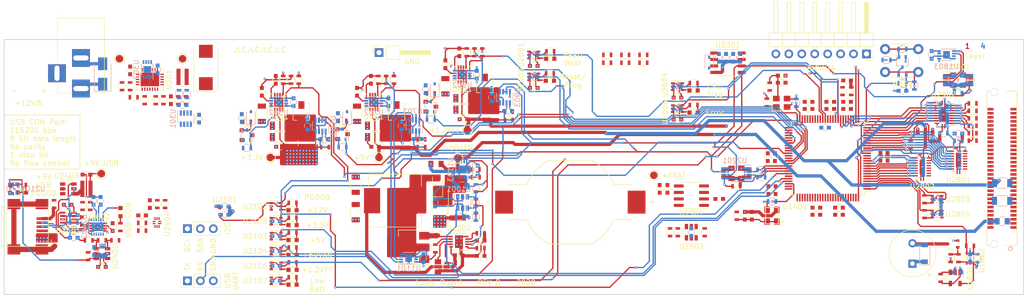
<source format=kicad_pcb>
(kicad_pcb (version 20171130) (host pcbnew "(5.1.4)-1")
  (layers (0 F.Cu mixed) (1 GND mixed) (2 PWR mixed) (31 B.Cu mixed) (34 B.Paste user) (35 F.Paste user) (36 B.SilkS user) (37 F.SilkS user) (38 B.Mask user) (39 F.Mask user) (44 Edge.Cuts user))
  (net 0 "")
  (net 1 GND)
  (net 2 +3V3)
  (net 3 "Net-(BZ1801-Pad2)")
  (net 4 +12Vin)
  (net 5 +12V)
  (net 6 POS12_SNS-)
  (net 7 POS12_SNS+)
  (net 8 "Net-(C402-Pad1)")
  (net 9 "Net-(C404-Pad1)")
  (net 10 POS3P3_SNS_OUT-)
  (net 11 POS3P3_SNS_OUT+)
  (net 12 "Net-(C602-Pad1)")
  (net 13 "Net-(C604-Pad1)")
  (net 14 +5V)
  (net 15 POS5_SNS_OUT-)
  (net 16 POS5_SNS_OUT+)
  (net 17 "Net-(C802-Pad1)")
  (net 18 "Net-(C804-Pad1)")
  (net 19 +1.2VFF)
  (net 20 POS1P2_VFF_SNS_OUT+)
  (net 21 POS1P2_VFF_SNS_OUT-)
  (net 22 "Net-(C1003-Pad1)")
  (net 23 "Net-(C1007-Pad1)")
  (net 24 "Net-(C1009-Pad1)")
  (net 25 "Net-(C1010-Pad1)")
  (net 26 +60VAN)
  (net 27 POS60_VAN_SNS_OUT-)
  (net 28 POS60_VAN_SNS_OUT+)
  (net 29 "Net-(C1502-Pad1)")
  (net 30 "Net-(C1701-Pad1)")
  (net 31 "Net-(C1702-Pad1)")
  (net 32 "Net-(C2301-Pad1)")
  (net 33 "/USB UART Bridge/CONN_USB+")
  (net 34 "/USB UART Bridge/CONN_USB-")
  (net 35 POS5_USB_SNS-)
  (net 36 POS5_USB_SNS+)
  (net 37 "Net-(D1001-Pad2)")
  (net 38 "Net-(D2001-Pad2)")
  (net 39 "Net-(D2001-Pad1)")
  (net 40 "Net-(D2003-Pad1)")
  (net 41 "Net-(D2003-Pad2)")
  (net 42 "Net-(D2004-Pad2)")
  (net 43 "Net-(D2004-Pad1)")
  (net 44 "Net-(D2006-Pad2)")
  (net 45 "Net-(D2006-Pad1)")
  (net 46 "Net-(D2101-Pad1)")
  (net 47 "Net-(D2101-Pad2)")
  (net 48 "Net-(D2102-Pad2)")
  (net 49 "Net-(D2102-Pad1)")
  (net 50 "Net-(D2103-Pad1)")
  (net 51 "Net-(D2103-Pad2)")
  (net 52 "Net-(D2104-Pad2)")
  (net 53 "Net-(D2104-Pad1)")
  (net 54 "Net-(D2105-Pad2)")
  (net 55 "Net-(D2105-Pad1)")
  (net 56 "Net-(D2106-Pad2)")
  (net 57 "Net-(D2106-Pad1)")
  (net 58 "Net-(D2107-Pad1)")
  (net 59 "Net-(D2107-Pad2)")
  (net 60 ~USB_ACTIVE)
  (net 61 "Net-(D2401-Pad2)")
  (net 62 "Net-(J1501-Pad6)")
  (net 63 ICSPCLK)
  (net 64 ICSPDAT)
  (net 65 ~MCLR)
  (net 66 I2C_SDA)
  (net 67 I2C_SCL)
  (net 68 USB_UART_TX)
  (net 69 USB_UART_RX)
  (net 70 "Net-(J2401-Pad1)")
  (net 71 "Net-(J2401-Pad4)")
  (net 72 "Net-(J2401-Pad6)")
  (net 73 Anode_A_DSP)
  (net 74 Anode_B_DSP)
  (net 75 Anode_C_DSP)
  (net 76 Anode_D_DSP)
  (net 77 Anode_E_DSP)
  (net 78 Anode_F_DSP)
  (net 79 Anode_G_DSP)
  (net 80 Anode_DP_DSP)
  (net 81 Cap_Touch_Left_DSP)
  (net 82 Cap_Touch_Right_DSP)
  (net 83 Cap_Touch_Up_DSP)
  (net 84 Cap_Touch_Down_DSP)
  (net 85 Cap_Touch_Power_DSP)
  (net 86 ~Display_Detect_DSP)
  (net 87 Grid_0_DSP)
  (net 88 Grid_1_DSP)
  (net 89 Grid_2_DSP)
  (net 90 Grid_3_DSP)
  (net 91 Grid_4_DSP)
  (net 92 Grid_5_DSP)
  (net 93 Colon_0_DSP)
  (net 94 Colon_1_DSP)
  (net 95 I2C_DSP_SCL)
  (net 96 I2C_DSP_SDA)
  (net 97 "Net-(L401-Pad1)")
  (net 98 "Net-(L601-Pad1)")
  (net 99 "Net-(L801-Pad1)")
  (net 100 "Net-(Q1301-Pad3)")
  (net 101 POS3P3_RUN)
  (net 102 "Net-(Q1304-Pad3)")
  (net 103 POS5_RUN)
  (net 104 POS1P2_VFF_RUN)
  (net 105 "Net-(Q1307-Pad3)")
  (net 106 "Net-(Q1501-Pad1)")
  (net 107 "Net-(Q1501-Pad3)")
  (net 108 "Net-(Q1801-Pad1)")
  (net 109 "Net-(R201-Pad2)")
  (net 110 "Net-(R202-Pad2)")
  (net 111 "Net-(R204-Pad2)")
  (net 112 POS12_PGOOD)
  (net 113 POS3P3_PGOOD)
  (net 114 "Net-(R408-Pad2)")
  (net 115 POS5_PGOOD)
  (net 116 "Net-(R609-Pad2)")
  (net 117 POS1P2_VFF_PGOOD)
  (net 118 "Net-(R809-Pad2)")
  (net 119 "Net-(R1003-Pad2)")
  (net 120 "Net-(R1004-Pad2)")
  (net 121 "Net-(R1007-Pad1)")
  (net 122 POS60_VAN_RUN)
  (net 123 POS60_VAN_PGOOD)
  (net 124 "Net-(R1010-Pad1)")
  (net 125 "Net-(R1011-Pad2)")
  (net 126 "Net-(Q1001-Pad1)")
  (net 127 "Net-(Q1001-Pad3)")
  (net 128 "Net-(R1017-Pad2)")
  (net 129 VBAT_PGOOD)
  (net 130 VBAT_ADC)
  (net 131 "Net-(R1501-Pad1)")
  (net 132 MCU_POSC_Enable)
  (net 133 "Net-(R1702-Pad1)")
  (net 134 MCU_POSC)
  (net 135 "Net-(R1703-Pad1)")
  (net 136 MCU_SOSC)
  (net 137 Buzzer_Enable)
  (net 138 "Net-(R1806-Pad2)")
  (net 139 Heartbeat_LED)
  (net 140 Reset_LED)
  (net 141 CPU_Exception_LED)
  (net 142 I2C_MCU_SCL)
  (net 143 I2C_MCU_SDA)
  (net 144 I2C_EN)
  (net 145 "Net-(R2402-Pad2)")
  (net 146 "Net-(R2403-Pad2)")
  (net 147 POS5_USB_PGOOD)
  (net 148 "Net-(R2407-Pad2)")
  (net 149 "/USB UART Bridge/BRIDGE_USB+")
  (net 150 "/USB UART Bridge/BRIDGE_USB-")
  (net 151 ~IO_Level_Shift_Enable)
  (net 152 I2C_DSP_EN)
  (net 153 "Net-(R2907-Pad2)")
  (net 154 "Net-(R2908-Pad2)")
  (net 155 "Net-(R2909-Pad2)")
  (net 156 "Net-(R2910-Pad2)")
  (net 157 "Net-(R2911-Pad2)")
  (net 158 "Net-(R2912-Pad2)")
  (net 159 Anode_G)
  (net 160 Anode_E)
  (net 161 Anode_F)
  (net 162 Anode_D)
  (net 163 Anode_C)
  (net 164 Anode_B)
  (net 165 Anode_DP)
  (net 166 Anode_A)
  (net 167 Colon_0)
  (net 168 Grid_4)
  (net 169 Grid_5)
  (net 170 Grid_3)
  (net 171 Grid_2)
  (net 172 Grid_1)
  (net 173 Colon_1)
  (net 174 Grid_0)
  (net 175 Cap_Touch_Left)
  (net 176 Cap_Touch_Right)
  (net 177 Cap_Touch_Up)
  (net 178 Cap_Touch_Down)
  (net 179 ~Display_Detect)
  (net 180 Cap_Touch_Power)
  (net 181 "Net-(RN2902-Pad9)")
  (net 182 "Net-(RN2902-Pad10)")
  (net 183 "Net-(U302-Pad3)")
  (net 184 "Net-(U502-Pad3)")
  (net 185 "Net-(U702-Pad3)")
  (net 186 "Net-(U902-Pad3)")
  (net 187 "Net-(U1101-Pad3)")
  (net 188 "Net-(U1103-Pad8)")
  (net 189 "Net-(U1103-Pad4)")
  (net 190 "Net-(U1103-Pad3)")
  (net 191 "Net-(U1401-Pad51)")
  (net 192 "Net-(U1401-Pad54)")
  (net 193 "Net-(U1401-Pad55)")
  (net 194 "Net-(U1401-Pad56)")
  (net 195 "Net-(U1803-Pad3)")
  (net 196 "Net-(U2101-Pad1)")
  (net 197 "Net-(U2101-Pad3)")
  (net 198 "Net-(U2301-Pad2)")
  (net 199 "Net-(U2301-Pad3)")
  (net 200 "Net-(U2301-Pad7)")
  (net 201 "Net-(U2402-Pad8)")
  (net 202 "Net-(U2402-Pad11)")
  (net 203 "Net-(U2602-Pad3)")
  (net 204 "Net-(C2102-Pad1)")
  (net 205 +5V_USB)
  (net 206 "Net-(RN2901-Pad16)")
  (net 207 "Net-(RN2901-Pad15)")
  (net 208 "Net-(U1401-Pad91)")
  (net 209 "Net-(U1401-Pad94)")
  (net 210 "Net-(U1401-Pad98)")
  (net 211 "Net-(U1401-Pad99)")
  (net 212 "Net-(U1401-Pad76)")
  (net 213 "Net-(U1401-Pad77)")
  (net 214 "Net-(U1401-Pad81)")
  (net 215 "Net-(U1401-Pad82)")
  (net 216 "Net-(U1401-Pad88)")
  (net 217 "Net-(U1401-Pad95)")
  (net 218 "Net-(U1401-Pad89)")
  (net 219 "Net-(U1401-Pad90)")
  (net 220 Colon_2)
  (net 221 "Net-(R1804-Pad2)")
  (net 222 "Net-(R1801-Pad2)")
  (net 223 "Net-(U1401-Pad96)")
  (net 224 "Net-(U1401-Pad97)")
  (net 225 Colon_3)
  (net 226 Colon_2_DSP)
  (net 227 Colon_3_DSP)
  (net 228 "Net-(C1301-Pad1)")
  (net 229 "Net-(C1302-Pad1)")
  (net 230 "Net-(C1303-Pad1)")
  (net 231 GNDA_MZ)
  (net 232 +3.3VA_MZ)
  (net 233 +3.3V_USB)
  (net 234 "Net-(J1501-Pad8)")
  (net 235 "Net-(J1501-Pad7)")
  (net 236 "Net-(J3001-Pad10)")
  (net 237 "Net-(J3001-Pad20)")
  (net 238 "Net-(J3001-Pad30)")
  (net 239 "Net-(L2401-Pad2)")
  (net 240 Telemetry_Config)
  (net 241 TOF_Config)
  (net 242 Backup_RTC_Config)
  (net 243 Error_LED)
  (net 244 USB_UART_RX_BUF)
  (net 245 USB_UART_TX_BUF)
  (net 246 "Net-(U1401-Pad38)")
  (net 247 "Net-(U1401-Pad39)")
  (net 248 "Net-(U1401-Pad58)")
  (net 249 "Net-(U1401-Pad70)")
  (net 250 "Net-(U1401-Pad78)")
  (net 251 "Net-(U1401-Pad79)")
  (net 252 "Net-(U1401-Pad85)")
  (net 253 "Net-(U1401-Pad86)")
  (net 254 "Net-(U1401-Pad87)")
  (net 255 "Net-(U2402-Pad2)")
  (net 256 "Net-(C201-Pad1)")
  (net 257 "Net-(C201-Pad2)")
  (net 258 "Net-(R205-Pad2)")
  (net 259 "Net-(R207-Pad1)")
  (net 260 "Net-(R211-Pad1)")
  (net 261 "Net-(U201-Pad21)")
  (net 262 "Net-(U201-Pad16)")
  (net 263 "Net-(U201-Pad13)")
  (net 264 "Net-(U201-Pad11)")
  (net 265 "Net-(U201-Pad7)")
  (net 266 "Net-(U201-Pad6)")
  (net 267 "Net-(U201-Pad5)")
  (net 268 "Net-(U201-Pad4)")
  (net 269 "Net-(U201-Pad3)")
  (net 270 "Net-(U201-Pad2)")
  (net 271 "Net-(U201-Pad1)")
  (net 272 VBAT)
  (net 273 "Net-(U1901-Pad4)")
  (net 274 "Net-(U1901-Pad3)")
  (net 275 "Net-(U1901-Pad1)")
  (net 276 "Net-(U1902-Pad6)")
  (module Package_DFN_QFN:QFN-16-1EP_3x3mm_P0.5mm_EP1.8x1.8mm (layer F.Cu) (at 124.201 73.152 180)
    (fp_text reference U801 (at 0 -2.85) (layer F.SilkS))
    (fp_text value TPS62150A)
    (pad 17 smd rect (at 0 0 180) (size 1.8 1.8) (layers F.Cu F.Mask) (net 1 GND))
    (pad 16 smd oval (at -0.75 -1.475 270) (size 0.75 0.3) (layers F.Cu F.Paste F.Mask) (net 1 GND))
    (pad 15 smd oval (at -0.25 -1.475 270) (size 0.75 0.3) (layers F.Cu F.Paste F.Mask) (net 1 GND))
    (pad 14 smd oval (at 0.25 -1.475 270) (size 0.75 0.3) (layers F.Cu F.Paste F.Mask) (net 19 +1.2VFF))
    (pad 13 smd oval (at 0.75 -1.475 270) (size 0.75 0.3) (layers F.Cu F.Paste F.Mask) (net 104 POS1P2_VFF_RUN))
    (pad 12 smd oval (at 1.475 -0.75 180) (size 0.75 0.3) (layers F.Cu F.Paste F.Mask) (net 5 +12V))
    (pad 11 smd oval (at 1.475 -0.25 180) (size 0.75 0.3) (layers F.Cu F.Paste F.Mask) (net 5 +12V))
    (pad 10 smd oval (at 1.475 0.25 180) (size 0.75 0.3) (layers F.Cu F.Paste F.Mask) (net 5 +12V))
    (pad 9 smd oval (at 1.475 0.75 180) (size 0.75 0.3) (layers F.Cu F.Paste F.Mask) (net 17 "Net-(C802-Pad1)"))
    (pad 8 smd oval (at 0.75 1.475 270) (size 0.75 0.3) (layers F.Cu F.Paste F.Mask) (net 1 GND))
    (pad 7 smd oval (at 0.25 1.475 270) (size 0.75 0.3) (layers F.Cu F.Paste F.Mask) (net 1 GND))
    (pad 6 smd oval (at -0.25 1.475 270) (size 0.75 0.3) (layers F.Cu F.Paste F.Mask) (net 1 GND))
    (pad 5 smd oval (at -0.75 1.475 270) (size 0.75 0.3) (layers F.Cu F.Paste F.Mask) (net 118 "Net-(R809-Pad2)"))
    (pad 4 smd oval (at -1.475 0.75 180) (size 0.75 0.3) (layers F.Cu F.Paste F.Mask) (net 117 POS1P2_VFF_PGOOD))
    (pad 3 smd oval (at -1.475 0.25 180) (size 0.75 0.3) (layers F.Cu F.Paste F.Mask) (net 99 "Net-(L801-Pad1)"))
    (pad 2 smd oval (at -1.475 -0.25 180) (size 0.75 0.3) (layers F.Cu F.Paste F.Mask) (net 99 "Net-(L801-Pad1)"))
    (pad 1 smd oval (at -1.475 -0.75 180) (size 0.75 0.3) (layers F.Cu F.Paste F.Mask) (net 99 "Net-(L801-Pad1)"))
  )
  (module Package_DFN_QFN:QFN-16-1EP_3x3mm_P0.5mm_EP1.8x1.8mm (layer F.Cu) (at 106.868 78.5495 180)
    (fp_text reference U601 (at 0 -2.85) (layer F.SilkS))
    (fp_text value TPS62150A)
    (pad 17 smd rect (at 0 0 180) (size 1.8 1.8) (layers F.Cu F.Mask) (net 1 GND))
    (pad 16 smd oval (at -0.75 -1.475 270) (size 0.75 0.3) (layers F.Cu F.Paste F.Mask) (net 1 GND))
    (pad 15 smd oval (at -0.25 -1.475 270) (size 0.75 0.3) (layers F.Cu F.Paste F.Mask) (net 1 GND))
    (pad 14 smd oval (at 0.25 -1.475 270) (size 0.75 0.3) (layers F.Cu F.Paste F.Mask) (net 14 +5V))
    (pad 13 smd oval (at 0.75 -1.475 270) (size 0.75 0.3) (layers F.Cu F.Paste F.Mask) (net 103 POS5_RUN))
    (pad 12 smd oval (at 1.475 -0.75 180) (size 0.75 0.3) (layers F.Cu F.Paste F.Mask) (net 5 +12V))
    (pad 11 smd oval (at 1.475 -0.25 180) (size 0.75 0.3) (layers F.Cu F.Paste F.Mask) (net 5 +12V))
    (pad 10 smd oval (at 1.475 0.25 180) (size 0.75 0.3) (layers F.Cu F.Paste F.Mask) (net 5 +12V))
    (pad 9 smd oval (at 1.475 0.75 180) (size 0.75 0.3) (layers F.Cu F.Paste F.Mask) (net 12 "Net-(C602-Pad1)"))
    (pad 8 smd oval (at 0.75 1.475 270) (size 0.75 0.3) (layers F.Cu F.Paste F.Mask) (net 1 GND))
    (pad 7 smd oval (at 0.25 1.475 270) (size 0.75 0.3) (layers F.Cu F.Paste F.Mask) (net 1 GND))
    (pad 6 smd oval (at -0.25 1.475 270) (size 0.75 0.3) (layers F.Cu F.Paste F.Mask) (net 1 GND))
    (pad 5 smd oval (at -0.75 1.475 270) (size 0.75 0.3) (layers F.Cu F.Paste F.Mask) (net 116 "Net-(R609-Pad2)"))
    (pad 4 smd oval (at -1.475 0.75 180) (size 0.75 0.3) (layers F.Cu F.Paste F.Mask) (net 115 POS5_PGOOD))
    (pad 3 smd oval (at -1.475 0.25 180) (size 0.75 0.3) (layers F.Cu F.Paste F.Mask) (net 98 "Net-(L601-Pad1)"))
    (pad 2 smd oval (at -1.475 -0.25 180) (size 0.75 0.3) (layers F.Cu F.Paste F.Mask) (net 98 "Net-(L601-Pad1)"))
    (pad 1 smd oval (at -1.475 -0.75 180) (size 0.75 0.3) (layers F.Cu F.Paste F.Mask) (net 98 "Net-(L601-Pad1)"))
  )
  (module Package_DFN_QFN:QFN-16-1EP_3x3mm_P0.5mm_EP1.8x1.8mm (layer F.Cu) (at 88.2015 78.5495 180)
    (fp_text reference U401 (at 0 -2.85) (layer F.SilkS))
    (fp_text value TPS62150A)
    (pad 17 smd rect (at 0 0 180) (size 1.8 1.8) (layers F.Cu F.Mask) (net 1 GND))
    (pad 16 smd oval (at -0.75 -1.475 270) (size 0.75 0.3) (layers F.Cu F.Paste F.Mask) (net 1 GND))
    (pad 15 smd oval (at -0.25 -1.475 270) (size 0.75 0.3) (layers F.Cu F.Paste F.Mask) (net 1 GND))
    (pad 14 smd oval (at 0.25 -1.475 270) (size 0.75 0.3) (layers F.Cu F.Paste F.Mask) (net 2 +3V3))
    (pad 13 smd oval (at 0.75 -1.475 270) (size 0.75 0.3) (layers F.Cu F.Paste F.Mask) (net 101 POS3P3_RUN))
    (pad 12 smd oval (at 1.475 -0.75 180) (size 0.75 0.3) (layers F.Cu F.Paste F.Mask) (net 5 +12V))
    (pad 11 smd oval (at 1.475 -0.25 180) (size 0.75 0.3) (layers F.Cu F.Paste F.Mask) (net 5 +12V))
    (pad 10 smd oval (at 1.475 0.25 180) (size 0.75 0.3) (layers F.Cu F.Paste F.Mask) (net 5 +12V))
    (pad 9 smd oval (at 1.475 0.75 180) (size 0.75 0.3) (layers F.Cu F.Paste F.Mask) (net 8 "Net-(C402-Pad1)"))
    (pad 8 smd oval (at 0.75 1.475 270) (size 0.75 0.3) (layers F.Cu F.Paste F.Mask) (net 1 GND))
    (pad 7 smd oval (at 0.25 1.475 270) (size 0.75 0.3) (layers F.Cu F.Paste F.Mask) (net 1 GND))
    (pad 6 smd oval (at -0.25 1.475 270) (size 0.75 0.3) (layers F.Cu F.Paste F.Mask) (net 1 GND))
    (pad 5 smd oval (at -0.75 1.475 270) (size 0.75 0.3) (layers F.Cu F.Paste F.Mask) (net 114 "Net-(R408-Pad2)"))
    (pad 4 smd oval (at -1.475 0.75 180) (size 0.75 0.3) (layers F.Cu F.Paste F.Mask) (net 113 POS3P3_PGOOD))
    (pad 3 smd oval (at -1.475 0.25 180) (size 0.75 0.3) (layers F.Cu F.Paste F.Mask) (net 97 "Net-(L401-Pad1)"))
    (pad 2 smd oval (at -1.475 -0.25 180) (size 0.75 0.3) (layers F.Cu F.Paste F.Mask) (net 97 "Net-(L401-Pad1)"))
    (pad 1 smd oval (at -1.475 -0.75 180) (size 0.75 0.3) (layers F.Cu F.Paste F.Mask) (net 97 "Net-(L401-Pad1)"))
  )
  (module Inductors_SMD:L_Vishay_IHLP-1212 (layer F.Cu) (at 128.646 75.0705 270)
    (fp_text reference L801 hide)
    (fp_text value 2.2uH)
    (pad 2 smd rect (at 1.35 0 270) (size 1.5 1.2) (layers F.Cu F.Paste F.Mask) (net 18 "Net-(C804-Pad1)"))
    (pad 1 smd rect (at -1.35 0 270) (size 1.5 1.2) (layers F.Cu F.Paste F.Mask) (net 99 "Net-(L801-Pad1)"))
  )
  (module Inductors_SMD:L_Vishay_IHLP-1212 (layer F.Cu) (at 111.313 80.468 270)
    (fp_text reference L601 hide)
    (fp_text value 2.2uH)
    (pad 2 smd rect (at 1.35 0 270) (size 1.5 1.2) (layers F.Cu F.Paste F.Mask) (net 13 "Net-(C604-Pad1)"))
    (pad 1 smd rect (at -1.35 0 270) (size 1.5 1.2) (layers F.Cu F.Paste F.Mask) (net 98 "Net-(L601-Pad1)"))
  )
  (module Inductors_SMD:L_Vishay_IHLP-1212 (layer F.Cu) (at 92.6465 80.468 270)
    (fp_text reference L401 hide)
    (fp_text value 2.2uH)
    (pad 2 smd rect (at 1.35 0 270) (size 1.5 1.2) (layers F.Cu F.Paste F.Mask) (net 9 "Net-(C404-Pad1)"))
    (pad 1 smd rect (at -1.35 0 270) (size 1.5 1.2) (layers F.Cu F.Paste F.Mask) (net 97 "Net-(L401-Pad1)"))
  )
  (module TO_SOT_Packages_SMD:SOT-23-6 (layer F.Cu) (at 169.1465 104.0635 270)
    (fp_text reference U1902 (at 2.807 -0.0175) (layer F.SilkS))
    (fp_text value TLV6700)
    (pad 5 smd rect (at 1.1 0 270) (size 1.06 0.65) (layers F.Cu F.Paste F.Mask) (net 2 +3V3))
    (pad 6 smd rect (at 1.1 -0.95 270) (size 1.06 0.65) (layers F.Cu F.Paste F.Mask) (net 276 "Net-(U1902-Pad6)"))
    (pad 4 smd rect (at 1.1 0.95 270) (size 1.06 0.65) (layers F.Cu F.Paste F.Mask) (net 1 GND))
    (pad 3 smd rect (at -1.1 0.95 270) (size 1.06 0.65) (layers F.Cu F.Paste F.Mask) (net 130 VBAT_ADC))
    (pad 2 smd rect (at -1.1 0 270) (size 1.06 0.65) (layers F.Cu F.Paste F.Mask) (net 1 GND))
    (pad 1 smd rect (at -1.1 -0.95 270) (size 1.06 0.65) (layers F.Cu F.Paste F.Mask) (net 129 VBAT_PGOOD))
  )
  (module Package_SO:SOIC-8_3.9x4.9mm_P1.27mm (layer F.Cu) (at 169.164 96.901 180)
    (fp_text reference U1901 (at 0 -3.4) (layer F.SilkS))
    (fp_text value DS3231MZ)
    (pad 8 smd roundrect (at 2.475 -1.905 180) (size 1.95 0.6) (layers F.Cu F.Paste F.Mask) (net 67 I2C_SCL))
    (pad 7 smd roundrect (at 2.475 -0.635 180) (size 1.95 0.6) (layers F.Cu F.Paste F.Mask) (net 66 I2C_SDA))
    (pad 6 smd roundrect (at 2.475 0.635 180) (size 1.95 0.6) (layers F.Cu F.Paste F.Mask) (net 272 VBAT))
    (pad 5 smd roundrect (at 2.475 1.905 180) (size 1.95 0.6) (layers F.Cu F.Paste F.Mask) (net 1 GND))
    (pad 4 smd roundrect (at -2.475 1.905 180) (size 1.95 0.6) (layers F.Cu F.Paste F.Mask) (net 273 "Net-(U1901-Pad4)"))
    (pad 3 smd roundrect (at -2.475 0.635 180) (size 1.95 0.6) (layers F.Cu F.Paste F.Mask) (net 274 "Net-(U1901-Pad3)"))
    (pad 2 smd roundrect (at -2.475 -0.635 180) (size 1.95 0.6) (layers F.Cu F.Paste F.Mask) (net 2 +3V3))
    (pad 1 smd roundrect (at -2.475 -1.905 180) (size 1.95 0.6) (layers F.Cu F.Paste F.Mask) (net 275 "Net-(U1901-Pad1)"))
  )
  (module "Custom Footprints Library:Test_Point" (layer F.Cu) (at 161.798 92.9005)
    (fp_text reference TP1901 hide)
    (fp_text value TP)
    (pad 1 smd circle (at 0 0) (size 1.5 1.5) (layers F.Cu F.Mask) (net 272 VBAT))
  )
  (module Resistors_SMD:R_0603 (layer F.Cu) (at 171.7675 104.0765 90)
    (fp_text reference R1903 hide)
    (fp_text value 10k)
    (pad 2 smd rect (at 0.75 0 90) (size 0.5 0.9) (layers F.Cu F.Paste F.Mask) (net 129 VBAT_PGOOD))
    (pad 1 smd rect (at -0.75 0 90) (size 0.5 0.9) (layers F.Cu F.Paste F.Mask) (net 2 +3V3))
  )
  (module Resistors_SMD:R_0603 (layer F.Cu) (at 166.497 104.0765 270)
    (fp_text reference R1902 hide)
    (fp_text value 220k)
    (pad 2 smd rect (at 0.75 0 270) (size 0.5 0.9) (layers F.Cu F.Paste F.Mask) (net 1 GND))
    (pad 1 smd rect (at -0.75 0 270) (size 0.5 0.9) (layers F.Cu F.Paste F.Mask) (net 130 VBAT_ADC))
  )
  (module Resistors_SMD:R_0603 (layer F.Cu) (at 164.973 104.0765 90)
    (fp_text reference R1901 hide)
    (fp_text value 1.07M)
    (pad 2 smd rect (at 0.75 0 90) (size 0.5 0.9) (layers F.Cu F.Paste F.Mask) (net 130 VBAT_ADC))
    (pad 1 smd rect (at -0.75 0 90) (size 0.5 0.9) (layers F.Cu F.Paste F.Mask) (net 272 VBAT))
  )
  (module Capacitors_SMD:C_0603 (layer B.Cu) (at 169.1465 104.0635 90)
    (fp_text reference C1905 hide)
    (fp_text value 0.1uF)
    (pad 1 smd rect (at -0.75 0 90) (size 0.8 0.75) (layers B.Cu B.Paste B.Mask) (net 2 +3V3))
    (pad 2 smd rect (at 0.75 0 90) (size 0.8 0.75) (layers B.Cu B.Paste B.Mask) (net 1 GND))
  )
  (module Capacitors_SMD:C_0603 (layer F.Cu) (at 174.625 97.536)
    (fp_text reference C1904 hide)
    (fp_text value 0.1uF)
    (pad 1 smd rect (at -0.75 0) (size 0.8 0.75) (layers F.Cu F.Paste F.Mask) (net 2 +3V3))
    (pad 2 smd rect (at 0.75 0) (size 0.8 0.75) (layers F.Cu F.Paste F.Mask) (net 1 GND))
  )
  (module Capacitors_SMD:C_0603 (layer F.Cu) (at 164.465 95.5675 90)
    (fp_text reference C1903 hide)
    (fp_text value 0.1uF)
    (pad 1 smd rect (at -0.75 0 90) (size 0.8 0.75) (layers F.Cu F.Paste F.Mask) (net 272 VBAT))
    (pad 2 smd rect (at 0.75 0 90) (size 0.8 0.75) (layers F.Cu F.Paste F.Mask) (net 1 GND))
  )
  (module Capacitors_SMD:C_0603 (layer F.Cu) (at 162.941 95.5675 90)
    (fp_text reference C1902 hide)
    (fp_text value 10uF)
    (pad 1 smd rect (at -0.75 0 90) (size 0.8 0.75) (layers F.Cu F.Paste F.Mask) (net 272 VBAT))
    (pad 2 smd rect (at 0.75 0 90) (size 0.8 0.75) (layers F.Cu F.Paste F.Mask) (net 1 GND))
  )
  (module Capacitors_SMD:C_0603 (layer B.Cu) (at 195.3895 83.566)
    (fp_text reference C1901 hide)
    (fp_text value 0.1uF)
    (pad 1 smd rect (at -0.75 0) (size 0.8 0.75) (layers B.Cu B.Paste B.Mask) (net 130 VBAT_ADC))
    (pad 2 smd rect (at 0.75 0) (size 0.8 0.75) (layers B.Cu B.Paste B.Mask) (net 1 GND))
  )
  (module "Custom Footprints Library:BAT_BU1632SM-JJ-GTR" (layer F.Cu) (at 145.415 98.171 180)
    (fp_text reference BT1902 hide)
    (fp_text value CR1616_Holder)
    (pad 1 smd rect (at -13 0 180) (size 3.5 4.5) (layers F.Cu F.Paste F.Mask) (net 272 VBAT))
    (pad 2 smd rect (at 13 0 180) (size 3.5 4.5) (layers F.Cu F.Paste F.Mask) (net 1 GND))
  )
  (module Package_DFN_QFN:DFN-8-1EP_3x2mm_P0.5mm_EP1.3x1.5mm (layer B.Cu) (at 62.4205 72.136 90)
    (fp_text reference U302 (at 0 -2.159 90) (layer B.SilkS) (effects (justify mirror)))
    (fp_text value MCP9804)
    (pad 9 smd rect (at 0 0 90) (size 1.3 1.5) (layers B.Cu B.Mask) (net 1 GND))
    (pad 8 smd rect (at 1.45 0.75 90) (size 0.75 0.3) (layers B.Cu B.Paste B.Mask) (net 2 +3V3))
    (pad 7 smd rect (at 1.45 0.25 90) (size 0.75 0.3) (layers B.Cu B.Paste B.Mask) (net 1 GND))
    (pad 6 smd rect (at 1.45 -0.25 90) (size 0.75 0.3) (layers B.Cu B.Paste B.Mask) (net 1 GND))
    (pad 5 smd rect (at 1.45 -0.75 90) (size 0.75 0.3) (layers B.Cu B.Paste B.Mask) (net 1 GND))
    (pad 4 smd rect (at -1.45 -0.75 90) (size 0.75 0.3) (layers B.Cu B.Paste B.Mask) (net 1 GND))
    (pad 3 smd rect (at -1.45 -0.25 90) (size 0.75 0.3) (layers B.Cu B.Paste B.Mask) (net 183 "Net-(U302-Pad3)"))
    (pad 2 smd rect (at -1.45 0.25 90) (size 0.75 0.3) (layers B.Cu B.Paste B.Mask) (net 67 I2C_SCL))
    (pad 1 smd rect (at -1.45 0.75 90) (size 0.75 0.3) (layers B.Cu B.Paste B.Mask) (net 66 I2C_SDA))
  )
  (module Package_TO_SOT_SMD:SOT-23-8 (layer B.Cu) (at 69.977 81.788 270)
    (fp_text reference U301 (at 0 2.5 90) (layer B.SilkS) (effects (justify mirror)))
    (fp_text value INA219BxDCN)
    (pad 8 smd rect (at 1.1 0.98 270) (size 1.06 0.4) (layers B.Cu B.Paste B.Mask) (net 1 GND))
    (pad 7 smd rect (at 1.1 0.33 270) (size 1.06 0.4) (layers B.Cu B.Paste B.Mask) (net 1 GND))
    (pad 6 smd rect (at 1.1 -0.33 270) (size 1.06 0.4) (layers B.Cu B.Paste B.Mask) (net 66 I2C_SDA))
    (pad 5 smd rect (at 1.1 -0.98 270) (size 1.06 0.4) (layers B.Cu B.Paste B.Mask) (net 67 I2C_SCL))
    (pad 4 smd rect (at -1.1 -0.98 270) (size 1.06 0.4) (layers B.Cu B.Paste B.Mask) (net 2 +3V3))
    (pad 3 smd rect (at -1.1 -0.33 270) (size 1.06 0.4) (layers B.Cu B.Paste B.Mask) (net 1 GND))
    (pad 2 smd rect (at -1.1 0.33 270) (size 1.06 0.4) (layers B.Cu B.Paste B.Mask) (net 6 POS12_SNS-))
    (pad 1 smd rect (at -1.1 0.98 270) (size 1.06 0.4) (layers B.Cu B.Paste B.Mask) (net 7 POS12_SNS+))
  )
  (module Housings_DFN_QFN:QFN-24-1EP_4x5mm_Pitch0.5mm (layer F.Cu) (at 62.9285 74.1045 270)
    (fp_text reference U201 (at 0 -3.75 90) (layer F.SilkS))
    (fp_text value TPS26600RHFT)
    (pad 25 smd rect (at -0.6625 -0.9125 270) (size 1.325 1.825) (layers F.Cu F.Paste F.Mask) (net 257 "Net-(C201-Pad2)"))
    (pad 25 smd rect (at -0.6625 0.9125 270) (size 1.325 1.825) (layers F.Cu F.Paste F.Mask) (net 257 "Net-(C201-Pad2)"))
    (pad 25 smd rect (at 0.6625 -0.9125 270) (size 1.325 1.825) (layers F.Cu F.Paste F.Mask) (net 257 "Net-(C201-Pad2)"))
    (pad 25 smd rect (at 0.6625 0.9125 270) (size 1.325 1.825) (layers F.Cu F.Paste F.Mask) (net 257 "Net-(C201-Pad2)"))
    (pad 24 smd rect (at -1 -2.4) (size 0.7 0.25) (layers F.Cu F.Paste F.Mask) (net 258 "Net-(R205-Pad2)"))
    (pad 23 smd rect (at -0.5 -2.4) (size 0.7 0.25) (layers F.Cu F.Paste F.Mask) (net 258 "Net-(R205-Pad2)"))
    (pad 22 smd rect (at 0 -2.4) (size 0.7 0.25) (layers F.Cu F.Paste F.Mask) (net 112 POS12_PGOOD))
    (pad 21 smd rect (at 0.5 -2.4) (size 0.7 0.25) (layers F.Cu F.Paste F.Mask) (net 261 "Net-(U201-Pad21)"))
    (pad 20 smd rect (at 1 -2.4) (size 0.7 0.25) (layers F.Cu F.Paste F.Mask) (net 256 "Net-(C201-Pad1)"))
    (pad 19 smd rect (at 1.9 -1.5 270) (size 0.7 0.25) (layers F.Cu F.Paste F.Mask) (net 259 "Net-(R207-Pad1)"))
    (pad 18 smd rect (at 1.9 -1 270) (size 0.7 0.25) (layers F.Cu F.Paste F.Mask) (net 260 "Net-(R211-Pad1)"))
    (pad 17 smd rect (at 1.9 -0.5 270) (size 0.7 0.25) (layers F.Cu F.Paste F.Mask) (net 1 GND))
    (pad 16 smd rect (at 1.9 0 270) (size 0.7 0.25) (layers F.Cu F.Paste F.Mask) (net 262 "Net-(U201-Pad16)"))
    (pad 15 smd rect (at 1.9 0.5 270) (size 0.7 0.25) (layers F.Cu F.Paste F.Mask) (net 257 "Net-(C201-Pad2)"))
    (pad 14 smd rect (at 1.9 1 270) (size 0.7 0.25) (layers F.Cu F.Paste F.Mask) (net 111 "Net-(R204-Pad2)"))
    (pad 13 smd rect (at 1.9 1.5 270) (size 0.7 0.25) (layers F.Cu F.Paste F.Mask) (net 263 "Net-(U201-Pad13)"))
    (pad 12 smd rect (at 1 2.4) (size 0.7 0.25) (layers F.Cu F.Paste F.Mask) (net 110 "Net-(R202-Pad2)"))
    (pad 11 smd rect (at 0.5 2.4) (size 0.7 0.25) (layers F.Cu F.Paste F.Mask) (net 264 "Net-(U201-Pad11)"))
    (pad 10 smd rect (at 0 2.4) (size 0.7 0.25) (layers F.Cu F.Paste F.Mask) (net 109 "Net-(R201-Pad2)"))
    (pad 9 smd rect (at -0.5 2.4) (size 0.7 0.25) (layers F.Cu F.Paste F.Mask) (net 4 +12Vin))
    (pad 8 smd rect (at -1 2.4) (size 0.7 0.25) (layers F.Cu F.Paste F.Mask) (net 4 +12Vin))
    (pad 7 smd rect (at -1.9 1.5 270) (size 0.7 0.25) (layers F.Cu F.Paste F.Mask) (net 265 "Net-(U201-Pad7)"))
    (pad 6 smd rect (at -1.9 1 270) (size 0.7 0.25) (layers F.Cu F.Paste F.Mask) (net 266 "Net-(U201-Pad6)"))
    (pad 5 smd rect (at -1.9 0.5 270) (size 0.7 0.25) (layers F.Cu F.Paste F.Mask) (net 267 "Net-(U201-Pad5)"))
    (pad 4 smd rect (at -1.9 0 270) (size 0.7 0.25) (layers F.Cu F.Paste F.Mask) (net 268 "Net-(U201-Pad4)"))
    (pad 3 smd rect (at -1.9 -0.5 270) (size 0.7 0.25) (layers F.Cu F.Paste F.Mask) (net 269 "Net-(U201-Pad3)"))
    (pad 2 smd rect (at -1.9 -1 270) (size 0.7 0.25) (layers F.Cu F.Paste F.Mask) (net 270 "Net-(U201-Pad2)"))
    (pad 1 smd rect (at -1.9 -1.5 270) (size 0.7 0.25) (layers F.Cu F.Paste F.Mask) (net 271 "Net-(U201-Pad1)"))
  )
  (module "Custom Footprints Library:Test_Point" (layer F.Cu) (at 69.342 70.0405)
    (fp_text reference TP203 hide)
    (fp_text value TP_Pad)
    (pad 1 smd circle (at 0 0) (size 1.5 1.5) (layers F.Cu F.Mask) (net 5 +12V))
  )
  (module "Custom Footprints Library:Test_Point" (layer F.Cu) (at 56.9595 70.0405)
    (fp_text reference TP202 hide)
    (fp_text value TP_Pad)
    (pad 1 smd circle (at 0 0) (size 1.5 1.5) (layers F.Cu F.Mask) (net 4 +12Vin))
  )
  (module Pin_Headers:Pin_Header_Angled_1x01_Pitch2.54mm (layer F.Cu) (at 107.8865 68.834)
    (fp_text reference TP201 hide)
    (fp_text value TP)
    (pad 1 thru_hole rect (at 0 0) (size 1.7 1.7) (drill 1) (layers *.Cu *.Mask) (net 1 GND))
  )
  (module Resistors_SMD:R_0603 (layer F.Cu) (at 64.0715 78.1685 270)
    (fp_text reference R211 hide)
    (fp_text value 10k)
    (pad 2 smd rect (at 0.75 0 270) (size 0.5 0.9) (layers F.Cu F.Paste F.Mask) (net 257 "Net-(C201-Pad2)"))
    (pad 1 smd rect (at -0.75 0 270) (size 0.5 0.9) (layers F.Cu F.Paste F.Mask) (net 260 "Net-(R211-Pad1)"))
  )
  (module Resistors_SMD:R_0603 (layer B.Cu) (at 70.1675 76.962 90)
    (fp_text reference R210 hide)
    (fp_text value 10)
    (pad 2 smd rect (at 0.75 0 90) (size 0.5 0.9) (layers B.Cu B.Paste B.Mask) (net 5 +12V))
    (pad 1 smd rect (at -0.75 0 90) (size 0.5 0.9) (layers B.Cu B.Paste B.Mask) (net 6 POS12_SNS-))
  )
  (module Resistors_SMD:R_0603 (layer F.Cu) (at 68.5165 78.1685 270)
    (fp_text reference R209 hide)
    (fp_text value 5.11k)
    (pad 2 smd rect (at 0.75 0 270) (size 0.5 0.9) (layers F.Cu F.Paste F.Mask) (net 1 GND))
    (pad 1 smd rect (at -0.75 0 270) (size 0.5 0.9) (layers F.Cu F.Paste F.Mask) (net 112 POS12_PGOOD))
  )
  (module Resistors_SMD:R_0603 (layer F.Cu) (at 70.0405 78.1685 90)
    (fp_text reference R208 hide)
    (fp_text value 13k)
    (pad 2 smd rect (at 0.75 0 90) (size 0.5 0.9) (layers F.Cu F.Paste F.Mask) (net 112 POS12_PGOOD))
    (pad 1 smd rect (at -0.75 0 90) (size 0.5 0.9) (layers F.Cu F.Paste F.Mask) (net 5 +12V))
  )
  (module Resistors_SMD:R_0603 (layer F.Cu) (at 65.5955 78.1685 270)
    (fp_text reference R207 hide)
    (fp_text value 10k)
    (pad 2 smd rect (at 0.75 0 270) (size 0.5 0.9) (layers F.Cu F.Paste F.Mask) (net 257 "Net-(C201-Pad2)"))
    (pad 1 smd rect (at -0.75 0 270) (size 0.5 0.9) (layers F.Cu F.Paste F.Mask) (net 259 "Net-(R207-Pad1)"))
  )
  (module Resistors_SMD:R_0612 (layer F.Cu) (at 69.342 73.5965)
    (fp_text reference R206 hide)
    (fp_text value 0.02)
    (pad 2 smd rect (at 0.8 0) (size 0.8 3.2) (layers F.Cu F.Paste F.Mask) (net 5 +12V))
    (pad 1 smd rect (at -0.8 0) (size 0.8 3.2) (layers F.Cu F.Paste F.Mask) (net 258 "Net-(R205-Pad2)"))
  )
  (module Resistors_SMD:R_0603 (layer B.Cu) (at 68.6435 76.962 270)
    (fp_text reference R205 hide)
    (fp_text value 10)
    (pad 2 smd rect (at 0.75 0 270) (size 0.5 0.9) (layers B.Cu B.Paste B.Mask) (net 258 "Net-(R205-Pad2)"))
    (pad 1 smd rect (at -0.75 0 270) (size 0.5 0.9) (layers B.Cu B.Paste B.Mask) (net 7 POS12_SNS+))
  )
  (module Resistors_SMD:R_0603 (layer F.Cu) (at 61.9125 78.1685 90)
    (fp_text reference R204 hide)
    (fp_text value 10k)
    (pad 2 smd rect (at 0.75 0 90) (size 0.5 0.9) (layers F.Cu F.Paste F.Mask) (net 111 "Net-(R204-Pad2)"))
    (pad 1 smd rect (at -0.75 0 90) (size 0.5 0.9) (layers F.Cu F.Paste F.Mask) (net 4 +12Vin))
  )
  (module Resistors_SMD:R_0603 (layer F.Cu) (at 59.7535 77.597)
    (fp_text reference R203 hide)
    (fp_text value 5.11k)
    (pad 2 smd rect (at 0.75 0) (size 0.5 0.9) (layers F.Cu F.Paste F.Mask) (net 257 "Net-(C201-Pad2)"))
    (pad 1 smd rect (at -0.75 0) (size 0.5 0.9) (layers F.Cu F.Paste F.Mask) (net 110 "Net-(R202-Pad2)"))
  )
  (module Resistors_SMD:R_0603 (layer F.Cu) (at 59.055 75.438 270)
    (fp_text reference R202 hide)
    (fp_text value 1.15k)
    (pad 2 smd rect (at 0.75 0 270) (size 0.5 0.9) (layers F.Cu F.Paste F.Mask) (net 110 "Net-(R202-Pad2)"))
    (pad 1 smd rect (at -0.75 0 270) (size 0.5 0.9) (layers F.Cu F.Paste F.Mask) (net 109 "Net-(R201-Pad2)"))
  )
  (module Resistors_SMD:R_0603 (layer F.Cu) (at 57.4675 75.438 90)
    (fp_text reference R201 hide)
    (fp_text value 51.1k)
    (pad 2 smd rect (at 0.75 0 90) (size 0.5 0.9) (layers F.Cu F.Paste F.Mask) (net 109 "Net-(R201-Pad2)"))
    (pad 1 smd rect (at -0.75 0 90) (size 0.5 0.9) (layers F.Cu F.Paste F.Mask) (net 4 +12Vin))
  )
  (module Capacitors_SMD:C_0603 (layer B.Cu) (at 64.4525 72.136 270)
    (fp_text reference C303 hide)
    (fp_text value 0.1uF)
    (pad 1 smd rect (at -0.75 0 270) (size 0.8 0.75) (layers B.Cu B.Paste B.Mask) (net 2 +3V3))
    (pad 2 smd rect (at 0.75 0 270) (size 0.8 0.75) (layers B.Cu B.Paste B.Mask) (net 1 GND))
  )
  (module Capacitors_SMD:C_0603 (layer B.Cu) (at 72.5805 81.788 270)
    (fp_text reference C302 hide)
    (fp_text value 0.1uF)
    (pad 1 smd rect (at -0.75 0 270) (size 0.8 0.75) (layers B.Cu B.Paste B.Mask) (net 2 +3V3))
    (pad 2 smd rect (at 0.75 0 270) (size 0.8 0.75) (layers B.Cu B.Paste B.Mask) (net 1 GND))
  )
  (module Capacitors_SMD:C_0603 (layer B.Cu) (at 69.342 79.121)
    (fp_text reference C301 hide)
    (fp_text value 0.1uF)
    (pad 1 smd rect (at -0.75 0) (size 0.8 0.75) (layers B.Cu B.Paste B.Mask) (net 7 POS12_SNS+))
    (pad 2 smd rect (at 0.75 0) (size 0.8 0.75) (layers B.Cu B.Paste B.Mask) (net 6 POS12_SNS-))
  )
  (module Capacitors_Tantalum_SMD:CP_Tantalum_Case-X_EIA-7343-43_Reflow (layer F.Cu) (at 73.914 71.755 90)
    (fp_text reference C205 hide)
    (fp_text value 100uF)
    (pad 2 smd rect (at 3.175 0 90) (size 2.55 2.7) (layers F.Cu F.Paste F.Mask) (net 1 GND))
    (pad 1 smd rect (at -3.175 0 90) (size 2.55 2.7) (layers F.Cu F.Paste F.Mask) (net 5 +12V))
  )
  (module Capacitors_SMD:C_0603 (layer F.Cu) (at 59.055 72.3265 90)
    (fp_text reference C202 hide)
    (fp_text value 0.1uF)
    (pad 1 smd rect (at -0.75 0 90) (size 0.8 0.75) (layers F.Cu F.Paste F.Mask) (net 4 +12Vin))
    (pad 2 smd rect (at 0.75 0 90) (size 0.8 0.75) (layers F.Cu F.Paste F.Mask) (net 1 GND))
  )
  (module Capacitors_SMD:C_0603 (layer F.Cu) (at 67.056 78.1685 270)
    (fp_text reference C201 hide)
    (fp_text value 10nF)
    (pad 1 smd rect (at -0.75 0 270) (size 0.8 0.75) (layers F.Cu F.Paste F.Mask) (net 256 "Net-(C201-Pad1)"))
    (pad 2 smd rect (at 0.75 0 270) (size 0.8 0.75) (layers F.Cu F.Paste F.Mask) (net 257 "Net-(C201-Pad2)"))
  )
  (module Capacitors_SMD:C_1206 (layer F.Cu) (at 103.3145 94.742 90)
    (fp_text reference C1001 hide)
    (fp_text value 10uF)
    (pad 2 smd rect (at 1.5 0 90) (size 1 1.6) (layers F.Cu F.Paste F.Mask) (net 1 GND))
    (pad 1 smd rect (at -1.5 0 90) (size 1 1.6) (layers F.Cu F.Paste F.Mask) (net 5 +12V))
  )
  (module "Custom Footprints Library:ERF8-030-07.0-S-DV-K-TR" (layer F.Cu) (at 230.0986 91.5289 270)
    (fp_text reference J3001 hide)
    (fp_text value DSP_IO_Connector hide)
    (pad 1 smd rect (at 11.6029 -2.25 270) (size 0.5 1.2) (layers F.Cu F.Paste F.Mask) (net 1 GND))
    (pad 2 smd rect (at 11.6029 2.25 270) (size 0.50038 1.2) (layers F.Cu F.Paste F.Mask) (net 26 +60VAN))
    (pad 3 smd rect (at 10.8028 -2.25 270) (size 0.50038 1.2) (layers F.Cu F.Paste F.Mask) (net 1 GND))
    (pad 4 smd rect (at 10.8028 2.25 270) (size 0.50038 1.2) (layers F.Cu F.Paste F.Mask) (net 26 +60VAN))
    (pad 5 smd rect (at 10.0027 -2.25 270) (size 0.50038 1.2) (layers F.Cu F.Paste F.Mask) (net 1 GND))
    (pad 6 smd rect (at 10.0027 2.25 270) (size 0.50038 1.2) (layers F.Cu F.Paste F.Mask) (net 26 +60VAN))
    (pad 7 smd rect (at 9.2026 -2.25 270) (size 0.50038 1.2) (layers F.Cu F.Paste F.Mask) (net 1 GND))
    (pad 8 smd rect (at 9.2026 2.25 270) (size 0.50038 1.2) (layers F.Cu F.Paste F.Mask) (net 26 +60VAN))
    (pad 9 smd rect (at 8.4025 -2.25 270) (size 0.50038 1.2) (layers F.Cu F.Paste F.Mask) (net 1 GND))
    (pad 10 smd rect (at 8.4025 2.25 270) (size 0.50038 1.2) (layers F.Cu F.Paste F.Mask) (net 236 "Net-(J3001-Pad10)"))
    (pad 11 smd rect (at 7.6024 -2.25 270) (size 0.50038 1.2) (layers F.Cu F.Paste F.Mask) (net 1 GND))
    (pad 12 smd rect (at 7.6024 2.25 270) (size 0.50038 1.2) (layers F.Cu F.Paste F.Mask) (net 19 +1.2VFF))
    (pad 13 smd rect (at 6.8023 -2.25 270) (size 0.50038 1.2) (layers F.Cu F.Paste F.Mask) (net 1 GND))
    (pad 14 smd rect (at 6.8023 2.25 270) (size 0.50038 1.2) (layers F.Cu F.Paste F.Mask) (net 19 +1.2VFF))
    (pad 15 smd rect (at 6.0022 -2.25 270) (size 0.50038 1.2) (layers F.Cu F.Paste F.Mask) (net 1 GND))
    (pad 16 smd rect (at 6.0022 2.25 270) (size 0.50038 1.2) (layers F.Cu F.Paste F.Mask) (net 19 +1.2VFF))
    (pad 17 smd rect (at 5.2021 -2.25 270) (size 0.50038 1.2) (layers F.Cu F.Paste F.Mask) (net 1 GND))
    (pad 18 smd rect (at 5.2021 2.25 270) (size 0.50038 1.2) (layers F.Cu F.Paste F.Mask) (net 19 +1.2VFF))
    (pad 19 smd rect (at 4.402 -2.25 270) (size 0.50038 1.2) (layers F.Cu F.Paste F.Mask) (net 1 GND))
    (pad 20 smd rect (at 4.402 2.25 270) (size 0.50038 1.2) (layers F.Cu F.Paste F.Mask) (net 237 "Net-(J3001-Pad20)"))
    (pad 21 smd rect (at 3.6019 -2.25 270) (size 0.50038 1.2) (layers F.Cu F.Paste F.Mask) (net 1 GND))
    (pad 22 smd rect (at 3.6019 2.25 270) (size 0.50038 1.2) (layers F.Cu F.Paste F.Mask) (net 14 +5V))
    (pad 23 smd rect (at 2.8018 -2.25 270) (size 0.50038 1.2) (layers F.Cu F.Paste F.Mask) (net 1 GND))
    (pad 24 smd rect (at 2.8018 2.25 270) (size 0.50038 1.2) (layers F.Cu F.Paste F.Mask) (net 14 +5V))
    (pad 25 smd rect (at 2.0017 -2.25 270) (size 0.50038 1.2) (layers F.Cu F.Paste F.Mask) (net 1 GND))
    (pad 26 smd rect (at 2.0017 2.25 270) (size 0.50038 1.2) (layers F.Cu F.Paste F.Mask) (net 14 +5V))
    (pad 27 smd rect (at 1.2016 -2.25 270) (size 0.50038 1.2) (layers F.Cu F.Paste F.Mask) (net 227 Colon_3_DSP))
    (pad 28 smd rect (at 1.2016 2.25 270) (size 0.50038 1.2) (layers F.Cu F.Paste F.Mask) (net 14 +5V))
    (pad 29 smd rect (at 0.4015 -2.25 270) (size 0.50038 1.2) (layers F.Cu F.Paste F.Mask) (net 226 Colon_2_DSP))
    (pad 30 smd rect (at 0.4015 2.25 270) (size 0.50038 1.2) (layers F.Cu F.Paste F.Mask) (net 238 "Net-(J3001-Pad30)"))
    (pad 31 smd rect (at -0.3986 -2.25 270) (size 0.50038 1.2) (layers F.Cu F.Paste F.Mask) (net 94 Colon_1_DSP))
    (pad 32 smd rect (at -0.3986 2.25 270) (size 0.50038 1.2) (layers F.Cu F.Paste F.Mask) (net 80 Anode_DP_DSP))
    (pad 33 smd rect (at -1.1987 -2.25 270) (size 0.50038 1.2) (layers F.Cu F.Paste F.Mask) (net 93 Colon_0_DSP))
    (pad 34 smd rect (at -1.1987 2.25 270) (size 0.50038 1.2) (layers F.Cu F.Paste F.Mask) (net 79 Anode_G_DSP))
    (pad 35 smd rect (at -1.9988 -2.25 270) (size 0.50038 1.2) (layers F.Cu F.Paste F.Mask) (net 92 Grid_5_DSP))
    (pad 36 smd rect (at -1.9988 2.25 270) (size 0.50038 1.2) (layers F.Cu F.Paste F.Mask) (net 78 Anode_F_DSP))
    (pad 37 smd rect (at -2.7989 -2.25 270) (size 0.50038 1.2) (layers F.Cu F.Paste F.Mask) (net 91 Grid_4_DSP))
    (pad 38 smd rect (at -2.7989 2.25 270) (size 0.50038 1.2) (layers F.Cu F.Paste F.Mask) (net 77 Anode_E_DSP))
    (pad 39 smd rect (at -3.599 -2.25 270) (size 0.50038 1.2) (layers F.Cu F.Paste F.Mask) (net 90 Grid_3_DSP))
    (pad 40 smd rect (at -3.599 2.25 270) (size 0.50038 1.2) (layers F.Cu F.Paste F.Mask) (net 76 Anode_D_DSP))
    (pad 41 smd rect (at -4.3991 -2.25 270) (size 0.50038 1.2) (layers F.Cu F.Paste F.Mask) (net 89 Grid_2_DSP))
    (pad 42 smd rect (at -4.3991 2.25 270) (size 0.50038 1.2) (layers F.Cu F.Paste F.Mask) (net 75 Anode_C_DSP))
    (pad 43 smd rect (at -5.1992 -2.25 270) (size 0.50038 1.2) (layers F.Cu F.Paste F.Mask) (net 88 Grid_1_DSP))
    (pad 44 smd rect (at -5.1992 2.25 270) (size 0.50038 1.2) (layers F.Cu F.Paste F.Mask) (net 74 Anode_B_DSP))
    (pad 45 smd rect (at -5.9993 -2.25 270) (size 0.50038 1.2) (layers F.Cu F.Paste F.Mask) (net 87 Grid_0_DSP))
    (pad 46 smd rect (at -5.9993 2.25 270) (size 0.50038 1.2) (layers F.Cu F.Paste F.Mask) (net 73 Anode_A_DSP))
    (pad 47 smd rect (at -6.7994 -2.25 270) (size 0.50038 1.2) (layers F.Cu F.Paste F.Mask) (net 1 GND))
    (pad 48 smd rect (at -6.7994 2.25 270) (size 0.50038 1.2) (layers F.Cu F.Paste F.Mask) (net 1 GND))
    (pad 49 smd rect (at -7.5995 -2.25 270) (size 0.50038 1.2) (layers F.Cu F.Paste F.Mask) (net 1 GND))
    (pad 50 smd rect (at -7.5995 2.25 270) (size 0.50038 1.2) (layers F.Cu F.Paste F.Mask) (net 81 Cap_Touch_Left_DSP))
    (pad 51 smd rect (at -8.3996 -2.25 270) (size 0.50038 1.2) (layers F.Cu F.Paste F.Mask) (net 1 GND))
    (pad 52 smd rect (at -8.3996 2.25 270) (size 0.50038 1.2) (layers F.Cu F.Paste F.Mask) (net 82 Cap_Touch_Right_DSP))
    (pad 53 smd rect (at -9.1997 -2.25 270) (size 0.50038 1.2) (layers F.Cu F.Paste F.Mask) (net 1 GND))
    (pad 54 smd rect (at -9.1997 2.25 270) (size 0.50038 1.2) (layers F.Cu F.Paste F.Mask) (net 83 Cap_Touch_Up_DSP))
    (pad 55 smd rect (at -9.9998 -2.25 270) (size 0.50038 1.2) (layers F.Cu F.Paste F.Mask) (net 1 GND))
    (pad 56 smd rect (at -9.9998 2.25 270) (size 0.50038 1.2) (layers F.Cu F.Paste F.Mask) (net 84 Cap_Touch_Down_DSP))
    (pad 57 smd rect (at -10.7999 -2.25 270) (size 0.50038 1.2) (layers F.Cu F.Paste F.Mask) (net 96 I2C_DSP_SDA))
    (pad 58 smd rect (at -10.7999 2.25 270) (size 0.50038 1.2) (layers F.Cu F.Paste F.Mask) (net 85 Cap_Touch_Power_DSP))
    (pad 59 smd rect (at -11.6 -2.25 270) (size 0.50038 1.2) (layers F.Cu F.Paste F.Mask) (net 95 I2C_DSP_SCL))
    (pad 60 smd rect (at -11.6 2.25 270) (size 0.50038 1.2) (layers F.Cu F.Paste F.Mask) (net 86 ~Display_Detect_DSP))
    (pad 61 thru_hole circle (at -14.89565 1.5 270) (size 1.45 1.45) (drill 1.45) (layers *.Cu *.Mask))
    (pad 62 thru_hole circle (at 14.89855 1.5 270) (size 1.45 1.45) (drill 1.45) (layers *.Cu *.Mask))
  )
  (module Capacitors_SMD:C_1206 (layer B.Cu) (at 230.124 94.4245)
    (fp_text reference C3003 hide)
    (fp_text value 22uF)
    (pad 1 smd rect (at -1.5 0) (size 1 1.6) (layers B.Cu B.Paste B.Mask) (net 14 +5V))
    (pad 2 smd rect (at 1.5 0) (size 1 1.6) (layers B.Cu B.Paste B.Mask) (net 1 GND))
  )
  (module Capacitors_SMD:C_1206 (layer B.Cu) (at 230.124 97.917)
    (fp_text reference C3002 hide)
    (fp_text value 22uF)
    (pad 2 smd rect (at 1.5 0) (size 1 1.6) (layers B.Cu B.Paste B.Mask) (net 1 GND))
    (pad 1 smd rect (at -1.5 0) (size 1 1.6) (layers B.Cu B.Paste B.Mask) (net 19 +1.2VFF))
  )
  (module Capacitors_SMD:C_0805 (layer B.Cu) (at 230.124 101.9175)
    (fp_text reference C3001 hide)
    (fp_text value 0.1uF)
    (pad 1 smd rect (at -1 0) (size 1 1.25) (layers B.Cu B.Paste B.Mask) (net 26 +60VAN))
    (pad 2 smd rect (at 1 0) (size 1 1.25) (layers B.Cu B.Paste B.Mask) (net 1 GND))
  )
  (module Capacitors_SMD:C_0805 (layer B.Cu) (at 220.5355 74.2315 270)
    (fp_text reference C2905 hide)
    (fp_text value 4.7uF)
    (pad 2 smd rect (at 1 0 270) (size 1 1.25) (layers B.Cu B.Paste B.Mask) (net 1 GND))
    (pad 1 smd rect (at -1 0 270) (size 1 1.25) (layers B.Cu B.Paste B.Mask) (net 2 +3V3))
  )
  (module Package_TO_SOT_SMD:SOT-363_SC-70-6 (layer F.Cu) (at 217.3605 100.5205)
    (fp_text reference U2804 (at 4.064 0) (layer F.SilkS))
    (fp_text value 74LVC1G97)
    (pad 6 smd rect (at 0.95 -0.65) (size 0.65 0.4) (layers F.Cu F.Paste F.Mask) (net 1 GND))
    (pad 4 smd rect (at 0.95 0.65) (size 0.65 0.4) (layers F.Cu F.Paste F.Mask) (net 227 Colon_3_DSP))
    (pad 2 smd rect (at -0.95 0) (size 0.65 0.4) (layers F.Cu F.Paste F.Mask) (net 1 GND))
    (pad 5 smd rect (at 0.95 0) (size 0.65 0.4) (layers F.Cu F.Paste F.Mask) (net 14 +5V))
    (pad 3 smd rect (at -0.95 0.65) (size 0.65 0.4) (layers F.Cu F.Paste F.Mask) (net 1 GND))
    (pad 1 smd rect (at -0.95 -0.65) (size 0.65 0.4) (layers F.Cu F.Paste F.Mask) (net 225 Colon_3))
  )
  (module Package_TO_SOT_SMD:SOT-363_SC-70-6 (layer F.Cu) (at 217.3605 97.5995)
    (fp_text reference U2803 (at 4.064 0) (layer F.SilkS))
    (fp_text value 74LVC1G97)
    (pad 6 smd rect (at 0.95 -0.65) (size 0.65 0.4) (layers F.Cu F.Paste F.Mask) (net 1 GND))
    (pad 4 smd rect (at 0.95 0.65) (size 0.65 0.4) (layers F.Cu F.Paste F.Mask) (net 226 Colon_2_DSP))
    (pad 2 smd rect (at -0.95 0) (size 0.65 0.4) (layers F.Cu F.Paste F.Mask) (net 1 GND))
    (pad 5 smd rect (at 0.95 0) (size 0.65 0.4) (layers F.Cu F.Paste F.Mask) (net 14 +5V))
    (pad 3 smd rect (at -0.95 0.65) (size 0.65 0.4) (layers F.Cu F.Paste F.Mask) (net 1 GND))
    (pad 1 smd rect (at -0.95 -0.65) (size 0.65 0.4) (layers F.Cu F.Paste F.Mask) (net 220 Colon_2))
  )
  (module Resistors_SMD:R_0603 (layer F.Cu) (at 214.884 100.5205 270)
    (fp_text reference R2804 hide)
    (fp_text value 10K)
    (pad 2 smd rect (at 0.75 0 270) (size 0.5 0.9) (layers F.Cu F.Paste F.Mask) (net 1 GND))
    (pad 1 smd rect (at -0.75 0 270) (size 0.5 0.9) (layers F.Cu F.Paste F.Mask) (net 225 Colon_3))
  )
  (module Resistors_SMD:R_0603 (layer F.Cu) (at 214.884 97.5995 270)
    (fp_text reference R2803 hide)
    (fp_text value 10K)
    (pad 2 smd rect (at 0.75 0 270) (size 0.5 0.9) (layers F.Cu F.Paste F.Mask) (net 1 GND))
    (pad 1 smd rect (at -0.75 0 270) (size 0.5 0.9) (layers F.Cu F.Paste F.Mask) (net 220 Colon_2))
  )
  (module Capacitors_SMD:C_0603 (layer B.Cu) (at 217.3605 100.5205 180)
    (fp_text reference C2808 hide)
    (fp_text value 0.1uF)
    (pad 1 smd rect (at -0.75 0 180) (size 0.8 0.75) (layers B.Cu B.Paste B.Mask) (net 14 +5V))
    (pad 2 smd rect (at 0.75 0 180) (size 0.8 0.75) (layers B.Cu B.Paste B.Mask) (net 1 GND))
  )
  (module Capacitors_SMD:C_0603 (layer B.Cu) (at 217.3605 97.5995 180)
    (fp_text reference C2807 hide)
    (fp_text value 0.1uF)
    (pad 1 smd rect (at -0.75 0 180) (size 0.8 0.75) (layers B.Cu B.Paste B.Mask) (net 14 +5V))
    (pad 2 smd rect (at 0.75 0 180) (size 0.8 0.75) (layers B.Cu B.Paste B.Mask) (net 1 GND))
  )
  (module Package_TO_SOT_SMD:SOT-23-5 (layer F.Cu) (at 220.9165 113.03 270)
    (fp_text reference U1801 (at 0 -2.9 90) (layer F.SilkS))
    (fp_text value LTC6900)
    (pad 5 smd rect (at 1.1 -0.95 270) (size 1.06 0.65) (layers F.Cu F.Paste F.Mask) (net 221 "Net-(R1804-Pad2)"))
    (pad 4 smd rect (at 1.1 0.95 270) (size 1.06 0.65) (layers F.Cu F.Paste F.Mask) (net 2 +3V3))
    (pad 3 smd rect (at -1.1 0.95 270) (size 1.06 0.65) (layers F.Cu F.Paste F.Mask) (net 222 "Net-(R1801-Pad2)"))
    (pad 2 smd rect (at -1.1 0 270) (size 1.06 0.65) (layers F.Cu F.Paste F.Mask) (net 1 GND))
    (pad 1 smd rect (at -1.1 -0.95 270) (size 1.06 0.65) (layers F.Cu F.Paste F.Mask) (net 2 +3V3))
  )
  (module Resistors_SMD:R_0603 (layer F.Cu) (at 218.059 113.03 90)
    (fp_text reference R1801 hide)
    (fp_text value 1.07M)
    (pad 2 smd rect (at 0.75 0 90) (size 0.5 0.9) (layers F.Cu F.Paste F.Mask) (net 222 "Net-(R1801-Pad2)"))
    (pad 1 smd rect (at -0.75 0 90) (size 0.5 0.9) (layers F.Cu F.Paste F.Mask) (net 2 +3V3))
  )
  (module Capacitors_SMD:C_0603 (layer B.Cu) (at 221.4245 111.9505 180)
    (fp_text reference C1801 hide)
    (fp_text value 0.1uF)
    (pad 1 smd rect (at -0.75 0 180) (size 0.8 0.75) (layers B.Cu B.Paste B.Mask) (net 2 +3V3))
    (pad 2 smd rect (at 0.75 0 180) (size 0.8 0.75) (layers B.Cu B.Paste B.Mask) (net 1 GND))
  )
  (module Resistors_SMD:R_0603 (layer F.Cu) (at 128.138 68.7705 270)
    (fp_text reference R804 hide)
    (fp_text value 10k)
    (pad 2 smd rect (at 0.75 0 270) (size 0.5 0.9) (layers F.Cu F.Paste F.Mask) (net 117 POS1P2_VFF_PGOOD))
    (pad 1 smd rect (at -0.75 0 270) (size 0.5 0.9) (layers F.Cu F.Paste F.Mask) (net 2 +3V3))
  )
  (module Resistors_SMD:R_0603 (layer F.Cu) (at 110.805 74.168 270)
    (fp_text reference R604 hide)
    (fp_text value 10k)
    (pad 2 smd rect (at 0.75 0 270) (size 0.5 0.9) (layers F.Cu F.Paste F.Mask) (net 115 POS5_PGOOD))
    (pad 1 smd rect (at -0.75 0 270) (size 0.5 0.9) (layers F.Cu F.Paste F.Mask) (net 2 +3V3))
  )
  (module Resistors_SMD:R_0603 (layer B.Cu) (at 118.0465 81.9785 180)
    (fp_text reference R805 hide)
    (fp_text value 10k)
    (pad 2 smd rect (at 0.75 0 180) (size 0.5 0.9) (layers B.Cu B.Paste B.Mask) (net 1 GND))
    (pad 1 smd rect (at -0.75 0 180) (size 0.5 0.9) (layers B.Cu B.Paste B.Mask) (net 104 POS1P2_VFF_RUN))
  )
  (module Resistors_SMD:R_0603 (layer B.Cu) (at 100.711 87.376 180)
    (fp_text reference R605 hide)
    (fp_text value 10k)
    (pad 2 smd rect (at 0.75 0 180) (size 0.5 0.9) (layers B.Cu B.Paste B.Mask) (net 1 GND))
    (pad 1 smd rect (at -0.75 0 180) (size 0.5 0.9) (layers B.Cu B.Paste B.Mask) (net 103 POS5_RUN))
  )
  (module Resistors_SMD:R_0603 (layer F.Cu) (at 126.614 68.7705 270)
    (fp_text reference R809 hide)
    (fp_text value 75k)
    (pad 1 smd rect (at -0.75 0 270) (size 0.5 0.9) (layers F.Cu F.Paste F.Mask) (net 19 +1.2VFF))
    (pad 2 smd rect (at 0.75 0 270) (size 0.5 0.9) (layers F.Cu F.Paste F.Mask) (net 118 "Net-(R809-Pad2)"))
  )
  (module Resistors_SMD:R_0603 (layer F.Cu) (at 109.281 74.168 270)
    (fp_text reference R609 hide)
    (fp_text value 10.5k)
    (pad 1 smd rect (at -0.75 0 270) (size 0.5 0.9) (layers F.Cu F.Paste F.Mask) (net 14 +5V))
    (pad 2 smd rect (at 0.75 0 270) (size 0.5 0.9) (layers F.Cu F.Paste F.Mask) (net 116 "Net-(R609-Pad2)"))
  )
  (module Resistors_SMD:R_0603 (layer F.Cu) (at 133.35 82.042 180)
    (fp_text reference R808 hide)
    (fp_text value 10)
    (pad 2 smd rect (at 0.75 0 180) (size 0.5 0.9) (layers F.Cu F.Paste F.Mask) (net 19 +1.2VFF))
    (pad 1 smd rect (at -0.75 0 180) (size 0.5 0.9) (layers F.Cu F.Paste F.Mask) (net 21 POS1P2_VFF_SNS_OUT-))
  )
  (module Resistors_SMD:R_0603 (layer F.Cu) (at 116.205 87.376 180)
    (fp_text reference R608 hide)
    (fp_text value 10)
    (pad 2 smd rect (at 0.75 0 180) (size 0.5 0.9) (layers F.Cu F.Paste F.Mask) (net 14 +5V))
    (pad 1 smd rect (at -0.75 0 180) (size 0.5 0.9) (layers F.Cu F.Paste F.Mask) (net 15 POS5_SNS_OUT-))
  )
  (module Capacitors_SMD:C_0603 (layer F.Cu) (at 124.455 81.915 180)
    (fp_text reference C806 hide)
    (fp_text value 0.1uF)
    (pad 2 smd rect (at 0.75 0 180) (size 0.8 0.75) (layers F.Cu F.Paste F.Mask) (net 1 GND))
    (pad 1 smd rect (at -0.75 0 180) (size 0.8 0.75) (layers F.Cu F.Paste F.Mask) (net 19 +1.2VFF))
  )
  (module Capacitors_SMD:C_0603 (layer F.Cu) (at 107.122 87.3125 180)
    (fp_text reference C606 hide)
    (fp_text value 0.1uF)
    (pad 2 smd rect (at 0.75 0 180) (size 0.8 0.75) (layers F.Cu F.Paste F.Mask) (net 1 GND))
    (pad 1 smd rect (at -0.75 0 180) (size 0.8 0.75) (layers F.Cu F.Paste F.Mask) (net 14 +5V))
  )
  (module Capacitors_SMD:C_1206 (layer F.Cu) (at 120.899 75.438 270)
    (fp_text reference C801 hide)
    (fp_text value 10uF)
    (pad 2 smd rect (at 1.5 0 270) (size 1 1.6) (layers F.Cu F.Paste F.Mask) (net 1 GND))
    (pad 1 smd rect (at -1.5 0 270) (size 1 1.6) (layers F.Cu F.Paste F.Mask) (net 5 +12V))
  )
  (module Capacitors_SMD:C_1206 (layer F.Cu) (at 103.566 80.8355 270)
    (fp_text reference C601 hide)
    (fp_text value 10uF)
    (pad 2 smd rect (at 1.5 0 270) (size 1 1.6) (layers F.Cu F.Paste F.Mask) (net 1 GND))
    (pad 1 smd rect (at -1.5 0 270) (size 1 1.6) (layers F.Cu F.Paste F.Mask) (net 5 +12V))
  )
  (module Capacitors_SMD:C_1206 (layer F.Cu) (at 124.455 77.7875 180)
    (fp_text reference C804 hide)
    (fp_text value 22uF)
    (pad 1 smd rect (at -1.5 0 180) (size 1 1.6) (layers F.Cu F.Paste F.Mask) (net 18 "Net-(C804-Pad1)"))
    (pad 2 smd rect (at 1.5 0 180) (size 1 1.6) (layers F.Cu F.Paste F.Mask) (net 1 GND))
  )
  (module Capacitors_SMD:C_1206 (layer F.Cu) (at 107.122 83.185 180)
    (fp_text reference C604 hide)
    (fp_text value 22uF)
    (pad 1 smd rect (at -1.5 0 180) (size 1 1.6) (layers F.Cu F.Paste F.Mask) (net 13 "Net-(C604-Pad1)"))
    (pad 2 smd rect (at 1.5 0 180) (size 1 1.6) (layers F.Cu F.Paste F.Mask) (net 1 GND))
  )
  (module Capacitors_SMD:C_0603 (layer F.Cu) (at 123.6295 68.7705 90)
    (fp_text reference C802 hide)
    (fp_text value 10nF)
    (pad 1 smd rect (at -0.75 0 90) (size 0.8 0.75) (layers F.Cu F.Paste F.Mask) (net 17 "Net-(C802-Pad1)"))
    (pad 2 smd rect (at 0.75 0 90) (size 0.8 0.75) (layers F.Cu F.Paste F.Mask) (net 1 GND))
  )
  (module Capacitors_SMD:C_0603 (layer F.Cu) (at 106.2965 74.168 90)
    (fp_text reference C602 hide)
    (fp_text value 10nF)
    (pad 1 smd rect (at -0.75 0 90) (size 0.8 0.75) (layers F.Cu F.Paste F.Mask) (net 12 "Net-(C602-Pad1)"))
    (pad 2 smd rect (at 0.75 0 90) (size 0.8 0.75) (layers F.Cu F.Paste F.Mask) (net 1 GND))
  )
  (module Capacitors_SMD:C_0603 (layer F.Cu) (at 120.899 71.12 90)
    (fp_text reference C803 hide)
    (fp_text value 0.1uF)
    (pad 2 smd rect (at 0.75 0 90) (size 0.8 0.75) (layers F.Cu F.Paste F.Mask) (net 1 GND))
    (pad 1 smd rect (at -0.75 0 90) (size 0.8 0.75) (layers F.Cu F.Paste F.Mask) (net 5 +12V))
  )
  (module Capacitors_SMD:C_0603 (layer F.Cu) (at 103.566 76.5175 90)
    (fp_text reference C603 hide)
    (fp_text value 0.1uF)
    (pad 2 smd rect (at 0.75 0 90) (size 0.8 0.75) (layers F.Cu F.Paste F.Mask) (net 1 GND))
    (pad 1 smd rect (at -0.75 0 90) (size 0.8 0.75) (layers F.Cu F.Paste F.Mask) (net 5 +12V))
  )
  (module Capacitors_SMD:C_1206 (layer F.Cu) (at 124.463501 80.010501 180)
    (fp_text reference C805 hide)
    (fp_text value 22uF)
    (pad 1 smd rect (at -1.5 0 180) (size 1 1.6) (layers F.Cu F.Paste F.Mask) (net 18 "Net-(C804-Pad1)"))
    (pad 2 smd rect (at 1.5 0 180) (size 1 1.6) (layers F.Cu F.Paste F.Mask) (net 1 GND))
  )
  (module Capacitors_SMD:C_1206 (layer F.Cu) (at 107.130501 85.408001 180)
    (fp_text reference C605 hide)
    (fp_text value 22uF)
    (pad 1 smd rect (at -1.5 0 180) (size 1 1.6) (layers F.Cu F.Paste F.Mask) (net 13 "Net-(C604-Pad1)"))
    (pad 2 smd rect (at 1.5 0 180) (size 1 1.6) (layers F.Cu F.Paste F.Mask) (net 1 GND))
  )
  (module "Custom Footprints Library:Test_Point" (layer F.Cu) (at 125.217 84.0105)
    (fp_text reference TP801 hide)
    (fp_text value TP)
    (pad 1 smd circle (at 0 0) (size 1.5 1.5) (layers F.Cu F.Mask) (net 19 +1.2VFF))
  )
  (module "Custom Footprints Library:Test_Point" (layer F.Cu) (at 107.884 89.408)
    (fp_text reference TP601 hide)
    (fp_text value TP)
    (pad 1 smd circle (at 0 0) (size 1.5 1.5) (layers F.Cu F.Mask) (net 14 +5V))
  )
  (module Buzzer_Beeper:MagneticBuzzer_CUI_CST-931RP-A (layer F.Cu) (at 212.5345 110.236 180)
    (fp_text reference BZ1801 hide)
    (fp_text value CST-931RP-A)
    (fp_text user + (at -3.3 -2.18) (layer F.SilkS))
    (pad 1 thru_hole rect (at 0 0 180) (size 1.6 1.6) (drill 0.9) (layers *.Cu *.Mask) (net 2 +3V3))
    (pad 2 thru_hole circle (at 0 4 180) (size 1.6 1.6) (drill 0.9) (layers *.Cu *.Mask) (net 3 "Net-(BZ1801-Pad2)"))
  )
  (module Capacitors_SMD:C_1206 (layer F.Cu) (at 84.8995 80.8355 270)
    (fp_text reference C401 hide)
    (fp_text value 10uF)
    (pad 1 smd rect (at -1.5 0 270) (size 1 1.6) (layers F.Cu F.Paste F.Mask) (net 5 +12V))
    (pad 2 smd rect (at 1.5 0 270) (size 1 1.6) (layers F.Cu F.Paste F.Mask) (net 1 GND))
  )
  (module Capacitors_SMD:C_0603 (layer F.Cu) (at 87.63 74.168 90)
    (fp_text reference C402 hide)
    (fp_text value 10nF)
    (pad 2 smd rect (at 0.75 0 90) (size 0.8 0.75) (layers F.Cu F.Paste F.Mask) (net 1 GND))
    (pad 1 smd rect (at -0.75 0 90) (size 0.8 0.75) (layers F.Cu F.Paste F.Mask) (net 8 "Net-(C402-Pad1)"))
  )
  (module Capacitors_SMD:C_0603 (layer F.Cu) (at 84.8995 76.5175 90)
    (fp_text reference C403 hide)
    (fp_text value 0.1uF)
    (pad 1 smd rect (at -0.75 0 90) (size 0.8 0.75) (layers F.Cu F.Paste F.Mask) (net 5 +12V))
    (pad 2 smd rect (at 0.75 0 90) (size 0.8 0.75) (layers F.Cu F.Paste F.Mask) (net 1 GND))
  )
  (module Capacitors_SMD:C_1206 (layer F.Cu) (at 88.4555 83.185 180)
    (fp_text reference C404 hide)
    (fp_text value 22uF)
    (pad 2 smd rect (at 1.5 0 180) (size 1 1.6) (layers F.Cu F.Paste F.Mask) (net 1 GND))
    (pad 1 smd rect (at -1.5 0 180) (size 1 1.6) (layers F.Cu F.Paste F.Mask) (net 9 "Net-(C404-Pad1)"))
  )
  (module Capacitors_SMD:C_1206 (layer F.Cu) (at 88.464001 85.408001 180)
    (fp_text reference C405 hide)
    (fp_text value 22uF)
    (pad 2 smd rect (at 1.5 0 180) (size 1 1.6) (layers F.Cu F.Paste F.Mask) (net 1 GND))
    (pad 1 smd rect (at -1.5 0 180) (size 1 1.6) (layers F.Cu F.Paste F.Mask) (net 9 "Net-(C404-Pad1)"))
  )
  (module Capacitors_SMD:C_0603 (layer F.Cu) (at 88.4555 87.3125 180)
    (fp_text reference C406 hide)
    (fp_text value 0.1uF)
    (pad 1 smd rect (at -0.75 0 180) (size 0.8 0.75) (layers F.Cu F.Paste F.Mask) (net 2 +3V3))
    (pad 2 smd rect (at 0.75 0 180) (size 0.8 0.75) (layers F.Cu F.Paste F.Mask) (net 1 GND))
  )
  (module Capacitors_SMD:C_0603 (layer B.Cu) (at 91.1225 78.5495 90)
    (fp_text reference C503 hide)
    (fp_text value 0.1uF)
    (pad 2 smd rect (at 0.75 0 90) (size 0.8 0.75) (layers B.Cu B.Paste B.Mask) (net 1 GND))
    (pad 1 smd rect (at -0.75 0 90) (size 0.8 0.75) (layers B.Cu B.Paste B.Mask) (net 2 +3V3))
  )
  (module Capacitors_SMD:C_0603 (layer B.Cu) (at 97.0915 85.852 180)
    (fp_text reference C504 hide)
    (fp_text value 0.1uF)
    (pad 2 smd rect (at 0.75 0 180) (size 0.8 0.75) (layers B.Cu B.Paste B.Mask) (net 10 POS3P3_SNS_OUT-))
    (pad 1 smd rect (at -0.75 0 180) (size 0.8 0.75) (layers B.Cu B.Paste B.Mask) (net 11 POS3P3_SNS_OUT+))
  )
  (module Capacitors_SMD:C_0603 (layer B.Cu) (at 93.853 83.185 90)
    (fp_text reference C505 hide)
    (fp_text value 0.1uF)
    (pad 2 smd rect (at 0.75 0 90) (size 0.8 0.75) (layers B.Cu B.Paste B.Mask) (net 1 GND))
    (pad 1 smd rect (at -0.75 0 90) (size 0.8 0.75) (layers B.Cu B.Paste B.Mask) (net 2 +3V3))
  )
  (module Capacitors_SMD:C_0603 (layer B.Cu) (at 109.728 78.5495 90)
    (fp_text reference C703 hide)
    (fp_text value 0.1uF)
    (pad 2 smd rect (at 0.75 0 90) (size 0.8 0.75) (layers B.Cu B.Paste B.Mask) (net 1 GND))
    (pad 1 smd rect (at -0.75 0 90) (size 0.8 0.75) (layers B.Cu B.Paste B.Mask) (net 2 +3V3))
  )
  (module Capacitors_SMD:C_0603 (layer B.Cu) (at 115.443 85.7885 180)
    (fp_text reference C704 hide)
    (fp_text value 0.1uF)
    (pad 2 smd rect (at 0.75 0 180) (size 0.8 0.75) (layers B.Cu B.Paste B.Mask) (net 15 POS5_SNS_OUT-))
    (pad 1 smd rect (at -0.75 0 180) (size 0.8 0.75) (layers B.Cu B.Paste B.Mask) (net 16 POS5_SNS_OUT+))
  )
  (module Capacitors_SMD:C_0603 (layer B.Cu) (at 112.268 83.1215 90)
    (fp_text reference C705 hide)
    (fp_text value 0.1uF)
    (pad 1 smd rect (at -0.75 0 90) (size 0.8 0.75) (layers B.Cu B.Paste B.Mask) (net 2 +3V3))
    (pad 2 smd rect (at 0.75 0 90) (size 0.8 0.75) (layers B.Cu B.Paste B.Mask) (net 1 GND))
  )
  (module Capacitors_SMD:C_0603 (layer B.Cu) (at 127.0635 73.152 90)
    (fp_text reference C903 hide)
    (fp_text value 0.1uF)
    (pad 1 smd rect (at -0.75 0 90) (size 0.8 0.75) (layers B.Cu B.Paste B.Mask) (net 2 +3V3))
    (pad 2 smd rect (at 0.75 0 90) (size 0.8 0.75) (layers B.Cu B.Paste B.Mask) (net 1 GND))
  )
  (module Capacitors_SMD:C_0603 (layer B.Cu) (at 133.223 80.264 180)
    (fp_text reference C904 hide)
    (fp_text value 0.1uF)
    (pad 1 smd rect (at -0.75 0 180) (size 0.8 0.75) (layers B.Cu B.Paste B.Mask) (net 20 POS1P2_VFF_SNS_OUT+))
    (pad 2 smd rect (at 0.75 0 180) (size 0.8 0.75) (layers B.Cu B.Paste B.Mask) (net 21 POS1P2_VFF_SNS_OUT-))
  )
  (module Capacitors_SMD:C_0603 (layer B.Cu) (at 129.9845 77.597 90)
    (fp_text reference C905 hide)
    (fp_text value 0.1uF)
    (pad 2 smd rect (at 0.75 0 90) (size 0.8 0.75) (layers B.Cu B.Paste B.Mask) (net 1 GND))
    (pad 1 smd rect (at -0.75 0 90) (size 0.8 0.75) (layers B.Cu B.Paste B.Mask) (net 2 +3V3))
  )
  (module Capacitors_SMD:C_1206 (layer F.Cu) (at 103.3145 100.1395 270)
    (fp_text reference C1002 hide)
    (fp_text value 10uF)
    (pad 1 smd rect (at -1.5 0 270) (size 1 1.6) (layers F.Cu F.Paste F.Mask) (net 5 +12V))
    (pad 2 smd rect (at 1.5 0 270) (size 1 1.6) (layers F.Cu F.Paste F.Mask) (net 1 GND))
  )
  (module Capacitors_SMD:C_0603 (layer F.Cu) (at 127.8255 105.7275)
    (fp_text reference C1003 hide)
    (fp_text value 0.1uF)
    (pad 1 smd rect (at -0.75 0) (size 0.8 0.75) (layers F.Cu F.Paste F.Mask) (net 22 "Net-(C1003-Pad1)"))
    (pad 2 smd rect (at 0.75 0) (size 0.8 0.75) (layers F.Cu F.Paste F.Mask) (net 1 GND))
  )
  (module Capacitors_SMD:C_0603 (layer B.Cu) (at 118.872 98.2345 90)
    (fp_text reference C1004 hide)
    (fp_text value 0.1uF)
    (pad 2 smd rect (at 0.75 0 90) (size 0.8 0.75) (layers B.Cu B.Paste B.Mask) (net 1 GND))
    (pad 1 smd rect (at -0.75 0 90) (size 0.8 0.75) (layers B.Cu B.Paste B.Mask) (net 2 +3V3))
  )
  (module Capacitors_SMD:C_0603 (layer F.Cu) (at 123.5075 108.585)
    (fp_text reference C1005 hide)
    (fp_text value 0.1uF)
    (pad 1 smd rect (at -0.75 0) (size 0.8 0.75) (layers F.Cu F.Paste F.Mask) (net 5 +12V))
    (pad 2 smd rect (at 0.75 0) (size 0.8 0.75) (layers F.Cu F.Paste F.Mask) (net 1 GND))
  )
  (module Capacitors_SMD:C_0603 (layer F.Cu) (at 127.8255 108.712 180)
    (fp_text reference C1007 hide)
    (fp_text value 6.8nF)
    (pad 2 smd rect (at 0.75 0 180) (size 0.8 0.75) (layers F.Cu F.Paste F.Mask) (net 1 GND))
    (pad 1 smd rect (at -0.75 0 180) (size 0.8 0.75) (layers F.Cu F.Paste F.Mask) (net 23 "Net-(C1007-Pad1)"))
  )
  (module Capacitors_SMD:C_0805 (layer F.Cu) (at 119.4435 110.871 270)
    (fp_text reference C1009 hide)
    (fp_text value 4.7uF)
    (pad 2 smd rect (at 1 0 270) (size 1 1.25) (layers F.Cu F.Paste F.Mask) (net 1 GND))
    (pad 1 smd rect (at -1 0 270) (size 1 1.25) (layers F.Cu F.Paste F.Mask) (net 24 "Net-(C1009-Pad1)"))
  )
  (module Capacitors_SMD:C_1210 (layer F.Cu) (at 119.761 99.7585 270)
    (fp_text reference C1010 hide)
    (fp_text value 1uF)
    (pad 1 smd rect (at -1.5 0 270) (size 1 2.5) (layers F.Cu F.Paste F.Mask) (net 25 "Net-(C1010-Pad1)"))
    (pad 2 smd rect (at 1.5 0 270) (size 1 2.5) (layers F.Cu F.Paste F.Mask) (net 1 GND))
  )
  (module Capacitors_SMD:C_0805 (layer F.Cu) (at 119.0625 90.678 180)
    (fp_text reference C1011 hide)
    (fp_text value 0.1uF)
    (pad 2 smd rect (at 1 0 180) (size 1 1.25) (layers F.Cu F.Paste F.Mask) (net 1 GND))
    (pad 1 smd rect (at -1 0 180) (size 1 1.25) (layers F.Cu F.Paste F.Mask) (net 26 +60VAN))
  )
  (module Capacitors_SMD:C_0603 (layer B.Cu) (at 116.586 109.1565 90)
    (fp_text reference C1102 hide)
    (fp_text value 0.1uF)
    (pad 2 smd rect (at 0.75 0 90) (size 0.8 0.75) (layers B.Cu B.Paste B.Mask) (net 1 GND))
    (pad 1 smd rect (at -0.75 0 90) (size 0.8 0.75) (layers B.Cu B.Paste B.Mask) (net 2 +3V3))
  )
  (module Capacitors_SMD:C_0603 (layer B.Cu) (at 127.254 91.7575 90)
    (fp_text reference C1104 hide)
    (fp_text value 0.1uF)
    (pad 2 smd rect (at 0.75 0 90) (size 0.8 0.75) (layers B.Cu B.Paste B.Mask) (net 27 POS60_VAN_SNS_OUT-))
    (pad 1 smd rect (at -0.75 0 90) (size 0.8 0.75) (layers B.Cu B.Paste B.Mask) (net 28 POS60_VAN_SNS_OUT+))
  )
  (module Capacitors_SMD:C_0603 (layer F.Cu) (at 199.7075 74.295 180)
    (fp_text reference C1501 hide)
    (fp_text value 0.1uF)
    (pad 1 smd rect (at -0.75 0 180) (size 0.8 0.75) (layers F.Cu F.Paste F.Mask) (net 2 +3V3))
    (pad 2 smd rect (at 0.75 0 180) (size 0.8 0.75) (layers F.Cu F.Paste F.Mask) (net 1 GND))
  )
  (module Capacitors_SMD:C_0603 (layer B.Cu) (at 210.566 76.327 180)
    (fp_text reference C1502 hide)
    (fp_text value 0.1uF)
    (pad 2 smd rect (at 0.75 0 180) (size 0.8 0.75) (layers B.Cu B.Paste B.Mask) (net 1 GND))
    (pad 1 smd rect (at -0.75 0 180) (size 0.8 0.75) (layers B.Cu B.Paste B.Mask) (net 29 "Net-(C1502-Pad1)"))
  )
  (module Capacitors_SMD:C_0603 (layer F.Cu) (at 192.151 79.883)
    (fp_text reference C1601 hide)
    (fp_text value 0.1uF)
    (pad 1 smd rect (at -0.75 0) (size 0.8 0.75) (layers F.Cu F.Paste F.Mask) (net 2 +3V3))
    (pad 2 smd rect (at 0.75 0) (size 0.8 0.75) (layers F.Cu F.Paste F.Mask) (net 1 GND))
  )
  (module Capacitors_SMD:C_0603 (layer F.Cu) (at 196.4055 79.883)
    (fp_text reference C1602 hide)
    (fp_text value 0.1uF)
    (pad 1 smd rect (at -0.75 0) (size 0.8 0.75) (layers F.Cu F.Paste F.Mask) (net 2 +3V3))
    (pad 2 smd rect (at 0.75 0) (size 0.8 0.75) (layers F.Cu F.Paste F.Mask) (net 1 GND))
  )
  (module Capacitors_SMD:C_0603 (layer F.Cu) (at 196.4055 78.486)
    (fp_text reference C1604 hide)
    (fp_text value 10uF)
    (pad 1 smd rect (at -0.75 0) (size 0.8 0.75) (layers F.Cu F.Paste F.Mask) (net 2 +3V3))
    (pad 2 smd rect (at 0.75 0) (size 0.8 0.75) (layers F.Cu F.Paste F.Mask) (net 1 GND))
  )
  (module Capacitors_SMD:C_0603 (layer F.Cu) (at 193.675 100.6475)
    (fp_text reference C1605 hide)
    (fp_text value 10uF)
    (pad 1 smd rect (at -0.75 0) (size 0.8 0.75) (layers F.Cu F.Paste F.Mask) (net 2 +3V3))
    (pad 2 smd rect (at 0.75 0) (size 0.8 0.75) (layers F.Cu F.Paste F.Mask) (net 1 GND))
  )
  (module Capacitors_SMD:C_0603 (layer F.Cu) (at 184.15 89.3445 270)
    (fp_text reference C1606 hide)
    (fp_text value 10uF)
    (pad 2 smd rect (at 0.75 0 270) (size 0.8 0.75) (layers F.Cu F.Paste F.Mask) (net 1 GND))
    (pad 1 smd rect (at -0.75 0 270) (size 0.8 0.75) (layers F.Cu F.Paste F.Mask) (net 2 +3V3))
  )
  (module Capacitors_SMD:C_0603 (layer F.Cu) (at 199.7075 79.883 180)
    (fp_text reference C1607 hide)
    (fp_text value 10uF)
    (pad 2 smd rect (at 0.75 0 180) (size 0.8 0.75) (layers F.Cu F.Paste F.Mask) (net 231 GNDA_MZ))
    (pad 1 smd rect (at -0.75 0 180) (size 0.8 0.75) (layers F.Cu F.Paste F.Mask) (net 232 +3.3VA_MZ))
  )
  (module Capacitors_SMD:C_0603 (layer F.Cu) (at 185.674 95.8215 270)
    (fp_text reference C1608 hide)
    (fp_text value 0.1uF)
    (pad 2 smd rect (at 0.75 0 270) (size 0.8 0.75) (layers F.Cu F.Paste F.Mask) (net 1 GND))
    (pad 1 smd rect (at -0.75 0 270) (size 0.8 0.75) (layers F.Cu F.Paste F.Mask) (net 2 +3V3))
  )
  (module Capacitors_SMD:C_0603 (layer F.Cu) (at 193.675 99.2505)
    (fp_text reference C1609 hide)
    (fp_text value 0.1uF)
    (pad 2 smd rect (at 0.75 0) (size 0.8 0.75) (layers F.Cu F.Paste F.Mask) (net 1 GND))
    (pad 1 smd rect (at -0.75 0) (size 0.8 0.75) (layers F.Cu F.Paste F.Mask) (net 2 +3V3))
  )
  (module Capacitors_SMD:C_0603 (layer F.Cu) (at 198.12 99.2505 180)
    (fp_text reference C1615 hide)
    (fp_text value 0.1uF)
    (pad 1 smd rect (at -0.75 0 180) (size 0.8 0.75) (layers F.Cu F.Paste F.Mask) (net 2 +3V3))
    (pad 2 smd rect (at 0.75 0 180) (size 0.8 0.75) (layers F.Cu F.Paste F.Mask) (net 1 GND))
  )
  (module Capacitors_SMD:C_0603 (layer F.Cu) (at 185.547 89.3445 270)
    (fp_text reference C1616 hide)
    (fp_text value 0.1uF)
    (pad 2 smd rect (at 0.75 0 270) (size 0.8 0.75) (layers F.Cu F.Paste F.Mask) (net 1 GND))
    (pad 1 smd rect (at -0.75 0 270) (size 0.8 0.75) (layers F.Cu F.Paste F.Mask) (net 2 +3V3))
  )
  (module Capacitors_SMD:C_0603 (layer F.Cu) (at 206.248 89.281 270)
    (fp_text reference C1622 hide)
    (fp_text value 0.1uF)
    (pad 2 smd rect (at 0.75 0 270) (size 0.8 0.75) (layers F.Cu F.Paste F.Mask) (net 1 GND))
    (pad 1 smd rect (at -0.75 0 270) (size 0.8 0.75) (layers F.Cu F.Paste F.Mask) (net 2 +3V3))
  )
  (module Capacitors_SMD:C_0603 (layer F.Cu) (at 199.7075 78.486 180)
    (fp_text reference C1623 hide)
    (fp_text value 0.1uF)
    (pad 2 smd rect (at 0.75 0 180) (size 0.8 0.75) (layers F.Cu F.Paste F.Mask) (net 231 GNDA_MZ))
    (pad 1 smd rect (at -0.75 0 180) (size 0.8 0.75) (layers F.Cu F.Paste F.Mask) (net 232 +3.3VA_MZ))
  )
  (module Capacitors_SMD:C_0603 (layer F.Cu) (at 186.8805 73.3425)
    (fp_text reference C1701 hide)
    (fp_text value 0.1uF)
    (pad 2 smd rect (at 0.75 0) (size 0.8 0.75) (layers F.Cu F.Paste F.Mask) (net 1 GND))
    (pad 1 smd rect (at -0.75 0) (size 0.8 0.75) (layers F.Cu F.Paste F.Mask) (net 30 "Net-(C1701-Pad1)"))
  )
  (module Capacitors_SMD:C_0603 (layer F.Cu) (at 179.6415 100.838 90)
    (fp_text reference C1702 hide)
    (fp_text value 0.1uF)
    (pad 2 smd rect (at 0.75 0 90) (size 0.8 0.75) (layers F.Cu F.Paste F.Mask) (net 1 GND))
    (pad 1 smd rect (at -0.75 0 90) (size 0.8 0.75) (layers F.Cu F.Paste F.Mask) (net 31 "Net-(C1702-Pad1)"))
  )
  (module Capacitors_SMD:C_0603 (layer F.Cu) (at 186.8805 74.7395)
    (fp_text reference C1703 hide)
    (fp_text value 10uF)
    (pad 2 smd rect (at 0.75 0) (size 0.8 0.75) (layers F.Cu F.Paste F.Mask) (net 1 GND))
    (pad 1 smd rect (at -0.75 0) (size 0.8 0.75) (layers F.Cu F.Paste F.Mask) (net 30 "Net-(C1701-Pad1)"))
  )
  (module Capacitors_SMD:C_0603 (layer F.Cu) (at 181.0385 100.838 90)
    (fp_text reference C1704 hide)
    (fp_text value 10uF)
    (pad 2 smd rect (at 0.75 0 90) (size 0.8 0.75) (layers F.Cu F.Paste F.Mask) (net 1 GND))
    (pad 1 smd rect (at -0.75 0 90) (size 0.8 0.75) (layers F.Cu F.Paste F.Mask) (net 31 "Net-(C1702-Pad1)"))
  )
  (module Capacitors_SMD:C_0603 (layer B.Cu) (at 223.8375 109.1565 90)
    (fp_text reference C1803 hide)
    (fp_text value 0.1uF)
    (pad 1 smd rect (at -0.75 0 90) (size 0.8 0.75) (layers B.Cu B.Paste B.Mask) (net 2 +3V3))
    (pad 2 smd rect (at 0.75 0 90) (size 0.8 0.75) (layers B.Cu B.Paste B.Mask) (net 1 GND))
  )
  (module Capacitors_SMD:C_0603 (layer B.Cu) (at 216.281 69.2785 270)
    (fp_text reference C1804 hide)
    (fp_text value 0.1uF)
    (pad 1 smd rect (at -0.75 0 270) (size 0.8 0.75) (layers B.Cu B.Paste B.Mask) (net 2 +3V3))
    (pad 2 smd rect (at 0.75 0 270) (size 0.8 0.75) (layers B.Cu B.Paste B.Mask) (net 1 GND))
  )
  (module Capacitors_SMD:C_0603 (layer F.Cu) (at 138.2395 71.4375 180)
    (fp_text reference C2001 hide)
    (fp_text value 0.1uF)
    (pad 1 smd rect (at -0.75 0 180) (size 0.8 0.75) (layers F.Cu F.Paste F.Mask) (net 2 +3V3))
    (pad 2 smd rect (at 0.75 0 180) (size 0.8 0.75) (layers F.Cu F.Paste F.Mask) (net 1 GND))
  )
  (module Capacitors_SMD:C_0603 (layer F.Cu) (at 138.2395 75.7555 180)
    (fp_text reference C2003 hide)
    (fp_text value 0.1uF)
    (pad 1 smd rect (at -0.75 0 180) (size 0.8 0.75) (layers F.Cu F.Paste F.Mask) (net 2 +3V3))
    (pad 2 smd rect (at 0.75 0 180) (size 0.8 0.75) (layers F.Cu F.Paste F.Mask) (net 1 GND))
  )
  (module Capacitors_SMD:C_0603 (layer F.Cu) (at 166.4335 77.6605 180)
    (fp_text reference C2004 hide)
    (fp_text value 0.1uF)
    (pad 2 smd rect (at 0.75 0 180) (size 0.8 0.75) (layers F.Cu F.Paste F.Mask) (net 1 GND))
    (pad 1 smd rect (at -0.75 0 180) (size 0.8 0.75) (layers F.Cu F.Paste F.Mask) (net 2 +3V3))
  )
  (module Capacitors_SMD:C_0603 (layer F.Cu) (at 166.4335 81.9785 180)
    (fp_text reference C2006 hide)
    (fp_text value 0.1uF)
    (pad 2 smd rect (at 0.75 0 180) (size 0.8 0.75) (layers F.Cu F.Paste F.Mask) (net 1 GND))
    (pad 1 smd rect (at -0.75 0 180) (size 0.8 0.75) (layers F.Cu F.Paste F.Mask) (net 2 +3V3))
  )
  (module Capacitors_SMD:C_0603 (layer B.Cu) (at 77.597 98.9965)
    (fp_text reference C2101 hide)
    (fp_text value 0.1uF)
    (pad 2 smd rect (at 0.75 0) (size 0.8 0.75) (layers B.Cu B.Paste B.Mask) (net 1 GND))
    (pad 1 smd rect (at -0.75 0) (size 0.8 0.75) (layers B.Cu B.Paste B.Mask) (net 5 +12V))
  )
  (module Capacitors_SMD:C_0603 (layer B.Cu) (at 87.6935 104.8385 180)
    (fp_text reference C2103 hide)
    (fp_text value 0.1uF)
    (pad 2 smd rect (at 0.75 0 180) (size 0.8 0.75) (layers B.Cu B.Paste B.Mask) (net 1 GND))
    (pad 1 smd rect (at -0.75 0 180) (size 0.8 0.75) (layers B.Cu B.Paste B.Mask) (net 2 +3V3))
  )
  (module Capacitors_SMD:C_0603 (layer B.Cu) (at 87.6935 107.7595 180)
    (fp_text reference C2104 hide)
    (fp_text value 0.1uF)
    (pad 1 smd rect (at -0.75 0 180) (size 0.8 0.75) (layers B.Cu B.Paste B.Mask) (net 2 +3V3))
    (pad 2 smd rect (at 0.75 0 180) (size 0.8 0.75) (layers B.Cu B.Paste B.Mask) (net 1 GND))
  )
  (module Capacitors_SMD:C_0603 (layer F.Cu) (at 35.4965 95.5675 270)
    (fp_text reference C2105 hide)
    (fp_text value 0.1uF)
    (pad 1 smd rect (at -0.75 0 270) (size 0.8 0.75) (layers F.Cu F.Paste F.Mask) (net 2 +3V3))
    (pad 2 smd rect (at 0.75 0 270) (size 0.8 0.75) (layers F.Cu F.Paste F.Mask) (net 1 GND))
  )
  (module Capacitors_SMD:C_0603 (layer B.Cu) (at 87.6935 110.6805 180)
    (fp_text reference C2106 hide)
    (fp_text value 0.1uF)
    (pad 2 smd rect (at 0.75 0 180) (size 0.8 0.75) (layers B.Cu B.Paste B.Mask) (net 1 GND))
    (pad 1 smd rect (at -0.75 0 180) (size 0.8 0.75) (layers B.Cu B.Paste B.Mask) (net 2 +3V3))
  )
  (module Capacitors_SMD:C_0603 (layer B.Cu) (at 87.6935 113.6015 180)
    (fp_text reference C2107 hide)
    (fp_text value 0.1uF)
    (pad 2 smd rect (at 0.75 0 180) (size 0.8 0.75) (layers B.Cu B.Paste B.Mask) (net 1 GND))
    (pad 1 smd rect (at -0.75 0 180) (size 0.8 0.75) (layers B.Cu B.Paste B.Mask) (net 2 +3V3))
  )
  (module Capacitors_SMD:C_0603 (layer B.Cu) (at 87.6935 101.9175 180)
    (fp_text reference C2108 hide)
    (fp_text value 0.1uF)
    (pad 1 smd rect (at -0.75 0 180) (size 0.8 0.75) (layers B.Cu B.Paste B.Mask) (net 2 +3V3))
    (pad 2 smd rect (at 0.75 0 180) (size 0.8 0.75) (layers B.Cu B.Paste B.Mask) (net 1 GND))
  )
  (module Capacitors_SMD:C_0603 (layer F.Cu) (at 180.594 92.5195 270)
    (fp_text reference C2201 hide)
    (fp_text value 0.1uF)
    (pad 1 smd rect (at -0.75 0 270) (size 0.8 0.75) (layers F.Cu F.Paste F.Mask) (net 2 +3V3))
    (pad 2 smd rect (at 0.75 0 270) (size 0.8 0.75) (layers F.Cu F.Paste F.Mask) (net 1 GND))
  )
  (module Capacitors_SMD:C_0805 (layer F.Cu) (at 178.943 92.5195 270)
    (fp_text reference C2202 hide)
    (fp_text value 4.7uF)
    (pad 1 smd rect (at -1 0 270) (size 1 1.25) (layers F.Cu F.Paste F.Mask) (net 2 +3V3))
    (pad 2 smd rect (at 1 0 270) (size 1 1.25) (layers F.Cu F.Paste F.Mask) (net 1 GND))
  )
  (module Capacitors_SMD:C_0603 (layer F.Cu) (at 175.387 92.5195 270)
    (fp_text reference C2203 hide)
    (fp_text value 0.1uF)
    (pad 2 smd rect (at 0.75 0 270) (size 0.8 0.75) (layers F.Cu F.Paste F.Mask) (net 1 GND))
    (pad 1 smd rect (at -0.75 0 270) (size 0.8 0.75) (layers F.Cu F.Paste F.Mask) (net 2 +3V3))
  )
  (module Capacitors_SMD:C_0805 (layer F.Cu) (at 177.038 92.5195 270)
    (fp_text reference C2204 hide)
    (fp_text value 4.7uF)
    (pad 2 smd rect (at 1 0 270) (size 1 1.25) (layers F.Cu F.Paste F.Mask) (net 1 GND))
    (pad 1 smd rect (at -1 0 270) (size 1 1.25) (layers F.Cu F.Paste F.Mask) (net 2 +3V3))
  )
  (module Capacitors_SMD:C_0603 (layer B.Cu) (at 177.3555 69.85 270)
    (fp_text reference C2301 hide)
    (fp_text value 10uF)
    (pad 1 smd rect (at -0.75 0 270) (size 0.8 0.75) (layers B.Cu B.Paste B.Mask) (net 32 "Net-(C2301-Pad1)"))
    (pad 2 smd rect (at 0.75 0 270) (size 0.8 0.75) (layers B.Cu B.Paste B.Mask) (net 1 GND))
  )
  (module Capacitors_SMD:C_0603 (layer B.Cu) (at 175.9585 69.85 270)
    (fp_text reference C2302 hide)
    (fp_text value 10uF)
    (pad 2 smd rect (at 0.75 0 270) (size 0.8 0.75) (layers B.Cu B.Paste B.Mask) (net 1 GND))
    (pad 1 smd rect (at -0.75 0 270) (size 0.8 0.75) (layers B.Cu B.Paste B.Mask) (net 32 "Net-(C2301-Pad1)"))
  )
  (module Capacitors_SMD:C_0603 (layer B.Cu) (at 174.5615 69.85 270)
    (fp_text reference C2303 hide)
    (fp_text value 10uF)
    (pad 1 smd rect (at -0.75 0 270) (size 0.8 0.75) (layers B.Cu B.Paste B.Mask) (net 32 "Net-(C2301-Pad1)"))
    (pad 2 smd rect (at 0.75 0 270) (size 0.8 0.75) (layers B.Cu B.Paste B.Mask) (net 1 GND))
  )
  (module Capacitors_SMD:C_0603 (layer B.Cu) (at 178.7525 69.85 270)
    (fp_text reference C2304 hide)
    (fp_text value 0.1uF)
    (pad 1 smd rect (at -0.75 0 270) (size 0.8 0.75) (layers B.Cu B.Paste B.Mask) (net 32 "Net-(C2301-Pad1)"))
    (pad 2 smd rect (at 0.75 0 270) (size 0.8 0.75) (layers B.Cu B.Paste B.Mask) (net 1 GND))
  )
  (module Capacitors_SMD:C_0603 (layer F.Cu) (at 62.9285 98.552 90)
    (fp_text reference C2401 hide)
    (fp_text value 0.1uF)
    (pad 2 smd rect (at 0.75 0 90) (size 0.8 0.75) (layers F.Cu F.Paste F.Mask) (net 1 GND))
    (pad 1 smd rect (at -0.75 0 90) (size 0.8 0.75) (layers F.Cu F.Paste F.Mask) (net 2 +3V3))
  )
  (module Capacitors_SMD:C_0603 (layer B.Cu) (at 52.0065 107.7595 270)
    (fp_text reference C2402 hide)
    (fp_text value 0.1uF)
    (pad 1 smd rect (at -0.75 0 270) (size 0.8 0.75) (layers B.Cu B.Paste B.Mask) (net 233 +3.3V_USB))
    (pad 2 smd rect (at 0.75 0 270) (size 0.8 0.75) (layers B.Cu B.Paste B.Mask) (net 1 GND))
  )
  (module Capacitors_SMD:C_0603 (layer F.Cu) (at 53.5305 110.871)
    (fp_text reference C2403 hide)
    (fp_text value 0.1uF)
    (pad 2 smd rect (at 0.75 0) (size 0.8 0.75) (layers F.Cu F.Paste F.Mask) (net 1 GND))
    (pad 1 smd rect (at -0.75 0) (size 0.8 0.75) (layers F.Cu F.Paste F.Mask) (net 2 +3V3))
  )
  (module Capacitors_SMD:C_0603 (layer B.Cu) (at 53.2765 97.917 90)
    (fp_text reference C2404 hide)
    (fp_text value 0.1uF)
    (pad 1 smd rect (at -0.75 0 90) (size 0.8 0.75) (layers B.Cu B.Paste B.Mask) (net 205 +5V_USB))
    (pad 2 smd rect (at 0.75 0 90) (size 0.8 0.75) (layers B.Cu B.Paste B.Mask) (net 1 GND))
  )
  (module Capacitors_SMD:C_0805 (layer B.Cu) (at 53.6575 107.7595 270)
    (fp_text reference C2405 hide)
    (fp_text value 4.7uF)
    (pad 1 smd rect (at -1 0 270) (size 1 1.25) (layers B.Cu B.Paste B.Mask) (net 205 +5V_USB))
    (pad 2 smd rect (at 1 0 270) (size 1 1.25) (layers B.Cu B.Paste B.Mask) (net 1 GND))
  )
  (module Capacitors_SMD:C_0603 (layer F.Cu) (at 50.4825 92.7735 180)
    (fp_text reference C2406 hide)
    (fp_text value 0.1uF)
    (pad 1 smd rect (at -0.75 0 180) (size 0.8 0.75) (layers F.Cu F.Paste F.Mask) (net 205 +5V_USB))
    (pad 2 smd rect (at 0.75 0 180) (size 0.8 0.75) (layers F.Cu F.Paste F.Mask) (net 1 GND))
  )
  (module Capacitors_SMD:C_0603 (layer B.Cu) (at 51.8795 97.917 90)
    (fp_text reference C2407 hide)
    (fp_text value 0.1uF)
    (pad 2 smd rect (at 0.75 0 90) (size 0.8 0.75) (layers B.Cu B.Paste B.Mask) (net 1 GND))
    (pad 1 smd rect (at -0.75 0 90) (size 0.8 0.75) (layers B.Cu B.Paste B.Mask) (net 233 +3.3V_USB))
  )
  (module Capacitors_SMD:C_0603 (layer B.Cu) (at 48.006 105.156)
    (fp_text reference C2408 hide)
    (fp_text value 47pF)
    (pad 2 smd rect (at 0.75 0) (size 0.8 0.75) (layers B.Cu B.Paste B.Mask) (net 1 GND))
    (pad 1 smd rect (at -0.75 0) (size 0.8 0.75) (layers B.Cu B.Paste B.Mask) (net 33 "/USB UART Bridge/CONN_USB+"))
  )
  (module Capacitors_SMD:C_0603 (layer B.Cu) (at 48.006 100.711)
    (fp_text reference C2409 hide)
    (fp_text value 47pF)
    (pad 1 smd rect (at -0.75 0) (size 0.8 0.75) (layers B.Cu B.Paste B.Mask) (net 34 "/USB UART Bridge/CONN_USB-"))
    (pad 2 smd rect (at 0.75 0) (size 0.8 0.75) (layers B.Cu B.Paste B.Mask) (net 1 GND))
  )
  (module Capacitors_SMD:C_0603 (layer F.Cu) (at 61.4045 100.7745 180)
    (fp_text reference C2410 hide)
    (fp_text value 0.1uF)
    (pad 1 smd rect (at -0.75 0 180) (size 0.8 0.75) (layers F.Cu F.Paste F.Mask) (net 233 +3.3V_USB))
    (pad 2 smd rect (at 0.75 0 180) (size 0.8 0.75) (layers F.Cu F.Paste F.Mask) (net 1 GND))
  )
  (module Capacitors_SMD:C_0603 (layer F.Cu) (at 49.5935 101.854 90)
    (fp_text reference C2601 hide)
    (fp_text value 0.1uF)
    (pad 2 smd rect (at 0.75 0 90) (size 0.8 0.75) (layers F.Cu F.Paste F.Mask) (net 35 POS5_USB_SNS-))
    (pad 1 smd rect (at -0.75 0 90) (size 0.8 0.75) (layers F.Cu F.Paste F.Mask) (net 36 POS5_USB_SNS+))
  )
  (module Capacitors_SMD:C_0603 (layer F.Cu) (at 46.7995 98.679 180)
    (fp_text reference C2602 hide)
    (fp_text value 0.1uF)
    (pad 1 smd rect (at -0.75 0 180) (size 0.8 0.75) (layers F.Cu F.Paste F.Mask) (net 2 +3V3))
    (pad 2 smd rect (at 0.75 0 180) (size 0.8 0.75) (layers F.Cu F.Paste F.Mask) (net 1 GND))
  )
  (module Capacitors_SMD:C_0603 (layer F.Cu) (at 55.626 103.0605 270)
    (fp_text reference C2603 hide)
    (fp_text value 0.1uF)
    (pad 2 smd rect (at 0.75 0 270) (size 0.8 0.75) (layers F.Cu F.Paste F.Mask) (net 1 GND))
    (pad 1 smd rect (at -0.75 0 270) (size 0.8 0.75) (layers F.Cu F.Paste F.Mask) (net 2 +3V3))
  )
  (module Capacitors_SMD:C_0603 (layer B.Cu) (at 221.5515 84.709 180)
    (fp_text reference C2801 hide)
    (fp_text value 0.1uF)
    (pad 1 smd rect (at -0.75 0 180) (size 0.8 0.75) (layers B.Cu B.Paste B.Mask) (net 14 +5V))
    (pad 2 smd rect (at 0.75 0 180) (size 0.8 0.75) (layers B.Cu B.Paste B.Mask) (net 1 GND))
  )
  (module Capacitors_SMD:C_0603 (layer F.Cu) (at 214.3125 84.6455 180)
    (fp_text reference C2802 hide)
    (fp_text value 0.1uF)
    (pad 1 smd rect (at -0.75 0 180) (size 0.8 0.75) (layers F.Cu F.Paste F.Mask) (net 14 +5V))
    (pad 2 smd rect (at 0.75 0 180) (size 0.8 0.75) (layers F.Cu F.Paste F.Mask) (net 1 GND))
  )
  (module Capacitors_SMD:C_0603 (layer F.Cu) (at 216.4715 85.471 90)
    (fp_text reference C2901 hide)
    (fp_text value 0.1uF)
    (pad 1 smd rect (at -0.75 0 90) (size 0.8 0.75) (layers F.Cu F.Paste F.Mask) (net 2 +3V3))
    (pad 2 smd rect (at 0.75 0 90) (size 0.8 0.75) (layers F.Cu F.Paste F.Mask) (net 1 GND))
  )
  (module Capacitors_SMD:C_0603 (layer B.Cu) (at 218.8845 74.2315 270)
    (fp_text reference C2904 hide)
    (fp_text value 0.1uF)
    (pad 2 smd rect (at 0.75 0 270) (size 0.8 0.75) (layers B.Cu B.Paste B.Mask) (net 1 GND))
    (pad 1 smd rect (at -0.75 0 270) (size 0.8 0.75) (layers B.Cu B.Paste B.Mask) (net 2 +3V3))
  )
  (module Capacitors_SMD:C_0603 (layer B.Cu) (at 224.0915 74.2315 270)
    (fp_text reference C2906 hide)
    (fp_text value 0.1uF)
    (pad 2 smd rect (at 0.75 0 270) (size 0.8 0.75) (layers B.Cu B.Paste B.Mask) (net 1 GND))
    (pad 1 smd rect (at -0.75 0 270) (size 0.8 0.75) (layers B.Cu B.Paste B.Mask) (net 14 +5V))
  )
  (module Capacitors_SMD:C_0805 (layer B.Cu) (at 222.4405 74.2315 270)
    (fp_text reference C2907 hide)
    (fp_text value 4.7uF)
    (pad 2 smd rect (at 1 0 270) (size 1 1.25) (layers B.Cu B.Paste B.Mask) (net 1 GND))
    (pad 1 smd rect (at -1 0 270) (size 1 1.25) (layers B.Cu B.Paste B.Mask) (net 14 +5V))
  )
  (module Diodes_SMD:D_SMA (layer B.Cu) (at 53.6575 73.025 90)
    (fp_text reference D201 hide)
    (fp_text value 24V)
    (pad 1 smd rect (at -2 0 90) (size 2.5 1.8) (layers B.Cu B.Paste B.Mask) (net 4 +12Vin))
    (pad 2 smd rect (at 2 0 90) (size 2.5 1.8) (layers B.Cu B.Paste B.Mask) (net 1 GND))
  )
  (module Diode_SMD:D_SOD-123 (layer F.Cu) (at 119.38 94.869 90)
    (fp_text reference D1001 hide)
    (fp_text value MBR0580)
    (pad 1 smd rect (at -1.65 0 90) (size 0.9 1.2) (layers F.Cu F.Paste F.Mask) (net 25 "Net-(C1010-Pad1)"))
    (pad 2 smd rect (at 1.65 0 90) (size 0.9 1.2) (layers F.Cu F.Paste F.Mask) (net 37 "Net-(D1001-Pad2)"))
  )
  (module Diode_SMD:D_SOD-123 (layer B.Cu) (at 214.9475 108.204 90)
    (fp_text reference D1801 hide)
    (fp_text value MBR0580)
    (pad 1 smd rect (at -1.65 0 90) (size 0.9 1.2) (layers B.Cu B.Paste B.Mask) (net 2 +3V3))
    (pad 2 smd rect (at 1.65 0 90) (size 0.9 1.2) (layers B.Cu B.Paste B.Mask) (net 3 "Net-(BZ1801-Pad2)"))
  )
  (module LEDs:LED_0603 (layer F.Cu) (at 141.478 70.0405)
    (fp_text reference D2001 hide)
    (fp_text value Green)
    (pad 2 smd rect (at 0.8 0 180) (size 0.8 0.8) (layers F.Cu F.Paste F.Mask) (net 38 "Net-(D2001-Pad2)"))
    (pad 1 smd rect (at -0.8 0 180) (size 0.8 0.8) (layers F.Cu F.Paste F.Mask) (net 39 "Net-(D2001-Pad1)"))
  )
  (module LEDs:LED_0603 (layer F.Cu) (at 141.4145 74.3585)
    (fp_text reference D2003 hide)
    (fp_text value Red)
    (pad 2 smd rect (at 0.8 0 180) (size 0.8 0.8) (layers F.Cu F.Paste F.Mask) (net 41 "Net-(D2003-Pad2)"))
    (pad 1 smd rect (at -0.8 0 180) (size 0.8 0.8) (layers F.Cu F.Paste F.Mask) (net 40 "Net-(D2003-Pad1)"))
  )
  (module LEDs:LED_0603 (layer F.Cu) (at 169.6085 76.2635)
    (fp_text reference D2004 hide)
    (fp_text value Red)
    (pad 1 smd rect (at -0.8 0 180) (size 0.8 0.8) (layers F.Cu F.Paste F.Mask) (net 43 "Net-(D2004-Pad1)"))
    (pad 2 smd rect (at 0.8 0 180) (size 0.8 0.8) (layers F.Cu F.Paste F.Mask) (net 42 "Net-(D2004-Pad2)"))
  )
  (module LEDs:LED_0603 (layer F.Cu) (at 169.6085 80.5815)
    (fp_text reference D2006 hide)
    (fp_text value Red)
    (pad 1 smd rect (at -0.8 0 180) (size 0.8 0.8) (layers F.Cu F.Paste F.Mask) (net 45 "Net-(D2006-Pad1)"))
    (pad 2 smd rect (at 0.8 0 180) (size 0.8 0.8) (layers F.Cu F.Paste F.Mask) (net 44 "Net-(D2006-Pad2)"))
  )
  (module LEDs:LED_0603 (layer F.Cu) (at 90.932 99.7585)
    (fp_text reference D2101 hide)
    (fp_text value Green)
    (pad 1 smd rect (at -0.8 0 180) (size 0.8 0.8) (layers F.Cu F.Paste F.Mask) (net 46 "Net-(D2101-Pad1)"))
    (pad 2 smd rect (at 0.8 0 180) (size 0.8 0.8) (layers F.Cu F.Paste F.Mask) (net 47 "Net-(D2101-Pad2)"))
  )
  (module LEDs:LED_0603 (layer F.Cu) (at 90.932 105.6005)
    (fp_text reference D2102 hide)
    (fp_text value Green)
    (pad 2 smd rect (at 0.8 0 180) (size 0.8 0.8) (layers F.Cu F.Paste F.Mask) (net 48 "Net-(D2102-Pad2)"))
    (pad 1 smd rect (at -0.8 0 180) (size 0.8 0.8) (layers F.Cu F.Paste F.Mask) (net 49 "Net-(D2102-Pad1)"))
  )
  (module LEDs:LED_0603 (layer F.Cu) (at 90.932 108.5215)
    (fp_text reference D2103 hide)
    (fp_text value Green)
    (pad 1 smd rect (at -0.8 0 180) (size 0.8 0.8) (layers F.Cu F.Paste F.Mask) (net 50 "Net-(D2103-Pad1)"))
    (pad 2 smd rect (at 0.8 0 180) (size 0.8 0.8) (layers F.Cu F.Paste F.Mask) (net 51 "Net-(D2103-Pad2)"))
  )
  (module LEDs:LED_0603 (layer F.Cu) (at 37.846 96.266)
    (fp_text reference D2104 hide)
    (fp_text value Green)
    (pad 2 smd rect (at 0.8 0 180) (size 0.8 0.8) (layers F.Cu F.Paste F.Mask) (net 52 "Net-(D2104-Pad2)"))
    (pad 1 smd rect (at -0.8 0 180) (size 0.8 0.8) (layers F.Cu F.Paste F.Mask) (net 53 "Net-(D2104-Pad1)"))
  )
  (module LEDs:LED_0603 (layer F.Cu) (at 90.932 111.4425)
    (fp_text reference D2105 hide)
    (fp_text value Green)
    (pad 2 smd rect (at 0.8 0 180) (size 0.8 0.8) (layers F.Cu F.Paste F.Mask) (net 54 "Net-(D2105-Pad2)"))
    (pad 1 smd rect (at -0.8 0 180) (size 0.8 0.8) (layers F.Cu F.Paste F.Mask) (net 55 "Net-(D2105-Pad1)"))
  )
  (module LEDs:LED_0603 (layer F.Cu) (at 90.932 114.3635)
    (fp_text reference D2106 hide)
    (fp_text value Red)
    (pad 2 smd rect (at 0.8 0 180) (size 0.8 0.8) (layers F.Cu F.Paste F.Mask) (net 56 "Net-(D2106-Pad2)"))
    (pad 1 smd rect (at -0.8 0 180) (size 0.8 0.8) (layers F.Cu F.Paste F.Mask) (net 57 "Net-(D2106-Pad1)"))
  )
  (module LEDs:LED_0603 (layer F.Cu) (at 90.932 102.6795)
    (fp_text reference D2107 hide)
    (fp_text value Green)
    (pad 1 smd rect (at -0.8 0 180) (size 0.8 0.8) (layers F.Cu F.Paste F.Mask) (net 58 "Net-(D2107-Pad1)"))
    (pad 2 smd rect (at 0.8 0 180) (size 0.8 0.8) (layers F.Cu F.Paste F.Mask) (net 59 "Net-(D2107-Pad2)"))
  )
  (module LEDs:LED_0603 (layer F.Cu) (at 57.164499 100.1395 270)
    (fp_text reference D2401 hide)
    (fp_text value Yellow)
    (pad 1 smd rect (at -0.8 0 90) (size 0.8 0.8) (layers F.Cu F.Paste F.Mask) (net 60 ~USB_ACTIVE))
    (pad 2 smd rect (at 0.8 0 90) (size 0.8 0.8) (layers F.Cu F.Paste F.Mask) (net 61 "Net-(D2401-Pad2)"))
  )
  (module Connectors:BARREL_JACK (layer F.Cu) (at 49.403 75.8825 270)
    (fp_text reference J201 hide)
    (fp_text value "+12V IN")
    (pad 1 thru_hole rect (at 0 0 270) (size 3.5 3.5) (drill oval 1 3) (layers *.Cu *.Mask) (net 4 +12Vin))
    (pad 2 thru_hole rect (at -6 0 270) (size 3.5 3.5) (drill oval 1 3) (layers *.Cu *.Mask) (net 1 GND))
    (pad 3 thru_hole rect (at -3 4.7 270) (size 3.5 3.5) (drill oval 3 1) (layers *.Cu *.Mask) (net 1 GND))
  )
  (module Pin_Headers:Pin_Header_Straight_1x03_Pitch2.54mm (layer F.Cu) (at 70.2945 103.378 90)
    (fp_text reference J1801 hide)
    (fp_text value I2C)
    (pad 3 thru_hole oval (at 0 5.08 90) (size 1.7 1.7) (drill 1) (layers *.Cu *.Mask) (net 1 GND))
    (pad 2 thru_hole oval (at 0 2.54 90) (size 1.7 1.7) (drill 1) (layers *.Cu *.Mask) (net 66 I2C_SDA))
    (pad 1 thru_hole rect (at 0 0 90) (size 1.7 1.7) (drill 1) (layers *.Cu *.Mask) (net 67 I2C_SCL))
  )
  (module Pin_Headers:Pin_Header_Straight_1x03_Pitch2.54mm (layer F.Cu) (at 70.2945 113.6015 90)
    (fp_text reference J1802 hide)
    (fp_text value "USB UART")
    (pad 1 thru_hole rect (at 0 0 90) (size 1.7 1.7) (drill 1) (layers *.Cu *.Mask) (net 68 USB_UART_TX))
    (pad 2 thru_hole oval (at 0 2.54 90) (size 1.7 1.7) (drill 1) (layers *.Cu *.Mask) (net 69 USB_UART_RX))
    (pad 3 thru_hole oval (at 0 5.08 90) (size 1.7 1.7) (drill 1) (layers *.Cu *.Mask) (net 1 GND))
  )
  (module Connectors:USB_Mini-B (layer F.Cu) (at 39.050501 102.997001)
    (fp_text reference J2401 hide)
    (fp_text value USB_B_Mini)
    (pad 1 smd rect (at 2.8 -1.6) (size 2.3 0.5) (layers F.Cu F.Paste F.Mask) (net 70 "Net-(J2401-Pad1)"))
    (pad 2 smd rect (at 2.8 -0.8) (size 2.3 0.5) (layers F.Cu F.Paste F.Mask) (net 34 "/USB UART Bridge/CONN_USB-"))
    (pad 3 smd rect (at 2.8 0) (size 2.3 0.5) (layers F.Cu F.Paste F.Mask) (net 33 "/USB UART Bridge/CONN_USB+"))
    (pad 4 smd rect (at 2.8 0.8) (size 2.3 0.5) (layers F.Cu F.Paste F.Mask) (net 71 "Net-(J2401-Pad4)"))
    (pad 5 smd rect (at 2.8 1.6) (size 2.3 0.5) (layers F.Cu F.Paste F.Mask) (net 1 GND))
    (pad 6 smd rect (at 2.7 -4.45) (size 2.5 2) (layers F.Cu F.Paste F.Mask) (net 72 "Net-(J2401-Pad6)"))
    (pad 6 smd rect (at -2.8 -4.45) (size 2.5 2) (layers F.Cu F.Paste F.Mask) (net 72 "Net-(J2401-Pad6)"))
    (pad 6 smd rect (at 2.7 4.45) (size 2.5 2) (layers F.Cu F.Paste F.Mask) (net 72 "Net-(J2401-Pad6)"))
    (pad 6 smd rect (at -2.8 4.45) (size 2.5 2) (layers F.Cu F.Paste F.Mask) (net 72 "Net-(J2401-Pad6)"))
    (pad "" np_thru_hole circle (at 0.2 -2.2) (size 0.9 0.9) (drill 0.9) (layers *.Cu *.Mask))
    (pad "" np_thru_hole circle (at 0.2 2.2) (size 0.9 0.9) (drill 0.9) (layers *.Cu *.Mask))
  )
  (module Inductors_SMD:L_Vishay_IHLP-4040 (layer F.Cu) (at 111.023001 97.880001)
    (fp_text reference L1001 hide)
    (fp_text value 100uH)
    (pad 1 smd rect (at -4.5075 0) (size 3.175 4.95) (layers F.Cu F.Paste F.Mask) (net 5 +12V))
    (pad 2 smd rect (at 4.5075 0) (size 3.175 4.95) (layers F.Cu F.Paste F.Mask) (net 37 "Net-(D1001-Pad2)"))
  )
  (module Inductors_SMD:L_0603 (layer F.Cu) (at 200.533 76.3905 90)
    (fp_text reference L1601 hide)
    (fp_text value "600R 0.5A")
    (pad 1 smd rect (at -0.75 0 90) (size 0.5 0.9) (layers F.Cu F.Paste F.Mask) (net 232 +3.3VA_MZ))
    (pad 2 smd rect (at 0.75 0 90) (size 0.5 0.9) (layers F.Cu F.Paste F.Mask) (net 2 +3V3))
  )
  (module Inductors_SMD:L_0603 (layer F.Cu) (at 198.8185 76.3905 90)
    (fp_text reference L1602 hide)
    (fp_text value "600R 0.5A")
    (pad 1 smd rect (at -0.75 0 90) (size 0.5 0.9) (layers F.Cu F.Paste F.Mask) (net 231 GNDA_MZ))
    (pad 2 smd rect (at 0.75 0 90) (size 0.5 0.9) (layers F.Cu F.Paste F.Mask) (net 1 GND))
  )
  (module Inductors_SMD:L_0603 (layer F.Cu) (at 184.531 75.5015 270)
    (fp_text reference L1701 hide)
    (fp_text value "600R 0.5A")
    (pad 1 smd rect (at -0.75 0 270) (size 0.5 0.9) (layers F.Cu F.Paste F.Mask) (net 30 "Net-(C1701-Pad1)"))
    (pad 2 smd rect (at 0.75 0 270) (size 0.5 0.9) (layers F.Cu F.Paste F.Mask) (net 2 +3V3))
  )
  (module Inductors_SMD:L_0603 (layer F.Cu) (at 178.054 100.838 90)
    (fp_text reference L1702 hide)
    (fp_text value "600R 0.5A")
    (pad 2 smd rect (at 0.75 0 90) (size 0.5 0.9) (layers F.Cu F.Paste F.Mask) (net 2 +3V3))
    (pad 1 smd rect (at -0.75 0 90) (size 0.5 0.9) (layers F.Cu F.Paste F.Mask) (net 31 "Net-(C1702-Pad1)"))
  )
  (module Inductors_SMD:L_0603 (layer F.Cu) (at 44.1325 98.552 90)
    (fp_text reference L2401 hide)
    (fp_text value "600R 0.5A")
    (pad 1 smd rect (at -0.75 0 90) (size 0.5 0.9) (layers F.Cu F.Paste F.Mask) (net 70 "Net-(J2401-Pad1)"))
    (pad 2 smd rect (at 0.75 0 90) (size 0.5 0.9) (layers F.Cu F.Paste F.Mask) (net 239 "Net-(L2401-Pad2)"))
  )
  (module Inductors_SMD:L_0603 (layer F.Cu) (at 44.2595 106.045 270)
    (fp_text reference L2402 hide)
    (fp_text value "600R 0.5A")
    (pad 1 smd rect (at -0.75 0 270) (size 0.5 0.9) (layers F.Cu F.Paste F.Mask) (net 1 GND))
    (pad 2 smd rect (at 0.75 0 270) (size 0.5 0.9) (layers F.Cu F.Paste F.Mask) (net 72 "Net-(J2401-Pad6)"))
  )
  (module TO_SOT_Packages_SMD:SOT-323_SC-70 (layer B.Cu) (at 81.9785 85.0265 90)
    (fp_text reference Q1301 hide)
    (fp_text value BSS214NW)
    (pad 3 smd rect (at 1 0 180) (size 0.45 0.7) (layers B.Cu B.Paste B.Mask) (net 100 "Net-(Q1301-Pad3)"))
    (pad 2 smd rect (at -1 -0.65 180) (size 0.45 0.7) (layers B.Cu B.Paste B.Mask) (net 1 GND))
    (pad 1 smd rect (at -1 0.65 180) (size 0.45 0.7) (layers B.Cu B.Paste B.Mask) (net 101 POS3P3_RUN))
  )
  (module Package_TO_SOT_SMD:SOT-23 (layer F.Cu) (at 81.9785 85.0265)
    (fp_text reference Q1302 hide)
    (fp_text value ZXMS6004FFTA)
    (pad 3 smd rect (at 1 0) (size 0.9 0.8) (layers F.Cu F.Paste F.Mask) (net 2 +3V3))
    (pad 2 smd rect (at -1 0.95) (size 0.9 0.8) (layers F.Cu F.Paste F.Mask) (net 1 GND))
    (pad 1 smd rect (at -1 -0.95) (size 0.9 0.8) (layers F.Cu F.Paste F.Mask) (net 100 "Net-(Q1301-Pad3)"))
  )
  (module TO_SOT_Packages_SMD:SOT-323_SC-70 (layer B.Cu) (at 100.711 84.836 90)
    (fp_text reference Q1304 hide)
    (fp_text value BSS214NW)
    (pad 3 smd rect (at 1 0 180) (size 0.45 0.7) (layers B.Cu B.Paste B.Mask) (net 102 "Net-(Q1304-Pad3)"))
    (pad 2 smd rect (at -1 -0.65 180) (size 0.45 0.7) (layers B.Cu B.Paste B.Mask) (net 1 GND))
    (pad 1 smd rect (at -1 0.65 180) (size 0.45 0.7) (layers B.Cu B.Paste B.Mask) (net 103 POS5_RUN))
  )
  (module Package_TO_SOT_SMD:SOT-23 (layer F.Cu) (at 100.711 84.836)
    (fp_text reference Q1306 hide)
    (fp_text value ZXMS6004FFTA)
    (pad 1 smd rect (at -1 -0.95) (size 0.9 0.8) (layers F.Cu F.Paste F.Mask) (net 102 "Net-(Q1304-Pad3)"))
    (pad 2 smd rect (at -1 0.95) (size 0.9 0.8) (layers F.Cu F.Paste F.Mask) (net 1 GND))
    (pad 3 smd rect (at 1 0) (size 0.9 0.8) (layers F.Cu F.Paste F.Mask) (net 14 +5V))
  )
  (module TO_SOT_Packages_SMD:SOT-323_SC-70 (layer B.Cu) (at 118.0465 79.4385 90)
    (fp_text reference Q1307 hide)
    (fp_text value BSS214NW)
    (pad 1 smd rect (at -1 0.65 180) (size 0.45 0.7) (layers B.Cu B.Paste B.Mask) (net 104 POS1P2_VFF_RUN))
    (pad 2 smd rect (at -1 -0.65 180) (size 0.45 0.7) (layers B.Cu B.Paste B.Mask) (net 1 GND))
    (pad 3 smd rect (at 1 0 180) (size 0.45 0.7) (layers B.Cu B.Paste B.Mask) (net 105 "Net-(Q1307-Pad3)"))
  )
  (module Package_TO_SOT_SMD:SOT-23 (layer F.Cu) (at 118.0465 79.4385)
    (fp_text reference Q1308 hide)
    (fp_text value ZXMS6004FFTA)
    (pad 3 smd rect (at 1 0) (size 0.9 0.8) (layers F.Cu F.Paste F.Mask) (net 19 +1.2VFF))
    (pad 2 smd rect (at -1 0.95) (size 0.9 0.8) (layers F.Cu F.Paste F.Mask) (net 1 GND))
    (pad 1 smd rect (at -1 -0.95) (size 0.9 0.8) (layers F.Cu F.Paste F.Mask) (net 105 "Net-(Q1307-Pad3)"))
  )
  (module TO_SOT_Packages_SMD:SOT-323_SC-70 (layer B.Cu) (at 210.566 70.6755 270)
    (fp_text reference Q1501 hide)
    (fp_text value BSS214NW)
    (pad 1 smd rect (at -1 0.65) (size 0.45 0.7) (layers B.Cu B.Paste B.Mask) (net 106 "Net-(Q1501-Pad1)"))
    (pad 2 smd rect (at -1 -0.65) (size 0.45 0.7) (layers B.Cu B.Paste B.Mask) (net 1 GND))
    (pad 3 smd rect (at 1 0) (size 0.45 0.7) (layers B.Cu B.Paste B.Mask) (net 107 "Net-(Q1501-Pad3)"))
  )
  (module TO_SOT_Packages_SMD:SOT-323_SC-70 (layer F.Cu) (at 220.4085 106.3625 180)
    (fp_text reference Q1801 hide)
    (fp_text value BSS214NW)
    (pad 1 smd rect (at -1 -0.65 90) (size 0.45 0.7) (layers F.Cu F.Paste F.Mask) (net 108 "Net-(Q1801-Pad1)"))
    (pad 2 smd rect (at -1 0.65 90) (size 0.45 0.7) (layers F.Cu F.Paste F.Mask) (net 1 GND))
    (pad 3 smd rect (at 1 0 90) (size 0.45 0.7) (layers F.Cu F.Paste F.Mask) (net 3 "Net-(BZ1801-Pad2)"))
  )
  (module Resistors_SMD:R_0603 (layer F.Cu) (at 92.1385 74.168 270)
    (fp_text reference R404 hide)
    (fp_text value 10k)
    (pad 1 smd rect (at -0.75 0 270) (size 0.5 0.9) (layers F.Cu F.Paste F.Mask) (net 2 +3V3))
    (pad 2 smd rect (at 0.75 0 270) (size 0.5 0.9) (layers F.Cu F.Paste F.Mask) (net 113 POS3P3_PGOOD))
  )
  (module Resistors_SMD:R_0603 (layer F.Cu) (at 97.282 85.852 180)
    (fp_text reference R405 hide)
    (fp_text value 10)
    (pad 1 smd rect (at -0.75 0 180) (size 0.5 0.9) (layers F.Cu F.Paste F.Mask) (net 11 POS3P3_SNS_OUT+))
    (pad 2 smd rect (at 0.75 0 180) (size 0.5 0.9) (layers F.Cu F.Paste F.Mask) (net 9 "Net-(C404-Pad1)"))
  )
  (module Resistors_SMD:R_0612 (layer F.Cu) (at 93.7895 86.614 270)
    (fp_text reference R406 hide)
    (fp_text value 0.02)
    (pad 1 smd rect (at -0.8 0 270) (size 0.8 3.2) (layers F.Cu F.Paste F.Mask) (net 9 "Net-(C404-Pad1)"))
    (pad 2 smd rect (at 0.8 0 270) (size 0.8 3.2) (layers F.Cu F.Paste F.Mask) (net 2 +3V3))
  )
  (module Resistors_SMD:R_0603 (layer F.Cu) (at 97.282 87.376 180)
    (fp_text reference R407 hide)
    (fp_text value 10)
    (pad 2 smd rect (at 0.75 0 180) (size 0.5 0.9) (layers F.Cu F.Paste F.Mask) (net 2 +3V3))
    (pad 1 smd rect (at -0.75 0 180) (size 0.5 0.9) (layers F.Cu F.Paste F.Mask) (net 10 POS3P3_SNS_OUT-))
  )
  (module Resistors_SMD:R_0603 (layer F.Cu) (at 89.0905 74.168 270)
    (fp_text reference R408 hide)
    (fp_text value 562k)
    (pad 1 smd rect (at -0.75 0 270) (size 0.5 0.9) (layers F.Cu F.Paste F.Mask) (net 2 +3V3))
    (pad 2 smd rect (at 0.75 0 270) (size 0.5 0.9) (layers F.Cu F.Paste F.Mask) (net 114 "Net-(R408-Pad2)"))
  )
  (module Resistors_SMD:R_0603 (layer F.Cu) (at 90.6145 74.168 90)
    (fp_text reference R409 hide)
    (fp_text value 180k)
    (pad 2 smd rect (at 0.75 0 90) (size 0.5 0.9) (layers F.Cu F.Paste F.Mask) (net 1 GND))
    (pad 1 smd rect (at -0.75 0 90) (size 0.5 0.9) (layers F.Cu F.Paste F.Mask) (net 114 "Net-(R408-Pad2)"))
  )
  (module Resistors_SMD:R_0603 (layer B.Cu) (at 126.873 95.4405 270)
    (fp_text reference R1003 hide)
    (fp_text value 196k)
    (pad 1 smd rect (at -0.75 0 270) (size 0.5 0.9) (layers B.Cu B.Paste B.Mask) (net 26 +60VAN))
    (pad 2 smd rect (at 0.75 0 270) (size 0.5 0.9) (layers B.Cu B.Paste B.Mask) (net 119 "Net-(R1003-Pad2)"))
  )
  (module Resistors_SMD:R_0603 (layer B.Cu) (at 126.873 98.2345 270)
    (fp_text reference R1004 hide)
    (fp_text value 237)
    (pad 2 smd rect (at 0.75 0 270) (size 0.5 0.9) (layers B.Cu B.Paste B.Mask) (net 120 "Net-(R1004-Pad2)"))
    (pad 1 smd rect (at -0.75 0 270) (size 0.5 0.9) (layers B.Cu B.Paste B.Mask) (net 119 "Net-(R1003-Pad2)"))
  )
  (module Resistors_SMD:R_0603 (layer B.Cu) (at 126.873 101.0285 270)
    (fp_text reference R1005 hide)
    (fp_text value 1.2k)
    (pad 2 smd rect (at 0.75 0 270) (size 0.5 0.9) (layers B.Cu B.Paste B.Mask) (net 1 GND))
    (pad 1 smd rect (at -0.75 0 270) (size 0.5 0.9) (layers B.Cu B.Paste B.Mask) (net 120 "Net-(R1004-Pad2)"))
  )
  (module Resistors_SMD:R_0603 (layer F.Cu) (at 127.8255 104.267)
    (fp_text reference R1007 hide)
    (fp_text value 17.4k)
    (pad 2 smd rect (at 0.75 0) (size 0.5 0.9) (layers F.Cu F.Paste F.Mask) (net 1 GND))
    (pad 1 smd rect (at -0.75 0) (size 0.5 0.9) (layers F.Cu F.Paste F.Mask) (net 121 "Net-(R1007-Pad1)"))
  )
  (module Resistors_SMD:R_0603 (layer F.Cu) (at 121.158 110.871 270)
    (fp_text reference R1008 hide)
    (fp_text value 10k)
    (pad 2 smd rect (at 0.75 0 270) (size 0.5 0.9) (layers F.Cu F.Paste F.Mask) (net 1 GND))
    (pad 1 smd rect (at -0.75 0 270) (size 0.5 0.9) (layers F.Cu F.Paste F.Mask) (net 122 POS60_VAN_RUN))
  )
  (module Resistors_SMD:R_0603 (layer B.Cu) (at 123.7615 100.965)
    (fp_text reference R1009 hide)
    (fp_text value 10k)
    (pad 1 smd rect (at -0.75 0) (size 0.5 0.9) (layers B.Cu B.Paste B.Mask) (net 123 POS60_VAN_PGOOD))
    (pad 2 smd rect (at 0.75 0) (size 0.5 0.9) (layers B.Cu B.Paste B.Mask) (net 2 +3V3))
  )
  (module Resistors_SMD:R_0603 (layer F.Cu) (at 127.8255 107.188)
    (fp_text reference R1010 hide)
    (fp_text value 22k)
    (pad 1 smd rect (at -0.75 0) (size 0.5 0.9) (layers F.Cu F.Paste F.Mask) (net 124 "Net-(R1010-Pad1)"))
    (pad 2 smd rect (at 0.75 0) (size 0.5 0.9) (layers F.Cu F.Paste F.Mask) (net 23 "Net-(C1007-Pad1)"))
  )
  (module Resistors_SMD:R_0603 (layer F.Cu) (at 118.9355 107.2515 90)
    (fp_text reference R1011 hide)
    (fp_text value 2)
    (pad 2 smd rect (at 0.75 0 90) (size 0.5 0.9) (layers F.Cu F.Paste F.Mask) (net 125 "Net-(R1011-Pad2)"))
    (pad 1 smd rect (at -0.75 0 90) (size 0.5 0.9) (layers F.Cu F.Paste F.Mask) (net 126 "Net-(Q1001-Pad1)"))
  )
  (module Resistors_SMD:R_0805 (layer F.Cu) (at 119.1895 103.759 90)
    (fp_text reference R1012 hide)
    (fp_text value 0.16)
    (pad 1 smd rect (at -0.95 0 90) (size 0.7 1.3) (layers F.Cu F.Paste F.Mask) (net 127 "Net-(Q1001-Pad3)"))
    (pad 2 smd rect (at 0.95 0 90) (size 0.7 1.3) (layers F.Cu F.Paste F.Mask) (net 1 GND))
  )
  (module Resistors_SMD:R_2512 (layer F.Cu) (at 123.317 98.171 270)
    (fp_text reference R1013 hide)
    (fp_text value 10k)
    (pad 1 smd rect (at -3.1 0 270) (size 1 3.2) (layers F.Cu F.Paste F.Mask) (net 25 "Net-(C1010-Pad1)"))
    (pad 2 smd rect (at 3.1 0 270) (size 1 3.2) (layers F.Cu F.Paste F.Mask) (net 1 GND))
  )
  (module Resistors_SMD:R_0603 (layer F.Cu) (at 126.873 93.2815 180)
    (fp_text reference R1014 hide)
    (fp_text value 10)
    (pad 2 smd rect (at 0.75 0 180) (size 0.5 0.9) (layers F.Cu F.Paste F.Mask) (net 28 POS60_VAN_SNS_OUT+))
    (pad 1 smd rect (at -0.75 0 180) (size 0.5 0.9) (layers F.Cu F.Paste F.Mask) (net 25 "Net-(C1010-Pad1)"))
  )
  (module Resistors_SMD:R_0612 (layer F.Cu) (at 123.317 92.5195 90)
    (fp_text reference R1015 hide)
    (fp_text value 1)
    (pad 1 smd rect (at -0.8 0 90) (size 0.8 3.2) (layers F.Cu F.Paste F.Mask) (net 25 "Net-(C1010-Pad1)"))
    (pad 2 smd rect (at 0.8 0 90) (size 0.8 3.2) (layers F.Cu F.Paste F.Mask) (net 26 +60VAN))
  )
  (module Resistors_SMD:R_0603 (layer F.Cu) (at 126.873 91.7575 180)
    (fp_text reference R1016 hide)
    (fp_text value 10)
    (pad 2 smd rect (at 0.75 0 180) (size 0.5 0.9) (layers F.Cu F.Paste F.Mask) (net 27 POS60_VAN_SNS_OUT-))
    (pad 1 smd rect (at -0.75 0 180) (size 0.5 0.9) (layers F.Cu F.Paste F.Mask) (net 26 +60VAN))
  )
  (module Resistors_SMD:R_0603 (layer F.Cu) (at 126.873 96.8375 270)
    (fp_text reference R1017 hide)
    (fp_text value 36.5k)
    (pad 1 smd rect (at -0.75 0 270) (size 0.5 0.9) (layers F.Cu F.Paste F.Mask) (net 26 +60VAN))
    (pad 2 smd rect (at 0.75 0 270) (size 0.5 0.9) (layers F.Cu F.Paste F.Mask) (net 128 "Net-(R1017-Pad2)"))
  )
  (module Resistors_SMD:R_0603 (layer F.Cu) (at 126.882999 99.609001 270)
    (fp_text reference R1018 hide)
    (fp_text value 1k)
    (pad 1 smd rect (at -0.75 0 270) (size 0.5 0.9) (layers F.Cu F.Paste F.Mask) (net 128 "Net-(R1017-Pad2)"))
    (pad 2 smd rect (at 0.75 0 270) (size 0.5 0.9) (layers F.Cu F.Paste F.Mask) (net 1 GND))
  )
  (module Resistors_SMD:R_0603 (layer B.Cu) (at 81.9785 87.5665 180)
    (fp_text reference R1301 hide)
    (fp_text value 100)
    (pad 1 smd rect (at -0.75 0 180) (size 0.5 0.9) (layers B.Cu B.Paste B.Mask) (net 101 POS3P3_RUN))
    (pad 2 smd rect (at 0.75 0 180) (size 0.5 0.9) (layers B.Cu B.Paste B.Mask) (net 112 POS12_PGOOD))
  )
  (module Resistors_SMD:R_0603 (layer F.Cu) (at 81.9785 82.423 180)
    (fp_text reference R1302 hide)
    (fp_text value 10k)
    (pad 2 smd rect (at 0.75 0 180) (size 0.5 0.9) (layers F.Cu F.Paste F.Mask) (net 228 "Net-(C1301-Pad1)"))
    (pad 1 smd rect (at -0.75 0 180) (size 0.5 0.9) (layers F.Cu F.Paste F.Mask) (net 100 "Net-(Q1301-Pad3)"))
  )
  (module Resistors_SMD:R_0603 (layer F.Cu) (at 100.711 82.2325 180)
    (fp_text reference R1306 hide)
    (fp_text value 10k)
    (pad 2 smd rect (at 0.75 0 180) (size 0.5 0.9) (layers F.Cu F.Paste F.Mask) (net 229 "Net-(C1302-Pad1)"))
    (pad 1 smd rect (at -0.75 0 180) (size 0.5 0.9) (layers F.Cu F.Paste F.Mask) (net 102 "Net-(Q1304-Pad3)"))
  )
  (module Resistors_SMD:R_0603 (layer F.Cu) (at 118.0465 76.835 180)
    (fp_text reference R1310 hide)
    (fp_text value 10k)
    (pad 2 smd rect (at 0.75 0 180) (size 0.5 0.9) (layers F.Cu F.Paste F.Mask) (net 230 "Net-(C1303-Pad1)"))
    (pad 1 smd rect (at -0.75 0 180) (size 0.5 0.9) (layers F.Cu F.Paste F.Mask) (net 105 "Net-(Q1307-Pad3)"))
  )
  (module Resistors_SMD:R_0603 (layer B.Cu) (at 210.566 68.1355 180)
    (fp_text reference R1501 hide)
    (fp_text value 10)
    (pad 2 smd rect (at 0.75 0 180) (size 0.5 0.9) (layers B.Cu B.Paste B.Mask) (net 106 "Net-(Q1501-Pad1)"))
    (pad 1 smd rect (at -0.75 0 180) (size 0.5 0.9) (layers B.Cu B.Paste B.Mask) (net 131 "Net-(R1501-Pad1)"))
  )
  (module Resistors_SMD:R_0603 (layer B.Cu) (at 207.4545 70.2945 180)
    (fp_text reference R1502 hide)
    (fp_text value 10k)
    (pad 1 smd rect (at -0.75 0 180) (size 0.5 0.9) (layers B.Cu B.Paste B.Mask) (net 106 "Net-(Q1501-Pad1)"))
    (pad 2 smd rect (at 0.75 0 180) (size 0.5 0.9) (layers B.Cu B.Paste B.Mask) (net 1 GND))
  )
  (module Resistors_SMD:R_0603 (layer B.Cu) (at 210.566 73.279 180)
    (fp_text reference R1503 hide)
    (fp_text value 100)
    (pad 2 smd rect (at 0.75 0 180) (size 0.5 0.9) (layers B.Cu B.Paste B.Mask) (net 107 "Net-(Q1501-Pad3)"))
    (pad 1 smd rect (at -0.75 0 180) (size 0.5 0.9) (layers B.Cu B.Paste B.Mask) (net 29 "Net-(C1502-Pad1)"))
  )
  (module Resistors_SMD:R_0603 (layer B.Cu) (at 212.9155 75.311 90)
    (fp_text reference R1504 hide)
    (fp_text value 10k)
    (pad 2 smd rect (at 0.75 0 90) (size 0.5 0.9) (layers B.Cu B.Paste B.Mask) (net 29 "Net-(C1502-Pad1)"))
    (pad 1 smd rect (at -0.75 0 90) (size 0.5 0.9) (layers B.Cu B.Paste B.Mask) (net 2 +3V3))
  )
  (module Resistors_SMD:R_0603 (layer B.Cu) (at 210.566 74.8665)
    (fp_text reference R1505 hide)
    (fp_text value 1k)
    (pad 1 smd rect (at -0.75 0) (size 0.5 0.9) (layers B.Cu B.Paste B.Mask) (net 65 ~MCLR))
    (pad 2 smd rect (at 0.75 0) (size 0.5 0.9) (layers B.Cu B.Paste B.Mask) (net 29 "Net-(C1502-Pad1)"))
  )
  (module Resistors_SMD:R_0603 (layer F.Cu) (at 183.9595 78.613 90)
    (fp_text reference R1701 hide)
    (fp_text value 10k)
    (pad 2 smd rect (at 0.75 0 90) (size 0.5 0.9) (layers F.Cu F.Paste F.Mask) (net 1 GND))
    (pad 1 smd rect (at -0.75 0 90) (size 0.5 0.9) (layers F.Cu F.Paste F.Mask) (net 132 MCU_POSC_Enable))
  )
  (module Resistors_SMD:R_0603 (layer F.Cu) (at 189.738 78.6765 270)
    (fp_text reference R1702 hide)
    (fp_text value 100)
    (pad 1 smd rect (at -0.75 0 270) (size 0.5 0.9) (layers F.Cu F.Paste F.Mask) (net 133 "Net-(R1702-Pad1)"))
    (pad 2 smd rect (at 0.75 0 270) (size 0.5 0.9) (layers F.Cu F.Paste F.Mask) (net 134 MCU_POSC))
  )
  (module Resistors_SMD:R_0603 (layer F.Cu) (at 184.9755 98.044)
    (fp_text reference R1703 hide)
    (fp_text value 100)
    (pad 1 smd rect (at -0.75 0) (size 0.5 0.9) (layers F.Cu F.Paste F.Mask) (net 135 "Net-(R1703-Pad1)"))
    (pad 2 smd rect (at 0.75 0) (size 0.5 0.9) (layers F.Cu F.Paste F.Mask) (net 136 MCU_SOSC))
  )
  (module Resistors_SMD:R_0603 (layer B.Cu) (at 189.738 78.6765 90)
    (fp_text reference R1704 hide)
    (fp_text value 10k)
    (pad 2 smd rect (at 0.75 0 90) (size 0.5 0.9) (layers B.Cu B.Paste B.Mask) (net 1 GND))
    (pad 1 smd rect (at -0.75 0 90) (size 0.5 0.9) (layers B.Cu B.Paste B.Mask) (net 134 MCU_POSC))
  )
  (module Resistors_SMD:R_0603 (layer B.Cu) (at 184.9755 98.044 180)
    (fp_text reference R1705 hide)
    (fp_text value 10k)
    (pad 1 smd rect (at -0.75 0 180) (size 0.5 0.9) (layers B.Cu B.Paste B.Mask) (net 136 MCU_SOSC))
    (pad 2 smd rect (at 0.75 0 180) (size 0.5 0.9) (layers B.Cu B.Paste B.Mask) (net 1 GND))
  )
  (module Resistors_SMD:R_0603 (layer B.Cu) (at 225.298 109.1565 270)
    (fp_text reference R1804 hide)
    (fp_text value 10k)
    (pad 2 smd rect (at 0.75 0 270) (size 0.5 0.9) (layers B.Cu B.Paste B.Mask) (net 221 "Net-(R1804-Pad2)"))
    (pad 1 smd rect (at -0.75 0 270) (size 0.5 0.9) (layers B.Cu B.Paste B.Mask) (net 1 GND))
  )
  (module Resistors_SMD:R_0603 (layer F.Cu) (at 223.8375 106.7435 180)
    (fp_text reference R1805 hide)
    (fp_text value 10k)
    (pad 1 smd rect (at -0.75 0 180) (size 0.5 0.9) (layers F.Cu F.Paste F.Mask) (net 1 GND))
    (pad 2 smd rect (at 0.75 0 180) (size 0.5 0.9) (layers F.Cu F.Paste F.Mask) (net 137 Buzzer_Enable))
  )
  (module Resistors_SMD:R_0603 (layer F.Cu) (at 221.5515 109.1565 270)
    (fp_text reference R1806 hide)
    (fp_text value 10)
    (pad 2 smd rect (at 0.75 0 270) (size 0.5 0.9) (layers F.Cu F.Paste F.Mask) (net 138 "Net-(R1806-Pad2)"))
    (pad 1 smd rect (at -0.75 0 270) (size 0.5 0.9) (layers F.Cu F.Paste F.Mask) (net 108 "Net-(Q1801-Pad1)"))
  )
  (module Resistors_SMD:R_0603 (layer F.Cu) (at 220.0275 109.1565 90)
    (fp_text reference R1807 hide)
    (fp_text value 10k)
    (pad 1 smd rect (at -0.75 0 90) (size 0.5 0.9) (layers F.Cu F.Paste F.Mask) (net 1 GND))
    (pad 2 smd rect (at 0.75 0 90) (size 0.5 0.9) (layers F.Cu F.Paste F.Mask) (net 108 "Net-(Q1801-Pad1)"))
  )
  (module Resistors_SMD:R_0603 (layer B.Cu) (at 138.2395 69.2785 180)
    (fp_text reference R2001 hide)
    (fp_text value 10k)
    (pad 1 smd rect (at -0.75 0 180) (size 0.5 0.9) (layers B.Cu B.Paste B.Mask) (net 139 Heartbeat_LED))
    (pad 2 smd rect (at 0.75 0 180) (size 0.5 0.9) (layers B.Cu B.Paste B.Mask) (net 1 GND))
  )
  (module Resistors_SMD:R_0603 (layer F.Cu) (at 141.478 68.58)
    (fp_text reference R2003 hide)
    (fp_text value 1k)
    (pad 2 smd rect (at 0.75 0) (size 0.5 0.9) (layers F.Cu F.Paste F.Mask) (net 38 "Net-(D2001-Pad2)"))
    (pad 1 smd rect (at -0.75 0) (size 0.5 0.9) (layers F.Cu F.Paste F.Mask) (net 2 +3V3))
  )
  (module Resistors_SMD:R_0603 (layer B.Cu) (at 138.2395 73.5965)
    (fp_text reference R2005 hide)
    (fp_text value 10k)
    (pad 1 smd rect (at -0.75 0) (size 0.5 0.9) (layers B.Cu B.Paste B.Mask) (net 2 +3V3))
    (pad 2 smd rect (at 0.75 0) (size 0.5 0.9) (layers B.Cu B.Paste B.Mask) (net 140 Reset_LED))
  )
  (module Resistors_SMD:R_0603 (layer B.Cu) (at 166.4335 75.5015 180)
    (fp_text reference R2006 hide)
    (fp_text value 10k)
    (pad 2 smd rect (at 0.75 0 180) (size 0.5 0.9) (layers B.Cu B.Paste B.Mask) (net 1 GND))
    (pad 1 smd rect (at -0.75 0 180) (size 0.5 0.9) (layers B.Cu B.Paste B.Mask) (net 141 CPU_Exception_LED))
  )
  (module Resistors_SMD:R_0603 (layer F.Cu) (at 141.4145 72.898)
    (fp_text reference R2007 hide)
    (fp_text value 1k)
    (pad 2 smd rect (at 0.75 0) (size 0.5 0.9) (layers F.Cu F.Paste F.Mask) (net 41 "Net-(D2003-Pad2)"))
    (pad 1 smd rect (at -0.75 0) (size 0.5 0.9) (layers F.Cu F.Paste F.Mask) (net 2 +3V3))
  )
  (module Resistors_SMD:R_0603 (layer F.Cu) (at 169.6085 74.803)
    (fp_text reference R2008 hide)
    (fp_text value 1k)
    (pad 2 smd rect (at 0.75 0) (size 0.5 0.9) (layers F.Cu F.Paste F.Mask) (net 42 "Net-(D2004-Pad2)"))
    (pad 1 smd rect (at -0.75 0) (size 0.5 0.9) (layers F.Cu F.Paste F.Mask) (net 2 +3V3))
  )
  (module Resistors_SMD:R_0603 (layer B.Cu) (at 166.4335 79.8195 180)
    (fp_text reference R2010 hide)
    (fp_text value 10k)
    (pad 2 smd rect (at 0.75 0 180) (size 0.5 0.9) (layers B.Cu B.Paste B.Mask) (net 1 GND))
    (pad 1 smd rect (at -0.75 0 180) (size 0.5 0.9) (layers B.Cu B.Paste B.Mask) (net 243 Error_LED))
  )
  (module Resistors_SMD:R_0603 (layer F.Cu) (at 169.6085 79.121)
    (fp_text reference R2012 hide)
    (fp_text value 1k)
    (pad 1 smd rect (at -0.75 0) (size 0.5 0.9) (layers F.Cu F.Paste F.Mask) (net 2 +3V3))
    (pad 2 smd rect (at 0.75 0) (size 0.5 0.9) (layers F.Cu F.Paste F.Mask) (net 44 "Net-(D2006-Pad2)"))
  )
  (module Resistors_SMD:R_0603 (layer F.Cu) (at 90.932 98.298)
    (fp_text reference R2101 hide)
    (fp_text value 1k)
    (pad 2 smd rect (at 0.75 0) (size 0.5 0.9) (layers F.Cu F.Paste F.Mask) (net 47 "Net-(D2101-Pad2)"))
    (pad 1 smd rect (at -0.75 0) (size 0.5 0.9) (layers F.Cu F.Paste F.Mask) (net 204 "Net-(C2102-Pad1)"))
  )
  (module Resistors_SMD:R_0603 (layer F.Cu) (at 90.932 104.14)
    (fp_text reference R2102 hide)
    (fp_text value 1k)
    (pad 1 smd rect (at -0.75 0) (size 0.5 0.9) (layers F.Cu F.Paste F.Mask) (net 2 +3V3))
    (pad 2 smd rect (at 0.75 0) (size 0.5 0.9) (layers F.Cu F.Paste F.Mask) (net 48 "Net-(D2102-Pad2)"))
  )
  (module Resistors_SMD:R_0603 (layer F.Cu) (at 90.932 107.061)
    (fp_text reference R2103 hide)
    (fp_text value 1k)
    (pad 1 smd rect (at -0.75 0) (size 0.5 0.9) (layers F.Cu F.Paste F.Mask) (net 2 +3V3))
    (pad 2 smd rect (at 0.75 0) (size 0.5 0.9) (layers F.Cu F.Paste F.Mask) (net 51 "Net-(D2103-Pad2)"))
  )
  (module Resistors_SMD:R_0603 (layer F.Cu) (at 37.846 94.8055)
    (fp_text reference R2104 hide)
    (fp_text value 1k)
    (pad 2 smd rect (at 0.75 0) (size 0.5 0.9) (layers F.Cu F.Paste F.Mask) (net 52 "Net-(D2104-Pad2)"))
    (pad 1 smd rect (at -0.75 0) (size 0.5 0.9) (layers F.Cu F.Paste F.Mask) (net 2 +3V3))
  )
  (module Resistors_SMD:R_0603 (layer F.Cu) (at 90.932 109.982)
    (fp_text reference R2105 hide)
    (fp_text value 1k)
    (pad 2 smd rect (at 0.75 0) (size 0.5 0.9) (layers F.Cu F.Paste F.Mask) (net 54 "Net-(D2105-Pad2)"))
    (pad 1 smd rect (at -0.75 0) (size 0.5 0.9) (layers F.Cu F.Paste F.Mask) (net 2 +3V3))
  )
  (module Resistors_SMD:R_0603 (layer F.Cu) (at 90.932 112.903)
    (fp_text reference R2106 hide)
    (fp_text value 1k)
    (pad 1 smd rect (at -0.75 0) (size 0.5 0.9) (layers F.Cu F.Paste F.Mask) (net 2 +3V3))
    (pad 2 smd rect (at 0.75 0) (size 0.5 0.9) (layers F.Cu F.Paste F.Mask) (net 56 "Net-(D2106-Pad2)"))
  )
  (module Resistors_SMD:R_0603 (layer F.Cu) (at 90.932 101.219)
    (fp_text reference R2107 hide)
    (fp_text value 1k)
    (pad 2 smd rect (at 0.75 0) (size 0.5 0.9) (layers F.Cu F.Paste F.Mask) (net 59 "Net-(D2107-Pad2)"))
    (pad 1 smd rect (at -0.75 0) (size 0.5 0.9) (layers F.Cu F.Paste F.Mask) (net 2 +3V3))
  )
  (module Resistors_SMD:R_0603 (layer B.Cu) (at 182.88 91.821 180)
    (fp_text reference R2201 hide)
    (fp_text value 10k)
    (pad 2 smd rect (at 0.75 0 180) (size 0.5 0.9) (layers B.Cu B.Paste B.Mask) (net 142 I2C_MCU_SCL))
    (pad 1 smd rect (at -0.75 0 180) (size 0.5 0.9) (layers B.Cu B.Paste B.Mask) (net 2 +3V3))
  )
  (module Resistors_SMD:R_0603 (layer B.Cu) (at 182.88 93.2815 180)
    (fp_text reference R2202 hide)
    (fp_text value 10k)
    (pad 2 smd rect (at 0.75 0 180) (size 0.5 0.9) (layers B.Cu B.Paste B.Mask) (net 143 I2C_MCU_SDA))
    (pad 1 smd rect (at -0.75 0 180) (size 0.5 0.9) (layers B.Cu B.Paste B.Mask) (net 2 +3V3))
  )
  (module Resistors_SMD:R_0603 (layer F.Cu) (at 177.9905 95.0595)
    (fp_text reference R2203 hide)
    (fp_text value 10k)
    (pad 2 smd rect (at 0.75 0) (size 0.5 0.9) (layers F.Cu F.Paste F.Mask) (net 1 GND))
    (pad 1 smd rect (at -0.75 0) (size 0.5 0.9) (layers F.Cu F.Paste F.Mask) (net 144 I2C_EN))
  )
  (module Resistors_SMD:R_0603 (layer F.Cu) (at 65.913 98.552 270)
    (fp_text reference R2401 hide)
    (fp_text value 100k)
    (pad 1 smd rect (at -0.75 0 270) (size 0.5 0.9) (layers F.Cu F.Paste F.Mask) (net 2 +3V3))
    (pad 2 smd rect (at 0.75 0 270) (size 0.5 0.9) (layers F.Cu F.Paste F.Mask) (net 68 USB_UART_TX))
  )
  (module Resistors_SMD:R_0603 (layer F.Cu) (at 56.134 105.664 180)
    (fp_text reference R2402 hide)
    (fp_text value 487k)
    (pad 1 smd rect (at -0.75 0 180) (size 0.5 0.9) (layers F.Cu F.Paste F.Mask) (net 205 +5V_USB))
    (pad 2 smd rect (at 0.75 0 180) (size 0.5 0.9) (layers F.Cu F.Paste F.Mask) (net 145 "Net-(R2402-Pad2)"))
  )
  (module Resistors_SMD:R_0603 (layer F.Cu) (at 53.5305 105.664 180)
    (fp_text reference R2403 hide)
    (fp_text value 6.04k)
    (pad 1 smd rect (at -0.75 0 180) (size 0.5 0.9) (layers F.Cu F.Paste F.Mask) (net 145 "Net-(R2402-Pad2)"))
    (pad 2 smd rect (at 0.75 0 180) (size 0.5 0.9) (layers F.Cu F.Paste F.Mask) (net 146 "Net-(R2403-Pad2)"))
  )
  (module Resistors_SMD:R_0603 (layer F.Cu) (at 50.927 105.664 180)
    (fp_text reference R2404 hide)
    (fp_text value 40.2k)
    (pad 2 smd rect (at 0.75 0 180) (size 0.5 0.9) (layers F.Cu F.Paste F.Mask) (net 1 GND))
    (pad 1 smd rect (at -0.75 0 180) (size 0.5 0.9) (layers F.Cu F.Paste F.Mask) (net 146 "Net-(R2403-Pad2)"))
  )
  (module Resistors_SMD:R_0603 (layer F.Cu) (at 50.8 108.7755 270)
    (fp_text reference R2405 hide)
    (fp_text value 10k)
    (pad 2 smd rect (at 0.75 0 270) (size 0.5 0.9) (layers F.Cu F.Paste F.Mask) (net 147 POS5_USB_PGOOD))
    (pad 1 smd rect (at -0.75 0 270) (size 0.5 0.9) (layers F.Cu F.Paste F.Mask) (net 2 +3V3))
  )
  (module Resistors_SMD:R_0603 (layer F.Cu) (at 51.2445 98.933 270)
    (fp_text reference R2406 hide)
    (fp_text value 10)
    (pad 2 smd rect (at 0.75 0 270) (size 0.5 0.9) (layers F.Cu F.Paste F.Mask) (net 205 +5V_USB))
    (pad 1 smd rect (at -0.75 0 270) (size 0.5 0.9) (layers F.Cu F.Paste F.Mask) (net 35 POS5_USB_SNS-))
  )
  (module Resistors_SMD:R_0612 (layer F.Cu) (at 50.4825 95.5675 180)
    (fp_text reference R2407 hide)
    (fp_text value 0.02)
    (pad 2 smd rect (at 0.8 0 180) (size 0.8 3.2) (layers F.Cu F.Paste F.Mask) (net 148 "Net-(R2407-Pad2)"))
    (pad 1 smd rect (at -0.8 0 180) (size 0.8 3.2) (layers F.Cu F.Paste F.Mask) (net 205 +5V_USB))
  )
  (module Resistors_SMD:R_0603 (layer B.Cu) (at 48.006 103.6955)
    (fp_text reference R2408 hide)
    (fp_text value 27)
    (pad 2 smd rect (at 0.75 0) (size 0.5 0.9) (layers B.Cu B.Paste B.Mask) (net 149 "/USB UART Bridge/BRIDGE_USB+"))
    (pad 1 smd rect (at -0.75 0) (size 0.5 0.9) (layers B.Cu B.Paste B.Mask) (net 33 "/USB UART Bridge/CONN_USB+"))
  )
  (module Resistors_SMD:R_0603 (layer B.Cu) (at 48.006 102.1715)
    (fp_text reference R2409 hide)
    (fp_text value 27)
    (pad 1 smd rect (at -0.75 0) (size 0.5 0.9) (layers B.Cu B.Paste B.Mask) (net 34 "/USB UART Bridge/CONN_USB-"))
    (pad 2 smd rect (at 0.75 0) (size 0.5 0.9) (layers B.Cu B.Paste B.Mask) (net 150 "/USB UART Bridge/BRIDGE_USB-"))
  )
  (module Resistors_SMD:R_0603 (layer F.Cu) (at 49.7205 98.933 270)
    (fp_text reference R2410 hide)
    (fp_text value 10)
    (pad 1 smd rect (at -0.75 0 270) (size 0.5 0.9) (layers F.Cu F.Paste F.Mask) (net 36 POS5_USB_SNS+))
    (pad 2 smd rect (at 0.75 0 270) (size 0.5 0.9) (layers F.Cu F.Paste F.Mask) (net 148 "Net-(R2407-Pad2)"))
  )
  (module Resistors_SMD:R_0603 (layer F.Cu) (at 57.15 103.0605 90)
    (fp_text reference R2411 hide)
    (fp_text value 1k)
    (pad 1 smd rect (at -0.75 0 90) (size 0.5 0.9) (layers F.Cu F.Paste F.Mask) (net 205 +5V_USB))
    (pad 2 smd rect (at 0.75 0 90) (size 0.5 0.9) (layers F.Cu F.Paste F.Mask) (net 61 "Net-(D2401-Pad2)"))
  )
  (module Resistors_SMD:R_0603 (layer B.Cu) (at 221.5515 86.1695 180)
    (fp_text reference R2801 hide)
    (fp_text value 10K)
    (pad 1 smd rect (at -0.75 0 180) (size 0.5 0.9) (layers B.Cu B.Paste B.Mask) (net 2 +3V3))
    (pad 2 smd rect (at 0.75 0 180) (size 0.5 0.9) (layers B.Cu B.Paste B.Mask) (net 151 ~IO_Level_Shift_Enable))
  )
  (module Resistors_SMD:R_0603 (layer F.Cu) (at 212.1535 86.8045 270)
    (fp_text reference R2802 hide)
    (fp_text value 10K)
    (pad 2 smd rect (at 0.75 0 270) (size 0.5 0.9) (layers F.Cu F.Paste F.Mask) (net 151 ~IO_Level_Shift_Enable))
    (pad 1 smd rect (at -0.75 0 270) (size 0.5 0.9) (layers F.Cu F.Paste F.Mask) (net 2 +3V3))
  )
  (module Resistors_SMD:R_0603 (layer B.Cu) (at 221.488 76.7715 180)
    (fp_text reference R2903 hide)
    (fp_text value 10k)
    (pad 1 smd rect (at -0.75 0 180) (size 0.5 0.9) (layers B.Cu B.Paste B.Mask) (net 152 I2C_DSP_EN))
    (pad 2 smd rect (at 0.75 0 180) (size 0.5 0.9) (layers B.Cu B.Paste B.Mask) (net 1 GND))
  )
  (module Resistors_SMD:R_0603 (layer B.Cu) (at 218.6305 84.6455)
    (fp_text reference R2904 hide)
    (fp_text value 10K)
    (pad 2 smd rect (at 0.75 0) (size 0.5 0.9) (layers B.Cu B.Paste B.Mask) (net 151 ~IO_Level_Shift_Enable))
    (pad 1 smd rect (at -0.75 0) (size 0.5 0.9) (layers B.Cu B.Paste B.Mask) (net 2 +3V3))
  )
  (module Resistors_SMD:R_0603 (layer F.Cu) (at 224.3455 86.106 180)
    (fp_text reference R2907 hide)
    (fp_text value 1k)
    (pad 1 smd rect (at -0.75 0 180) (size 0.5 0.9) (layers F.Cu F.Paste F.Mask) (net 81 Cap_Touch_Left_DSP))
    (pad 2 smd rect (at 0.75 0 180) (size 0.5 0.9) (layers F.Cu F.Paste F.Mask) (net 153 "Net-(R2907-Pad2)"))
  )
  (module Resistors_SMD:R_0603 (layer F.Cu) (at 224.3455 84.6455 180)
    (fp_text reference R2908 hide)
    (fp_text value 1k)
    (pad 2 smd rect (at 0.75 0 180) (size 0.5 0.9) (layers F.Cu F.Paste F.Mask) (net 154 "Net-(R2908-Pad2)"))
    (pad 1 smd rect (at -0.75 0 180) (size 0.5 0.9) (layers F.Cu F.Paste F.Mask) (net 82 Cap_Touch_Right_DSP))
  )
  (module Resistors_SMD:R_0603 (layer F.Cu) (at 224.3455 83.185 180)
    (fp_text reference R2909 hide)
    (fp_text value 1k)
    (pad 1 smd rect (at -0.75 0 180) (size 0.5 0.9) (layers F.Cu F.Paste F.Mask) (net 83 Cap_Touch_Up_DSP))
    (pad 2 smd rect (at 0.75 0 180) (size 0.5 0.9) (layers F.Cu F.Paste F.Mask) (net 155 "Net-(R2909-Pad2)"))
  )
  (module Resistors_SMD:R_0603 (layer F.Cu) (at 224.3455 81.7245 180)
    (fp_text reference R2910 hide)
    (fp_text value 1k)
    (pad 2 smd rect (at 0.75 0 180) (size 0.5 0.9) (layers F.Cu F.Paste F.Mask) (net 156 "Net-(R2910-Pad2)"))
    (pad 1 smd rect (at -0.75 0 180) (size 0.5 0.9) (layers F.Cu F.Paste F.Mask) (net 84 Cap_Touch_Down_DSP))
  )
  (module Resistors_SMD:R_0603 (layer F.Cu) (at 224.3455 80.264 180)
    (fp_text reference R2911 hide)
    (fp_text value 1k)
    (pad 1 smd rect (at -0.75 0 180) (size 0.5 0.9) (layers F.Cu F.Paste F.Mask) (net 85 Cap_Touch_Power_DSP))
    (pad 2 smd rect (at 0.75 0 180) (size 0.5 0.9) (layers F.Cu F.Paste F.Mask) (net 157 "Net-(R2911-Pad2)"))
  )
  (module Resistors_SMD:R_0603 (layer F.Cu) (at 224.3455 78.8035 180)
    (fp_text reference R2912 hide)
    (fp_text value 1k)
    (pad 1 smd rect (at -0.75 0 180) (size 0.5 0.9) (layers F.Cu F.Paste F.Mask) (net 86 ~Display_Detect_DSP))
    (pad 2 smd rect (at 0.75 0 180) (size 0.5 0.9) (layers F.Cu F.Paste F.Mask) (net 158 "Net-(R2912-Pad2)"))
  )
  (module Resistors_SMD:R_Array_Convex_8x0602 (layer B.Cu) (at 220.853 89.916 180)
    (fp_text reference RN2801 hide)
    (fp_text value 10k)
    (pad 1 smd rect (at -0.9 1.75 180) (size 0.8 0.3) (layers B.Cu B.Paste B.Mask) (net 1 GND))
    (pad 16 smd rect (at 0.9 1.75 180) (size 0.8 0.3) (layers B.Cu B.Paste B.Mask) (net 166 Anode_A))
    (pad 8 smd rect (at -0.9 -1.75 180) (size 0.8 0.3) (layers B.Cu B.Paste B.Mask) (net 1 GND))
    (pad 9 smd rect (at 0.9 -1.75 180) (size 0.8 0.3) (layers B.Cu B.Paste B.Mask) (net 165 Anode_DP))
    (pad 2 smd rect (at -0.9 1.25 180) (size 0.8 0.3) (layers B.Cu B.Paste B.Mask) (net 1 GND))
    (pad 3 smd rect (at -0.9 0.75 180) (size 0.8 0.3) (layers B.Cu B.Paste B.Mask) (net 1 GND))
    (pad 4 smd rect (at -0.9 0.25 180) (size 0.8 0.3) (layers B.Cu B.Paste B.Mask) (net 1 GND))
    (pad 5 smd rect (at -0.9 -0.25 180) (size 0.8 0.3) (layers B.Cu B.Paste B.Mask) (net 1 GND))
    (pad 6 smd rect (at -0.9 -0.75 180) (size 0.8 0.3) (layers B.Cu B.Paste B.Mask) (net 1 GND))
    (pad 7 smd rect (at -0.9 -1.25 180) (size 0.8 0.3) (layers B.Cu B.Paste B.Mask) (net 1 GND))
    (pad 15 smd rect (at 0.9 1.25 180) (size 0.8 0.3) (layers B.Cu B.Paste B.Mask) (net 164 Anode_B))
    (pad 14 smd rect (at 0.9 0.75 180) (size 0.8 0.3) (layers B.Cu B.Paste B.Mask) (net 163 Anode_C))
    (pad 13 smd rect (at 0.9 0.25 180) (size 0.8 0.3) (layers B.Cu B.Paste B.Mask) (net 162 Anode_D))
    (pad 11 smd rect (at 0.9 -0.75 180) (size 0.8 0.3) (layers B.Cu B.Paste B.Mask) (net 161 Anode_F))
    (pad 12 smd rect (at 0.9 -0.25 180) (size 0.8 0.3) (layers B.Cu B.Paste B.Mask) (net 160 Anode_E))
    (pad 10 smd rect (at 0.9 -1.25 180) (size 0.8 0.3) (layers B.Cu B.Paste B.Mask) (net 159 Anode_G))
  )
  (module Resistors_SMD:R_Array_Convex_8x0602 (layer B.Cu) (at 213.741 91.2495 180)
    (fp_text reference RN2802 hide)
    (fp_text value 10k)
    (pad 1 smd rect (at -0.9 1.75 180) (size 0.8 0.3) (layers B.Cu B.Paste B.Mask) (net 1 GND))
    (pad 16 smd rect (at 0.9 1.75 180) (size 0.8 0.3) (layers B.Cu B.Paste B.Mask) (net 174 Grid_0))
    (pad 8 smd rect (at -0.9 -1.75 180) (size 0.8 0.3) (layers B.Cu B.Paste B.Mask) (net 1 GND))
    (pad 9 smd rect (at 0.9 -1.75 180) (size 0.8 0.3) (layers B.Cu B.Paste B.Mask) (net 173 Colon_1))
    (pad 2 smd rect (at -0.9 1.25 180) (size 0.8 0.3) (layers B.Cu B.Paste B.Mask) (net 1 GND))
    (pad 3 smd rect (at -0.9 0.75 180) (size 0.8 0.3) (layers B.Cu B.Paste B.Mask) (net 1 GND))
    (pad 4 smd rect (at -0.9 0.25 180) (size 0.8 0.3) (layers B.Cu B.Paste B.Mask) (net 1 GND))
    (pad 5 smd rect (at -0.9 -0.25 180) (size 0.8 0.3) (layers B.Cu B.Paste B.Mask) (net 1 GND))
    (pad 6 smd rect (at -0.9 -0.75 180) (size 0.8 0.3) (layers B.Cu B.Paste B.Mask) (net 1 GND))
    (pad 7 smd rect (at -0.9 -1.25 180) (size 0.8 0.3) (layers B.Cu B.Paste B.Mask) (net 1 GND))
    (pad 15 smd rect (at 0.9 1.25 180) (size 0.8 0.3) (layers B.Cu B.Paste B.Mask) (net 172 Grid_1))
    (pad 14 smd rect (at 0.9 0.75 180) (size 0.8 0.3) (layers B.Cu B.Paste B.Mask) (net 171 Grid_2))
    (pad 13 smd rect (at 0.9 0.25 180) (size 0.8 0.3) (layers B.Cu B.Paste B.Mask) (net 170 Grid_3))
    (pad 11 smd rect (at 0.9 -0.75 180) (size 0.8 0.3) (layers B.Cu B.Paste B.Mask) (net 169 Grid_5))
    (pad 12 smd rect (at 0.9 -0.25 180) (size 0.8 0.3) (layers B.Cu B.Paste B.Mask) (net 168 Grid_4))
    (pad 10 smd rect (at 0.9 -1.25 180) (size 0.8 0.3) (layers B.Cu B.Paste B.Mask) (net 167 Colon_0))
  )
  (module Resistors_SMD:R_Array_Convex_8x0602 (layer B.Cu) (at 217.1065 80.4545 180)
    (fp_text reference RN2901 hide)
    (fp_text value 10k)
    (pad 10 smd rect (at 0.9 -1.25 180) (size 0.8 0.3) (layers B.Cu B.Paste B.Mask) (net 176 Cap_Touch_Right))
    (pad 12 smd rect (at 0.9 -0.25 180) (size 0.8 0.3) (layers B.Cu B.Paste B.Mask) (net 178 Cap_Touch_Down))
    (pad 11 smd rect (at 0.9 -0.75 180) (size 0.8 0.3) (layers B.Cu B.Paste B.Mask) (net 177 Cap_Touch_Up))
    (pad 13 smd rect (at 0.9 0.25 180) (size 0.8 0.3) (layers B.Cu B.Paste B.Mask) (net 180 Cap_Touch_Power))
    (pad 14 smd rect (at 0.9 0.75 180) (size 0.8 0.3) (layers B.Cu B.Paste B.Mask) (net 179 ~Display_Detect))
    (pad 15 smd rect (at 0.9 1.25 180) (size 0.8 0.3) (layers B.Cu B.Paste B.Mask) (net 207 "Net-(RN2901-Pad15)"))
    (pad 7 smd rect (at -0.9 -1.25 180) (size 0.8 0.3) (layers B.Cu B.Paste B.Mask) (net 1 GND))
    (pad 6 smd rect (at -0.9 -0.75 180) (size 0.8 0.3) (layers B.Cu B.Paste B.Mask) (net 1 GND))
    (pad 5 smd rect (at -0.9 -0.25 180) (size 0.8 0.3) (layers B.Cu B.Paste B.Mask) (net 1 GND))
    (pad 4 smd rect (at -0.9 0.25 180) (size 0.8 0.3) (layers B.Cu B.Paste B.Mask) (net 1 GND))
    (pad 3 smd rect (at -0.9 0.75 180) (size 0.8 0.3) (layers B.Cu B.Paste B.Mask) (net 2 +3V3))
    (pad 2 smd rect (at -0.9 1.25 180) (size 0.8 0.3) (layers B.Cu B.Paste B.Mask) (net 1 GND))
    (pad 9 smd rect (at 0.9 -1.75 180) (size 0.8 0.3) (layers B.Cu B.Paste B.Mask) (net 175 Cap_Touch_Left))
    (pad 8 smd rect (at -0.9 -1.75 180) (size 0.8 0.3) (layers B.Cu B.Paste B.Mask) (net 1 GND))
    (pad 16 smd rect (at 0.9 1.75 180) (size 0.8 0.3) (layers B.Cu B.Paste B.Mask) (net 206 "Net-(RN2901-Pad16)"))
    (pad 1 smd rect (at -0.9 1.75 180) (size 0.8 0.3) (layers B.Cu B.Paste B.Mask) (net 1 GND))
  )
  (module Resistors_SMD:R_Array_Convex_8x0602 (layer B.Cu) (at 220.2815 80.9625)
    (fp_text reference RN2902 hide)
    (fp_text value 10k)
    (pad 10 smd rect (at 0.9 -1.25) (size 0.8 0.3) (layers B.Cu B.Paste B.Mask) (net 182 "Net-(RN2902-Pad10)"))
    (pad 12 smd rect (at 0.9 -0.25) (size 0.8 0.3) (layers B.Cu B.Paste B.Mask) (net 157 "Net-(R2911-Pad2)"))
    (pad 11 smd rect (at 0.9 -0.75) (size 0.8 0.3) (layers B.Cu B.Paste B.Mask) (net 158 "Net-(R2912-Pad2)"))
    (pad 13 smd rect (at 0.9 0.25) (size 0.8 0.3) (layers B.Cu B.Paste B.Mask) (net 156 "Net-(R2910-Pad2)"))
    (pad 14 smd rect (at 0.9 0.75) (size 0.8 0.3) (layers B.Cu B.Paste B.Mask) (net 155 "Net-(R2909-Pad2)"))
    (pad 15 smd rect (at 0.9 1.25) (size 0.8 0.3) (layers B.Cu B.Paste B.Mask) (net 154 "Net-(R2908-Pad2)"))
    (pad 7 smd rect (at -0.9 -1.25) (size 0.8 0.3) (layers B.Cu B.Paste B.Mask) (net 1 GND))
    (pad 6 smd rect (at -0.9 -0.75) (size 0.8 0.3) (layers B.Cu B.Paste B.Mask) (net 2 +3V3))
    (pad 5 smd rect (at -0.9 -0.25) (size 0.8 0.3) (layers B.Cu B.Paste B.Mask) (net 1 GND))
    (pad 4 smd rect (at -0.9 0.25) (size 0.8 0.3) (layers B.Cu B.Paste B.Mask) (net 1 GND))
    (pad 3 smd rect (at -0.9 0.75) (size 0.8 0.3) (layers B.Cu B.Paste B.Mask) (net 1 GND))
    (pad 2 smd rect (at -0.9 1.25) (size 0.8 0.3) (layers B.Cu B.Paste B.Mask) (net 1 GND))
    (pad 9 smd rect (at 0.9 -1.75) (size 0.8 0.3) (layers B.Cu B.Paste B.Mask) (net 181 "Net-(RN2902-Pad9)"))
    (pad 8 smd rect (at -0.9 -1.75) (size 0.8 0.3) (layers B.Cu B.Paste B.Mask) (net 1 GND))
    (pad 16 smd rect (at 0.9 1.75) (size 0.8 0.3) (layers B.Cu B.Paste B.Mask) (net 153 "Net-(R2907-Pad2)"))
    (pad 1 smd rect (at -0.9 1.75) (size 0.8 0.3) (layers B.Cu B.Paste B.Mask) (net 1 GND))
  )
  (module Buttons_Switches_THT:SW_PUSH_6mm (layer F.Cu) (at 213.6775 72.644 180)
    (fp_text reference SW1501 hide)
    (fp_text value MRST)
    (pad 2 thru_hole circle (at 0 4.5 270) (size 2 2) (drill 1.1) (layers *.Cu *.Mask) (net 131 "Net-(R1501-Pad1)"))
    (pad 1 thru_hole circle (at 0 0 270) (size 2 2) (drill 1.1) (layers *.Cu *.Mask) (net 2 +3V3))
    (pad 2 thru_hole circle (at 6.5 4.5 270) (size 2 2) (drill 1.1) (layers *.Cu *.Mask) (net 131 "Net-(R1501-Pad1)"))
    (pad 1 thru_hole circle (at 6.5 0 270) (size 2 2) (drill 1.1) (layers *.Cu *.Mask) (net 2 +3V3))
  )
  (module "Custom Footprints Library:Test_Point" (layer F.Cu) (at 86.5505 89.408)
    (fp_text reference TP401 hide)
    (fp_text value TP)
    (pad 1 smd circle (at 0 0) (size 1.5 1.5) (layers F.Cu F.Mask) (net 2 +3V3))
  )
  (module Package_DFN_QFN:DFN-8-1EP_3x2mm_P0.5mm_EP1.3x1.5mm (layer B.Cu) (at 88.2015 78.5495)
    (fp_text reference U502 (at 0 2.05) (layer B.SilkS) (effects (justify mirror)))
    (fp_text value MCP9804)
    (pad 1 smd rect (at -1.45 0.75) (size 0.75 0.3) (layers B.Cu B.Paste B.Mask) (net 66 I2C_SDA))
    (pad 2 smd rect (at -1.45 0.25) (size 0.75 0.3) (layers B.Cu B.Paste B.Mask) (net 67 I2C_SCL))
    (pad 3 smd rect (at -1.45 -0.25) (size 0.75 0.3) (layers B.Cu B.Paste B.Mask) (net 184 "Net-(U502-Pad3)"))
    (pad 4 smd rect (at -1.45 -0.75) (size 0.75 0.3) (layers B.Cu B.Paste B.Mask) (net 1 GND))
    (pad 5 smd rect (at 1.45 -0.75) (size 0.75 0.3) (layers B.Cu B.Paste B.Mask) (net 1 GND))
    (pad 6 smd rect (at 1.45 -0.25) (size 0.75 0.3) (layers B.Cu B.Paste B.Mask) (net 1 GND))
    (pad 7 smd rect (at 1.45 0.25) (size 0.75 0.3) (layers B.Cu B.Paste B.Mask) (net 2 +3V3))
    (pad 8 smd rect (at 1.45 0.75) (size 0.75 0.3) (layers B.Cu B.Paste B.Mask) (net 2 +3V3))
    (pad 9 smd rect (at 0 0) (size 1.3 1.5) (layers B.Cu B.Mask) (net 1 GND))
  )
  (module Package_TO_SOT_SMD:SOT-23-8 (layer B.Cu) (at 96.427499 83.185 90)
    (fp_text reference U503 (at 0 2.5 90) (layer B.SilkS) (effects (justify mirror)))
    (fp_text value INA219BxDCN)
    (pad 1 smd rect (at -1.1 0.98 90) (size 1.06 0.4) (layers B.Cu B.Paste B.Mask) (net 11 POS3P3_SNS_OUT+))
    (pad 2 smd rect (at -1.1 0.33 90) (size 1.06 0.4) (layers B.Cu B.Paste B.Mask) (net 10 POS3P3_SNS_OUT-))
    (pad 3 smd rect (at -1.1 -0.33 90) (size 1.06 0.4) (layers B.Cu B.Paste B.Mask) (net 1 GND))
    (pad 4 smd rect (at -1.1 -0.98 90) (size 1.06 0.4) (layers B.Cu B.Paste B.Mask) (net 2 +3V3))
    (pad 5 smd rect (at 1.1 -0.98 90) (size 1.06 0.4) (layers B.Cu B.Paste B.Mask) (net 67 I2C_SCL))
    (pad 6 smd rect (at 1.1 -0.33 90) (size 1.06 0.4) (layers B.Cu B.Paste B.Mask) (net 66 I2C_SDA))
    (pad 7 smd rect (at 1.1 0.33 90) (size 1.06 0.4) (layers B.Cu B.Paste B.Mask) (net 66 I2C_SDA))
    (pad 8 smd rect (at 1.1 0.98 90) (size 1.06 0.4) (layers B.Cu B.Paste B.Mask) (net 1 GND))
  )
  (module Package_DFN_QFN:DFN-8-1EP_3x2mm_P0.5mm_EP1.3x1.5mm (layer B.Cu) (at 106.8705 78.5495)
    (fp_text reference U702 (at 0 2.05) (layer B.SilkS) (effects (justify mirror)))
    (fp_text value MCP9804)
    (pad 9 smd rect (at 0 0) (size 1.3 1.5) (layers B.Cu B.Mask) (net 1 GND))
    (pad 8 smd rect (at 1.45 0.75) (size 0.75 0.3) (layers B.Cu B.Paste B.Mask) (net 2 +3V3))
    (pad 7 smd rect (at 1.45 0.25) (size 0.75 0.3) (layers B.Cu B.Paste B.Mask) (net 1 GND))
    (pad 6 smd rect (at 1.45 -0.25) (size 0.75 0.3) (layers B.Cu B.Paste B.Mask) (net 2 +3V3))
    (pad 5 smd rect (at 1.45 -0.75) (size 0.75 0.3) (layers B.Cu B.Paste B.Mask) (net 1 GND))
    (pad 4 smd rect (at -1.45 -0.75) (size 0.75 0.3) (layers B.Cu B.Paste B.Mask) (net 1 GND))
    (pad 3 smd rect (at -1.45 -0.25) (size 0.75 0.3) (layers B.Cu B.Paste B.Mask) (net 185 "Net-(U702-Pad3)"))
    (pad 2 smd rect (at -1.45 0.25) (size 0.75 0.3) (layers B.Cu B.Paste B.Mask) (net 67 I2C_SCL))
    (pad 1 smd rect (at -1.45 0.75) (size 0.75 0.3) (layers B.Cu B.Paste B.Mask) (net 66 I2C_SDA))
  )
  (module Package_TO_SOT_SMD:SOT-23-8 (layer B.Cu) (at 114.808 83.1215 90)
    (fp_text reference U703 (at 2.7305 -0.3175 180) (layer B.SilkS) (effects (justify mirror)))
    (fp_text value INA219BxDCN)
    (pad 1 smd rect (at -1.1 0.98 90) (size 1.06 0.4) (layers B.Cu B.Paste B.Mask) (net 16 POS5_SNS_OUT+))
    (pad 2 smd rect (at -1.1 0.33 90) (size 1.06 0.4) (layers B.Cu B.Paste B.Mask) (net 15 POS5_SNS_OUT-))
    (pad 3 smd rect (at -1.1 -0.33 90) (size 1.06 0.4) (layers B.Cu B.Paste B.Mask) (net 1 GND))
    (pad 4 smd rect (at -1.1 -0.98 90) (size 1.06 0.4) (layers B.Cu B.Paste B.Mask) (net 2 +3V3))
    (pad 5 smd rect (at 1.1 -0.98 90) (size 1.06 0.4) (layers B.Cu B.Paste B.Mask) (net 67 I2C_SCL))
    (pad 6 smd rect (at 1.1 -0.33 90) (size 1.06 0.4) (layers B.Cu B.Paste B.Mask) (net 66 I2C_SDA))
    (pad 7 smd rect (at 1.1 0.33 90) (size 1.06 0.4) (layers B.Cu B.Paste B.Mask) (net 1 GND))
    (pad 8 smd rect (at 1.1 0.98 90) (size 1.06 0.4) (layers B.Cu B.Paste B.Mask) (net 2 +3V3))
  )
  (module Package_DFN_QFN:DFN-8-1EP_3x2mm_P0.5mm_EP1.3x1.5mm (layer B.Cu) (at 124.206 73.152)
    (fp_text reference U902 (at 0 2.05) (layer B.SilkS) (effects (justify mirror)))
    (fp_text value MCP9804)
    (pad 1 smd rect (at -1.45 0.75) (size 0.75 0.3) (layers B.Cu B.Paste B.Mask) (net 66 I2C_SDA))
    (pad 2 smd rect (at -1.45 0.25) (size 0.75 0.3) (layers B.Cu B.Paste B.Mask) (net 67 I2C_SCL))
    (pad 3 smd rect (at -1.45 -0.25) (size 0.75 0.3) (layers B.Cu B.Paste B.Mask) (net 186 "Net-(U902-Pad3)"))
    (pad 4 smd rect (at -1.45 -0.75) (size 0.75 0.3) (layers B.Cu B.Paste B.Mask) (net 1 GND))
    (pad 5 smd rect (at 1.45 -0.75) (size 0.75 0.3) (layers B.Cu B.Paste B.Mask) (net 1 GND))
    (pad 6 smd rect (at 1.45 -0.25) (size 0.75 0.3) (layers B.Cu B.Paste B.Mask) (net 2 +3V3))
    (pad 7 smd rect (at 1.45 0.25) (size 0.75 0.3) (layers B.Cu B.Paste B.Mask) (net 2 +3V3))
    (pad 8 smd rect (at 1.45 0.75) (size 0.75 0.3) (layers B.Cu B.Paste B.Mask) (net 2 +3V3))
    (pad 9 smd rect (at 0 0) (size 1.3 1.5) (layers B.Cu B.Mask) (net 1 GND))
  )
  (module Package_TO_SOT_SMD:SOT-23-8 (layer B.Cu) (at 132.568499 77.597 90)
    (fp_text reference U903 (at 0 2.5 90) (layer B.SilkS) (effects (justify mirror)))
    (fp_text value INA219BxDCN)
    (pad 8 smd rect (at 1.1 0.98 90) (size 1.06 0.4) (layers B.Cu B.Paste B.Mask) (net 2 +3V3))
    (pad 7 smd rect (at 1.1 0.33 90) (size 1.06 0.4) (layers B.Cu B.Paste B.Mask) (net 66 I2C_SDA))
    (pad 6 smd rect (at 1.1 -0.33 90) (size 1.06 0.4) (layers B.Cu B.Paste B.Mask) (net 66 I2C_SDA))
    (pad 5 smd rect (at 1.1 -0.98 90) (size 1.06 0.4) (layers B.Cu B.Paste B.Mask) (net 67 I2C_SCL))
    (pad 4 smd rect (at -1.1 -0.98 90) (size 1.06 0.4) (layers B.Cu B.Paste B.Mask) (net 2 +3V3))
    (pad 3 smd rect (at -1.1 -0.33 90) (size 1.06 0.4) (layers B.Cu B.Paste B.Mask) (net 1 GND))
    (pad 2 smd rect (at -1.1 0.33 90) (size 1.06 0.4) (layers B.Cu B.Paste B.Mask) (net 21 POS1P2_VFF_SNS_OUT-))
    (pad 1 smd rect (at -1.1 0.98 90) (size 1.06 0.4) (layers B.Cu B.Paste B.Mask) (net 20 POS1P2_VFF_SNS_OUT+))
  )
  (module Housings_DFN_QFN:DFN-10-1EP_3x3mm_Pitch0.5mm (layer F.Cu) (at 123.571 105.918 180)
    (fp_text reference U1002 (at 0 2.667) (layer F.SilkS))
    (fp_text value LT3757)
    (pad 1 smd rect (at -1.55 -1 180) (size 0.65 0.3) (layers F.Cu F.Paste F.Mask) (net 124 "Net-(R1010-Pad1)"))
    (pad 2 smd rect (at -1.55 -0.5 180) (size 0.65 0.3) (layers F.Cu F.Paste F.Mask) (net 128 "Net-(R1017-Pad2)"))
    (pad 3 smd rect (at -1.55 0 180) (size 0.65 0.3) (layers F.Cu F.Paste F.Mask) (net 22 "Net-(C1003-Pad1)"))
    (pad 4 smd rect (at -1.55 0.5 180) (size 0.65 0.3) (layers F.Cu F.Paste F.Mask) (net 121 "Net-(R1007-Pad1)"))
    (pad 5 smd rect (at -1.55 1 180) (size 0.65 0.3) (layers F.Cu F.Paste F.Mask) (net 1 GND))
    (pad 6 smd rect (at 1.55 1 180) (size 0.65 0.3) (layers F.Cu F.Paste F.Mask) (net 127 "Net-(Q1001-Pad3)"))
    (pad 7 smd rect (at 1.55 0.5 180) (size 0.65 0.3) (layers F.Cu F.Paste F.Mask) (net 125 "Net-(R1011-Pad2)"))
    (pad 8 smd rect (at 1.55 0 180) (size 0.65 0.3) (layers F.Cu F.Paste F.Mask) (net 24 "Net-(C1009-Pad1)"))
    (pad 9 smd rect (at 1.55 -0.5 180) (size 0.65 0.3) (layers F.Cu F.Paste F.Mask) (net 122 POS60_VAN_RUN))
    (pad 10 smd rect (at 1.55 -1 180) (size 0.65 0.3) (layers F.Cu F.Paste F.Mask) (net 5 +12V))
    (pad 11 smd rect (at 0.3875 0.62 180) (size 0.775 1.24) (layers F.Cu F.Paste F.Mask) (net 1 GND))
    (pad 11 smd rect (at 0.3875 -0.62 180) (size 0.775 1.24) (layers F.Cu F.Paste F.Mask) (net 1 GND))
    (pad 11 smd rect (at -0.3875 0.62 180) (size 0.775 1.24) (layers F.Cu F.Paste F.Mask) (net 1 GND))
    (pad 11 smd rect (at -0.3875 -0.62 180) (size 0.775 1.24) (layers F.Cu F.Paste F.Mask) (net 1 GND))
  )
  (module Package_DFN_QFN:DFN-8-1EP_3x2mm_P0.5mm_EP1.3x1.5mm (layer B.Cu) (at 113.694501 109.149499)
    (fp_text reference U1101 (at 0 2.05) (layer B.SilkS) (effects (justify mirror)))
    (fp_text value MCP9804)
    (pad 9 smd rect (at 0 0) (size 1.3 1.5) (layers B.Cu B.Mask) (net 1 GND))
    (pad 8 smd rect (at 1.45 0.75) (size 0.75 0.3) (layers B.Cu B.Paste B.Mask) (net 2 +3V3))
    (pad 7 smd rect (at 1.45 0.25) (size 0.75 0.3) (layers B.Cu B.Paste B.Mask) (net 1 GND))
    (pad 6 smd rect (at 1.45 -0.25) (size 0.75 0.3) (layers B.Cu B.Paste B.Mask) (net 1 GND))
    (pad 5 smd rect (at 1.45 -0.75) (size 0.75 0.3) (layers B.Cu B.Paste B.Mask) (net 2 +3V3))
    (pad 4 smd rect (at -1.45 -0.75) (size 0.75 0.3) (layers B.Cu B.Paste B.Mask) (net 1 GND))
    (pad 3 smd rect (at -1.45 -0.25) (size 0.75 0.3) (layers B.Cu B.Paste B.Mask) (net 187 "Net-(U1101-Pad3)"))
    (pad 2 smd rect (at -1.45 0.25) (size 0.75 0.3) (layers B.Cu B.Paste B.Mask) (net 67 I2C_SCL))
    (pad 1 smd rect (at -1.45 0.75) (size 0.75 0.3) (layers B.Cu B.Paste B.Mask) (net 66 I2C_SDA))
  )
  (module Housings_DFN_QFN:DFN-10-1EP_3x3mm_Pitch0.5mm (layer B.Cu) (at 124.587 91.7575 90)
    (fp_text reference U1103 (at 0 -2.667 90) (layer B.SilkS) (effects (justify mirror)))
    (fp_text value LTC4151DD)
    (pad 11 smd rect (at -0.3875 0.62 90) (size 0.775 1.24) (layers B.Cu B.Paste B.Mask) (net 1 GND))
    (pad 11 smd rect (at -0.3875 -0.62 90) (size 0.775 1.24) (layers B.Cu B.Paste B.Mask) (net 1 GND))
    (pad 11 smd rect (at 0.3875 0.62 90) (size 0.775 1.24) (layers B.Cu B.Paste B.Mask) (net 1 GND))
    (pad 11 smd rect (at 0.3875 -0.62 90) (size 0.775 1.24) (layers B.Cu B.Paste B.Mask) (net 1 GND))
    (pad 10 smd rect (at 1.55 1 90) (size 0.65 0.3) (layers B.Cu B.Paste B.Mask) (net 27 POS60_VAN_SNS_OUT-))
    (pad 9 smd rect (at 1.55 0.5 90) (size 0.65 0.3) (layers B.Cu B.Paste B.Mask) (net 1 GND))
    (pad 8 smd rect (at 1.55 0 90) (size 0.65 0.3) (layers B.Cu B.Paste B.Mask) (net 188 "Net-(U1103-Pad8)"))
    (pad 7 smd rect (at 1.55 -0.5 90) (size 0.65 0.3) (layers B.Cu B.Paste B.Mask) (net 66 I2C_SDA))
    (pad 6 smd rect (at 1.55 -1 90) (size 0.65 0.3) (layers B.Cu B.Paste B.Mask) (net 67 I2C_SCL))
    (pad 5 smd rect (at -1.55 -1 90) (size 0.65 0.3) (layers B.Cu B.Paste B.Mask) (net 1 GND))
    (pad 4 smd rect (at -1.55 -0.5 90) (size 0.65 0.3) (layers B.Cu B.Paste B.Mask) (net 189 "Net-(U1103-Pad4)"))
    (pad 3 smd rect (at -1.55 0 90) (size 0.65 0.3) (layers B.Cu B.Paste B.Mask) (net 190 "Net-(U1103-Pad3)"))
    (pad 2 smd rect (at -1.55 0.5 90) (size 0.65 0.3) (layers B.Cu B.Paste B.Mask) (net 26 +60VAN))
    (pad 1 smd rect (at -1.55 1 90) (size 0.65 0.3) (layers B.Cu B.Paste B.Mask) (net 28 POS60_VAN_SNS_OUT+))
  )
  (module Housings_QFP:TQFP-100_14x14mm_Pitch0.5mm (layer F.Cu) (at 195.937999 89.572999 180)
    (fp_text reference U1401 (at 6.453999 -9.487001) (layer F.SilkS))
    (fp_text value PIC32MZ2048EFG100_IPT)
    (pad 1 smd rect (at -7.7 -6 180) (size 1.5 0.3) (layers F.Cu F.Paste F.Mask) (net 137 Buzzer_Enable))
    (pad 2 smd rect (at -7.7 -5.5 180) (size 1.5 0.3) (layers F.Cu F.Paste F.Mask) (net 152 I2C_DSP_EN))
    (pad 3 smd rect (at -7.7 -5 180) (size 1.5 0.3) (layers F.Cu F.Paste F.Mask) (net 225 Colon_3))
    (pad 4 smd rect (at -7.7 -4.5 180) (size 1.5 0.3) (layers F.Cu F.Paste F.Mask) (net 220 Colon_2))
    (pad 5 smd rect (at -7.7 -4 180) (size 1.5 0.3) (layers F.Cu F.Paste F.Mask) (net 173 Colon_1))
    (pad 6 smd rect (at -7.7 -3.5 180) (size 1.5 0.3) (layers F.Cu F.Paste F.Mask) (net 167 Colon_0))
    (pad 7 smd rect (at -7.7 -3 180) (size 1.5 0.3) (layers F.Cu F.Paste F.Mask) (net 169 Grid_5))
    (pad 8 smd rect (at -7.7 -2.5 180) (size 1.5 0.3) (layers F.Cu F.Paste F.Mask) (net 168 Grid_4))
    (pad 9 smd rect (at -7.7 -2 180) (size 1.5 0.3) (layers F.Cu F.Paste F.Mask) (net 170 Grid_3))
    (pad 10 smd rect (at -7.7 -1.5 180) (size 1.5 0.3) (layers F.Cu F.Paste F.Mask) (net 171 Grid_2))
    (pad 11 smd rect (at -7.7 -1 180) (size 1.5 0.3) (layers F.Cu F.Paste F.Mask) (net 172 Grid_1))
    (pad 12 smd rect (at -7.7 -0.5 180) (size 1.5 0.3) (layers F.Cu F.Paste F.Mask) (net 174 Grid_0))
    (pad 13 smd rect (at -7.7 0 180) (size 1.5 0.3) (layers F.Cu F.Paste F.Mask) (net 1 GND))
    (pad 14 smd rect (at -7.7 0.5 180) (size 1.5 0.3) (layers F.Cu F.Paste F.Mask) (net 2 +3V3))
    (pad 15 smd rect (at -7.7 1 180) (size 1.5 0.3) (layers F.Cu F.Paste F.Mask) (net 65 ~MCLR))
    (pad 16 smd rect (at -7.7 1.5 180) (size 1.5 0.3) (layers F.Cu F.Paste F.Mask) (net 165 Anode_DP))
    (pad 17 smd rect (at -7.7 2 180) (size 1.5 0.3) (layers F.Cu F.Paste F.Mask) (net 159 Anode_G))
    (pad 18 smd rect (at -7.7 2.5 180) (size 1.5 0.3) (layers F.Cu F.Paste F.Mask) (net 161 Anode_F))
    (pad 19 smd rect (at -7.7 3 180) (size 1.5 0.3) (layers F.Cu F.Paste F.Mask) (net 160 Anode_E))
    (pad 20 smd rect (at -7.7 3.5 180) (size 1.5 0.3) (layers F.Cu F.Paste F.Mask) (net 162 Anode_D))
    (pad 21 smd rect (at -7.7 4 180) (size 1.5 0.3) (layers F.Cu F.Paste F.Mask) (net 163 Anode_C))
    (pad 22 smd rect (at -7.7 4.5 180) (size 1.5 0.3) (layers F.Cu F.Paste F.Mask) (net 164 Anode_B))
    (pad 23 smd rect (at -7.7 5 180) (size 1.5 0.3) (layers F.Cu F.Paste F.Mask) (net 166 Anode_A))
    (pad 24 smd rect (at -7.7 5.5 180) (size 1.5 0.3) (layers F.Cu F.Paste F.Mask) (net 175 Cap_Touch_Left))
    (pad 25 smd rect (at -7.7 6 180) (size 1.5 0.3) (layers F.Cu F.Paste F.Mask) (net 176 Cap_Touch_Right))
    (pad 26 smd rect (at -6 7.7 270) (size 1.5 0.3) (layers F.Cu F.Paste F.Mask) (net 63 ICSPCLK))
    (pad 27 smd rect (at -5.5 7.7 270) (size 1.5 0.3) (layers F.Cu F.Paste F.Mask) (net 64 ICSPDAT))
    (pad 28 smd rect (at -5 7.7 270) (size 1.5 0.3) (layers F.Cu F.Paste F.Mask) (net 177 Cap_Touch_Up))
    (pad 29 smd rect (at -4.5 7.7 270) (size 1.5 0.3) (layers F.Cu F.Paste F.Mask) (net 178 Cap_Touch_Down))
    (pad 30 smd rect (at -4 7.7 270) (size 1.5 0.3) (layers F.Cu F.Paste F.Mask) (net 232 +3.3VA_MZ))
    (pad 31 smd rect (at -3.5 7.7 270) (size 1.5 0.3) (layers F.Cu F.Paste F.Mask) (net 231 GNDA_MZ))
    (pad 32 smd rect (at -3 7.7 270) (size 1.5 0.3) (layers F.Cu F.Paste F.Mask) (net 180 Cap_Touch_Power))
    (pad 33 smd rect (at -2.5 7.7 270) (size 1.5 0.3) (layers F.Cu F.Paste F.Mask) (net 179 ~Display_Detect))
    (pad 34 smd rect (at -2 7.7 270) (size 1.5 0.3) (layers F.Cu F.Paste F.Mask) (net 141 CPU_Exception_LED))
    (pad 35 smd rect (at -1.5 7.7 270) (size 1.5 0.3) (layers F.Cu F.Paste F.Mask) (net 243 Error_LED))
    (pad 36 smd rect (at -1 7.7 270) (size 1.5 0.3) (layers F.Cu F.Paste F.Mask) (net 1 GND))
    (pad 37 smd rect (at -0.5 7.7 270) (size 1.5 0.3) (layers F.Cu F.Paste F.Mask) (net 2 +3V3))
    (pad 38 smd rect (at 0 7.7 270) (size 1.5 0.3) (layers F.Cu F.Paste F.Mask) (net 246 "Net-(U1401-Pad38)"))
    (pad 39 smd rect (at 0.5 7.7 270) (size 1.5 0.3) (layers F.Cu F.Paste F.Mask) (net 247 "Net-(U1401-Pad39)"))
    (pad 40 smd rect (at 1 7.7 270) (size 1.5 0.3) (layers F.Cu F.Paste F.Mask) (net 139 Heartbeat_LED))
    (pad 41 smd rect (at 1.5 7.7 270) (size 1.5 0.3) (layers F.Cu F.Paste F.Mask) (net 130 VBAT_ADC))
    (pad 42 smd rect (at 2 7.7 270) (size 1.5 0.3) (layers F.Cu F.Paste F.Mask) (net 242 Backup_RTC_Config))
    (pad 43 smd rect (at 2.5 7.7 270) (size 1.5 0.3) (layers F.Cu F.Paste F.Mask) (net 241 TOF_Config))
    (pad 44 smd rect (at 3 7.7 270) (size 1.5 0.3) (layers F.Cu F.Paste F.Mask) (net 240 Telemetry_Config))
    (pad 45 smd rect (at 3.5 7.7 270) (size 1.5 0.3) (layers F.Cu F.Paste F.Mask) (net 1 GND))
    (pad 46 smd rect (at 4 7.7 270) (size 1.5 0.3) (layers F.Cu F.Paste F.Mask) (net 2 +3V3))
    (pad 47 smd rect (at 4.5 7.7 270) (size 1.5 0.3) (layers F.Cu F.Paste F.Mask) (net 68 USB_UART_TX))
    (pad 48 smd rect (at 5 7.7 270) (size 1.5 0.3) (layers F.Cu F.Paste F.Mask) (net 69 USB_UART_RX))
    (pad 49 smd rect (at 5.5 7.7 270) (size 1.5 0.3) (layers F.Cu F.Paste F.Mask) (net 134 MCU_POSC))
    (pad 50 smd rect (at 6 7.7 270) (size 1.5 0.3) (layers F.Cu F.Paste F.Mask) (net 132 MCU_POSC_Enable))
    (pad 51 smd rect (at 7.7 6 180) (size 1.5 0.3) (layers F.Cu F.Paste F.Mask) (net 191 "Net-(U1401-Pad51)"))
    (pad 52 smd rect (at 7.7 5.5 180) (size 1.5 0.3) (layers F.Cu F.Paste F.Mask) (net 1 GND))
    (pad 53 smd rect (at 7.7 5 180) (size 1.5 0.3) (layers F.Cu F.Paste F.Mask) (net 1 GND))
    (pad 54 smd rect (at 7.7 4.5 180) (size 1.5 0.3) (layers F.Cu F.Paste F.Mask) (net 192 "Net-(U1401-Pad54)"))
    (pad 55 smd rect (at 7.7 4 180) (size 1.5 0.3) (layers F.Cu F.Paste F.Mask) (net 193 "Net-(U1401-Pad55)"))
    (pad 56 smd rect (at 7.7 3.5 180) (size 1.5 0.3) (layers F.Cu F.Paste F.Mask) (net 194 "Net-(U1401-Pad56)"))
    (pad 57 smd rect (at 7.7 3 180) (size 1.5 0.3) (layers F.Cu F.Paste F.Mask) (net 140 Reset_LED))
    (pad 58 smd rect (at 7.7 2.5 180) (size 1.5 0.3) (layers F.Cu F.Paste F.Mask) (net 248 "Net-(U1401-Pad58)"))
    (pad 59 smd rect (at 7.7 2 180) (size 1.5 0.3) (layers F.Cu F.Paste F.Mask) (net 104 POS1P2_VFF_RUN))
    (pad 60 smd rect (at 7.7 1.5 180) (size 1.5 0.3) (layers F.Cu F.Paste F.Mask) (net 117 POS1P2_VFF_PGOOD))
    (pad 61 smd rect (at 7.7 1 180) (size 1.5 0.3) (layers F.Cu F.Paste F.Mask) (net 112 POS12_PGOOD))
    (pad 62 smd rect (at 7.7 0.5 180) (size 1.5 0.3) (layers F.Cu F.Paste F.Mask) (net 2 +3V3))
    (pad 63 smd rect (at 7.7 0 180) (size 1.5 0.3) (layers F.Cu F.Paste F.Mask) (net 1 GND))
    (pad 64 smd rect (at 7.7 -0.5 180) (size 1.5 0.3) (layers F.Cu F.Paste F.Mask) (net 103 POS5_RUN))
    (pad 65 smd rect (at 7.7 -1 180) (size 1.5 0.3) (layers F.Cu F.Paste F.Mask) (net 115 POS5_PGOOD))
    (pad 66 smd rect (at 7.7 -1.5 180) (size 1.5 0.3) (layers F.Cu F.Paste F.Mask) (net 142 I2C_MCU_SCL))
    (pad 67 smd rect (at 7.7 -2 180) (size 1.5 0.3) (layers F.Cu F.Paste F.Mask) (net 143 I2C_MCU_SDA))
    (pad 68 smd rect (at 7.7 -2.5 180) (size 1.5 0.3) (layers F.Cu F.Paste F.Mask) (net 144 I2C_EN))
    (pad 69 smd rect (at 7.7 -3 180) (size 1.5 0.3) (layers F.Cu F.Paste F.Mask) (net 113 POS3P3_PGOOD))
    (pad 70 smd rect (at 7.7 -3.5 180) (size 1.5 0.3) (layers F.Cu F.Paste F.Mask) (net 249 "Net-(U1401-Pad70)"))
    (pad 71 smd rect (at 7.7 -4 180) (size 1.5 0.3) (layers F.Cu F.Paste F.Mask) (net 122 POS60_VAN_RUN))
    (pad 72 smd rect (at 7.7 -4.5 180) (size 1.5 0.3) (layers F.Cu F.Paste F.Mask) (net 123 POS60_VAN_PGOOD))
    (pad 73 smd rect (at 7.7 -5 180) (size 1.5 0.3) (layers F.Cu F.Paste F.Mask) (net 136 MCU_SOSC))
    (pad 74 smd rect (at 7.7 -5.5 180) (size 1.5 0.3) (layers F.Cu F.Paste F.Mask) (net 2 +3V3))
    (pad 75 smd rect (at 7.7 -6 180) (size 1.5 0.3) (layers F.Cu F.Paste F.Mask) (net 1 GND))
    (pad 76 smd rect (at 6 -7.7 270) (size 1.5 0.3) (layers F.Cu F.Paste F.Mask) (net 212 "Net-(U1401-Pad76)"))
    (pad 77 smd rect (at 5.5 -7.7 270) (size 1.5 0.3) (layers F.Cu F.Paste F.Mask) (net 213 "Net-(U1401-Pad77)"))
    (pad 78 smd rect (at 5 -7.7 270) (size 1.5 0.3) (layers F.Cu F.Paste F.Mask) (net 250 "Net-(U1401-Pad78)"))
    (pad 79 smd rect (at 4.5 -7.7 270) (size 1.5 0.3) (layers F.Cu F.Paste F.Mask) (net 251 "Net-(U1401-Pad79)"))
    (pad 80 smd rect (at 4 -7.7 270) (size 1.5 0.3) (layers F.Cu F.Paste F.Mask) (net 129 VBAT_PGOOD))
    (pad 81 smd rect (at 3.5 -7.7 270) (size 1.5 0.3) (layers F.Cu F.Paste F.Mask) (net 214 "Net-(U1401-Pad81)"))
    (pad 82 smd rect (at 3 -7.7 270) (size 1.5 0.3) (layers F.Cu F.Paste F.Mask) (net 215 "Net-(U1401-Pad82)"))
    (pad 83 smd rect (at 2.5 -7.7 270) (size 1.5 0.3) (layers F.Cu F.Paste F.Mask) (net 2 +3V3))
    (pad 84 smd rect (at 2 -7.7 270) (size 1.5 0.3) (layers F.Cu F.Paste F.Mask) (net 1 GND))
    (pad 85 smd rect (at 1.5 -7.7 270) (size 1.5 0.3) (layers F.Cu F.Paste F.Mask) (net 252 "Net-(U1401-Pad85)"))
    (pad 86 smd rect (at 1 -7.7 270) (size 1.5 0.3) (layers F.Cu F.Paste F.Mask) (net 253 "Net-(U1401-Pad86)"))
    (pad 87 smd rect (at 0.5 -7.7 270) (size 1.5 0.3) (layers F.Cu F.Paste F.Mask) (net 254 "Net-(U1401-Pad87)"))
    (pad 88 smd rect (at 0 -7.7 270) (size 1.5 0.3) (layers F.Cu F.Paste F.Mask) (net 216 "Net-(U1401-Pad88)"))
    (pad 89 smd rect (at -0.5 -7.7 270) (size 1.5 0.3) (layers F.Cu F.Paste F.Mask) (net 218 "Net-(U1401-Pad89)"))
    (pad 90 smd rect (at -1 -7.7 270) (size 1.5 0.3) (layers F.Cu F.Paste F.Mask) (net 219 "Net-(U1401-Pad90)"))
    (pad 91 smd rect (at -1.5 -7.7 270) (size 1.5 0.3) (layers F.Cu F.Paste F.Mask) (net 208 "Net-(U1401-Pad91)"))
    (pad 92 smd rect (at -2 -7.7 270) (size 1.5 0.3) (layers F.Cu F.Paste F.Mask) (net 1 GND))
    (pad 93 smd rect (at -2.5 -7.7 270) (size 1.5 0.3) (layers F.Cu F.Paste F.Mask) (net 2 +3V3))
    (pad 94 smd rect (at -3 -7.7 270) (size 1.5 0.3) (layers F.Cu F.Paste F.Mask) (net 209 "Net-(U1401-Pad94)"))
    (pad 95 smd rect (at -3.5 -7.7 270) (size 1.5 0.3) (layers F.Cu F.Paste F.Mask) (net 217 "Net-(U1401-Pad95)"))
    (pad 96 smd rect (at -4 -7.7 270) (size 1.5 0.3) (layers F.Cu F.Paste F.Mask) (net 223 "Net-(U1401-Pad96)"))
    (pad 97 smd rect (at -4.5 -7.7 270) (size 1.5 0.3) (layers F.Cu F.Paste F.Mask) (net 224 "Net-(U1401-Pad97)"))
    (pad 98 smd rect (at -5 -7.7 270) (size 1.5 0.3) (layers F.Cu F.Paste F.Mask) (net 210 "Net-(U1401-Pad98)"))
    (pad 99 smd rect (at -5.5 -7.7 270) (size 1.5 0.3) (layers F.Cu F.Paste F.Mask) (net 211 "Net-(U1401-Pad99)"))
    (pad 100 smd rect (at -6 -7.7 270) (size 1.5 0.3) (layers F.Cu F.Paste F.Mask) (net 151 ~IO_Level_Shift_Enable))
  )
  (module Package_TO_SOT_SMD:SOT-363_SC-70-6 (layer F.Cu) (at 223.8375 109.1565 270)
    (fp_text reference U1802 (at 0.508 -2.286 90) (layer F.SilkS))
    (fp_text value 74LVC1G97)
    (pad 6 smd rect (at 0.95 -0.65 270) (size 0.65 0.4) (layers F.Cu F.Paste F.Mask) (net 221 "Net-(R1804-Pad2)"))
    (pad 4 smd rect (at 0.95 0.65 270) (size 0.65 0.4) (layers F.Cu F.Paste F.Mask) (net 138 "Net-(R1806-Pad2)"))
    (pad 2 smd rect (at -0.95 0 270) (size 0.65 0.4) (layers F.Cu F.Paste F.Mask) (net 1 GND))
    (pad 5 smd rect (at 0.95 0 270) (size 0.65 0.4) (layers F.Cu F.Paste F.Mask) (net 2 +3V3))
    (pad 3 smd rect (at -0.95 0.65 270) (size 0.65 0.4) (layers F.Cu F.Paste F.Mask) (net 137 Buzzer_Enable))
    (pad 1 smd rect (at -0.95 -0.65 270) (size 0.65 0.4) (layers F.Cu F.Paste F.Mask) (net 1 GND))
  )
  (module Package_DFN_QFN:DFN-8-1EP_3x2mm_P0.5mm_EP1.3x1.5mm (layer B.Cu) (at 219.212999 69.270001 180)
    (fp_text reference U1803 (at 0.010999 -2.294499) (layer B.SilkS) (effects (justify mirror)))
    (fp_text value MCP9804)
    (pad 9 smd rect (at 0 0 180) (size 1.3 1.5) (layers B.Cu B.Mask) (net 1 GND))
    (pad 8 smd rect (at 1.45 0.75 180) (size 0.75 0.3) (layers B.Cu B.Paste B.Mask) (net 2 +3V3))
    (pad 7 smd rect (at 1.45 0.25 180) (size 0.75 0.3) (layers B.Cu B.Paste B.Mask) (net 2 +3V3))
    (pad 6 smd rect (at 1.45 -0.25 180) (size 0.75 0.3) (layers B.Cu B.Paste B.Mask) (net 1 GND))
    (pad 5 smd rect (at 1.45 -0.75 180) (size 0.75 0.3) (layers B.Cu B.Paste B.Mask) (net 2 +3V3))
    (pad 4 smd rect (at -1.45 -0.75 180) (size 0.75 0.3) (layers B.Cu B.Paste B.Mask) (net 1 GND))
    (pad 3 smd rect (at -1.45 -0.25 180) (size 0.75 0.3) (layers B.Cu B.Paste B.Mask) (net 195 "Net-(U1803-Pad3)"))
    (pad 2 smd rect (at -1.45 0.25 180) (size 0.75 0.3) (layers B.Cu B.Paste B.Mask) (net 67 I2C_SCL))
    (pad 1 smd rect (at -1.45 0.75 180) (size 0.75 0.3) (layers B.Cu B.Paste B.Mask) (net 66 I2C_SDA))
  )
  (module Package_TO_SOT_SMD:SOT-363_SC-70-6 (layer F.Cu) (at 138.2395 69.2785)
    (fp_text reference U2001 (at -2.4765 0.032 270) (layer F.SilkS))
    (fp_text value 74LVC1G97)
    (pad 1 smd rect (at -0.95 -0.65) (size 0.65 0.4) (layers F.Cu F.Paste F.Mask) (net 2 +3V3))
    (pad 3 smd rect (at -0.95 0.65) (size 0.65 0.4) (layers F.Cu F.Paste F.Mask) (net 1 GND))
    (pad 5 smd rect (at 0.95 0) (size 0.65 0.4) (layers F.Cu F.Paste F.Mask) (net 2 +3V3))
    (pad 2 smd rect (at -0.95 0) (size 0.65 0.4) (layers F.Cu F.Paste F.Mask) (net 1 GND))
    (pad 4 smd rect (at 0.95 0.65) (size 0.65 0.4) (layers F.Cu F.Paste F.Mask) (net 39 "Net-(D2001-Pad1)"))
    (pad 6 smd rect (at 0.95 -0.65) (size 0.65 0.4) (layers F.Cu F.Paste F.Mask) (net 139 Heartbeat_LED))
  )
  (module Package_TO_SOT_SMD:SOT-363_SC-70-6 (layer F.Cu) (at 138.2395 73.5965)
    (fp_text reference U2003 (at -2.4765 0.6985 270) (layer F.SilkS))
    (fp_text value 74LVC1G97)
    (pad 1 smd rect (at -0.95 -0.65) (size 0.65 0.4) (layers F.Cu F.Paste F.Mask) (net 2 +3V3))
    (pad 3 smd rect (at -0.95 0.65) (size 0.65 0.4) (layers F.Cu F.Paste F.Mask) (net 1 GND))
    (pad 5 smd rect (at 0.95 0) (size 0.65 0.4) (layers F.Cu F.Paste F.Mask) (net 2 +3V3))
    (pad 2 smd rect (at -0.95 0) (size 0.65 0.4) (layers F.Cu F.Paste F.Mask) (net 1 GND))
    (pad 4 smd rect (at 0.95 0.65) (size 0.65 0.4) (layers F.Cu F.Paste F.Mask) (net 40 "Net-(D2003-Pad1)"))
    (pad 6 smd rect (at 0.95 -0.65) (size 0.65 0.4) (layers F.Cu F.Paste F.Mask) (net 140 Reset_LED))
  )
  (module Package_TO_SOT_SMD:SOT-363_SC-70-6 (layer F.Cu) (at 166.4335 75.5015)
    (fp_text reference U2004 (at -2.4765 -0.3175 270) (layer F.SilkS))
    (fp_text value 74LVC1G97)
    (pad 6 smd rect (at 0.95 -0.65) (size 0.65 0.4) (layers F.Cu F.Paste F.Mask) (net 141 CPU_Exception_LED))
    (pad 4 smd rect (at 0.95 0.65) (size 0.65 0.4) (layers F.Cu F.Paste F.Mask) (net 43 "Net-(D2004-Pad1)"))
    (pad 2 smd rect (at -0.95 0) (size 0.65 0.4) (layers F.Cu F.Paste F.Mask) (net 1 GND))
    (pad 5 smd rect (at 0.95 0) (size 0.65 0.4) (layers F.Cu F.Paste F.Mask) (net 2 +3V3))
    (pad 3 smd rect (at -0.95 0.65) (size 0.65 0.4) (layers F.Cu F.Paste F.Mask) (net 1 GND))
    (pad 1 smd rect (at -0.95 -0.65) (size 0.65 0.4) (layers F.Cu F.Paste F.Mask) (net 2 +3V3))
  )
  (module Package_TO_SOT_SMD:SOT-363_SC-70-6 (layer F.Cu) (at 166.4335 79.8195)
    (fp_text reference U2006 (at -2.413 0.762 270) (layer F.SilkS))
    (fp_text value 74LVC1G97)
    (pad 1 smd rect (at -0.95 -0.65) (size 0.65 0.4) (layers F.Cu F.Paste F.Mask) (net 2 +3V3))
    (pad 3 smd rect (at -0.95 0.65) (size 0.65 0.4) (layers F.Cu F.Paste F.Mask) (net 1 GND))
    (pad 5 smd rect (at 0.95 0) (size 0.65 0.4) (layers F.Cu F.Paste F.Mask) (net 2 +3V3))
    (pad 2 smd rect (at -0.95 0) (size 0.65 0.4) (layers F.Cu F.Paste F.Mask) (net 1 GND))
    (pad 4 smd rect (at 0.95 0.65) (size 0.65 0.4) (layers F.Cu F.Paste F.Mask) (net 45 "Net-(D2006-Pad1)"))
    (pad 6 smd rect (at 0.95 -0.65) (size 0.65 0.4) (layers F.Cu F.Paste F.Mask) (net 243 Error_LED))
  )
  (module Package_TO_SOT_SMD:SOT-353_SC-70-5 (layer F.Cu) (at 77.597 99.949 180)
    (fp_text reference U2101 (at 0 2.286) (layer F.SilkS))
    (fp_text value TPS71533)
    (pad 1 smd rect (at -0.95 -0.65 180) (size 0.65 0.4) (layers F.Cu F.Paste F.Mask) (net 196 "Net-(U2101-Pad1)"))
    (pad 3 smd rect (at -0.95 0.65 180) (size 0.65 0.4) (layers F.Cu F.Paste F.Mask) (net 197 "Net-(U2101-Pad3)"))
    (pad 2 smd rect (at -0.95 0 180) (size 0.65 0.4) (layers F.Cu F.Paste F.Mask) (net 1 GND))
    (pad 4 smd rect (at 0.95 0.65 180) (size 0.65 0.4) (layers F.Cu F.Paste F.Mask) (net 5 +12V))
    (pad 5 smd rect (at 0.95 -0.65 180) (size 0.65 0.4) (layers F.Cu F.Paste F.Mask) (net 204 "Net-(C2102-Pad1)"))
  )
  (module Package_TO_SOT_SMD:SOT-363_SC-70-6 (layer F.Cu) (at 87.6935 98.9965)
    (fp_text reference U2102 (at -4.1275 0.032) (layer F.SilkS))
    (fp_text value 74LVC1G97)
    (pad 6 smd rect (at 0.95 -0.65) (size 0.65 0.4) (layers F.Cu F.Paste F.Mask) (net 112 POS12_PGOOD))
    (pad 4 smd rect (at 0.95 0.65) (size 0.65 0.4) (layers F.Cu F.Paste F.Mask) (net 46 "Net-(D2101-Pad1)"))
    (pad 2 smd rect (at -0.95 0) (size 0.65 0.4) (layers F.Cu F.Paste F.Mask) (net 1 GND))
    (pad 5 smd rect (at 0.95 0) (size 0.65 0.4) (layers F.Cu F.Paste F.Mask) (net 204 "Net-(C2102-Pad1)"))
    (pad 3 smd rect (at -0.95 0.65) (size 0.65 0.4) (layers F.Cu F.Paste F.Mask) (net 1 GND))
    (pad 1 smd rect (at -0.95 -0.65) (size 0.65 0.4) (layers F.Cu F.Paste F.Mask) (net 204 "Net-(C2102-Pad1)"))
  )
  (module Package_TO_SOT_SMD:SOT-363_SC-70-6 (layer F.Cu) (at 87.6935 104.8385)
    (fp_text reference U2103 (at -4.1275 0.032) (layer F.SilkS))
    (fp_text value 74LVC1G97)
    (pad 1 smd rect (at -0.95 -0.65) (size 0.65 0.4) (layers F.Cu F.Paste F.Mask) (net 2 +3V3))
    (pad 3 smd rect (at -0.95 0.65) (size 0.65 0.4) (layers F.Cu F.Paste F.Mask) (net 1 GND))
    (pad 5 smd rect (at 0.95 0) (size 0.65 0.4) (layers F.Cu F.Paste F.Mask) (net 2 +3V3))
    (pad 2 smd rect (at -0.95 0) (size 0.65 0.4) (layers F.Cu F.Paste F.Mask) (net 1 GND))
    (pad 4 smd rect (at 0.95 0.65) (size 0.65 0.4) (layers F.Cu F.Paste F.Mask) (net 49 "Net-(D2102-Pad1)"))
    (pad 6 smd rect (at 0.95 -0.65) (size 0.65 0.4) (layers F.Cu F.Paste F.Mask) (net 115 POS5_PGOOD))
  )
  (module Package_TO_SOT_SMD:SOT-363_SC-70-6 (layer F.Cu) (at 87.6935 107.7595)
    (fp_text reference U2104 (at -4.1275 0.032) (layer F.SilkS))
    (fp_text value 74LVC1G97)
    (pad 6 smd rect (at 0.95 -0.65) (size 0.65 0.4) (layers F.Cu F.Paste F.Mask) (net 123 POS60_VAN_PGOOD))
    (pad 4 smd rect (at 0.95 0.65) (size 0.65 0.4) (layers F.Cu F.Paste F.Mask) (net 50 "Net-(D2103-Pad1)"))
    (pad 2 smd rect (at -0.95 0) (size 0.65 0.4) (layers F.Cu F.Paste F.Mask) (net 1 GND))
    (pad 5 smd rect (at 0.95 0) (size 0.65 0.4) (layers F.Cu F.Paste F.Mask) (net 2 +3V3))
    (pad 3 smd rect (at -0.95 0.65) (size 0.65 0.4) (layers F.Cu F.Paste F.Mask) (net 1 GND))
    (pad 1 smd rect (at -0.95 -0.65) (size 0.65 0.4) (layers F.Cu F.Paste F.Mask) (net 2 +3V3))
  )
  (module Package_TO_SOT_SMD:SOT-363_SC-70-6 (layer B.Cu) (at 36.068 95.5675 90)
    (fp_text reference U2105 (at 0 3.937 180) (layer B.SilkS) (effects (justify mirror)))
    (fp_text value 74LVC1G97)
    (pad 1 smd rect (at -0.95 0.65 90) (size 0.65 0.4) (layers B.Cu B.Paste B.Mask) (net 2 +3V3))
    (pad 3 smd rect (at -0.95 -0.65 90) (size 0.65 0.4) (layers B.Cu B.Paste B.Mask) (net 1 GND))
    (pad 5 smd rect (at 0.95 0 90) (size 0.65 0.4) (layers B.Cu B.Paste B.Mask) (net 2 +3V3))
    (pad 2 smd rect (at -0.95 0 90) (size 0.65 0.4) (layers B.Cu B.Paste B.Mask) (net 1 GND))
    (pad 4 smd rect (at 0.95 -0.65 90) (size 0.65 0.4) (layers B.Cu B.Paste B.Mask) (net 53 "Net-(D2104-Pad1)"))
    (pad 6 smd rect (at 0.95 0.65 90) (size 0.65 0.4) (layers B.Cu B.Paste B.Mask) (net 147 POS5_USB_PGOOD))
  )
  (module Package_TO_SOT_SMD:SOT-363_SC-70-6 (layer F.Cu) (at 87.6935 110.6805)
    (fp_text reference U2106 (at -4.1275 0.032) (layer F.SilkS))
    (fp_text value 74LVC1G97)
    (pad 1 smd rect (at -0.95 -0.65) (size 0.65 0.4) (layers F.Cu F.Paste F.Mask) (net 2 +3V3))
    (pad 3 smd rect (at -0.95 0.65) (size 0.65 0.4) (layers F.Cu F.Paste F.Mask) (net 1 GND))
    (pad 5 smd rect (at 0.95 0) (size 0.65 0.4) (layers F.Cu F.Paste F.Mask) (net 2 +3V3))
    (pad 2 smd rect (at -0.95 0) (size 0.65 0.4) (layers F.Cu F.Paste F.Mask) (net 1 GND))
    (pad 4 smd rect (at 0.95 0.65) (size 0.65 0.4) (layers F.Cu F.Paste F.Mask) (net 55 "Net-(D2105-Pad1)"))
    (pad 6 smd rect (at 0.95 -0.65) (size 0.65 0.4) (layers F.Cu F.Paste F.Mask) (net 117 POS1P2_VFF_PGOOD))
  )
  (module Package_TO_SOT_SMD:SOT-363_SC-70-6 (layer F.Cu) (at 87.6935 113.6015)
    (fp_text reference U2107 (at -4.1275 0.032) (layer F.SilkS))
    (fp_text value 74LVC1G97)
    (pad 6 smd rect (at 0.95 -0.65) (size 0.65 0.4) (layers F.Cu F.Paste F.Mask) (net 1 GND))
    (pad 4 smd rect (at 0.95 0.65) (size 0.65 0.4) (layers F.Cu F.Paste F.Mask) (net 57 "Net-(D2106-Pad1)"))
    (pad 2 smd rect (at -0.95 0) (size 0.65 0.4) (layers F.Cu F.Paste F.Mask) (net 1 GND))
    (pad 5 smd rect (at 0.95 0) (size 0.65 0.4) (layers F.Cu F.Paste F.Mask) (net 2 +3V3))
    (pad 3 smd rect (at -0.95 0.65) (size 0.65 0.4) (layers F.Cu F.Paste F.Mask) (net 1 GND))
    (pad 1 smd rect (at -0.95 -0.65) (size 0.65 0.4) (layers F.Cu F.Paste F.Mask) (net 129 VBAT_PGOOD))
  )
  (module Package_TO_SOT_SMD:SOT-363_SC-70-6 (layer F.Cu) (at 87.6935 101.9175)
    (fp_text reference U2108 (at -4.1275 0.032) (layer F.SilkS))
    (fp_text value 74LVC1G97)
    (pad 6 smd rect (at 0.95 -0.65) (size 0.65 0.4) (layers F.Cu F.Paste F.Mask) (net 113 POS3P3_PGOOD))
    (pad 4 smd rect (at 0.95 0.65) (size 0.65 0.4) (layers F.Cu F.Paste F.Mask) (net 58 "Net-(D2107-Pad1)"))
    (pad 2 smd rect (at -0.95 0) (size 0.65 0.4) (layers F.Cu F.Paste F.Mask) (net 1 GND))
    (pad 5 smd rect (at 0.95 0) (size 0.65 0.4) (layers F.Cu F.Paste F.Mask) (net 2 +3V3))
    (pad 3 smd rect (at -0.95 0.65) (size 0.65 0.4) (layers F.Cu F.Paste F.Mask) (net 1 GND))
    (pad 1 smd rect (at -0.95 -0.65) (size 0.65 0.4) (layers F.Cu F.Paste F.Mask) (net 2 +3V3))
  )
  (module Package_SO:VSSOP-8_3.0x3.0mm_P0.65mm (layer B.Cu) (at 177.9905 92.5195 180)
    (fp_text reference U2201 (at 0.3175 2.5) (layer B.SilkS) (effects (justify mirror)))
    (fp_text value TCA9803)
    (pad 8 smd rect (at 2.2 0.975 270) (size 0.45 1.45) (layers B.Cu B.Paste B.Mask) (net 2 +3V3))
    (pad 7 smd rect (at 2.2 0.325 270) (size 0.45 1.45) (layers B.Cu B.Paste B.Mask) (net 67 I2C_SCL))
    (pad 6 smd rect (at 2.2 -0.325 270) (size 0.45 1.45) (layers B.Cu B.Paste B.Mask) (net 66 I2C_SDA))
    (pad 5 smd rect (at 2.2 -0.975 270) (size 0.45 1.45) (layers B.Cu B.Paste B.Mask) (net 144 I2C_EN))
    (pad 4 smd rect (at -2.2 -0.975 270) (size 0.45 1.45) (layers B.Cu B.Paste B.Mask) (net 1 GND))
    (pad 3 smd rect (at -2.2 -0.325 270) (size 0.45 1.45) (layers B.Cu B.Paste B.Mask) (net 143 I2C_MCU_SDA))
    (pad 2 smd rect (at -2.2 0.325 270) (size 0.45 1.45) (layers B.Cu B.Paste B.Mask) (net 142 I2C_MCU_SCL))
    (pad 1 smd rect (at -2.2 0.975 270) (size 0.45 1.45) (layers B.Cu B.Paste B.Mask) (net 2 +3V3))
  )
  (module Housings_SOIC:SOIC-8_3.9x4.9mm_Pitch1.27mm (layer F.Cu) (at 176.337001 70.815501)
    (fp_text reference U2301 (at 0 -3.5) (layer F.SilkS))
    (fp_text value DS1683)
    (pad 1 smd rect (at -2.7 -1.905) (size 1.55 0.6) (layers F.Cu F.Paste F.Mask) (net 2 +3V3))
    (pad 2 smd rect (at -2.7 -0.635) (size 1.55 0.6) (layers F.Cu F.Paste F.Mask) (net 198 "Net-(U2301-Pad2)"))
    (pad 3 smd rect (at -2.7 0.635) (size 1.55 0.6) (layers F.Cu F.Paste F.Mask) (net 199 "Net-(U2301-Pad3)"))
    (pad 4 smd rect (at -2.7 1.905) (size 1.55 0.6) (layers F.Cu F.Paste F.Mask) (net 1 GND))
    (pad 5 smd rect (at 2.7 1.905) (size 1.55 0.6) (layers F.Cu F.Paste F.Mask) (net 67 I2C_SCL))
    (pad 6 smd rect (at 2.7 0.635) (size 1.55 0.6) (layers F.Cu F.Paste F.Mask) (net 66 I2C_SDA))
    (pad 7 smd rect (at 2.7 -0.635) (size 1.55 0.6) (layers F.Cu F.Paste F.Mask) (net 200 "Net-(U2301-Pad7)"))
    (pad 8 smd rect (at 2.7 -1.905) (size 1.55 0.6) (layers F.Cu F.Paste F.Mask) (net 32 "Net-(C2301-Pad1)"))
  )
  (module Housings_DFN_QFN:DFN-12-1EP_3x3mm_Pitch0.45mm (layer B.Cu) (at 52.6415 102.997 270)
    (fp_text reference U2402 (at 0 2.55 90) (layer B.SilkS) (effects (justify mirror)))
    (fp_text value FT234XD)
    (pad 1 smd rect (at -1.4 1.125 270) (size 0.7 0.25) (layers B.Cu B.Paste B.Mask) (net 150 "/USB UART Bridge/BRIDGE_USB-"))
    (pad 2 smd rect (at -1.4 0.675 270) (size 0.7 0.25) (layers B.Cu B.Paste B.Mask) (net 255 "Net-(U2402-Pad2)"))
    (pad 3 smd rect (at -1.4 0.225 270) (size 0.7 0.25) (layers B.Cu B.Paste B.Mask) (net 233 +3.3V_USB))
    (pad 4 smd rect (at -1.4 -0.225 270) (size 0.7 0.25) (layers B.Cu B.Paste B.Mask) (net 205 +5V_USB))
    (pad 5 smd rect (at -1.4 -0.675 270) (size 0.7 0.25) (layers B.Cu B.Paste B.Mask) (net 1 GND))
    (pad 6 smd rect (at -1.4 -1.125 270) (size 0.7 0.25) (layers B.Cu B.Paste B.Mask) (net 60 ~USB_ACTIVE))
    (pad 7 smd rect (at 1.4 -1.125 270) (size 0.7 0.25) (layers B.Cu B.Paste B.Mask) (net 244 USB_UART_RX_BUF))
    (pad 8 smd rect (at 1.4 -0.675 270) (size 0.7 0.25) (layers B.Cu B.Paste B.Mask) (net 201 "Net-(U2402-Pad8)"))
    (pad 9 smd rect (at 1.4 -0.225 270) (size 0.7 0.25) (layers B.Cu B.Paste B.Mask) (net 233 +3.3V_USB))
    (pad 10 smd rect (at 1.4 0.225 270) (size 0.7 0.25) (layers B.Cu B.Paste B.Mask) (net 245 USB_UART_TX_BUF))
    (pad 11 smd rect (at 1.4 0.675 270) (size 0.7 0.25) (layers B.Cu B.Paste B.Mask) (net 202 "Net-(U2402-Pad11)"))
    (pad 12 smd rect (at 1.4 1.125 270) (size 0.7 0.25) (layers B.Cu B.Paste B.Mask) (net 149 "/USB UART Bridge/BRIDGE_USB+"))
    (pad 13 smd rect (at 0.415 -0.595 270) (size 0.83 1.19) (layers B.Cu B.Paste B.Mask) (net 1 GND))
    (pad 13 smd rect (at 0.415 0.595 270) (size 0.83 1.19) (layers B.Cu B.Paste B.Mask) (net 1 GND))
    (pad 13 smd rect (at -0.415 -0.595 270) (size 0.83 1.19) (layers B.Cu B.Paste B.Mask) (net 1 GND))
    (pad 13 smd rect (at -0.415 0.595 270) (size 0.83 1.19) (layers B.Cu B.Paste B.Mask) (net 1 GND))
  )
  (module TO_SOT_Packages_SMD:SOT-23-6 (layer F.Cu) (at 46.9265 95.5675)
    (fp_text reference U2403 (at -0.381 -2.54 180) (layer F.SilkS))
    (fp_text value TPD3S014DBVR)
    (pad 1 smd rect (at -1.1 -0.95) (size 1.06 0.65) (layers F.Cu F.Paste F.Mask) (net 239 "Net-(L2401-Pad2)"))
    (pad 2 smd rect (at -1.1 0) (size 1.06 0.65) (layers F.Cu F.Paste F.Mask) (net 1 GND))
    (pad 3 smd rect (at -1.1 0.95) (size 1.06 0.65) (layers F.Cu F.Paste F.Mask) (net 239 "Net-(L2401-Pad2)"))
    (pad 4 smd rect (at 1.1 0.95) (size 1.06 0.65) (layers F.Cu F.Paste F.Mask) (net 148 "Net-(R2407-Pad2)"))
    (pad 6 smd rect (at 1.1 -0.95) (size 1.06 0.65) (layers F.Cu F.Paste F.Mask) (net 33 "/USB UART Bridge/CONN_USB+"))
    (pad 5 smd rect (at 1.1 0) (size 1.06 0.65) (layers F.Cu F.Paste F.Mask) (net 34 "/USB UART Bridge/CONN_USB-"))
  )
  (module Package_TO_SOT_SMD:SOT-23-8 (layer F.Cu) (at 46.9265 101.219 180)
    (fp_text reference U2601 (at 0 -2.5) (layer F.SilkS))
    (fp_text value INA219BxDCN)
    (pad 8 smd rect (at 1.1 -0.98 180) (size 1.06 0.4) (layers F.Cu F.Paste F.Mask) (net 66 I2C_SDA))
    (pad 7 smd rect (at 1.1 -0.33 180) (size 1.06 0.4) (layers F.Cu F.Paste F.Mask) (net 1 GND))
    (pad 6 smd rect (at 1.1 0.33 180) (size 1.06 0.4) (layers F.Cu F.Paste F.Mask) (net 66 I2C_SDA))
    (pad 5 smd rect (at 1.1 0.98 180) (size 1.06 0.4) (layers F.Cu F.Paste F.Mask) (net 67 I2C_SCL))
    (pad 4 smd rect (at -1.1 0.98 180) (size 1.06 0.4) (layers F.Cu F.Paste F.Mask) (net 2 +3V3))
    (pad 3 smd rect (at -1.1 0.33 180) (size 1.06 0.4) (layers F.Cu F.Paste F.Mask) (net 1 GND))
    (pad 2 smd rect (at -1.1 -0.33 180) (size 1.06 0.4) (layers F.Cu F.Paste F.Mask) (net 35 POS5_USB_SNS-))
    (pad 1 smd rect (at -1.1 -0.98 180) (size 1.06 0.4) (layers F.Cu F.Paste F.Mask) (net 36 POS5_USB_SNS+))
  )
  (module Package_DFN_QFN:DFN-8-1EP_3x2mm_P0.5mm_EP1.3x1.5mm (layer F.Cu) (at 52.705 103.078001)
    (fp_text reference U2602 (at 0 -2.05) (layer F.SilkS))
    (fp_text value MCP9804)
    (pad 1 smd rect (at -1.45 -0.75) (size 0.75 0.3) (layers F.Cu F.Paste F.Mask) (net 66 I2C_SDA))
    (pad 2 smd rect (at -1.45 -0.25) (size 0.75 0.3) (layers F.Cu F.Paste F.Mask) (net 67 I2C_SCL))
    (pad 3 smd rect (at -1.45 0.25) (size 0.75 0.3) (layers F.Cu F.Paste F.Mask) (net 203 "Net-(U2602-Pad3)"))
    (pad 4 smd rect (at -1.45 0.75) (size 0.75 0.3) (layers F.Cu F.Paste F.Mask) (net 1 GND))
    (pad 5 smd rect (at 1.45 0.75) (size 0.75 0.3) (layers F.Cu F.Paste F.Mask) (net 2 +3V3))
    (pad 6 smd rect (at 1.45 0.25) (size 0.75 0.3) (layers F.Cu F.Paste F.Mask) (net 2 +3V3))
    (pad 7 smd rect (at 1.45 -0.25) (size 0.75 0.3) (layers F.Cu F.Paste F.Mask) (net 1 GND))
    (pad 8 smd rect (at 1.45 -0.75) (size 0.75 0.3) (layers F.Cu F.Paste F.Mask) (net 2 +3V3))
    (pad 9 smd rect (at 0 0) (size 1.3 1.5) (layers F.Cu F.Mask) (net 1 GND))
  )
  (module Package_SO:VSSOP-8_3.0x3.0mm_P0.65mm (layer F.Cu) (at 221.488 74.2315)
    (fp_text reference U2901 (at 0 -2.54) (layer F.SilkS))
    (fp_text value TCA9803)
    (pad 8 smd rect (at 2.2 -0.975 270) (size 0.45 1.45) (layers F.Cu F.Paste F.Mask) (net 14 +5V))
    (pad 7 smd rect (at 2.2 -0.325 270) (size 0.45 1.45) (layers F.Cu F.Paste F.Mask) (net 95 I2C_DSP_SCL))
    (pad 6 smd rect (at 2.2 0.325 270) (size 0.45 1.45) (layers F.Cu F.Paste F.Mask) (net 96 I2C_DSP_SDA))
    (pad 5 smd rect (at 2.2 0.975 270) (size 0.45 1.45) (layers F.Cu F.Paste F.Mask) (net 152 I2C_DSP_EN))
    (pad 4 smd rect (at -2.2 0.975 270) (size 0.45 1.45) (layers F.Cu F.Paste F.Mask) (net 1 GND))
    (pad 3 smd rect (at -2.2 0.325 270) (size 0.45 1.45) (layers F.Cu F.Paste F.Mask) (net 66 I2C_SDA))
    (pad 2 smd rect (at -2.2 -0.325 270) (size 0.45 1.45) (layers F.Cu F.Paste F.Mask) (net 67 I2C_SCL))
    (pad 1 smd rect (at -2.2 -0.975 270) (size 0.45 1.45) (layers F.Cu F.Paste F.Mask) (net 2 +3V3))
  )
  (module Oscillator:Oscillator_SMD_Abracon_ASE-4Pin_3.2x2.5mm (layer F.Cu) (at 186.8805 78.6765)
    (fp_text reference X1701 hide)
    (fp_text value ASE-8.000MHz)
    (pad 1 smd rect (at -1.05 0.825) (size 1.3 1.1) (layers F.Cu F.Paste F.Mask) (net 132 MCU_POSC_Enable))
    (pad 2 smd rect (at 1.05 0.825) (size 1.3 1.1) (layers F.Cu F.Paste F.Mask) (net 1 GND))
    (pad 3 smd rect (at 1.05 -0.825) (size 1.3 1.1) (layers F.Cu F.Paste F.Mask) (net 133 "Net-(R1702-Pad1)"))
    (pad 4 smd rect (at -1.05 -0.825) (size 1.3 1.1) (layers F.Cu F.Paste F.Mask) (net 30 "Net-(C1701-Pad1)"))
  )
  (module "Custom Footprints Library:ECS-327KE" (layer F.Cu) (at 184.9635 100.838 90)
    (fp_text reference X1702 hide)
    (fp_text value ECS-327KE)
    (pad 1 smd rect (at -1.15 0.95 90) (size 1.3 1.1) (layers F.Cu F.Paste F.Mask) (net 31 "Net-(C1702-Pad1)"))
    (pad 2 smd rect (at 1.15 0.95 90) (size 1.3 1.1) (layers F.Cu F.Paste F.Mask) (net 1 GND))
    (pad 3 smd rect (at 1.15 -0.95 90) (size 1.3 1.1) (layers F.Cu F.Paste F.Mask) (net 135 "Net-(R1703-Pad1)"))
    (pad 4 smd rect (at -1.15 -0.95 90) (size 1.3 1.1) (layers F.Cu F.Paste F.Mask) (net 31 "Net-(C1702-Pad1)"))
  )
  (module Capacitors_SMD:C_0603 (layer F.Cu) (at 192.151 78.486)
    (fp_text reference C1603 hide)
    (fp_text value 10uF)
    (pad 1 smd rect (at -0.75 0) (size 0.8 0.75) (layers F.Cu F.Paste F.Mask) (net 2 +3V3))
    (pad 2 smd rect (at 0.75 0) (size 0.8 0.75) (layers F.Cu F.Paste F.Mask) (net 1 GND))
  )
  (module Capacitors_SMD:C_0603 (layer F.Cu) (at 184.277 95.8215 270)
    (fp_text reference C1610 hide)
    (fp_text value 10uF)
    (pad 2 smd rect (at 0.75 0 270) (size 0.8 0.75) (layers F.Cu F.Paste F.Mask) (net 1 GND))
    (pad 1 smd rect (at -0.75 0 270) (size 0.8 0.75) (layers F.Cu F.Paste F.Mask) (net 2 +3V3))
  )
  (module Capacitors_SMD:C_0603 (layer F.Cu) (at 198.12 100.6475 180)
    (fp_text reference C1617 hide)
    (fp_text value 10uF)
    (pad 1 smd rect (at -0.75 0 180) (size 0.8 0.75) (layers F.Cu F.Paste F.Mask) (net 2 +3V3))
    (pad 2 smd rect (at 0.75 0 180) (size 0.8 0.75) (layers F.Cu F.Paste F.Mask) (net 1 GND))
  )
  (module Capacitors_SMD:C_0603 (layer F.Cu) (at 207.645 89.281 270)
    (fp_text reference C1624 hide)
    (fp_text value 10uF)
    (pad 2 smd rect (at 0.75 0 270) (size 0.8 0.75) (layers F.Cu F.Paste F.Mask) (net 1 GND))
    (pad 1 smd rect (at -0.75 0 270) (size 0.8 0.75) (layers F.Cu F.Paste F.Mask) (net 2 +3V3))
  )
  (module Package_DFN_QFN:WQFN-20-1EP_2.5x4.5mm_P0.5mm_EP1x2.9mm (layer F.Cu) (at 221.5515 89.916)
    (fp_text reference U2801 (at 0 3.8735) (layer F.SilkS))
    (fp_text value 74VHC541)
    (pad 1 smd rect (at -0.25 -2.3 270) (size 0.9 0.24) (layers F.Cu F.Paste F.Mask) (net 151 ~IO_Level_Shift_Enable))
    (pad 20 smd rect (at 0.25 -2.3 270) (size 0.9 0.24) (layers F.Cu F.Paste F.Mask) (net 14 +5V))
    (pad 10 smd rect (at -0.25 2.3 270) (size 0.9 0.24) (layers F.Cu F.Paste F.Mask) (net 1 GND))
    (pad 11 smd rect (at 0.25 2.3 270) (size 0.9 0.24) (layers F.Cu F.Paste F.Mask) (net 80 Anode_DP_DSP))
    (pad 2 smd rect (at -1.3 -1.75) (size 0.9 0.24) (layers F.Cu F.Paste F.Mask) (net 166 Anode_A))
    (pad 3 smd rect (at -1.3 -1.25) (size 0.9 0.24) (layers F.Cu F.Paste F.Mask) (net 164 Anode_B))
    (pad 4 smd rect (at -1.3 -0.75) (size 0.9 0.24) (layers F.Cu F.Paste F.Mask) (net 163 Anode_C))
    (pad 5 smd rect (at -1.3 -0.25) (size 0.9 0.24) (layers F.Cu F.Paste F.Mask) (net 162 Anode_D))
    (pad 6 smd rect (at -1.3 0.25) (size 0.9 0.24) (layers F.Cu F.Paste F.Mask) (net 160 Anode_E))
    (pad 7 smd rect (at -1.3 0.75) (size 0.9 0.24) (layers F.Cu F.Paste F.Mask) (net 161 Anode_F))
    (pad 8 smd rect (at -1.3 1.25) (size 0.9 0.24) (layers F.Cu F.Paste F.Mask) (net 159 Anode_G))
    (pad 9 smd rect (at -1.3 1.75) (size 0.9 0.24) (layers F.Cu F.Paste F.Mask) (net 165 Anode_DP))
    (pad 19 smd rect (at 1.3 -1.75) (size 0.9 0.24) (layers F.Cu F.Paste F.Mask) (net 151 ~IO_Level_Shift_Enable))
    (pad 18 smd rect (at 1.3 -1.25) (size 0.9 0.24) (layers F.Cu F.Paste F.Mask) (net 73 Anode_A_DSP))
    (pad 17 smd rect (at 1.3 -0.75) (size 0.9 0.24) (layers F.Cu F.Paste F.Mask) (net 74 Anode_B_DSP))
    (pad 16 smd rect (at 1.3 -0.25) (size 0.9 0.24) (layers F.Cu F.Paste F.Mask) (net 75 Anode_C_DSP))
    (pad 15 smd rect (at 1.3 0.25) (size 0.9 0.24) (layers F.Cu F.Paste F.Mask) (net 76 Anode_D_DSP))
    (pad 14 smd rect (at 1.3 0.75) (size 0.9 0.24) (layers F.Cu F.Paste F.Mask) (net 77 Anode_E_DSP))
    (pad 13 smd rect (at 1.3 1.25) (size 0.9 0.24) (layers F.Cu F.Paste F.Mask) (net 78 Anode_F_DSP))
    (pad 12 smd rect (at 1.3 1.75) (size 0.9 0.24) (layers F.Cu F.Paste F.Mask) (net 79 Anode_G_DSP))
    (pad 21 smd rect (at 0 0 270) (size 2.9 1) (layers F.Cu F.Mask) (net 1 GND))
  )
  (module Package_DFN_QFN:WQFN-20-1EP_2.5x4.5mm_P0.5mm_EP1x2.9mm (layer F.Cu) (at 214.4395 91.2495)
    (fp_text reference U2802 (at 0 3.8735) (layer F.SilkS))
    (fp_text value 74VHC541)
    (pad 21 smd rect (at 0 0 270) (size 2.9 1) (layers F.Cu F.Mask) (net 1 GND))
    (pad 12 smd rect (at 1.3 1.75) (size 0.9 0.24) (layers F.Cu F.Paste F.Mask) (net 93 Colon_0_DSP))
    (pad 13 smd rect (at 1.3 1.25) (size 0.9 0.24) (layers F.Cu F.Paste F.Mask) (net 92 Grid_5_DSP))
    (pad 14 smd rect (at 1.3 0.75) (size 0.9 0.24) (layers F.Cu F.Paste F.Mask) (net 91 Grid_4_DSP))
    (pad 15 smd rect (at 1.3 0.25) (size 0.9 0.24) (layers F.Cu F.Paste F.Mask) (net 90 Grid_3_DSP))
    (pad 16 smd rect (at 1.3 -0.25) (size 0.9 0.24) (layers F.Cu F.Paste F.Mask) (net 89 Grid_2_DSP))
    (pad 17 smd rect (at 1.3 -0.75) (size 0.9 0.24) (layers F.Cu F.Paste F.Mask) (net 88 Grid_1_DSP))
    (pad 18 smd rect (at 1.3 -1.25) (size 0.9 0.24) (layers F.Cu F.Paste F.Mask) (net 87 Grid_0_DSP))
    (pad 19 smd rect (at 1.3 -1.75) (size 0.9 0.24) (layers F.Cu F.Paste F.Mask) (net 151 ~IO_Level_Shift_Enable))
    (pad 9 smd rect (at -1.3 1.75) (size 0.9 0.24) (layers F.Cu F.Paste F.Mask) (net 173 Colon_1))
    (pad 8 smd rect (at -1.3 1.25) (size 0.9 0.24) (layers F.Cu F.Paste F.Mask) (net 167 Colon_0))
    (pad 7 smd rect (at -1.3 0.75) (size 0.9 0.24) (layers F.Cu F.Paste F.Mask) (net 169 Grid_5))
    (pad 6 smd rect (at -1.3 0.25) (size 0.9 0.24) (layers F.Cu F.Paste F.Mask) (net 168 Grid_4))
    (pad 5 smd rect (at -1.3 -0.25) (size 0.9 0.24) (layers F.Cu F.Paste F.Mask) (net 170 Grid_3))
    (pad 4 smd rect (at -1.3 -0.75) (size 0.9 0.24) (layers F.Cu F.Paste F.Mask) (net 171 Grid_2))
    (pad 3 smd rect (at -1.3 -1.25) (size 0.9 0.24) (layers F.Cu F.Paste F.Mask) (net 172 Grid_1))
    (pad 2 smd rect (at -1.3 -1.75) (size 0.9 0.24) (layers F.Cu F.Paste F.Mask) (net 174 Grid_0))
    (pad 11 smd rect (at 0.25 2.3 270) (size 0.9 0.24) (layers F.Cu F.Paste F.Mask) (net 94 Colon_1_DSP))
    (pad 10 smd rect (at -0.25 2.3 270) (size 0.9 0.24) (layers F.Cu F.Paste F.Mask) (net 1 GND))
    (pad 20 smd rect (at 0.25 -2.3 270) (size 0.9 0.24) (layers F.Cu F.Paste F.Mask) (net 14 +5V))
    (pad 1 smd rect (at -0.25 -2.3 270) (size 0.9 0.24) (layers F.Cu F.Paste F.Mask) (net 151 ~IO_Level_Shift_Enable))
  )
  (module Package_DFN_QFN:WQFN-20-1EP_2.5x4.5mm_P0.5mm_EP1x2.9mm (layer F.Cu) (at 218.6305 80.9625 180)
    (fp_text reference U2902 (at 0 3.937) (layer F.SilkS))
    (fp_text value 74VHC541)
    (pad 21 smd rect (at 0 0 90) (size 2.9 1) (layers F.Cu F.Mask) (net 1 GND))
    (pad 12 smd rect (at 1.3 1.75 180) (size 0.9 0.24) (layers F.Cu F.Paste F.Mask) (net 207 "Net-(RN2901-Pad15)"))
    (pad 13 smd rect (at 1.3 1.25 180) (size 0.9 0.24) (layers F.Cu F.Paste F.Mask) (net 179 ~Display_Detect))
    (pad 14 smd rect (at 1.3 0.75 180) (size 0.9 0.24) (layers F.Cu F.Paste F.Mask) (net 180 Cap_Touch_Power))
    (pad 15 smd rect (at 1.3 0.25 180) (size 0.9 0.24) (layers F.Cu F.Paste F.Mask) (net 178 Cap_Touch_Down))
    (pad 16 smd rect (at 1.3 -0.25 180) (size 0.9 0.24) (layers F.Cu F.Paste F.Mask) (net 177 Cap_Touch_Up))
    (pad 17 smd rect (at 1.3 -0.75 180) (size 0.9 0.24) (layers F.Cu F.Paste F.Mask) (net 176 Cap_Touch_Right))
    (pad 18 smd rect (at 1.3 -1.25 180) (size 0.9 0.24) (layers F.Cu F.Paste F.Mask) (net 175 Cap_Touch_Left))
    (pad 19 smd rect (at 1.3 -1.75 180) (size 0.9 0.24) (layers F.Cu F.Paste F.Mask) (net 151 ~IO_Level_Shift_Enable))
    (pad 9 smd rect (at -1.3 1.75 180) (size 0.9 0.24) (layers F.Cu F.Paste F.Mask) (net 181 "Net-(RN2902-Pad9)"))
    (pad 8 smd rect (at -1.3 1.25 180) (size 0.9 0.24) (layers F.Cu F.Paste F.Mask) (net 182 "Net-(RN2902-Pad10)"))
    (pad 7 smd rect (at -1.3 0.75 180) (size 0.9 0.24) (layers F.Cu F.Paste F.Mask) (net 158 "Net-(R2912-Pad2)"))
    (pad 6 smd rect (at -1.3 0.25 180) (size 0.9 0.24) (layers F.Cu F.Paste F.Mask) (net 157 "Net-(R2911-Pad2)"))
    (pad 5 smd rect (at -1.3 -0.25 180) (size 0.9 0.24) (layers F.Cu F.Paste F.Mask) (net 156 "Net-(R2910-Pad2)"))
    (pad 4 smd rect (at -1.3 -0.75 180) (size 0.9 0.24) (layers F.Cu F.Paste F.Mask) (net 155 "Net-(R2909-Pad2)"))
    (pad 3 smd rect (at -1.3 -1.25 180) (size 0.9 0.24) (layers F.Cu F.Paste F.Mask) (net 154 "Net-(R2908-Pad2)"))
    (pad 2 smd rect (at -1.3 -1.75 180) (size 0.9 0.24) (layers F.Cu F.Paste F.Mask) (net 153 "Net-(R2907-Pad2)"))
    (pad 11 smd rect (at 0.25 2.3 90) (size 0.9 0.24) (layers F.Cu F.Paste F.Mask) (net 206 "Net-(RN2901-Pad16)"))
    (pad 10 smd rect (at -0.25 2.3 90) (size 0.9 0.24) (layers F.Cu F.Paste F.Mask) (net 1 GND))
    (pad 20 smd rect (at 0.25 -2.3 90) (size 0.9 0.24) (layers F.Cu F.Paste F.Mask) (net 2 +3V3))
    (pad 1 smd rect (at -0.25 -2.3 90) (size 0.9 0.24) (layers F.Cu F.Paste F.Mask) (net 151 ~IO_Level_Shift_Enable))
  )
  (module Package_TO_SOT_SMD:SOT-223-3_TabPin2 (layer F.Cu) (at 113.6015 107.061 180)
    (fp_text reference Q1001 hide)
    (fp_text value IRFL214TRPBF)
    (pad 2 smd rect (at 3.15 0 180) (size 2 3.8) (layers F.Cu F.Paste F.Mask) (net 37 "Net-(D1001-Pad2)"))
    (pad 2 smd rect (at -3.15 0 180) (size 2 1.5) (layers F.Cu F.Paste F.Mask) (net 37 "Net-(D1001-Pad2)"))
    (pad 3 smd rect (at -3.15 2.3 180) (size 2 1.5) (layers F.Cu F.Paste F.Mask) (net 127 "Net-(Q1001-Pad3)"))
    (pad 1 smd rect (at -3.15 -2.3 180) (size 2 1.5) (layers F.Cu F.Paste F.Mask) (net 126 "Net-(Q1001-Pad1)"))
  )
  (module Package_TO_SOT_SMD:SOT-23-6 (layer B.Cu) (at 124.2695 98.2345 270)
    (fp_text reference U1001 (at -2.6035 0.6985 180) (layer B.SilkS) (effects (justify mirror)))
    (fp_text value TLV6700)
    (pad 1 smd rect (at -1.1 0.95 270) (size 1.06 0.65) (layers B.Cu B.Paste B.Mask) (net 123 POS60_VAN_PGOOD))
    (pad 2 smd rect (at -1.1 0 270) (size 1.06 0.65) (layers B.Cu B.Paste B.Mask) (net 1 GND))
    (pad 3 smd rect (at -1.1 -0.95 270) (size 1.06 0.65) (layers B.Cu B.Paste B.Mask) (net 119 "Net-(R1003-Pad2)"))
    (pad 4 smd rect (at 1.1 -0.95 270) (size 1.06 0.65) (layers B.Cu B.Paste B.Mask) (net 120 "Net-(R1004-Pad2)"))
    (pad 6 smd rect (at 1.1 0.95 270) (size 1.06 0.65) (layers B.Cu B.Paste B.Mask) (net 123 POS60_VAN_PGOOD))
    (pad 5 smd rect (at 1.1 0 270) (size 1.06 0.65) (layers B.Cu B.Paste B.Mask) (net 2 +3V3))
  )
  (module Package_TO_SOT_SMD:SOT-23-6 (layer F.Cu) (at 53.5305 108.2675 180)
    (fp_text reference U2401 (at -2.6035 -0.635 90) (layer F.SilkS))
    (fp_text value TLV6700)
    (pad 5 smd rect (at 1.1 0 180) (size 1.06 0.65) (layers F.Cu F.Paste F.Mask) (net 2 +3V3))
    (pad 6 smd rect (at 1.1 -0.95 180) (size 1.06 0.65) (layers F.Cu F.Paste F.Mask) (net 147 POS5_USB_PGOOD))
    (pad 4 smd rect (at 1.1 0.95 180) (size 1.06 0.65) (layers F.Cu F.Paste F.Mask) (net 146 "Net-(R2403-Pad2)"))
    (pad 3 smd rect (at -1.1 0.95 180) (size 1.06 0.65) (layers F.Cu F.Paste F.Mask) (net 145 "Net-(R2402-Pad2)"))
    (pad 2 smd rect (at -1.1 0 180) (size 1.06 0.65) (layers F.Cu F.Paste F.Mask) (net 1 GND))
    (pad 1 smd rect (at -1.1 -0.95 180) (size 1.06 0.65) (layers F.Cu F.Paste F.Mask) (net 147 POS5_USB_PGOOD))
  )
  (module Resistors_SMD:R_0603 (layer F.Cu) (at 116.205 85.852 180)
    (fp_text reference R606 hide)
    (fp_text value 10)
    (pad 1 smd rect (at -0.75 0 180) (size 0.5 0.9) (layers F.Cu F.Paste F.Mask) (net 16 POS5_SNS_OUT+))
    (pad 2 smd rect (at 0.75 0 180) (size 0.5 0.9) (layers F.Cu F.Paste F.Mask) (net 13 "Net-(C604-Pad1)"))
  )
  (module Resistors_SMD:R_0612 (layer F.Cu) (at 112.4585 86.6775 270)
    (fp_text reference R607 hide)
    (fp_text value 0.02)
    (pad 1 smd rect (at -0.8 0 270) (size 0.8 3.2) (layers F.Cu F.Paste F.Mask) (net 13 "Net-(C604-Pad1)"))
    (pad 2 smd rect (at 0.8 0 270) (size 0.8 3.2) (layers F.Cu F.Paste F.Mask) (net 14 +5V))
  )
  (module Resistors_SMD:R_0603 (layer F.Cu) (at 107.7595 74.168 90)
    (fp_text reference R610 hide)
    (fp_text value 2k)
    (pad 2 smd rect (at 0.75 0 90) (size 0.5 0.9) (layers F.Cu F.Paste F.Mask) (net 1 GND))
    (pad 1 smd rect (at -0.75 0 90) (size 0.5 0.9) (layers F.Cu F.Paste F.Mask) (net 116 "Net-(R609-Pad2)"))
  )
  (module Resistors_SMD:R_0603 (layer F.Cu) (at 133.35 80.4545 180)
    (fp_text reference R806 hide)
    (fp_text value 10)
    (pad 1 smd rect (at -0.75 0 180) (size 0.5 0.9) (layers F.Cu F.Paste F.Mask) (net 20 POS1P2_VFF_SNS_OUT+))
    (pad 2 smd rect (at 0.75 0 180) (size 0.5 0.9) (layers F.Cu F.Paste F.Mask) (net 18 "Net-(C804-Pad1)"))
  )
  (module Resistors_SMD:R_0612 (layer F.Cu) (at 129.794 81.28 270)
    (fp_text reference R807 hide)
    (fp_text value 0.02)
    (pad 2 smd rect (at 0.8 0 270) (size 0.8 3.2) (layers F.Cu F.Paste F.Mask) (net 19 +1.2VFF))
    (pad 1 smd rect (at -0.8 0 270) (size 0.8 3.2) (layers F.Cu F.Paste F.Mask) (net 18 "Net-(C804-Pad1)"))
  )
  (module Resistors_SMD:R_0603 (layer F.Cu) (at 125.095 68.7705 90)
    (fp_text reference R810 hide)
    (fp_text value 150k)
    (pad 2 smd rect (at 0.75 0 90) (size 0.5 0.9) (layers F.Cu F.Paste F.Mask) (net 1 GND))
    (pad 1 smd rect (at -0.75 0 90) (size 0.5 0.9) (layers F.Cu F.Paste F.Mask) (net 118 "Net-(R809-Pad2)"))
  )
  (module Capacitors_SMD:C_0805 (layer B.Cu) (at 124.1425 95.0595 180)
    (fp_text reference C1105 hide)
    (fp_text value 0.1uF)
    (pad 1 smd rect (at -1 0 180) (size 1 1.25) (layers B.Cu B.Paste B.Mask) (net 26 +60VAN))
    (pad 2 smd rect (at 1 0 180) (size 1 1.25) (layers B.Cu B.Paste B.Mask) (net 1 GND))
  )
  (module "Custom Footprints Library:Test_Point" (layer F.Cu) (at 123.317 89.535)
    (fp_text reference TP1001 hide)
    (fp_text value TP)
    (pad 1 smd circle (at 0 0) (size 1.5 1.5) (layers F.Cu F.Mask) (net 26 +60VAN))
  )
  (module "Custom Footprints Library:Test_Point" (layer F.Cu) (at 53.4035 92.583)
    (fp_text reference TP2401 hide)
    (fp_text value TP)
    (pad 1 smd circle (at 0 0) (size 1.5 1.5) (layers F.Cu F.Mask) (net 205 +5V_USB))
  )
  (module MountingHole:MountingHole_3mm (layer F.Cu) (at 38.3408 70.2812)
    (fp_text reference H3101 hide)
    (fp_text value MountingHole)
    (pad 1 np_thru_hole circle (at 0 0) (size 3 3) (drill 3) (layers *.Cu *.Mask))
  )
  (module MountingHole:MountingHole_3mm (layer F.Cu) (at 38.3408 112.2812)
    (fp_text reference H3102 hide)
    (fp_text value MountingHole)
    (pad 1 np_thru_hole circle (at 0 0) (size 3 3) (drill 3) (layers *.Cu *.Mask))
  )
  (module MountingHole:MountingHole_3mm (layer F.Cu) (at 102.3408 70.2812)
    (fp_text reference H3103 hide)
    (fp_text value MountingHole)
    (pad 1 np_thru_hole circle (at 0 0) (size 3 3) (drill 3) (layers *.Cu *.Mask))
  )
  (module MountingHole:MountingHole_3mm (layer F.Cu) (at 102.3408 112.2812)
    (fp_text reference H3104 hide)
    (fp_text value MountingHole)
    (pad 1 np_thru_hole circle (at 0 0) (size 3 3) (drill 3) (layers *.Cu *.Mask))
  )
  (module MountingHole:MountingHole_3mm (layer F.Cu) (at 166.3408 70.2812)
    (fp_text reference H3105 hide)
    (fp_text value MountingHole)
    (pad 1 np_thru_hole circle (at 0 0) (size 3 3) (drill 3) (layers *.Cu *.Mask))
  )
  (module MountingHole:MountingHole_3mm (layer F.Cu) (at 166.3408 112.2812)
    (fp_text reference H3106 hide)
    (fp_text value MountingHole)
    (pad 1 np_thru_hole circle (at 0 0) (size 3 3) (drill 3) (layers *.Cu *.Mask))
  )
  (module MountingHole:MountingHole_3mm (layer F.Cu) (at 230.3408 70.2812)
    (fp_text reference H3107 hide)
    (fp_text value MountingHole)
    (pad 1 np_thru_hole circle (at 0 0) (size 3 3) (drill 3) (layers *.Cu *.Mask))
  )
  (module MountingHole:MountingHole_3mm (layer F.Cu) (at 230.3408 112.2812)
    (fp_text reference H3108 hide)
    (fp_text value MountingHole)
    (pad 1 np_thru_hole circle (at 0 0) (size 3 3) (drill 3) (layers *.Cu *.Mask))
  )
  (module Capacitors_SMD:C_0603 (layer B.Cu) (at 80.9625 81.661 90)
    (fp_text reference C1301 hide)
    (fp_text value 10uF)
    (pad 2 smd rect (at 0.75 0 90) (size 0.8 0.75) (layers B.Cu B.Paste B.Mask) (net 1 GND))
    (pad 1 smd rect (at -0.75 0 90) (size 0.8 0.75) (layers B.Cu B.Paste B.Mask) (net 228 "Net-(C1301-Pad1)"))
  )
  (module Capacitors_SMD:C_0603 (layer B.Cu) (at 99.822 81.4705 90)
    (fp_text reference C1302 hide)
    (fp_text value 10uF)
    (pad 1 smd rect (at -0.75 0 90) (size 0.8 0.75) (layers B.Cu B.Paste B.Mask) (net 229 "Net-(C1302-Pad1)"))
    (pad 2 smd rect (at 0.75 0 90) (size 0.8 0.75) (layers B.Cu B.Paste B.Mask) (net 1 GND))
  )
  (module Capacitors_SMD:C_0603 (layer B.Cu) (at 117.0305 76.0095 90)
    (fp_text reference C1303 hide)
    (fp_text value 10uF)
    (pad 2 smd rect (at 0.75 0 90) (size 0.8 0.75) (layers B.Cu B.Paste B.Mask) (net 1 GND))
    (pad 1 smd rect (at -0.75 0 90) (size 0.8 0.75) (layers B.Cu B.Paste B.Mask) (net 230 "Net-(C1303-Pad1)"))
  )
  (module Capacitors_SMD:C_0603 (layer B.Cu) (at 77.597 100.6475)
    (fp_text reference C2102 hide)
    (fp_text value 10uF)
    (pad 1 smd rect (at -0.75 0) (size 0.8 0.75) (layers B.Cu B.Paste B.Mask) (net 204 "Net-(C2102-Pad1)"))
    (pad 2 smd rect (at 0.75 0) (size 0.8 0.75) (layers B.Cu B.Paste B.Mask) (net 1 GND))
  )
  (module Diode_SMD:D_SOD-323 (layer B.Cu) (at 82.7405 81.4705 90)
    (fp_text reference D1301 hide)
    (fp_text value BAT48JFILM)
    (pad 1 smd rect (at -1.05 0 90) (size 0.6 0.45) (layers B.Cu B.Paste B.Mask) (net 228 "Net-(C1301-Pad1)"))
    (pad 2 smd rect (at 1.05 0 90) (size 0.6 0.45) (layers B.Cu B.Paste B.Mask) (net 2 +3V3))
  )
  (module Diode_SMD:D_SOD-323 (layer B.Cu) (at 101.611999 81.4705 90)
    (fp_text reference D1302 hide)
    (fp_text value BAT48JFILM)
    (pad 2 smd rect (at 1.05 0 90) (size 0.6 0.45) (layers B.Cu B.Paste B.Mask) (net 2 +3V3))
    (pad 1 smd rect (at -1.05 0 90) (size 0.6 0.45) (layers B.Cu B.Paste B.Mask) (net 229 "Net-(C1302-Pad1)"))
  )
  (module Diode_SMD:D_SOD-323 (layer B.Cu) (at 118.8085 76.0095 90)
    (fp_text reference D1303 hide)
    (fp_text value BAT48JFILM)
    (pad 2 smd rect (at 1.05 0 90) (size 0.6 0.45) (layers B.Cu B.Paste B.Mask) (net 2 +3V3))
    (pad 1 smd rect (at -1.05 0 90) (size 0.6 0.45) (layers B.Cu B.Paste B.Mask) (net 230 "Net-(C1303-Pad1)"))
  )
  (module Diode_SMD:D_SOD-323 (layer B.Cu) (at 172.6565 70.8025 270)
    (fp_text reference D2301 hide)
    (fp_text value BAT48JFILM)
    (pad 1 smd rect (at -1.05 0 270) (size 0.6 0.45) (layers B.Cu B.Paste B.Mask) (net 32 "Net-(C2301-Pad1)"))
    (pad 2 smd rect (at 1.05 0 270) (size 0.6 0.45) (layers B.Cu B.Paste B.Mask) (net 2 +3V3))
  )
  (module "Custom Footprints Library:PICKIT4_Header" (layer F.Cu) (at 203.5175 69.088 90)
    (fp_text reference J1501 hide)
    (fp_text value PICKIT4)
    (pad 8 thru_hole circle (at 0 -17.78 90) (size 1.7 1.7) (drill 1) (layers *.Cu *.Mask) (net 234 "Net-(J1501-Pad8)"))
    (pad 7 thru_hole oval (at 0 -15.24 90) (size 1.7 1.7) (drill 1) (layers *.Cu *.Mask) (net 235 "Net-(J1501-Pad7)"))
    (pad 6 thru_hole oval (at 0 -12.7 90) (size 1.7 1.7) (drill 1) (layers *.Cu *.Mask) (net 62 "Net-(J1501-Pad6)"))
    (pad 5 thru_hole oval (at 0 -10.16 90) (size 1.7 1.7) (drill 1) (layers *.Cu *.Mask) (net 63 ICSPCLK))
    (pad 4 thru_hole oval (at 0 -7.62 90) (size 1.7 1.7) (drill 1) (layers *.Cu *.Mask) (net 64 ICSPDAT))
    (pad 3 thru_hole oval (at 0 -5.08 90) (size 1.7 1.7) (drill 1) (layers *.Cu *.Mask) (net 1 GND))
    (pad 2 thru_hole oval (at 0 -2.54 90) (size 1.7 1.7) (drill 1) (layers *.Cu *.Mask) (net 2 +3V3))
    (pad 1 thru_hole rect (at 0 0 90) (size 1.7 1.7) (drill 1) (layers *.Cu *.Mask) (net 65 ~MCLR))
  )
  (module Resistors_SMD:R_0603 (layer F.Cu) (at 152.654 69.2785)
    (fp_text reference R1802 hide)
    (fp_text value 10k)
    (pad 2 smd rect (at 0.75 0) (size 0.5 0.9) (layers F.Cu F.Paste F.Mask) (net 2 +3V3))
    (pad 1 smd rect (at -0.75 0) (size 0.5 0.9) (layers F.Cu F.Paste F.Mask) (net 240 Telemetry_Config))
  )
  (module Resistors_SMD:R_0603 (layer F.Cu) (at 152.637001 70.820001)
    (fp_text reference R1803 hide)
    (fp_text value 10)
    (pad 2 smd rect (at 0.75 0) (size 0.5 0.9) (layers F.Cu F.Paste F.Mask) (net 1 GND))
    (pad 1 smd rect (at -0.75 0) (size 0.5 0.9) (layers F.Cu F.Paste F.Mask) (net 240 Telemetry_Config))
  )
  (module Resistors_SMD:R_0603 (layer F.Cu) (at 156.187001 69.2785)
    (fp_text reference R1808 hide)
    (fp_text value 10k)
    (pad 1 smd rect (at -0.75 0) (size 0.5 0.9) (layers F.Cu F.Paste F.Mask) (net 241 TOF_Config))
    (pad 2 smd rect (at 0.75 0) (size 0.5 0.9) (layers F.Cu F.Paste F.Mask) (net 2 +3V3))
  )
  (module Resistors_SMD:R_0603 (layer F.Cu) (at 156.187001 70.820001)
    (fp_text reference R1809 hide)
    (fp_text value 10)
    (pad 1 smd rect (at -0.75 0) (size 0.5 0.9) (layers F.Cu F.Paste F.Mask) (net 241 TOF_Config))
    (pad 2 smd rect (at 0.75 0) (size 0.5 0.9) (layers F.Cu F.Paste F.Mask) (net 1 GND))
  )
  (module Resistors_SMD:R_0603 (layer F.Cu) (at 159.737001 69.2785)
    (fp_text reference R1810 hide)
    (fp_text value 10k)
    (pad 2 smd rect (at 0.75 0) (size 0.5 0.9) (layers F.Cu F.Paste F.Mask) (net 2 +3V3))
    (pad 1 smd rect (at -0.75 0) (size 0.5 0.9) (layers F.Cu F.Paste F.Mask) (net 242 Backup_RTC_Config))
  )
  (module Resistors_SMD:R_0603 (layer F.Cu) (at 159.737001 70.820001)
    (fp_text reference R1811 hide)
    (fp_text value 10)
    (pad 1 smd rect (at -0.75 0) (size 0.5 0.9) (layers F.Cu F.Paste F.Mask) (net 242 Backup_RTC_Config))
    (pad 2 smd rect (at 0.75 0) (size 0.5 0.9) (layers F.Cu F.Paste F.Mask) (net 1 GND))
  )
  (module Resistors_SMD:R_0603 (layer F.Cu) (at 64.389 98.552 270)
    (fp_text reference R2412 hide)
    (fp_text value 100k)
    (pad 1 smd rect (at -0.75 0 270) (size 0.5 0.9) (layers F.Cu F.Paste F.Mask) (net 2 +3V3))
    (pad 2 smd rect (at 0.75 0 270) (size 0.5 0.9) (layers F.Cu F.Paste F.Mask) (net 69 USB_UART_RX))
  )
  (module Resistors_SMD:R_0603 (layer F.Cu) (at 61.4045 102.235)
    (fp_text reference R2413 hide)
    (fp_text value 100k)
    (pad 1 smd rect (at -0.75 0) (size 0.5 0.9) (layers F.Cu F.Paste F.Mask) (net 233 +3.3V_USB))
    (pad 2 smd rect (at 0.75 0) (size 0.5 0.9) (layers F.Cu F.Paste F.Mask) (net 244 USB_UART_RX_BUF))
  )
  (module Resistors_SMD:R_0603 (layer F.Cu) (at 61.4045 103.759)
    (fp_text reference R2414 hide)
    (fp_text value 100k)
    (pad 2 smd rect (at 0.75 0) (size 0.5 0.9) (layers F.Cu F.Paste F.Mask) (net 245 USB_UART_TX_BUF))
    (pad 1 smd rect (at -0.75 0) (size 0.5 0.9) (layers F.Cu F.Paste F.Mask) (net 233 +3.3V_USB))
  )
  (module Housings_DFN_QFN:UQFN-10_1.4x1.8mm_Pitch0.4mm (layer F.Cu) (at 64.3255 102.1715 180)
    (fp_text reference U2404 (at -2.032 -0.3175 90) (layer F.SilkS))
    (fp_text value SN74AVC2T245)
    (pad 1 smd rect (at -0.5185 -0.2 180) (size 0.663 0.225) (layers F.Cu F.Paste F.Mask) (net 2 +3V3))
    (pad 2 smd rect (at -0.4 -0.7685 180) (size 0.225 0.563) (layers F.Cu F.Paste F.Mask) (net 1 GND))
    (pad 3 smd rect (at 0 -0.7685 180) (size 0.225 0.563) (layers F.Cu F.Paste F.Mask) (net 1 GND))
    (pad 4 smd rect (at 0.4 -0.7685 180) (size 0.225 0.563) (layers F.Cu F.Paste F.Mask) (net 245 USB_UART_TX_BUF))
    (pad 5 smd rect (at 0.5685 -0.2 180) (size 0.563 0.225) (layers F.Cu F.Paste F.Mask) (net 244 USB_UART_RX_BUF))
    (pad 6 smd rect (at 0.5685 0.2 180) (size 0.563 0.225) (layers F.Cu F.Paste F.Mask) (net 233 +3.3V_USB))
    (pad 7 smd rect (at 0.4 0.7685 180) (size 0.225 0.563) (layers F.Cu F.Paste F.Mask) (net 2 +3V3))
    (pad 8 smd rect (at 0 0.7685 180) (size 0.225 0.563) (layers F.Cu F.Paste F.Mask) (net 69 USB_UART_RX))
    (pad 9 smd rect (at -0.4 0.7685 180) (size 0.225 0.563) (layers F.Cu F.Paste F.Mask) (net 68 USB_UART_TX))
    (pad 10 smd rect (at -0.5685 0.2 180) (size 0.563 0.225) (layers F.Cu F.Paste F.Mask) (net 1 GND))
  )
  (gr_text GND (at 114.3635 70.612) (layer F.SilkS) (effects (font (size 1 1))))
  (gr_text +VBAT (at 163.195 92.9005) (layer F.SilkS) (effects (font (size 1 1)) (justify left)))
  (gr_text JLCJLCJLCJLC (at 79.248 68.2625) (layer F.SilkS) (effects (font (size 1 1)) (justify left)))
  (gr_text "Logic Board    REV B    2020" (at 138.684 113.919) (layer F.SilkS) (effects (font (size 1 1)) (justify right)))
  (gr_text Layer (at 224.8535 69.469) (layer F.SilkS) (effects (font (size 1 1))))
  (gr_text 4 (at 226.3775 67.564) (layer B.Cu) (effects (font (size 1 1) (thickness 0.2))))
  (gr_text 1 (at 223.3295 67.564) (layer F.Cu) (effects (font (size 1 1) (thickness 0.2))))
  (gr_text "USB COM" (at 58.674 101.6635 90) (layer F.SilkS) (effects (font (size 1 1))))
  (gr_text PICKIT4 (at 194.6275 71.9455) (layer F.SilkS) (effects (font (size 1 1))))
  (gr_line (start 49.2125 91.694) (end 34.3535 91.694) (layer F.SilkS) (width 0.15))
  (gr_line (start 49.2125 81.0895) (end 49.2125 91.694) (layer F.SilkS) (width 0.15))
  (gr_line (start 34.29 81.0895) (end 49.2125 81.0895) (layer F.SilkS) (width 0.15))
  (gr_text "USB COM Port:\n115200 bps\n8 bit data length\nNo parity\n1 stop bit\nNo flow control" (at 35.3695 86.487) (layer F.SilkS) (effects (font (size 1 1)) (justify left)))
  (gr_text SCL (at 70.2945 105.156 90) (layer F.SilkS) (effects (font (size 1 1)) (justify right)))
  (gr_text GND (at 75.3745 105.156 90) (layer F.SilkS) (effects (font (size 1 1)) (justify right)))
  (gr_text I2C (at 78.1685 103.378 90) (layer F.SilkS) (effects (font (size 1 1))))
  (gr_text SDA (at 72.8345 105.156 90) (layer F.SilkS) (effects (font (size 1 1)) (justify right)))
  (gr_text MRST (at 210.566 75.1205) (layer F.SilkS) (effects (font (size 1 1))))
  (gr_text +60VAN (at 123.317 87.4395) (layer F.SilkS) (effects (font (size 1 1))))
  (gr_text "USB\nUART" (at 78.994 113.6015 90) (layer F.SilkS) (effects (font (size 1 1))))
  (gr_text TX (at 70.2945 111.76 90) (layer F.SilkS) (effects (font (size 1 1)) (justify left)))
  (gr_text RX (at 72.8345 111.8235 90) (layer F.SilkS) (effects (font (size 1 1)) (justify left)))
  (gr_text GND (at 75.3745 111.8235 90) (layer F.SilkS) (effects (font (size 1 1)) (justify left)))
  (gr_text "+5V\nUSB\nPGOOD" (at 42.1005 94.8055) (layer F.SilkS) (effects (font (size 1 1))))
  (gr_text +5V_USB (at 53.4035 90.4875) (layer F.SilkS) (effects (font (size 1 1))))
  (gr_text +1.2VFF (at 120.777 84.0105) (layer F.SilkS) (effects (font (size 1 1))))
  (gr_text +5V (at 104.4575 89.408) (layer F.SilkS) (effects (font (size 1 1))))
  (gr_text +3.3V (at 82.931 89.408) (layer F.SilkS) (effects (font (size 1 1))))
  (gr_text +12VIN (at 39.1795 78.74) (layer F.SilkS) (effects (font (size 1 1))))
  (gr_text - (at 36.195 76.2635) (layer F.SilkS) (effects (font (size 1 1))))
  (gr_text + (at 42.164 76.2635) (layer F.SilkS) (effects (font (size 1 1))))
  (gr_text PGOOD (at 95.758 97.2185) (layer F.SilkS) (effects (font (size 1 1))))
  (gr_text "Low\nBatt" (at 95.758 114.3635) (layer F.SilkS) (effects (font (size 1 1))))
  (gr_text +1.2VFF (at 95.758 111.4425) (layer F.SilkS) (effects (font (size 1 1))))
  (gr_text +60VAN (at 95.758 108.5215) (layer F.SilkS) (effects (font (size 1 1))))
  (gr_text +5V (at 95.758 105.6005) (layer F.SilkS) (effects (font (size 1 1))))
  (gr_text +3.3V (at 95.758 102.6795) (layer F.SilkS) (effects (font (size 1 1))))
  (gr_text +12V (at 95.758 99.7585) (layer F.SilkS) (effects (font (size 1 1))))
  (gr_text Error (at 173.7995 80.5815) (layer F.SilkS) (effects (font (size 1 1))))
  (gr_text "CPU\nTrap" (at 173.7995 76.2635) (layer F.SilkS) (effects (font (size 1 1))))
  (gr_text "Reset/\nProg" (at 145.923 74.3585) (layer F.SilkS) (effects (font (size 1 1))))
  (gr_text "Heart\nBeat" (at 145.923 70.0405) (layer F.SilkS) (effects (font (size 1 1))))
  (gr_line (start 234.3408 116.2812) (end 234.3408 66.2812) (layer Edge.Cuts) (width 0.15))
  (gr_line (start 34.3408 116.2812) (end 34.3408 66.2812) (layer Edge.Cuts) (width 0.15))
  (gr_line (start 234.3408 66.2812) (end 34.3408 66.2812) (layer Edge.Cuts) (width 0.15))
  (gr_line (start 34.3408 116.2812) (end 234.3408 116.2812) (layer Edge.Cuts) (width 0.15))
  (via (at 118.8085 101.0285) (size 0.4318) (drill 0.2) (layers F.Cu B.Cu) (net 1))
  (via (at 86.9315 82.6135) (size 0.4318) (drill 0.2) (layers F.Cu B.Cu) (net 1))
  (via (at 221.5515 89.916) (size 0.4318) (drill 0.2) (layers F.Cu B.Cu) (net 1))
  (segment (start 214.641 92.9995) (end 214.641 89.4995) (width 0.635) (layer B.Cu) (net 1))
  (via (at 214.4395 91.2495) (size 0.4318) (drill 0.2) (layers F.Cu B.Cu) (net 1))
  (via (at 220.8015 84.709) (size 0.4318) (drill 0.2) (layers F.Cu B.Cu) (net 1))
  (segment (start 214.1895 91.4995) (end 214.4395 91.2495) (width 0.254) (layer F.Cu) (net 1))
  (segment (start 214.1895 93.5495) (end 214.1895 91.4995) (width 0.254) (layer F.Cu) (net 1))
  (segment (start 221.3015 90.166) (end 221.5515 89.916) (width 0.254) (layer F.Cu) (net 1))
  (segment (start 221.3015 92.216) (end 221.3015 90.166) (width 0.254) (layer F.Cu) (net 1))
  (segment (start 218.8805 80.7125) (end 218.6305 80.9625) (width 0.254) (layer F.Cu) (net 1))
  (segment (start 218.8805 78.6625) (end 218.8805 80.7125) (width 0.254) (layer F.Cu) (net 1))
  (via (at 218.6305 80.9625) (size 0.4318) (drill 0.2) (layers F.Cu B.Cu) (net 1))
  (segment (start 218.0065 78.7045) (end 218.0065 79.109999) (width 0.635) (layer B.Cu) (net 1))
  (segment (start 219.3815 79.2125) (end 219.3815 79.617999) (width 0.635) (layer B.Cu) (net 1))
  (segment (start 219.3815 82.7125) (end 219.3815 80.807001) (width 0.635) (layer B.Cu) (net 1))
  (segment (start 218.0065 82.2045) (end 218.0065 80.299001) (width 0.635) (layer B.Cu) (net 1))
  (segment (start 219.226001 80.9625) (end 219.3815 80.807001) (width 0.254) (layer B.Cu) (net 1))
  (segment (start 218.6305 80.9625) (end 219.226001 80.9625) (width 0.254) (layer B.Cu) (net 1))
  (segment (start 218.2485 80.9625) (end 218.0065 81.2045) (width 0.254) (layer B.Cu) (net 1))
  (segment (start 218.6305 80.9625) (end 218.2485 80.9625) (width 0.254) (layer B.Cu) (net 1))
  (via (at 189.738 77.2795) (size 0.4318) (drill 0.2) (layers F.Cu B.Cu) (net 1))
  (segment (start 189.738 77.9265) (end 189.738 77.2795) (width 0.254) (layer B.Cu) (net 1))
  (via (at 183.388 98.1075) (size 0.4318) (drill 0.2) (layers F.Cu B.Cu) (net 1))
  (segment (start 184.2255 98.044) (end 183.4515 98.044) (width 0.254) (layer B.Cu) (net 1))
  (segment (start 183.4515 98.044) (end 183.388 98.1075) (width 0.254) (layer B.Cu) (net 1))
  (segment (start 182.4355 100.088) (end 179.6415 100.088) (width 0.635) (layer F.Cu) (net 1))
  (via (at 179.6415 100.088) (size 0.4318) (drill 0.2) (layers F.Cu B.Cu) (net 1))
  (segment (start 185.9135 99.788102) (end 184.863602 100.838) (width 0.635) (layer F.Cu) (net 1))
  (segment (start 185.9135 99.688) (end 185.9135 99.788102) (width 0.635) (layer F.Cu) (net 1))
  (segment (start 183.1855 100.838) (end 182.4355 100.088) (width 0.635) (layer F.Cu) (net 1))
  (segment (start 184.863602 100.838) (end 183.1855 100.838) (width 0.635) (layer F.Cu) (net 1))
  (via (at 187.6305 73.3425) (size 0.4318) (drill 0.2) (layers F.Cu B.Cu) (net 1))
  (via (at 219.212999 69.270001) (size 0.4318) (drill 0.2) (layers F.Cu B.Cu) (net 1))
  (segment (start 218.962999 69.520001) (end 219.212999 69.270001) (width 0.254) (layer B.Cu) (net 1))
  (segment (start 217.762999 69.520001) (end 218.962999 69.520001) (width 0.254) (layer B.Cu) (net 1))
  (segment (start 219.962999 70.020001) (end 219.212999 69.270001) (width 0.254) (layer B.Cu) (net 1))
  (segment (start 220.662999 70.020001) (end 219.962999 70.020001) (width 0.254) (layer B.Cu) (net 1))
  (segment (start 216.789499 69.520001) (end 217.762999 69.520001) (width 0.254) (layer B.Cu) (net 1))
  (segment (start 216.281 70.0285) (end 216.789499 69.520001) (width 0.254) (layer B.Cu) (net 1))
  (via (at 216.281 70.0285) (size 0.4318) (drill 0.2) (layers F.Cu B.Cu) (net 1))
  (segment (start 86.7435 98.9965) (end 86.7435 99.6465) (width 0.254) (layer F.Cu) (net 1))
  (via (at 86.7435 98.9965) (size 0.4318) (drill 0.2) (layers F.Cu B.Cu) (net 1))
  (via (at 87.7515 78.0995) (size 0.4318) (drill 0.2) (layers F.Cu B.Cu) (net 1))
  (via (at 88.6515 78.0995) (size 0.4318) (drill 0.2) (layers F.Cu B.Cu) (net 1))
  (via (at 88.6515 78.9995) (size 0.4318) (drill 0.2) (layers F.Cu B.Cu) (net 1))
  (via (at 87.7515 78.9995) (size 0.4318) (drill 0.2) (layers F.Cu B.Cu) (net 1))
  (via (at 88.2015 78.5495) (size 0.4318) (drill 0.2) (layers F.Cu B.Cu) (net 1))
  (via (at 106.418 78.0995) (size 0.4318) (drill 0.2) (layers F.Cu B.Cu) (net 1))
  (via (at 107.318 78.0995) (size 0.4318) (drill 0.2) (layers F.Cu B.Cu) (net 1))
  (via (at 107.318 78.9995) (size 0.4318) (drill 0.2) (layers F.Cu B.Cu) (net 1))
  (via (at 106.418 78.9995) (size 0.4318) (drill 0.2) (layers F.Cu B.Cu) (net 1))
  (via (at 106.8705 78.5495) (size 0.4318) (drill 0.2) (layers F.Cu B.Cu) (net 1))
  (via (at 123.751 72.702) (size 0.4318) (drill 0.2) (layers F.Cu B.Cu) (net 1))
  (via (at 124.651 72.702) (size 0.4318) (drill 0.2) (layers F.Cu B.Cu) (net 1))
  (via (at 124.651 73.602) (size 0.4318) (drill 0.2) (layers F.Cu B.Cu) (net 1))
  (via (at 123.751 73.602) (size 0.4318) (drill 0.2) (layers F.Cu B.Cu) (net 1))
  (via (at 124.206 73.152) (size 0.4318) (drill 0.2) (layers F.Cu B.Cu) (net 1))
  (segment (start 137.4895 70.1285) (end 137.2895 69.9285) (width 0.254) (layer F.Cu) (net 1))
  (segment (start 137.4895 71.4375) (end 137.4895 70.1285) (width 0.254) (layer F.Cu) (net 1))
  (segment (start 137.2895 69.2785) (end 137.2895 69.9285) (width 0.254) (layer F.Cu) (net 1))
  (segment (start 137.4895 74.4465) (end 137.2895 74.2465) (width 0.254) (layer F.Cu) (net 1))
  (segment (start 137.4895 75.7555) (end 137.4895 74.4465) (width 0.254) (layer F.Cu) (net 1))
  (segment (start 137.2895 74.2465) (end 137.2895 73.5965) (width 0.254) (layer F.Cu) (net 1))
  (via (at 137.4895 75.7555) (size 0.4318) (drill 0.2) (layers F.Cu B.Cu) (net 1))
  (segment (start 165.6835 80.6695) (end 165.4835 80.4695) (width 0.254) (layer F.Cu) (net 1))
  (segment (start 165.6835 81.9785) (end 165.6835 80.6695) (width 0.254) (layer F.Cu) (net 1))
  (via (at 165.6835 81.9785) (size 0.4318) (drill 0.2) (layers F.Cu B.Cu) (net 1))
  (segment (start 165.4835 80.4695) (end 165.4835 79.8195) (width 0.254) (layer F.Cu) (net 1))
  (via (at 165.6835 77.6605) (size 0.4318) (drill 0.2) (layers F.Cu B.Cu) (net 1))
  (segment (start 165.6835 76.3515) (end 165.4835 76.1515) (width 0.254) (layer F.Cu) (net 1))
  (segment (start 165.6835 77.6605) (end 165.6835 76.3515) (width 0.254) (layer F.Cu) (net 1))
  (segment (start 165.4835 76.1515) (end 165.4835 75.5015) (width 0.254) (layer F.Cu) (net 1))
  (segment (start 90.6145 73.922) (end 90.432 74.1045) (width 0.254) (layer F.Cu) (net 1))
  (segment (start 90.6145 73.418) (end 90.6145 73.922) (width 0.254) (layer F.Cu) (net 1))
  (segment (start 88.2915 74.1045) (end 88.228 74.168) (width 0.254) (layer F.Cu) (net 1))
  (segment (start 90.432 74.1045) (end 88.2915 74.1045) (width 0.254) (layer F.Cu) (net 1))
  (segment (start 87.63 74.072) (end 87.63 73.418) (width 0.254) (layer F.Cu) (net 1))
  (segment (start 88.228 74.168) (end 87.726 74.168) (width 0.254) (layer F.Cu) (net 1))
  (segment (start 87.726 74.168) (end 87.63 74.072) (width 0.254) (layer F.Cu) (net 1))
  (segment (start 85.845 74.168) (end 86.2965 74.168) (width 0.254) (layer F.Cu) (net 1))
  (segment (start 84.8995 75.7675) (end 84.8995 75.1135) (width 0.254) (layer F.Cu) (net 1))
  (segment (start 84.8995 75.1135) (end 85.845 74.168) (width 0.254) (layer F.Cu) (net 1))
  (segment (start 87.4515 77.7995) (end 87.7515 78.0995) (width 0.254) (layer F.Cu) (net 1))
  (segment (start 87.4515 77.0745) (end 87.4515 77.7995) (width 0.254) (layer F.Cu) (net 1))
  (segment (start 87.9515 77.8995) (end 87.7515 78.0995) (width 0.254) (layer F.Cu) (net 1))
  (segment (start 87.9515 77.0745) (end 87.9515 77.8995) (width 0.254) (layer F.Cu) (net 1))
  (segment (start 88.4515 77.8995) (end 88.6515 78.0995) (width 0.254) (layer F.Cu) (net 1))
  (segment (start 88.4515 77.0745) (end 88.4515 77.8995) (width 0.254) (layer F.Cu) (net 1))
  (segment (start 88.4515 79.1995) (end 88.6515 78.9995) (width 0.254) (layer F.Cu) (net 1))
  (segment (start 88.4515 80.0245) (end 88.4515 79.1995) (width 0.254) (layer F.Cu) (net 1))
  (segment (start 88.9515 79.2995) (end 88.6515 78.9995) (width 0.254) (layer F.Cu) (net 1))
  (segment (start 88.9515 80.0245) (end 88.9515 79.2995) (width 0.254) (layer F.Cu) (net 1))
  (via (at 85.471 73.9775) (size 0.4318) (drill 0.2) (layers F.Cu B.Cu) (net 1))
  (segment (start 86.2965 74.168) (end 85.6615 74.168) (width 0.254) (layer F.Cu) (net 1))
  (segment (start 85.6615 74.168) (end 85.471 73.9775) (width 0.254) (layer F.Cu) (net 1))
  (segment (start 87.726 74.168) (end 86.2965 74.168) (width 0.254) (layer F.Cu) (net 1))
  (via (at 86.9315 83.185) (size 0.4318) (drill 0.2) (layers F.Cu B.Cu) (net 1))
  (via (at 86.9315 83.7565) (size 0.4318) (drill 0.2) (layers F.Cu B.Cu) (net 1))
  (via (at 86.9315 85.4075) (size 0.4318) (drill 0.2) (layers F.Cu B.Cu) (net 1))
  (via (at 86.9315 84.836) (size 0.4318) (drill 0.2) (layers F.Cu B.Cu) (net 1))
  (via (at 86.9315 85.979) (size 0.4318) (drill 0.2) (layers F.Cu B.Cu) (net 1))
  (via (at 84.8995 82.3595) (size 0.4318) (drill 0.2) (layers F.Cu B.Cu) (net 1))
  (via (at 85.471 82.3595) (size 0.4318) (drill 0.2) (layers F.Cu B.Cu) (net 1))
  (via (at 84.328 82.3595) (size 0.4318) (drill 0.2) (layers F.Cu B.Cu) (net 1))
  (via (at 87.7055 87.3125) (size 0.4318) (drill 0.2) (layers F.Cu B.Cu) (net 1))
  (segment (start 87.4515 77.7995) (end 88.2015 78.5495) (width 0.254) (layer B.Cu) (net 1))
  (segment (start 86.7515 77.7995) (end 87.4515 77.7995) (width 0.254) (layer B.Cu) (net 1))
  (via (at 80.9785 85.9765) (size 0.4318) (drill 0.2) (layers F.Cu B.Cu) (net 1))
  (segment (start 81.3285 86.0265) (end 81.0285 86.0265) (width 0.254) (layer B.Cu) (net 1))
  (segment (start 81.0285 86.0265) (end 80.9785 85.9765) (width 0.254) (layer B.Cu) (net 1))
  (segment (start 93.853 82.46) (end 94.5145 83.1215) (width 0.254) (layer B.Cu) (net 1))
  (segment (start 93.853 82.435) (end 93.853 82.46) (width 0.254) (layer B.Cu) (net 1))
  (segment (start 94.5145 83.1215) (end 95.758 83.1215) (width 0.254) (layer B.Cu) (net 1))
  (segment (start 96.097499 83.460999) (end 96.097499 84.285) (width 0.254) (layer B.Cu) (net 1))
  (segment (start 95.758 83.1215) (end 96.097499 83.460999) (width 0.254) (layer B.Cu) (net 1))
  (segment (start 97.407499 82.869) (end 97.407499 82.085) (width 0.254) (layer B.Cu) (net 1))
  (segment (start 97.154999 83.1215) (end 97.407499 82.869) (width 0.254) (layer B.Cu) (net 1))
  (segment (start 95.758 83.1215) (end 97.154999 83.1215) (width 0.254) (layer B.Cu) (net 1))
  (segment (start 89.6515 78.2995) (end 89.6515 77.7995) (width 0.254) (layer B.Cu) (net 1))
  (segment (start 91.1225 77.7995) (end 89.6515 77.7995) (width 0.254) (layer B.Cu) (net 1))
  (via (at 91.1225 77.7995) (size 0.4318) (drill 0.2) (layers F.Cu B.Cu) (net 1))
  (via (at 105.6005 83.185) (size 0.4318) (drill 0.2) (layers F.Cu B.Cu) (net 1))
  (via (at 105.6005 85.4075) (size 0.4318) (drill 0.2) (layers F.Cu B.Cu) (net 1))
  (via (at 105.6005 82.6135) (size 0.4318) (drill 0.2) (layers F.Cu B.Cu) (net 1))
  (via (at 105.6005 85.979) (size 0.4318) (drill 0.2) (layers F.Cu B.Cu) (net 1))
  (via (at 105.6005 83.7565) (size 0.4318) (drill 0.2) (layers F.Cu B.Cu) (net 1))
  (via (at 105.6005 84.836) (size 0.4318) (drill 0.2) (layers F.Cu B.Cu) (net 1))
  (via (at 103.5685 82.3595) (size 0.4318) (drill 0.2) (layers F.Cu B.Cu) (net 1))
  (via (at 102.997 82.3595) (size 0.4318) (drill 0.2) (layers F.Cu B.Cu) (net 1))
  (via (at 104.14 82.3595) (size 0.4318) (drill 0.2) (layers F.Cu B.Cu) (net 1))
  (segment (start 106.118 77.7995) (end 106.418 78.0995) (width 0.254) (layer F.Cu) (net 1))
  (segment (start 106.118 77.0745) (end 106.118 77.7995) (width 0.254) (layer F.Cu) (net 1))
  (segment (start 106.618 77.8995) (end 106.418 78.0995) (width 0.254) (layer F.Cu) (net 1))
  (segment (start 106.618 77.0745) (end 106.618 77.8995) (width 0.254) (layer F.Cu) (net 1))
  (segment (start 107.118 77.8995) (end 107.318 78.0995) (width 0.254) (layer F.Cu) (net 1))
  (segment (start 107.118 77.0745) (end 107.118 77.8995) (width 0.254) (layer F.Cu) (net 1))
  (segment (start 107.7595 73.418) (end 106.2965 73.418) (width 0.254) (layer F.Cu) (net 1))
  (via (at 120.3325 76.962) (size 0.4318) (drill 0.2) (layers F.Cu B.Cu) (net 1))
  (via (at 121.4755 76.962) (size 0.4318) (drill 0.2) (layers F.Cu B.Cu) (net 1))
  (via (at 122.936 77.216) (size 0.4318) (drill 0.2) (layers F.Cu B.Cu) (net 1))
  (via (at 122.936 79.4385) (size 0.4318) (drill 0.2) (layers F.Cu B.Cu) (net 1))
  (via (at 122.936 80.5815) (size 0.4318) (drill 0.2) (layers F.Cu B.Cu) (net 1))
  (via (at 122.936 80.01) (size 0.4318) (drill 0.2) (layers F.Cu B.Cu) (net 1))
  (via (at 122.936 77.7875) (size 0.4318) (drill 0.2) (layers F.Cu B.Cu) (net 1))
  (via (at 122.936 78.359) (size 0.4318) (drill 0.2) (layers F.Cu B.Cu) (net 1))
  (via (at 120.904 76.962) (size 0.4318) (drill 0.2) (layers F.Cu B.Cu) (net 1))
  (segment (start 123.451 72.402) (end 123.751 72.702) (width 0.254) (layer F.Cu) (net 1))
  (segment (start 123.451 71.677) (end 123.451 72.402) (width 0.254) (layer F.Cu) (net 1))
  (segment (start 123.951 72.502) (end 123.751 72.702) (width 0.254) (layer F.Cu) (net 1))
  (segment (start 123.951 71.677) (end 123.951 72.502) (width 0.254) (layer F.Cu) (net 1))
  (segment (start 124.451 72.502) (end 124.651 72.702) (width 0.254) (layer F.Cu) (net 1))
  (segment (start 124.451 71.677) (end 124.451 72.502) (width 0.254) (layer F.Cu) (net 1))
  (segment (start 125.095 68.0205) (end 123.6295 68.0205) (width 0.254) (layer F.Cu) (net 1))
  (segment (start 123.6295 68.0205) (end 121.4 68.0205) (width 0.254) (layer F.Cu) (net 1))
  (segment (start 120.899 68.5215) (end 120.899 70.37) (width 0.254) (layer F.Cu) (net 1))
  (segment (start 121.4 68.0205) (end 120.899 68.5215) (width 0.254) (layer F.Cu) (net 1))
  (via (at 120.777 68.0085) (size 0.4318) (drill 0.2) (layers F.Cu B.Cu) (net 1))
  (segment (start 121.4 68.0205) (end 120.789 68.0205) (width 0.254) (layer F.Cu) (net 1))
  (segment (start 120.789 68.0205) (end 120.777 68.0085) (width 0.254) (layer F.Cu) (net 1))
  (segment (start 117.3965 80.4385) (end 117.0145 80.4385) (width 0.254) (layer B.Cu) (net 1))
  (via (at 117.0145 80.4385) (size 0.4318) (drill 0.2) (layers F.Cu B.Cu) (net 1))
  (segment (start 117.2965 80.5385) (end 117.3965 80.4385) (width 0.254) (layer B.Cu) (net 1))
  (segment (start 117.2965 81.9785) (end 117.2965 80.5385) (width 0.254) (layer B.Cu) (net 1))
  (via (at 123.705 81.915) (size 0.4318) (drill 0.2) (layers F.Cu B.Cu) (net 1))
  (segment (start 132.238499 77.913) (end 132.238499 78.697) (width 0.254) (layer B.Cu) (net 1))
  (segment (start 131.922499 77.597) (end 132.238499 77.913) (width 0.254) (layer B.Cu) (net 1))
  (segment (start 131.3635 77.597) (end 131.922499 77.597) (width 0.254) (layer B.Cu) (net 1))
  (segment (start 130.6135 76.847) (end 131.3635 77.597) (width 0.254) (layer B.Cu) (net 1))
  (segment (start 129.9845 76.847) (end 130.6135 76.847) (width 0.254) (layer B.Cu) (net 1))
  (segment (start 78.597 99.2465) (end 78.347 98.9965) (width 0.635) (layer B.Cu) (net 1))
  (segment (start 78.597 100.6475) (end 78.597 99.2465) (width 0.635) (layer B.Cu) (net 1))
  (via (at 79.248 100.0125) (size 0.4318) (drill 0.2) (layers F.Cu B.Cu) (net 1))
  (segment (start 78.547 99.949) (end 79.1845 99.949) (width 0.635) (layer F.Cu) (net 1))
  (segment (start 79.1845 99.949) (end 79.248 100.0125) (width 0.635) (layer F.Cu) (net 1))
  (segment (start 79.232 100.0125) (end 78.597 100.6475) (width 0.635) (layer B.Cu) (net 1))
  (segment (start 79.248 100.0125) (end 79.232 100.0125) (width 0.635) (layer B.Cu) (net 1))
  (segment (start 50.5455 71.025) (end 49.403 69.8825) (width 0.635) (layer B.Cu) (net 1))
  (segment (start 53.6575 71.025) (end 50.5455 71.025) (width 0.635) (layer B.Cu) (net 1))
  (segment (start 99.961 85.936) (end 100.061 85.836) (width 0.254) (layer B.Cu) (net 1))
  (segment (start 99.961 87.376) (end 99.961 85.936) (width 0.254) (layer B.Cu) (net 1))
  (via (at 99.711 85.786) (size 0.4318) (drill 0.2) (layers F.Cu B.Cu) (net 1))
  (segment (start 100.061 85.836) (end 99.761 85.836) (width 0.254) (layer B.Cu) (net 1))
  (segment (start 99.761 85.836) (end 99.711 85.786) (width 0.254) (layer B.Cu) (net 1))
  (segment (start 107.118 78.797) (end 106.8705 78.5495) (width 0.254) (layer F.Cu) (net 1))
  (segment (start 107.118 80.0245) (end 107.118 78.797) (width 0.254) (layer F.Cu) (net 1))
  (segment (start 107.618 79.2995) (end 107.318 78.9995) (width 0.254) (layer F.Cu) (net 1))
  (segment (start 107.618 80.0245) (end 107.618 79.2995) (width 0.254) (layer F.Cu) (net 1))
  (segment (start 112.268 82.3965) (end 112.9295 83.058) (width 0.254) (layer B.Cu) (net 1))
  (segment (start 112.268 82.3715) (end 112.268 82.3965) (width 0.254) (layer B.Cu) (net 1))
  (segment (start 112.9295 83.058) (end 114.1095 83.058) (width 0.254) (layer B.Cu) (net 1))
  (segment (start 114.478 83.4265) (end 114.478 84.2215) (width 0.254) (layer B.Cu) (net 1))
  (segment (start 114.1095 83.058) (end 114.478 83.4265) (width 0.254) (layer B.Cu) (net 1))
  (segment (start 115.138 82.0215) (end 115.138 82.8055) (width 0.254) (layer B.Cu) (net 1))
  (segment (start 114.517 83.4265) (end 114.478 83.4265) (width 0.254) (layer B.Cu) (net 1))
  (segment (start 115.138 82.8055) (end 114.517 83.4265) (width 0.254) (layer B.Cu) (net 1))
  (segment (start 106.1205 77.7995) (end 106.8705 78.5495) (width 0.254) (layer B.Cu) (net 1))
  (segment (start 105.4205 77.7995) (end 106.1205 77.7995) (width 0.254) (layer B.Cu) (net 1))
  (segment (start 108.3205 77.7995) (end 109.728 77.7995) (width 0.254) (layer B.Cu) (net 1))
  (segment (start 107.1205 78.7995) (end 106.8705 78.5495) (width 0.254) (layer B.Cu) (net 1))
  (segment (start 108.3205 78.7995) (end 107.1205 78.7995) (width 0.254) (layer B.Cu) (net 1))
  (segment (start 123.456 72.402) (end 124.206 73.152) (width 0.254) (layer B.Cu) (net 1))
  (segment (start 122.756 72.402) (end 123.456 72.402) (width 0.254) (layer B.Cu) (net 1))
  (segment (start 127.0635 72.402) (end 125.656 72.402) (width 0.254) (layer B.Cu) (net 1))
  (segment (start 124.951 72.402) (end 124.651 72.702) (width 0.254) (layer B.Cu) (net 1))
  (segment (start 125.656 72.402) (end 124.951 72.402) (width 0.254) (layer B.Cu) (net 1))
  (via (at 126.873 101.1555) (size 0.4318) (drill 0.2) (layers F.Cu B.Cu) (net 1))
  (segment (start 126.873 101.7785) (end 126.873 101.1555) (width 0.254) (layer B.Cu) (net 1))
  (segment (start 126.873 100.369) (end 126.882999 100.359001) (width 0.254) (layer F.Cu) (net 1))
  (segment (start 126.873 101.1555) (end 126.873 100.369) (width 0.254) (layer F.Cu) (net 1))
  (segment (start 118.872 97.4845) (end 122.295 97.4845) (width 0.254) (layer B.Cu) (net 1))
  (segment (start 124.2695 97.9185) (end 124.2695 97.1345) (width 0.254) (layer B.Cu) (net 1))
  (segment (start 122.729001 97.918501) (end 124.2695 97.9185) (width 0.254) (layer B.Cu) (net 1))
  (segment (start 122.295 97.4845) (end 122.729001 97.918501) (width 0.254) (layer B.Cu) (net 1))
  (via (at 207.4545 70.2945) (size 0.4318) (drill 0.2) (layers F.Cu B.Cu) (net 1))
  (segment (start 206.7045 70.2945) (end 207.4545 70.2945) (width 0.254) (layer B.Cu) (net 1))
  (via (at 211.201 70.612) (size 0.4318) (drill 0.2) (layers F.Cu B.Cu) (net 1))
  (segment (start 211.216 69.6755) (end 211.216 70.597) (width 0.254) (layer B.Cu) (net 1))
  (segment (start 211.216 70.597) (end 211.201 70.612) (width 0.254) (layer B.Cu) (net 1))
  (via (at 208.915 76.327) (size 0.4318) (drill 0.2) (layers F.Cu B.Cu) (net 1))
  (segment (start 209.816 76.327) (end 208.915 76.327) (width 0.254) (layer B.Cu) (net 1))
  (segment (start 115.144501 108.899499) (end 115.144501 109.399499) (width 0.254) (layer B.Cu) (net 1))
  (segment (start 113.944501 108.899499) (end 113.694501 109.149499) (width 0.254) (layer B.Cu) (net 1))
  (segment (start 115.144501 108.899499) (end 113.944501 108.899499) (width 0.254) (layer B.Cu) (net 1))
  (segment (start 112.944501 108.399499) (end 113.694501 109.149499) (width 0.254) (layer B.Cu) (net 1))
  (segment (start 112.244501 108.399499) (end 112.944501 108.399499) (width 0.254) (layer B.Cu) (net 1))
  (segment (start 116.093001 108.899499) (end 115.144501 108.899499) (width 0.254) (layer B.Cu) (net 1))
  (segment (start 116.586 108.4065) (end 116.093001 108.899499) (width 0.254) (layer B.Cu) (net 1))
  (segment (start 119.6935 111.621) (end 119.4435 111.871) (width 0.635) (layer F.Cu) (net 1))
  (segment (start 121.158 111.621) (end 119.6935 111.621) (width 0.635) (layer F.Cu) (net 1))
  (segment (start 124.3845 108.712) (end 124.2575 108.585) (width 0.635) (layer F.Cu) (net 1))
  (segment (start 127.0755 108.712) (end 124.3845 108.712) (width 0.635) (layer F.Cu) (net 1))
  (segment (start 121.158 111.621) (end 123.202 111.621) (width 0.635) (layer F.Cu) (net 1))
  (segment (start 124.2575 110.5655) (end 124.2575 108.585) (width 0.635) (layer F.Cu) (net 1))
  (segment (start 123.202 111.621) (end 124.2575 110.5655) (width 0.635) (layer F.Cu) (net 1))
  (segment (start 123.9585 108.286) (end 124.2575 108.585) (width 0.635) (layer F.Cu) (net 1))
  (segment (start 123.9585 106.538) (end 123.9585 108.286) (width 0.635) (layer F.Cu) (net 1))
  (segment (start 128.5755 105.7275) (end 128.5755 104.267) (width 0.635) (layer F.Cu) (net 1))
  (segment (start 123.5635 104.918) (end 123.1835 105.298) (width 0.254) (layer F.Cu) (net 1))
  (segment (start 125.121 104.918) (end 123.5635 104.918) (width 0.254) (layer F.Cu) (net 1))
  (segment (start 128.5505 105.7275) (end 127.889 106.389) (width 0.254) (layer F.Cu) (net 1))
  (segment (start 128.5755 105.7275) (end 128.5505 105.7275) (width 0.254) (layer F.Cu) (net 1))
  (segment (start 127.1005 108.712) (end 127.0755 108.712) (width 0.254) (layer F.Cu) (net 1))
  (segment (start 127.889 106.389) (end 127.889 107.9235) (width 0.254) (layer F.Cu) (net 1))
  (segment (start 127.889 107.9235) (end 127.1005 108.712) (width 0.254) (layer F.Cu) (net 1))
  (segment (start 104.382 75.7675) (end 103.566 75.7675) (width 0.254) (layer F.Cu) (net 1))
  (segment (start 104.775 75.3745) (end 104.382 75.7675) (width 0.254) (layer F.Cu) (net 1))
  (segment (start 104.775 74.3105) (end 104.775 75.3745) (width 0.254) (layer F.Cu) (net 1))
  (segment (start 106.2965 73.418) (end 105.6675 73.418) (width 0.254) (layer F.Cu) (net 1))
  (segment (start 105.6675 73.418) (end 104.775 74.3105) (width 0.254) (layer F.Cu) (net 1))
  (via (at 104.648 76.1365) (size 0.4318) (drill 0.2) (layers F.Cu B.Cu) (net 1))
  (segment (start 103.566 75.7675) (end 104.279 75.7675) (width 0.254) (layer F.Cu) (net 1))
  (segment (start 104.279 75.7675) (end 104.648 76.1365) (width 0.254) (layer F.Cu) (net 1))
  (segment (start 107.618 77.7995) (end 107.318 78.0995) (width 0.254) (layer B.Cu) (net 1))
  (segment (start 108.3205 77.7995) (end 107.618 77.7995) (width 0.254) (layer B.Cu) (net 1))
  (via (at 109.728 77.4065) (size 0.4318) (drill 0.2) (layers F.Cu B.Cu) (net 1))
  (segment (start 109.728 77.7995) (end 109.728 77.4065) (width 0.254) (layer B.Cu) (net 1))
  (via (at 127.0635 71.6915) (size 0.4318) (drill 0.2) (layers F.Cu B.Cu) (net 1))
  (segment (start 127.0635 72.402) (end 127.0635 71.6915) (width 0.254) (layer B.Cu) (net 1))
  (via (at 103.3145 93.218) (size 0.4318) (drill 0.2) (layers F.Cu B.Cu) (net 1))
  (via (at 102.743 93.218) (size 0.4318) (drill 0.2) (layers F.Cu B.Cu) (net 1))
  (via (at 103.886 93.218) (size 0.4318) (drill 0.2) (layers F.Cu B.Cu) (net 1))
  (via (at 103.3145 101.6) (size 0.4318) (drill 0.2) (layers F.Cu B.Cu) (net 1))
  (via (at 102.743 101.6) (size 0.4318) (drill 0.2) (layers F.Cu B.Cu) (net 1))
  (via (at 103.886 101.6) (size 0.4318) (drill 0.2) (layers F.Cu B.Cu) (net 1))
  (via (at 113.7285 110.109) (size 0.4318) (drill 0.2) (layers F.Cu B.Cu) (net 1))
  (segment (start 113.694501 109.149499) (end 113.694501 110.075001) (width 0.254) (layer B.Cu) (net 1))
  (segment (start 113.694501 110.075001) (end 113.7285 110.109) (width 0.254) (layer B.Cu) (net 1))
  (segment (start 122.3645 92.4925) (end 122.712 92.145) (width 0.635) (layer B.Cu) (net 1))
  (segment (start 122.3645 94.0435) (end 122.3645 92.4925) (width 0.635) (layer B.Cu) (net 1))
  (segment (start 123.1425 94.8215) (end 122.3645 94.0435) (width 0.635) (layer B.Cu) (net 1))
  (segment (start 123.1425 95.0595) (end 123.1425 94.8215) (width 0.635) (layer B.Cu) (net 1))
  (segment (start 125.207 92.145) (end 123.967 92.145) (width 0.635) (layer B.Cu) (net 1))
  (segment (start 123.967 92.145) (end 123.967 91.37) (width 0.635) (layer B.Cu) (net 1))
  (segment (start 123.967 91.37) (end 125.207 91.37) (width 0.635) (layer B.Cu) (net 1))
  (segment (start 123.1835 92.145) (end 118.4975 92.145) (width 0.635) (layer B.Cu) (net 1))
  (segment (start 123.1835 92.145) (end 123.967 92.145) (width 0.635) (layer B.Cu) (net 1))
  (segment (start 122.712 92.145) (end 123.1835 92.145) (width 0.635) (layer B.Cu) (net 1))
  (via (at 118.0625 90.678) (size 0.4318) (drill 0.2) (layers F.Cu B.Cu) (net 1))
  (segment (start 118.4975 92.145) (end 118.0625 91.71) (width 0.635) (layer B.Cu) (net 1))
  (segment (start 118.0625 91.71) (end 118.0625 90.678) (width 0.635) (layer B.Cu) (net 1))
  (segment (start 222.6905 74.9815) (end 222.4405 75.2315) (width 0.635) (layer B.Cu) (net 1))
  (segment (start 224.0915 74.9815) (end 222.6905 74.9815) (width 0.635) (layer B.Cu) (net 1))
  (segment (start 220.2855 74.9815) (end 220.5355 75.2315) (width 0.635) (layer B.Cu) (net 1))
  (segment (start 218.8845 74.9815) (end 220.2855 74.9815) (width 0.635) (layer B.Cu) (net 1))
  (segment (start 220.5355 75.2315) (end 222.4405 75.2315) (width 0.635) (layer B.Cu) (net 1))
  (segment (start 220.738 75.434) (end 220.5355 75.2315) (width 0.635) (layer B.Cu) (net 1))
  (segment (start 220.738 76.7715) (end 220.738 75.434) (width 0.635) (layer B.Cu) (net 1))
  (segment (start 176.788 93.2695) (end 177.038 93.5195) (width 0.635) (layer F.Cu) (net 1))
  (segment (start 175.387 93.2695) (end 176.788 93.2695) (width 0.635) (layer F.Cu) (net 1))
  (segment (start 177.038 93.5195) (end 178.943 93.5195) (width 0.635) (layer F.Cu) (net 1))
  (segment (start 179.193 93.2695) (end 178.943 93.5195) (width 0.635) (layer F.Cu) (net 1))
  (segment (start 180.594 93.2695) (end 179.193 93.2695) (width 0.635) (layer F.Cu) (net 1))
  (segment (start 178.7405 93.722) (end 178.943 93.5195) (width 0.635) (layer F.Cu) (net 1))
  (segment (start 178.7405 95.0595) (end 178.7405 93.722) (width 0.635) (layer F.Cu) (net 1))
  (via (at 178.943 93.5195) (size 0.4318) (drill 0.2) (layers F.Cu B.Cu) (net 1))
  (segment (start 178.968 93.4945) (end 178.943 93.5195) (width 0.254) (layer B.Cu) (net 1))
  (segment (start 180.1905 93.4945) (end 178.968 93.4945) (width 0.254) (layer B.Cu) (net 1))
  (via (at 220.0275 109.1565) (size 0.4318) (drill 0.2) (layers F.Cu B.Cu) (net 1))
  (segment (start 220.0275 109.9065) (end 220.0275 109.1565) (width 0.254) (layer F.Cu) (net 1))
  (segment (start 223.8375 108.2065) (end 224.4875 108.2065) (width 0.254) (layer F.Cu) (net 1))
  (segment (start 224.4875 106.8435) (end 224.5875 106.7435) (width 0.254) (layer F.Cu) (net 1))
  (segment (start 224.4875 108.2065) (end 224.4875 106.8435) (width 0.254) (layer F.Cu) (net 1))
  (segment (start 225.298 108.4065) (end 223.8375 108.4065) (width 0.254) (layer B.Cu) (net 1))
  (via (at 223.8375 107.442) (size 0.4318) (drill 0.2) (layers F.Cu B.Cu) (net 1))
  (segment (start 223.8375 108.4065) (end 223.8375 107.442) (width 0.254) (layer B.Cu) (net 1))
  (segment (start 223.8375 107.442) (end 223.8375 108.2065) (width 0.254) (layer F.Cu) (net 1))
  (via (at 220.599 105.7275) (size 0.4318) (drill 0.2) (layers F.Cu B.Cu) (net 1))
  (segment (start 221.4085 105.7125) (end 220.614 105.7125) (width 0.254) (layer F.Cu) (net 1))
  (segment (start 220.614 105.7125) (end 220.599 105.7275) (width 0.254) (layer F.Cu) (net 1))
  (segment (start 175.047001 72.720501) (end 175.26 72.507502) (width 0.635) (layer F.Cu) (net 1))
  (segment (start 173.637001 72.720501) (end 175.047001 72.720501) (width 0.635) (layer F.Cu) (net 1))
  (via (at 175.26 71.755) (size 0.4318) (drill 0.2) (layers F.Cu B.Cu) (net 1))
  (segment (start 175.26 72.507502) (end 175.26 71.755) (width 0.635) (layer F.Cu) (net 1))
  (segment (start 175.26 71.2985) (end 175.9585 70.6) (width 0.635) (layer B.Cu) (net 1))
  (segment (start 175.26 71.755) (end 175.26 71.2985) (width 0.635) (layer B.Cu) (net 1))
  (segment (start 174.5615 70.6) (end 178.7525 70.6) (width 0.635) (layer B.Cu) (net 1))
  (via (at 119.4435 101.0285) (size 0.4318) (drill 0.2) (layers F.Cu B.Cu) (net 1))
  (via (at 120.0785 101.0285) (size 0.4318) (drill 0.2) (layers F.Cu B.Cu) (net 1))
  (via (at 120.7135 101.0285) (size 0.4318) (drill 0.2) (layers F.Cu B.Cu) (net 1))
  (via (at 118.8085 101.6635) (size 0.4318) (drill 0.2) (layers F.Cu B.Cu) (net 1))
  (via (at 119.4435 101.6635) (size 0.4318) (drill 0.2) (layers F.Cu B.Cu) (net 1))
  (via (at 120.0785 101.6635) (size 0.4318) (drill 0.2) (layers F.Cu B.Cu) (net 1))
  (via (at 120.7135 101.6635) (size 0.4318) (drill 0.2) (layers F.Cu B.Cu) (net 1))
  (via (at 118.8085 102.2985) (size 0.4318) (drill 0.2) (layers F.Cu B.Cu) (net 1))
  (via (at 119.4435 102.2985) (size 0.4318) (drill 0.2) (layers F.Cu B.Cu) (net 1))
  (via (at 120.0785 102.2985) (size 0.4318) (drill 0.2) (layers F.Cu B.Cu) (net 1))
  (via (at 120.7135 102.2985) (size 0.4318) (drill 0.2) (layers F.Cu B.Cu) (net 1))
  (via (at 118.8085 102.9335) (size 0.4318) (drill 0.2) (layers F.Cu B.Cu) (net 1))
  (via (at 119.4435 102.9335) (size 0.4318) (drill 0.2) (layers F.Cu B.Cu) (net 1))
  (via (at 120.0785 102.9335) (size 0.4318) (drill 0.2) (layers F.Cu B.Cu) (net 1))
  (via (at 120.7135 102.9335) (size 0.4318) (drill 0.2) (layers F.Cu B.Cu) (net 1))
  (segment (start 119.7735 101.271) (end 119.761 101.2585) (width 0.635) (layer F.Cu) (net 1))
  (segment (start 123.317 101.271) (end 119.7735 101.271) (width 0.635) (layer F.Cu) (net 1))
  (segment (start 125.087 91.25) (end 125.207 91.37) (width 0.254) (layer B.Cu) (net 1))
  (segment (start 125.087 90.2075) (end 125.087 91.25) (width 0.254) (layer B.Cu) (net 1))
  (via (at 129.9845 75.692) (size 0.4318) (drill 0.2) (layers F.Cu B.Cu) (net 1))
  (segment (start 129.9845 76.847) (end 129.9845 75.692) (width 0.635) (layer B.Cu) (net 1))
  (via (at 123.1835 105.298) (size 0.4318) (drill 0.2) (layers F.Cu B.Cu) (net 1))
  (via (at 123.9585 105.298) (size 0.4318) (drill 0.2) (layers F.Cu B.Cu) (net 1))
  (via (at 123.9585 106.538) (size 0.4318) (drill 0.2) (layers F.Cu B.Cu) (net 1))
  (via (at 123.1835 106.538) (size 0.4318) (drill 0.2) (layers F.Cu B.Cu) (net 1))
  (segment (start 86.7435 101.9175) (end 86.7435 102.5675) (width 0.254) (layer F.Cu) (net 1))
  (via (at 86.9435 101.9175) (size 0.4318) (drill 0.2) (layers F.Cu B.Cu) (net 1))
  (segment (start 86.7435 101.9175) (end 86.9435 101.9175) (width 0.254) (layer F.Cu) (net 1))
  (segment (start 86.7435 111.3305) (end 86.7435 110.6805) (width 0.254) (layer F.Cu) (net 1))
  (via (at 86.9435 110.6805) (size 0.4318) (drill 0.2) (layers F.Cu B.Cu) (net 1))
  (segment (start 86.7435 110.6805) (end 86.9435 110.6805) (width 0.254) (layer F.Cu) (net 1))
  (segment (start 86.7435 114.2515) (end 86.7435 113.6015) (width 0.254) (layer F.Cu) (net 1))
  (via (at 86.9435 113.6015) (size 0.4318) (drill 0.2) (layers F.Cu B.Cu) (net 1))
  (segment (start 86.7435 113.6015) (end 86.9435 113.6015) (width 0.254) (layer F.Cu) (net 1))
  (segment (start 86.7435 108.4095) (end 86.7435 107.7595) (width 0.254) (layer F.Cu) (net 1))
  (via (at 86.9435 107.7595) (size 0.4318) (drill 0.2) (layers F.Cu B.Cu) (net 1))
  (segment (start 86.7435 107.7595) (end 86.9435 107.7595) (width 0.254) (layer F.Cu) (net 1))
  (segment (start 86.7435 105.4885) (end 86.7435 104.8385) (width 0.254) (layer F.Cu) (net 1))
  (via (at 86.9435 104.8385) (size 0.4318) (drill 0.2) (layers F.Cu B.Cu) (net 1))
  (segment (start 86.7435 104.8385) (end 86.9435 104.8385) (width 0.254) (layer F.Cu) (net 1))
  (via (at 115.1255 81.0895) (size 0.4318) (drill 0.2) (layers F.Cu B.Cu) (net 1))
  (segment (start 115.138 82.0215) (end 115.138 81.102) (width 0.254) (layer B.Cu) (net 1))
  (segment (start 115.138 81.102) (end 115.1255 81.0895) (width 0.254) (layer B.Cu) (net 1))
  (via (at 216.4715 83.8835) (size 0.4318) (drill 0.2) (layers F.Cu B.Cu) (net 1))
  (segment (start 216.4715 84.721) (end 216.4715 83.8835) (width 0.635) (layer F.Cu) (net 1))
  (via (at 213.5505 83.82) (size 0.4318) (drill 0.2) (layers F.Cu B.Cu) (net 1))
  (segment (start 213.5625 84.6455) (end 213.5625 83.832) (width 0.635) (layer F.Cu) (net 1))
  (segment (start 213.5625 83.832) (end 213.5505 83.82) (width 0.635) (layer F.Cu) (net 1))
  (segment (start 120.015 95.0595) (end 123.1425 95.0595) (width 0.254) (layer B.Cu) (net 1))
  (segment (start 118.872 97.4845) (end 118.872 96.2025) (width 0.254) (layer B.Cu) (net 1))
  (segment (start 118.872 96.2025) (end 120.015 95.0595) (width 0.254) (layer B.Cu) (net 1))
  (via (at 220.9165 111.0615) (size 0.4318) (drill 0.2) (layers F.Cu B.Cu) (net 1))
  (segment (start 220.6745 111.9505) (end 220.6745 111.3035) (width 0.254) (layer B.Cu) (net 1))
  (segment (start 220.6745 111.3035) (end 220.9165 111.0615) (width 0.254) (layer B.Cu) (net 1))
  (segment (start 220.9165 111.0615) (end 220.9165 111.93) (width 0.254) (layer F.Cu) (net 1))
  (via (at 166.3065 80.137) (size 0.4318) (drill 0.2) (layers F.Cu B.Cu) (net 1))
  (segment (start 165.6835 79.8195) (end 165.989 79.8195) (width 0.254) (layer B.Cu) (net 1))
  (segment (start 165.989 79.8195) (end 166.3065 80.137) (width 0.254) (layer B.Cu) (net 1))
  (via (at 166.267331 75.720871) (size 0.4318) (drill 0.2) (layers F.Cu B.Cu) (net 1))
  (segment (start 165.6835 75.5015) (end 166.04796 75.5015) (width 0.254) (layer B.Cu) (net 1))
  (segment (start 166.04796 75.5015) (end 166.267331 75.720871) (width 0.254) (layer B.Cu) (net 1))
  (via (at 188.976 78.8035) (size 0.4318) (drill 0.2) (layers F.Cu B.Cu) (net 1))
  (segment (start 187.9305 79.5015) (end 188.278 79.5015) (width 0.254) (layer F.Cu) (net 1))
  (segment (start 188.278 79.5015) (end 188.976 78.8035) (width 0.254) (layer F.Cu) (net 1))
  (via (at 183.4515 76.835) (size 0.4318) (drill 0.2) (layers F.Cu B.Cu) (net 1))
  (segment (start 183.9595 77.863) (end 183.9595 77.343) (width 0.254) (layer F.Cu) (net 1))
  (segment (start 183.9595 77.343) (end 183.4515 76.835) (width 0.254) (layer F.Cu) (net 1))
  (segment (start 216.4105 97.5995) (end 216.4105 98.2495) (width 0.254) (layer F.Cu) (net 1))
  (segment (start 216.3105 98.3495) (end 216.4105 98.2495) (width 0.254) (layer F.Cu) (net 1))
  (segment (start 214.884 98.3495) (end 216.3105 98.3495) (width 0.254) (layer F.Cu) (net 1))
  (via (at 216.9795 97.5995) (size 0.4318) (drill 0.2) (layers F.Cu B.Cu) (net 1))
  (segment (start 216.4105 97.5995) (end 216.9795 97.5995) (width 0.254) (layer F.Cu) (net 1))
  (segment (start 216.9795 97.5995) (end 216.6105 97.5995) (width 0.254) (layer B.Cu) (net 1))
  (segment (start 217.195399 97.383601) (end 216.9795 97.5995) (width 0.254) (layer F.Cu) (net 1))
  (segment (start 217.195399 97.146803) (end 217.195399 97.383601) (width 0.254) (layer F.Cu) (net 1))
  (segment (start 218.3105 96.9495) (end 217.392702 96.9495) (width 0.254) (layer F.Cu) (net 1))
  (segment (start 217.392702 96.9495) (end 217.195399 97.146803) (width 0.254) (layer F.Cu) (net 1))
  (segment (start 216.3105 101.2705) (end 216.4105 101.1705) (width 0.254) (layer F.Cu) (net 1))
  (segment (start 214.884 101.2705) (end 216.3105 101.2705) (width 0.254) (layer F.Cu) (net 1))
  (segment (start 216.4105 101.1705) (end 216.4105 100.5205) (width 0.254) (layer F.Cu) (net 1))
  (via (at 217.043 100.5205) (size 0.4318) (drill 0.2) (layers F.Cu B.Cu) (net 1))
  (segment (start 216.4105 100.5205) (end 217.043 100.5205) (width 0.254) (layer F.Cu) (net 1))
  (segment (start 217.043 100.5205) (end 216.6105 100.5205) (width 0.254) (layer B.Cu) (net 1))
  (segment (start 217.043 100.215172) (end 217.043 100.5205) (width 0.254) (layer F.Cu) (net 1))
  (segment (start 218.3105 99.8705) (end 217.387672 99.8705) (width 0.254) (layer F.Cu) (net 1))
  (segment (start 217.387672 99.8705) (end 217.043 100.215172) (width 0.254) (layer F.Cu) (net 1))
  (segment (start 105.630501 86.571001) (end 106.372 87.3125) (width 0.254) (layer F.Cu) (net 1))
  (segment (start 105.630501 85.408001) (end 105.630501 86.571001) (width 0.254) (layer F.Cu) (net 1))
  (segment (start 137.4895 69.2785) (end 137.4895 71.4375) (width 0.254) (layer B.Cu) (net 1))
  (via (at 137.4895 71.4375) (size 0.4318) (drill 0.2) (layers F.Cu B.Cu) (net 1))
  (via (at 218.8845 77.9145) (size 0.4318) (drill 0.2) (layers F.Cu B.Cu) (net 1))
  (segment (start 219.3815 79.2125) (end 218.8845 78.7155) (width 0.254) (layer B.Cu) (net 1))
  (segment (start 218.8845 78.7155) (end 218.8845 77.9145) (width 0.254) (layer B.Cu) (net 1))
  (segment (start 218.8845 78.6585) (end 218.8805 78.6625) (width 0.254) (layer F.Cu) (net 1))
  (segment (start 218.8845 77.9145) (end 218.8845 78.6585) (width 0.254) (layer F.Cu) (net 1))
  (segment (start 87.075702 113.6015) (end 86.9435 113.6015) (width 0.254) (layer F.Cu) (net 1))
  (segment (start 88.6435 112.9515) (end 87.725702 112.9515) (width 0.254) (layer F.Cu) (net 1))
  (segment (start 87.725702 112.9515) (end 87.075702 113.6015) (width 0.254) (layer F.Cu) (net 1))
  (segment (start 124.451 73.802) (end 124.651 73.602) (width 0.254) (layer F.Cu) (net 1))
  (segment (start 124.451 74.627) (end 124.451 73.802) (width 0.254) (layer F.Cu) (net 1))
  (segment (start 124.951 73.902) (end 124.651 73.602) (width 0.254) (layer F.Cu) (net 1))
  (segment (start 124.951 74.627) (end 124.951 73.902) (width 0.254) (layer F.Cu) (net 1))
  (segment (start 123.587 92.525) (end 123.967 92.145) (width 0.254) (layer B.Cu) (net 1))
  (segment (start 123.587 93.3075) (end 123.587 92.525) (width 0.254) (layer B.Cu) (net 1))
  (via (at 220.5355 75.2315) (size 0.4318) (drill 0.2) (layers F.Cu B.Cu) (net 1))
  (segment (start 219.288 75.2065) (end 220.5105 75.2065) (width 0.254) (layer F.Cu) (net 1))
  (segment (start 220.5105 75.2065) (end 220.5355 75.2315) (width 0.254) (layer F.Cu) (net 1))
  (segment (start 231.124 101.9175) (end 231.394 101.9175) (width 0.635) (layer B.Cu) (net 1))
  (segment (start 45.8265 95.5675) (end 45.8265 95.623902) (width 0.635) (layer F.Cu) (net 1))
  (via (at 45.8265 101.549) (size 0.4318) (drill 0.2) (layers F.Cu B.Cu) (net 1))
  (via (at 48.759301 100.715501) (size 0.4318) (drill 0.2) (layers F.Cu B.Cu) (net 1))
  (segment (start 48.0265 100.889) (end 48.585802 100.889) (width 0.254) (layer F.Cu) (net 1))
  (segment (start 48.585802 100.889) (end 48.759301 100.715501) (width 0.254) (layer F.Cu) (net 1))
  (segment (start 47.2425 100.889) (end 48.0265 100.889) (width 0.254) (layer F.Cu) (net 1))
  (segment (start 47.180499 100.826999) (end 47.2425 100.889) (width 0.254) (layer F.Cu) (net 1))
  (segment (start 47.180499 99.784999) (end 47.180499 100.826999) (width 0.254) (layer F.Cu) (net 1))
  (segment (start 46.0495 98.679) (end 46.0745 98.679) (width 0.254) (layer F.Cu) (net 1))
  (segment (start 46.0745 98.679) (end 47.180499 99.784999) (width 0.254) (layer F.Cu) (net 1))
  (via (at 46.0495 98.679) (size 0.4318) (drill 0.2) (layers F.Cu B.Cu) (net 1))
  (via (at 48.756 105.156) (size 0.4318) (drill 0.2) (layers F.Cu B.Cu) (net 1))
  (segment (start 49.264 105.664) (end 48.756 105.156) (width 0.254) (layer F.Cu) (net 1))
  (segment (start 50.177 105.664) (end 49.264 105.664) (width 0.254) (layer F.Cu) (net 1))
  (via (at 52.705 103.078001) (size 0.4318) (drill 0.2) (layers F.Cu B.Cu) (net 1))
  (via (at 52.0465 102.582) (size 0.4318) (drill 0.2) (layers F.Cu B.Cu) (net 1))
  (via (at 53.2365 102.582) (size 0.4318) (drill 0.2) (layers F.Cu B.Cu) (net 1))
  (via (at 53.2365 103.412) (size 0.4318) (drill 0.2) (layers F.Cu B.Cu) (net 1))
  (via (at 52.0465 103.412) (size 0.4318) (drill 0.2) (layers F.Cu B.Cu) (net 1))
  (segment (start 51.955 103.828001) (end 52.705 103.078001) (width 0.254) (layer F.Cu) (net 1))
  (segment (start 51.255 103.828001) (end 51.955 103.828001) (width 0.254) (layer F.Cu) (net 1))
  (segment (start 52.955 102.828001) (end 52.705 103.078001) (width 0.254) (layer F.Cu) (net 1))
  (segment (start 54.155 102.828001) (end 52.955 102.828001) (width 0.254) (layer F.Cu) (net 1))
  (segment (start 54.643501 102.828001) (end 54.155 102.828001) (width 0.254) (layer F.Cu) (net 1))
  (segment (start 55.626 103.8105) (end 54.643501 102.828001) (width 0.254) (layer F.Cu) (net 1))
  (via (at 55.626 103.8105) (size 0.4318) (drill 0.2) (layers F.Cu B.Cu) (net 1))
  (segment (start 53.3165 102.502) (end 53.2365 102.582) (width 0.254) (layer B.Cu) (net 1))
  (segment (start 53.3165 101.597) (end 53.3165 102.502) (width 0.254) (layer B.Cu) (net 1))
  (segment (start 52.2565 108.7595) (end 52.0065 108.5095) (width 0.635) (layer B.Cu) (net 1))
  (segment (start 53.6575 108.7595) (end 52.2565 108.7595) (width 0.635) (layer B.Cu) (net 1))
  (via (at 54.6305 108.2675) (size 0.4318) (drill 0.2) (layers F.Cu B.Cu) (net 1))
  (segment (start 53.6575 108.7595) (end 54.1385 108.7595) (width 0.635) (layer B.Cu) (net 1))
  (segment (start 54.1385 108.7595) (end 54.6305 108.2675) (width 0.635) (layer B.Cu) (net 1))
  (via (at 54.2805 110.871) (size 0.4318) (drill 0.2) (layers F.Cu B.Cu) (net 1))
  (segment (start 53.8465 108.2675) (end 54.6305 108.2675) (width 0.254) (layer F.Cu) (net 1))
  (segment (start 53.846499 109.807999) (end 53.8465 108.2675) (width 0.254) (layer F.Cu) (net 1))
  (segment (start 54.2805 110.871) (end 54.2805 110.242) (width 0.254) (layer F.Cu) (net 1))
  (segment (start 54.2805 110.242) (end 53.846499 109.807999) (width 0.254) (layer F.Cu) (net 1))
  (via (at 35.4965 96.3175) (size 0.4318) (drill 0.2) (layers F.Cu B.Cu) (net 1))
  (segment (start 35.4965 96.439) (end 35.418 96.5175) (width 0.254) (layer B.Cu) (net 1))
  (segment (start 35.4965 96.3175) (end 35.4965 96.439) (width 0.254) (layer B.Cu) (net 1))
  (segment (start 35.6965 96.5175) (end 35.4965 96.3175) (width 0.254) (layer B.Cu) (net 1))
  (segment (start 36.068 96.5175) (end 35.6965 96.5175) (width 0.254) (layer B.Cu) (net 1))
  (via (at 40.8305 105.8545) (size 0.4318) (drill 0.2) (layers F.Cu B.Cu) (net 1))
  (via (at 41.4655 105.8545) (size 0.4318) (drill 0.2) (layers F.Cu B.Cu) (net 1))
  (via (at 42.1005 105.8545) (size 0.4318) (drill 0.2) (layers F.Cu B.Cu) (net 1))
  (via (at 42.7355 105.8545) (size 0.4318) (drill 0.2) (layers F.Cu B.Cu) (net 1))
  (via (at 40.8305 105.2195) (size 0.4318) (drill 0.2) (layers F.Cu B.Cu) (net 1))
  (via (at 41.4655 105.2195) (size 0.4318) (drill 0.2) (layers F.Cu B.Cu) (net 1))
  (via (at 42.1005 105.2195) (size 0.4318) (drill 0.2) (layers F.Cu B.Cu) (net 1))
  (via (at 42.7355 105.2195) (size 0.4318) (drill 0.2) (layers F.Cu B.Cu) (net 1))
  (segment (start 50.4825 97.167) (end 53.2765 97.167) (width 0.254) (layer B.Cu) (net 1))
  (via (at 50.4825 97.167) (size 0.4318) (drill 0.2) (layers F.Cu B.Cu) (net 1))
  (segment (start 50.4825 92.8695) (end 50.4825 97.167) (width 0.254) (layer F.Cu) (net 1))
  (segment (start 49.7325 92.7735) (end 50.3865 92.7735) (width 0.254) (layer F.Cu) (net 1))
  (segment (start 50.3865 92.7735) (end 50.4825 92.8695) (width 0.254) (layer F.Cu) (net 1))
  (segment (start 93.853 82.435) (end 93.853 81.5975) (width 0.635) (layer B.Cu) (net 1))
  (via (at 93.853 81.5975) (size 0.4318) (drill 0.2) (layers F.Cu B.Cu) (net 1))
  (segment (start 218.0065 80.2045) (end 217.2375 80.2045) (width 0.254) (layer B.Cu) (net 1))
  (segment (start 217.2375 80.2045) (end 217.043 80.01) (width 0.254) (layer B.Cu) (net 1))
  (segment (start 217.043 80.01) (end 217.043 79.3115) (width 0.254) (layer B.Cu) (net 1))
  (segment (start 217.15 79.2045) (end 218.0065 79.2045) (width 0.254) (layer B.Cu) (net 1))
  (segment (start 217.043 79.3115) (end 217.15 79.2045) (width 0.254) (layer B.Cu) (net 1))
  (segment (start 217.8805 86.106) (end 217.8805 84.709) (width 0.635) (layer F.Cu) (net 2))
  (segment (start 218.3805 84.209) (end 217.8805 84.709) (width 0.254) (layer F.Cu) (net 2))
  (segment (start 218.3805 83.2625) (end 218.3805 84.209) (width 0.254) (layer F.Cu) (net 2))
  (segment (start 218.6605 79.7045) (end 218.0065 79.7045) (width 0.254) (layer B.Cu) (net 2))
  (segment (start 218.660503 80.145503) (end 218.6605 79.7045) (width 0.254) (layer B.Cu) (net 2))
  (segment (start 219.3815 80.2125) (end 218.7275 80.2125) (width 0.254) (layer B.Cu) (net 2))
  (segment (start 218.7275 80.2125) (end 218.660503 80.145503) (width 0.254) (layer B.Cu) (net 2))
  (via (at 219.583 78.5495) (size 0.4318) (drill 0.2) (layers F.Cu B.Cu) (net 2))
  (segment (start 219.725702 78.5495) (end 219.583 78.5495) (width 0.254) (layer B.Cu) (net 2))
  (segment (start 220.035501 78.859299) (end 219.725702 78.5495) (width 0.254) (layer B.Cu) (net 2))
  (segment (start 219.3815 80.2125) (end 220.035501 80.212499) (width 0.254) (layer B.Cu) (net 2))
  (segment (start 220.035501 80.212499) (end 220.035501 78.859299) (width 0.254) (layer B.Cu) (net 2))
  (segment (start 217.7545 68.5285) (end 217.762999 68.520001) (width 0.254) (layer B.Cu) (net 2))
  (segment (start 216.281 68.5285) (end 217.7545 68.5285) (width 0.254) (layer B.Cu) (net 2))
  (segment (start 217.762999 69.020001) (end 217.762999 68.520001) (width 0.254) (layer B.Cu) (net 2))
  (via (at 217.7415 70.485) (size 0.4318) (drill 0.2) (layers F.Cu B.Cu) (net 2))
  (segment (start 217.762999 70.020001) (end 217.762999 70.463501) (width 0.254) (layer B.Cu) (net 2))
  (segment (start 217.762999 70.463501) (end 217.7415 70.485) (width 0.254) (layer B.Cu) (net 2))
  (via (at 216.281 68.5285) (size 0.4318) (drill 0.2) (layers F.Cu B.Cu) (net 2))
  (segment (start 89.4835 101.9175) (end 90.182 101.219) (width 0.254) (layer F.Cu) (net 2))
  (segment (start 88.6435 101.9175) (end 89.4835 101.9175) (width 0.254) (layer F.Cu) (net 2))
  (segment (start 89.4835 104.8385) (end 90.182 104.14) (width 0.254) (layer F.Cu) (net 2))
  (segment (start 88.6435 104.8385) (end 89.4835 104.8385) (width 0.254) (layer F.Cu) (net 2))
  (segment (start 89.4835 107.7595) (end 90.182 107.061) (width 0.254) (layer F.Cu) (net 2))
  (segment (start 88.6435 107.7595) (end 89.4835 107.7595) (width 0.254) (layer F.Cu) (net 2))
  (segment (start 89.4835 110.6805) (end 90.182 109.982) (width 0.254) (layer F.Cu) (net 2))
  (segment (start 88.6435 110.6805) (end 89.4835 110.6805) (width 0.254) (layer F.Cu) (net 2))
  (segment (start 89.4835 113.6015) (end 90.182 112.903) (width 0.254) (layer F.Cu) (net 2))
  (segment (start 88.6435 113.6015) (end 89.4835 113.6015) (width 0.254) (layer F.Cu) (net 2))
  (via (at 88.4435 113.6015) (size 0.4318) (drill 0.2) (layers F.Cu B.Cu) (net 2))
  (segment (start 88.6435 113.6015) (end 88.4435 113.6015) (width 0.254) (layer F.Cu) (net 2))
  (via (at 88.4435 110.6805) (size 0.4318) (drill 0.2) (layers F.Cu B.Cu) (net 2))
  (segment (start 88.6435 110.6805) (end 88.4435 110.6805) (width 0.254) (layer F.Cu) (net 2))
  (via (at 88.4435 107.7595) (size 0.4318) (drill 0.2) (layers F.Cu B.Cu) (net 2))
  (segment (start 88.6435 107.7595) (end 88.4435 107.7595) (width 0.254) (layer F.Cu) (net 2))
  (via (at 88.4435 104.8385) (size 0.4318) (drill 0.2) (layers F.Cu B.Cu) (net 2))
  (segment (start 88.6435 104.8385) (end 88.4435 104.8385) (width 0.254) (layer F.Cu) (net 2))
  (via (at 88.4435 101.9175) (size 0.4318) (drill 0.2) (layers F.Cu B.Cu) (net 2))
  (segment (start 88.6435 101.9175) (end 88.4435 101.9175) (width 0.254) (layer F.Cu) (net 2))
  (segment (start 139.966 73.5965) (end 140.6645 72.898) (width 0.254) (layer F.Cu) (net 2))
  (segment (start 139.1895 73.5965) (end 139.966 73.5965) (width 0.254) (layer F.Cu) (net 2))
  (segment (start 140.0295 69.2785) (end 140.728 68.58) (width 0.254) (layer F.Cu) (net 2))
  (segment (start 139.1895 69.2785) (end 140.0295 69.2785) (width 0.254) (layer F.Cu) (net 2))
  (segment (start 138.6105 69.2785) (end 139.1895 69.2785) (width 0.254) (layer F.Cu) (net 2))
  (segment (start 138.610499 70.429499) (end 138.6105 69.2785) (width 0.254) (layer F.Cu) (net 2))
  (segment (start 138.9895 71.4375) (end 138.9895 70.8085) (width 0.254) (layer F.Cu) (net 2))
  (segment (start 138.9895 70.8085) (end 138.610499 70.429499) (width 0.254) (layer F.Cu) (net 2))
  (via (at 138.9895 71.4375) (size 0.4318) (drill 0.2) (layers F.Cu B.Cu) (net 2))
  (segment (start 137.621702 68.6285) (end 137.2895 68.6285) (width 0.254) (layer F.Cu) (net 2))
  (segment (start 139.1895 69.2785) (end 138.271702 69.2785) (width 0.254) (layer F.Cu) (net 2))
  (segment (start 138.271702 69.2785) (end 137.621702 68.6285) (width 0.254) (layer F.Cu) (net 2))
  (segment (start 138.610499 75.376499) (end 138.9895 75.7555) (width 0.254) (layer F.Cu) (net 2))
  (segment (start 139.1895 73.5965) (end 138.610499 73.596501) (width 0.254) (layer F.Cu) (net 2))
  (segment (start 138.610499 73.596501) (end 138.610499 75.376499) (width 0.254) (layer F.Cu) (net 2))
  (segment (start 138.518501 73.596501) (end 138.610499 73.596501) (width 0.254) (layer F.Cu) (net 2))
  (segment (start 137.2895 72.9465) (end 137.8685 72.9465) (width 0.254) (layer F.Cu) (net 2))
  (segment (start 137.8685 72.9465) (end 138.518501 73.596501) (width 0.254) (layer F.Cu) (net 2))
  (via (at 138.049 73.787) (size 0.4318) (drill 0.2) (layers F.Cu B.Cu) (net 2))
  (segment (start 137.4895 73.5965) (end 137.8585 73.5965) (width 0.254) (layer B.Cu) (net 2))
  (segment (start 137.8585 73.5965) (end 138.049 73.787) (width 0.254) (layer B.Cu) (net 2))
  (segment (start 138.493101 73.571101) (end 138.518501 73.596501) (width 0.254) (layer F.Cu) (net 2))
  (segment (start 138.049 73.787) (end 138.264899 73.571101) (width 0.254) (layer F.Cu) (net 2))
  (segment (start 138.264899 73.571101) (end 138.493101 73.571101) (width 0.254) (layer F.Cu) (net 2))
  (via (at 138.9895 75.7555) (size 0.4318) (drill 0.2) (layers F.Cu B.Cu) (net 2))
  (segment (start 166.8045 79.8195) (end 167.3835 79.8195) (width 0.254) (layer F.Cu) (net 2))
  (segment (start 166.804493 81.624492) (end 166.8045 79.8195) (width 0.254) (layer F.Cu) (net 2))
  (segment (start 167.1835 81.9785) (end 167.1585 81.9785) (width 0.254) (layer F.Cu) (net 2))
  (segment (start 167.1585 81.9785) (end 166.804493 81.624492) (width 0.254) (layer F.Cu) (net 2))
  (segment (start 166.7125 79.8195) (end 166.8045 79.8195) (width 0.254) (layer F.Cu) (net 2))
  (segment (start 165.4835 79.1695) (end 166.0625 79.1695) (width 0.254) (layer F.Cu) (net 2))
  (segment (start 166.0625 79.1695) (end 166.7125 79.8195) (width 0.254) (layer F.Cu) (net 2))
  (via (at 167.1835 81.9785) (size 0.4318) (drill 0.2) (layers F.Cu B.Cu) (net 2))
  (segment (start 168.16 79.8195) (end 168.8585 79.121) (width 0.254) (layer F.Cu) (net 2))
  (segment (start 167.3835 79.8195) (end 168.16 79.8195) (width 0.254) (layer F.Cu) (net 2))
  (via (at 167.1835 77.6605) (size 0.4318) (drill 0.2) (layers F.Cu B.Cu) (net 2))
  (segment (start 166.8045 75.5015) (end 167.3835 75.5015) (width 0.254) (layer F.Cu) (net 2))
  (segment (start 166.804496 76.652495) (end 166.8045 75.5015) (width 0.254) (layer F.Cu) (net 2))
  (segment (start 167.1835 77.6605) (end 167.1835 77.0315) (width 0.254) (layer F.Cu) (net 2))
  (segment (start 167.1835 77.0315) (end 166.804496 76.652495) (width 0.254) (layer F.Cu) (net 2))
  (segment (start 168.16 75.5015) (end 168.8585 74.803) (width 0.254) (layer F.Cu) (net 2))
  (segment (start 167.3835 75.5015) (end 168.16 75.5015) (width 0.254) (layer F.Cu) (net 2))
  (segment (start 166.7125 75.5015) (end 166.8045 75.5015) (width 0.254) (layer F.Cu) (net 2))
  (segment (start 165.4835 74.8515) (end 166.0625 74.8515) (width 0.254) (layer F.Cu) (net 2))
  (segment (start 166.0625 74.8515) (end 166.7125 75.5015) (width 0.254) (layer F.Cu) (net 2))
  (segment (start 93.8275 87.376) (end 93.7895 87.414) (width 0.254) (layer F.Cu) (net 2))
  (segment (start 96.532 87.376) (end 93.8275 87.376) (width 0.254) (layer F.Cu) (net 2))
  (via (at 89.0905 72.771) (size 0.4318) (drill 0.2) (layers F.Cu B.Cu) (net 2))
  (segment (start 89.0905 73.418) (end 89.0905 72.771) (width 0.254) (layer F.Cu) (net 2))
  (via (at 92.1385 72.771) (size 0.4318) (drill 0.2) (layers F.Cu B.Cu) (net 2))
  (segment (start 92.1385 73.418) (end 92.1385 72.771) (width 0.254) (layer F.Cu) (net 2))
  (segment (start 93.688 87.3125) (end 93.7895 87.414) (width 0.254) (layer F.Cu) (net 2))
  (segment (start 89.2055 87.3125) (end 93.688 87.3125) (width 0.254) (layer F.Cu) (net 2))
  (segment (start 95.097499 83.935) (end 95.447499 84.285) (width 0.254) (layer B.Cu) (net 2))
  (segment (start 93.853 83.935) (end 95.097499 83.935) (width 0.254) (layer B.Cu) (net 2))
  (segment (start 89.6515 79.2995) (end 89.6515 78.7995) (width 0.254) (layer B.Cu) (net 2))
  (segment (start 91.1225 79.2995) (end 89.6515 79.2995) (width 0.254) (layer B.Cu) (net 2))
  (via (at 110.8075 72.8345) (size 0.4318) (drill 0.2) (layers F.Cu B.Cu) (net 2))
  (segment (start 110.805 73.418) (end 110.805 72.837) (width 0.254) (layer F.Cu) (net 2))
  (segment (start 110.805 72.837) (end 110.8075 72.8345) (width 0.254) (layer F.Cu) (net 2))
  (via (at 128.143 68.707) (size 0.4318) (drill 0.2) (layers F.Cu B.Cu) (net 2))
  (segment (start 128.138 68.0205) (end 128.138 68.702) (width 0.254) (layer F.Cu) (net 2))
  (segment (start 128.138 68.702) (end 128.143 68.707) (width 0.254) (layer F.Cu) (net 2))
  (segment (start 131.238499 78.347) (end 131.588499 78.697) (width 0.254) (layer B.Cu) (net 2))
  (segment (start 129.9845 78.347) (end 131.238499 78.347) (width 0.254) (layer B.Cu) (net 2))
  (segment (start 86.5505 89.408) (end 88.773 89.408) (width 0.635) (layer F.Cu) (net 2))
  (segment (start 89.2055 88.9755) (end 89.2055 87.3125) (width 0.635) (layer F.Cu) (net 2))
  (segment (start 88.773 89.408) (end 89.2055 88.9755) (width 0.635) (layer F.Cu) (net 2))
  (via (at 95.5675 90.6145) (size 0.4318) (drill 0.2) (layers F.Cu B.Cu) (net 2))
  (via (at 94.9325 90.6145) (size 0.4318) (drill 0.2) (layers F.Cu B.Cu) (net 2))
  (via (at 94.2975 90.6145) (size 0.4318) (drill 0.2) (layers F.Cu B.Cu) (net 2))
  (via (at 93.6625 90.6145) (size 0.4318) (drill 0.2) (layers F.Cu B.Cu) (net 2))
  (via (at 93.0275 90.6145) (size 0.4318) (drill 0.2) (layers F.Cu B.Cu) (net 2))
  (via (at 92.3925 90.6145) (size 0.4318) (drill 0.2) (layers F.Cu B.Cu) (net 2))
  (via (at 91.7575 90.6145) (size 0.4318) (drill 0.2) (layers F.Cu B.Cu) (net 2))
  (via (at 91.1225 90.6145) (size 0.4318) (drill 0.2) (layers F.Cu B.Cu) (net 2))
  (via (at 90.4875 90.6145) (size 0.4318) (drill 0.2) (layers F.Cu B.Cu) (net 2))
  (via (at 89.8525 90.6145) (size 0.4318) (drill 0.2) (layers F.Cu B.Cu) (net 2))
  (via (at 95.5675 89.9795) (size 0.4318) (drill 0.2) (layers F.Cu B.Cu) (net 2))
  (via (at 94.9325 89.9795) (size 0.4318) (drill 0.2) (layers F.Cu B.Cu) (net 2))
  (via (at 94.2975 89.9795) (size 0.4318) (drill 0.2) (layers F.Cu B.Cu) (net 2))
  (via (at 93.6625 89.9795) (size 0.4318) (drill 0.2) (layers F.Cu B.Cu) (net 2))
  (via (at 93.0275 89.9795) (size 0.4318) (drill 0.2) (layers F.Cu B.Cu) (net 2))
  (via (at 92.3925 89.9795) (size 0.4318) (drill 0.2) (layers F.Cu B.Cu) (net 2))
  (via (at 91.7575 89.9795) (size 0.4318) (drill 0.2) (layers F.Cu B.Cu) (net 2))
  (via (at 91.1225 89.9795) (size 0.4318) (drill 0.2) (layers F.Cu B.Cu) (net 2))
  (via (at 90.4875 89.9795) (size 0.4318) (drill 0.2) (layers F.Cu B.Cu) (net 2))
  (via (at 89.8525 89.9795) (size 0.4318) (drill 0.2) (layers F.Cu B.Cu) (net 2))
  (via (at 95.5675 89.3445) (size 0.4318) (drill 0.2) (layers F.Cu B.Cu) (net 2))
  (via (at 94.9325 89.3445) (size 0.4318) (drill 0.2) (layers F.Cu B.Cu) (net 2))
  (via (at 94.2975 89.3445) (size 0.4318) (drill 0.2) (layers F.Cu B.Cu) (net 2))
  (via (at 93.6625 89.3445) (size 0.4318) (drill 0.2) (layers F.Cu B.Cu) (net 2))
  (via (at 93.0275 89.3445) (size 0.4318) (drill 0.2) (layers F.Cu B.Cu) (net 2))
  (via (at 92.3925 89.3445) (size 0.4318) (drill 0.2) (layers F.Cu B.Cu) (net 2))
  (via (at 91.7575 89.3445) (size 0.4318) (drill 0.2) (layers F.Cu B.Cu) (net 2))
  (via (at 91.1225 89.3445) (size 0.4318) (drill 0.2) (layers F.Cu B.Cu) (net 2))
  (via (at 90.4875 89.3445) (size 0.4318) (drill 0.2) (layers F.Cu B.Cu) (net 2))
  (via (at 89.8525 89.3445) (size 0.4318) (drill 0.2) (layers F.Cu B.Cu) (net 2))
  (via (at 95.5675 88.7095) (size 0.4318) (drill 0.2) (layers F.Cu B.Cu) (net 2))
  (via (at 94.9325 88.7095) (size 0.4318) (drill 0.2) (layers F.Cu B.Cu) (net 2))
  (via (at 94.2975 88.7095) (size 0.4318) (drill 0.2) (layers F.Cu B.Cu) (net 2))
  (via (at 93.6625 88.7095) (size 0.4318) (drill 0.2) (layers F.Cu B.Cu) (net 2))
  (via (at 93.0275 88.7095) (size 0.4318) (drill 0.2) (layers F.Cu B.Cu) (net 2))
  (via (at 92.3925 88.7095) (size 0.4318) (drill 0.2) (layers F.Cu B.Cu) (net 2))
  (via (at 91.7575 88.7095) (size 0.4318) (drill 0.2) (layers F.Cu B.Cu) (net 2))
  (via (at 91.1225 88.7095) (size 0.4318) (drill 0.2) (layers F.Cu B.Cu) (net 2))
  (via (at 90.4875 88.7095) (size 0.4318) (drill 0.2) (layers F.Cu B.Cu) (net 2))
  (via (at 89.8525 88.7095) (size 0.4318) (drill 0.2) (layers F.Cu B.Cu) (net 2))
  (via (at 95.5675 88.0745) (size 0.4318) (drill 0.2) (layers F.Cu B.Cu) (net 2))
  (via (at 94.9325 88.0745) (size 0.4318) (drill 0.2) (layers F.Cu B.Cu) (net 2))
  (via (at 94.2975 88.0745) (size 0.4318) (drill 0.2) (layers F.Cu B.Cu) (net 2))
  (via (at 93.6625 88.0745) (size 0.4318) (drill 0.2) (layers F.Cu B.Cu) (net 2))
  (via (at 93.0275 88.0745) (size 0.4318) (drill 0.2) (layers F.Cu B.Cu) (net 2))
  (via (at 92.3925 88.0745) (size 0.4318) (drill 0.2) (layers F.Cu B.Cu) (net 2))
  (via (at 91.7575 88.0745) (size 0.4318) (drill 0.2) (layers F.Cu B.Cu) (net 2))
  (via (at 91.1225 88.0745) (size 0.4318) (drill 0.2) (layers F.Cu B.Cu) (net 2))
  (via (at 90.4875 88.0745) (size 0.4318) (drill 0.2) (layers F.Cu B.Cu) (net 2))
  (via (at 89.8525 88.0745) (size 0.4318) (drill 0.2) (layers F.Cu B.Cu) (net 2))
  (segment (start 113.478 83.8715) (end 113.828 84.2215) (width 0.254) (layer B.Cu) (net 2))
  (segment (start 112.268 83.8715) (end 113.478 83.8715) (width 0.254) (layer B.Cu) (net 2))
  (segment (start 108.3205 79.2995) (end 109.728 79.2995) (width 0.254) (layer B.Cu) (net 2))
  (segment (start 109.728 78.994) (end 109.728 79.2995) (width 0.254) (layer B.Cu) (net 2))
  (segment (start 108.3205 78.2995) (end 109.0335 78.2995) (width 0.254) (layer B.Cu) (net 2))
  (segment (start 109.0335 78.2995) (end 109.728 78.994) (width 0.254) (layer B.Cu) (net 2))
  (segment (start 125.656 72.902) (end 125.656 73.902) (width 0.254) (layer B.Cu) (net 2))
  (segment (start 125.656 73.902) (end 127.0635 73.902) (width 0.254) (layer B.Cu) (net 2))
  (segment (start 118.872 98.9845) (end 122.295 98.9845) (width 0.254) (layer B.Cu) (net 2))
  (segment (start 124.2695 98.5505) (end 124.2695 99.3345) (width 0.254) (layer B.Cu) (net 2))
  (segment (start 122.729001 98.550499) (end 124.2695 98.5505) (width 0.254) (layer B.Cu) (net 2))
  (segment (start 122.295 98.9845) (end 122.729001 98.550499) (width 0.254) (layer B.Cu) (net 2))
  (segment (start 115.151502 109.9065) (end 115.144501 109.899499) (width 0.254) (layer B.Cu) (net 2))
  (segment (start 116.586 109.9065) (end 115.151502 109.9065) (width 0.254) (layer B.Cu) (net 2))
  (via (at 116.586 110.744) (size 0.4318) (drill 0.2) (layers F.Cu B.Cu) (net 2))
  (segment (start 116.586 109.9065) (end 116.586 110.744) (width 0.254) (layer B.Cu) (net 2))
  (via (at 115.824 83.185) (size 0.4318) (drill 0.2) (layers F.Cu B.Cu) (net 2))
  (segment (start 115.788 82.0215) (end 115.788 83.149) (width 0.254) (layer B.Cu) (net 2))
  (segment (start 115.788 83.149) (end 115.824 83.185) (width 0.254) (layer B.Cu) (net 2))
  (via (at 133.5405 77.5335) (size 0.4318) (drill 0.2) (layers F.Cu B.Cu) (net 2))
  (segment (start 133.548499 76.497) (end 133.548499 77.525501) (width 0.254) (layer B.Cu) (net 2))
  (segment (start 133.548499 77.525501) (end 133.5405 77.5335) (width 0.254) (layer B.Cu) (net 2))
  (segment (start 87.9515 80.0245) (end 87.9515 81.284) (width 0.254) (layer F.Cu) (net 2))
  (segment (start 87.9515 81.284) (end 88.4555 81.788) (width 0.254) (layer F.Cu) (net 2))
  (segment (start 88.4555 81.788) (end 88.4555 85.9155) (width 0.254) (layer F.Cu) (net 2))
  (segment (start 89.2055 86.6655) (end 89.2055 87.3125) (width 0.254) (layer F.Cu) (net 2))
  (segment (start 88.4555 85.9155) (end 89.2055 86.6655) (width 0.254) (layer F.Cu) (net 2))
  (via (at 109.728 80.137) (size 0.4318) (drill 0.2) (layers F.Cu B.Cu) (net 2))
  (segment (start 109.728 79.2995) (end 109.728 80.137) (width 0.254) (layer B.Cu) (net 2))
  (via (at 127.0635 74.676) (size 0.4318) (drill 0.2) (layers F.Cu B.Cu) (net 2))
  (segment (start 127.0635 73.902) (end 127.0635 74.676) (width 0.254) (layer B.Cu) (net 2))
  (via (at 122.047 71.4375) (size 0.4318) (drill 0.2) (layers F.Cu B.Cu) (net 2))
  (segment (start 121.908 71.5765) (end 122.047 71.4375) (width 0.254) (layer B.Cu) (net 2))
  (segment (start 116.586 109.8815) (end 116.586 109.9065) (width 0.254) (layer B.Cu) (net 2))
  (segment (start 115.369501 108.399499) (end 116.016501 107.752499) (width 0.254) (layer B.Cu) (net 2))
  (segment (start 116.016501 107.752499) (end 117.164201 107.752499) (width 0.254) (layer B.Cu) (net 2))
  (segment (start 117.164201 107.752499) (end 117.215001 107.803299) (width 0.254) (layer B.Cu) (net 2))
  (segment (start 115.144501 108.399499) (end 115.369501 108.399499) (width 0.254) (layer B.Cu) (net 2))
  (segment (start 117.215001 107.803299) (end 117.215 109.2525) (width 0.254) (layer B.Cu) (net 2))
  (segment (start 117.215 109.2525) (end 116.586 109.8815) (width 0.254) (layer B.Cu) (net 2))
  (via (at 220.5355 73.2315) (size 0.4318) (drill 0.2) (layers F.Cu B.Cu) (net 2))
  (segment (start 219.288 73.2565) (end 220.5105 73.2565) (width 0.254) (layer F.Cu) (net 2))
  (segment (start 220.5105 73.2565) (end 220.5355 73.2315) (width 0.254) (layer F.Cu) (net 2))
  (segment (start 220.2855 73.4815) (end 220.5355 73.2315) (width 0.254) (layer B.Cu) (net 2))
  (segment (start 218.8845 73.4815) (end 220.2855 73.4815) (width 0.254) (layer B.Cu) (net 2))
  (segment (start 176.788 91.7695) (end 177.038 91.5195) (width 0.635) (layer F.Cu) (net 2))
  (segment (start 175.387 91.7695) (end 176.788 91.7695) (width 0.635) (layer F.Cu) (net 2))
  (via (at 177.038 91.5195) (size 0.4318) (drill 0.2) (layers F.Cu B.Cu) (net 2))
  (segment (start 177.013 91.5445) (end 177.038 91.5195) (width 0.254) (layer B.Cu) (net 2))
  (segment (start 175.7905 91.5445) (end 177.013 91.5445) (width 0.254) (layer B.Cu) (net 2))
  (via (at 223.8375 109.22) (size 0.4318) (drill 0.2) (layers F.Cu B.Cu) (net 2))
  (segment (start 223.8375 110.1065) (end 223.8375 109.22) (width 0.254) (layer F.Cu) (net 2))
  (segment (start 223.8375 109.22) (end 223.8375 109.9065) (width 0.254) (layer B.Cu) (net 2))
  (segment (start 212.9165 109.854) (end 212.5345 110.236) (width 0.635) (layer B.Cu) (net 2))
  (segment (start 214.9475 109.854) (end 212.9165 109.854) (width 0.635) (layer B.Cu) (net 2))
  (via (at 221.558598 85.979) (size 0.4318) (drill 0.2) (layers F.Cu B.Cu) (net 2))
  (segment (start 222.3015 86.1695) (end 221.749098 86.1695) (width 0.254) (layer B.Cu) (net 2))
  (segment (start 221.749098 86.1695) (end 221.558598 85.979) (width 0.254) (layer B.Cu) (net 2))
  (segment (start 124.2695 100.723) (end 124.5115 100.965) (width 0.254) (layer B.Cu) (net 2))
  (segment (start 124.2695 99.3345) (end 124.2695 100.723) (width 0.254) (layer B.Cu) (net 2))
  (via (at 125.5395 101.219) (size 0.4318) (drill 0.2) (layers F.Cu B.Cu) (net 2))
  (segment (start 124.5115 100.965) (end 125.2855 100.965) (width 0.635) (layer B.Cu) (net 2))
  (segment (start 125.2855 100.965) (end 125.5395 101.219) (width 0.635) (layer B.Cu) (net 2))
  (segment (start 88.311298 101.9175) (end 88.6435 101.9175) (width 0.254) (layer F.Cu) (net 2))
  (segment (start 86.7435 101.2675) (end 87.661298 101.2675) (width 0.254) (layer F.Cu) (net 2))
  (segment (start 87.661298 101.2675) (end 88.311298 101.9175) (width 0.254) (layer F.Cu) (net 2))
  (segment (start 88.311298 104.8385) (end 88.4435 104.8385) (width 0.254) (layer F.Cu) (net 2))
  (segment (start 86.7435 104.1885) (end 87.661298 104.1885) (width 0.254) (layer F.Cu) (net 2))
  (segment (start 87.661298 104.1885) (end 88.311298 104.8385) (width 0.254) (layer F.Cu) (net 2))
  (segment (start 88.311298 107.7595) (end 88.4435 107.7595) (width 0.254) (layer F.Cu) (net 2))
  (segment (start 86.7435 107.1095) (end 87.661298 107.1095) (width 0.254) (layer F.Cu) (net 2))
  (segment (start 87.661298 107.1095) (end 88.311298 107.7595) (width 0.254) (layer F.Cu) (net 2))
  (segment (start 88.311298 110.6805) (end 88.4435 110.6805) (width 0.254) (layer F.Cu) (net 2))
  (segment (start 86.7435 110.0305) (end 87.661298 110.0305) (width 0.254) (layer F.Cu) (net 2))
  (segment (start 87.661298 110.0305) (end 88.311298 110.6805) (width 0.254) (layer F.Cu) (net 2))
  (via (at 112.522 86.6775) (size 0.4318) (drill 0.2) (layers F.Cu B.Cu) (net 2))
  (segment (start 112.268 83.8715) (end 112.268 86.4235) (width 0.254) (layer B.Cu) (net 2))
  (segment (start 112.268 86.4235) (end 112.522 86.6775) (width 0.254) (layer B.Cu) (net 2))
  (segment (start 217.7655 86.221) (end 217.8805 86.106) (width 0.635) (layer F.Cu) (net 2))
  (segment (start 216.4715 86.221) (end 217.7655 86.221) (width 0.635) (layer F.Cu) (net 2))
  (via (at 217.8805 84.6455) (size 0.4318) (drill 0.2) (layers F.Cu B.Cu) (net 2))
  (segment (start 218.8845 73.4565) (end 218.8845 73.4815) (width 0.254) (layer B.Cu) (net 2))
  (segment (start 218.409 114.13) (end 218.059 113.78) (width 0.254) (layer F.Cu) (net 2))
  (segment (start 219.9665 114.13) (end 218.409 114.13) (width 0.254) (layer F.Cu) (net 2))
  (segment (start 221.8665 112.809) (end 221.8665 111.93) (width 0.254) (layer F.Cu) (net 2))
  (segment (start 219.9665 114.13) (end 220.5455 114.13) (width 0.254) (layer F.Cu) (net 2))
  (segment (start 220.5455 114.13) (end 221.8665 112.809) (width 0.254) (layer F.Cu) (net 2))
  (via (at 221.869 111.0615) (size 0.4318) (drill 0.2) (layers F.Cu B.Cu) (net 2))
  (segment (start 221.8665 111.93) (end 221.8665 111.064) (width 0.254) (layer F.Cu) (net 2))
  (segment (start 221.8665 111.064) (end 221.869 111.0615) (width 0.254) (layer F.Cu) (net 2))
  (segment (start 222.1745 111.367) (end 221.869 111.0615) (width 0.254) (layer B.Cu) (net 2))
  (segment (start 222.1745 111.9505) (end 222.1745 111.367) (width 0.254) (layer B.Cu) (net 2))
  (segment (start 215.8425 86.221) (end 216.4715 86.221) (width 0.254) (layer F.Cu) (net 2))
  (segment (start 215.716501 86.095001) (end 215.8425 86.221) (width 0.254) (layer F.Cu) (net 2))
  (segment (start 215.716501 83.128501) (end 215.716501 86.095001) (width 0.254) (layer F.Cu) (net 2))
  (segment (start 212.1535 86.0545) (end 212.1535 85.782878) (width 0.254) (layer F.Cu) (net 2))
  (segment (start 212.1535 85.782878) (end 212.877401 85.058977) (width 0.254) (layer F.Cu) (net 2))
  (segment (start 212.877401 85.058977) (end 212.877401 83.684863) (width 0.254) (layer F.Cu) (net 2))
  (segment (start 212.877401 83.684863) (end 213.758264 82.804) (width 0.254) (layer F.Cu) (net 2))
  (segment (start 213.758264 82.804) (end 215.392 82.804) (width 0.254) (layer F.Cu) (net 2))
  (segment (start 215.392 82.804) (end 215.716501 83.128501) (width 0.254) (layer F.Cu) (net 2))
  (segment (start 95.447499 87.954499) (end 95.5675 88.0745) (width 0.254) (layer B.Cu) (net 2))
  (segment (start 95.447499 84.285) (end 95.447499 87.954499) (width 0.254) (layer B.Cu) (net 2))
  (segment (start 213.6775 72.644) (end 207.1775 72.644) (width 0.254) (layer F.Cu) (net 2))
  (via (at 212.9155 75.3745) (size 0.4318) (drill 0.2) (layers F.Cu B.Cu) (net 2))
  (segment (start 212.9155 76.061) (end 212.9155 75.3745) (width 0.254) (layer B.Cu) (net 2))
  (segment (start 212.9155 73.406) (end 213.6775 72.644) (width 0.254) (layer F.Cu) (net 2))
  (segment (start 212.9155 75.3745) (end 212.9155 73.406) (width 0.254) (layer F.Cu) (net 2))
  (segment (start 200.4575 75.565) (end 200.533 75.6405) (width 0.635) (layer F.Cu) (net 2))
  (segment (start 200.4575 74.295) (end 200.4575 75.565) (width 0.635) (layer F.Cu) (net 2))
  (segment (start 54.155 103.828001) (end 54.155 103.328001) (width 0.254) (layer F.Cu) (net 2))
  (via (at 52.7805 110.871) (size 0.4318) (drill 0.2) (layers F.Cu B.Cu) (net 2))
  (segment (start 53.2145 108.2675) (end 52.4305 108.2675) (width 0.254) (layer F.Cu) (net 2))
  (segment (start 53.214501 110.461999) (end 53.2145 108.2675) (width 0.254) (layer F.Cu) (net 2))
  (segment (start 52.7805 110.871) (end 52.8055 110.871) (width 0.254) (layer F.Cu) (net 2))
  (segment (start 52.8055 110.871) (end 53.214501 110.461999) (width 0.254) (layer F.Cu) (net 2))
  (segment (start 36.068 95.2885) (end 36.068 94.6175) (width 0.254) (layer B.Cu) (net 2))
  (segment (start 36.718 96.5175) (end 36.718 95.9385) (width 0.254) (layer B.Cu) (net 2))
  (segment (start 36.718 95.9385) (end 36.068 95.2885) (width 0.254) (layer B.Cu) (net 2))
  (via (at 35.4965 95.504) (size 0.4318) (drill 0.2) (layers F.Cu B.Cu) (net 2))
  (segment (start 36.068 94.6175) (end 36.068 94.9325) (width 0.254) (layer B.Cu) (net 2))
  (segment (start 36.068 94.9325) (end 35.4965 95.504) (width 0.254) (layer B.Cu) (net 2))
  (segment (start 35.4965 95.504) (end 35.4965 94.8175) (width 0.254) (layer F.Cu) (net 2))
  (segment (start 35.4965 94.8175) (end 36.818 94.8175) (width 0.254) (layer F.Cu) (net 2))
  (segment (start 36.83 94.8055) (end 37.096 94.8055) (width 0.254) (layer F.Cu) (net 2))
  (segment (start 36.818 94.8175) (end 36.83 94.8055) (width 0.254) (layer F.Cu) (net 2))
  (via (at 54.61 104.0765) (size 0.4318) (drill 0.2) (layers F.Cu B.Cu) (net 2))
  (segment (start 54.155 103.828001) (end 54.361501 103.828001) (width 0.254) (layer F.Cu) (net 2))
  (segment (start 54.361501 103.828001) (end 54.61 104.0765) (width 0.254) (layer F.Cu) (net 2))
  (segment (start 212.661 106.3625) (end 212.5345 106.236) (width 0.635) (layer F.Cu) (net 3))
  (segment (start 219.4085 106.3625) (end 212.661 106.3625) (width 0.635) (layer F.Cu) (net 3))
  (segment (start 212.8525 106.554) (end 212.5345 106.236) (width 0.635) (layer B.Cu) (net 3))
  (segment (start 214.9475 106.554) (end 212.8525 106.554) (width 0.635) (layer B.Cu) (net 3))
  (segment (start 50.2605 75.025) (end 49.403 75.8825) (width 0.635) (layer B.Cu) (net 4))
  (segment (start 53.6575 75.025) (end 50.2605 75.025) (width 0.635) (layer B.Cu) (net 4))
  (via (at 75.8825 98.9965) (size 0.4318) (drill 0.2) (layers F.Cu B.Cu) (net 5))
  (segment (start 76.847 98.9965) (end 75.8825 98.9965) (width 0.635) (layer B.Cu) (net 5))
  (segment (start 76.3445 98.9965) (end 76.647 99.299) (width 0.635) (layer F.Cu) (net 5))
  (segment (start 75.8825 98.9965) (end 76.3445 98.9965) (width 0.635) (layer F.Cu) (net 5))
  (segment (start 85.9315 78.2995) (end 84.8995 77.2675) (width 0.254) (layer F.Cu) (net 5))
  (segment (start 86.7265 78.2995) (end 85.9315 78.2995) (width 0.254) (layer F.Cu) (net 5))
  (segment (start 86.7265 79.2995) (end 86.7265 78.7995) (width 0.254) (layer F.Cu) (net 5))
  (segment (start 105.393 78.2995) (end 104.598 78.2995) (width 0.254) (layer F.Cu) (net 5))
  (segment (start 104.598 78.2995) (end 103.566 77.2675) (width 0.254) (layer F.Cu) (net 5))
  (segment (start 121.931 72.902) (end 120.899 71.87) (width 0.254) (layer F.Cu) (net 5))
  (segment (start 122.726 72.902) (end 121.931 72.902) (width 0.254) (layer F.Cu) (net 5))
  (segment (start 122.3645 108.585) (end 122.7575 108.585) (width 0.254) (layer F.Cu) (net 5))
  (segment (start 122.021 106.918) (end 122.021 108.2415) (width 0.254) (layer F.Cu) (net 5))
  (segment (start 122.021 108.2415) (end 122.3645 108.585) (width 0.254) (layer F.Cu) (net 5))
  (segment (start 105.4735 98.922002) (end 106.515501 97.880001) (width 0.635) (layer F.Cu) (net 5))
  (segment (start 117.0305 111.9505) (end 108.7755 111.9505) (width 0.635) (layer F.Cu) (net 5))
  (segment (start 122.7575 109.595) (end 122.834401 109.671901) (width 0.635) (layer F.Cu) (net 5))
  (segment (start 122.7575 108.585) (end 122.7575 109.595) (width 0.635) (layer F.Cu) (net 5))
  (segment (start 122.834401 110.425993) (end 122.401404 110.85899) (width 0.635) (layer F.Cu) (net 5))
  (segment (start 105.4735 108.6485) (end 105.4735 98.922002) (width 0.635) (layer F.Cu) (net 5))
  (segment (start 108.7755 111.9505) (end 105.4735 108.6485) (width 0.635) (layer F.Cu) (net 5))
  (segment (start 122.834401 109.671901) (end 122.834401 110.425993) (width 0.635) (layer F.Cu) (net 5))
  (segment (start 122.401404 110.85899) (end 118.12201 110.85899) (width 0.635) (layer F.Cu) (net 5))
  (segment (start 118.12201 110.85899) (end 117.0305 111.9505) (width 0.635) (layer F.Cu) (net 5))
  (segment (start 86.7265 75.8465) (end 86.7265 77.7995) (width 0.254) (layer F.Cu) (net 8))
  (segment (start 87.63 74.918) (end 87.63 74.943) (width 0.254) (layer F.Cu) (net 8))
  (segment (start 87.63 74.943) (end 86.7265 75.8465) (width 0.254) (layer F.Cu) (net 8))
  (segment (start 93.8275 85.852) (end 93.7895 85.814) (width 0.254) (layer F.Cu) (net 9))
  (segment (start 96.532 85.852) (end 93.8275 85.852) (width 0.254) (layer F.Cu) (net 9))
  (segment (start 96.757499 85.436001) (end 96.3415 85.852) (width 0.254) (layer B.Cu) (net 10))
  (segment (start 96.757499 84.285) (end 96.757499 85.436001) (width 0.254) (layer B.Cu) (net 10))
  (via (at 97.282 87.376) (size 0.4318) (drill 0.2) (layers F.Cu B.Cu) (net 10))
  (segment (start 98.032 87.376) (end 97.282 87.376) (width 0.254) (layer F.Cu) (net 10))
  (segment (start 97.282 87.376) (end 96.774 87.376) (width 0.254) (layer B.Cu) (net 10))
  (segment (start 96.3415 86.9435) (end 96.3415 85.852) (width 0.254) (layer B.Cu) (net 10))
  (segment (start 96.774 87.376) (end 96.3415 86.9435) (width 0.254) (layer B.Cu) (net 10))
  (segment (start 97.407499 85.417999) (end 97.8415 85.852) (width 0.254) (layer B.Cu) (net 11))
  (segment (start 97.407499 84.285) (end 97.407499 85.417999) (width 0.254) (layer B.Cu) (net 11))
  (via (at 98.032 85.852) (size 0.4318) (drill 0.2) (layers F.Cu B.Cu) (net 11))
  (segment (start 97.8415 85.852) (end 98.032 85.852) (width 0.254) (layer B.Cu) (net 11))
  (segment (start 105.6675 74.918) (end 106.2965 74.918) (width 0.254) (layer F.Cu) (net 12))
  (segment (start 105.393 77.7995) (end 105.393 75.1925) (width 0.254) (layer F.Cu) (net 12))
  (segment (start 105.393 75.1925) (end 105.6675 74.918) (width 0.254) (layer F.Cu) (net 12))
  (segment (start 112.484 85.852) (end 112.4585 85.8775) (width 0.254) (layer F.Cu) (net 13))
  (segment (start 115.455 85.852) (end 112.484 85.852) (width 0.254) (layer F.Cu) (net 13))
  (segment (start 215.0625 84.6455) (end 215.0625 87.4395) (width 0.635) (layer F.Cu) (net 14))
  (segment (start 222.3015 84.709) (end 222.3015 86.106) (width 0.635) (layer F.Cu) (net 14))
  (via (at 222.3015 84.709) (size 0.4318) (drill 0.2) (layers F.Cu B.Cu) (net 14))
  (segment (start 221.8015 86.606) (end 222.3015 86.106) (width 0.254) (layer F.Cu) (net 14))
  (segment (start 221.8015 87.616) (end 221.8015 86.606) (width 0.254) (layer F.Cu) (net 14))
  (segment (start 112.56 87.376) (end 112.4585 87.4775) (width 0.254) (layer F.Cu) (net 14))
  (segment (start 115.455 87.376) (end 112.56 87.376) (width 0.254) (layer F.Cu) (net 14))
  (segment (start 107.847 87.3125) (end 107.872 87.3125) (width 0.254) (layer F.Cu) (net 14))
  (segment (start 107.061 86.5265) (end 107.847 87.3125) (width 0.254) (layer F.Cu) (net 14))
  (segment (start 107.061 82.1055) (end 107.061 86.5265) (width 0.254) (layer F.Cu) (net 14))
  (segment (start 106.618 81.6625) (end 107.061 82.1055) (width 0.254) (layer F.Cu) (net 14))
  (segment (start 106.618 80.0245) (end 106.618 81.6625) (width 0.254) (layer F.Cu) (net 14))
  (segment (start 109.281 73.418) (end 109.281 74.0385) (width 0.254) (layer F.Cu) (net 14))
  (via (at 109.2835 74.2315) (size 0.4318) (drill 0.2) (layers F.Cu B.Cu) (net 14))
  (segment (start 109.281 74.0385) (end 109.2835 74.041) (width 0.254) (layer F.Cu) (net 14))
  (segment (start 109.2835 74.041) (end 109.2835 74.2315) (width 0.254) (layer F.Cu) (net 14))
  (segment (start 109.2835 74.536828) (end 110.871 76.124328) (width 0.254) (layer B.Cu) (net 14))
  (segment (start 109.2835 74.2315) (end 109.2835 74.536828) (width 0.254) (layer B.Cu) (net 14))
  (segment (start 110.871 76.124328) (end 110.871 80.264) (width 0.254) (layer B.Cu) (net 14))
  (segment (start 110.871 80.264) (end 109.6645 81.4705) (width 0.254) (layer B.Cu) (net 14))
  (via (at 107.569 81.7245) (size 0.4318) (drill 0.2) (layers F.Cu B.Cu) (net 14))
  (segment (start 109.6645 81.4705) (end 107.823 81.4705) (width 0.254) (layer B.Cu) (net 14))
  (segment (start 107.823 81.4705) (end 107.569 81.7245) (width 0.254) (layer B.Cu) (net 14))
  (segment (start 107.061 81.927172) (end 107.061 82.1055) (width 0.254) (layer F.Cu) (net 14))
  (segment (start 107.569 81.7245) (end 107.263672 81.7245) (width 0.254) (layer F.Cu) (net 14))
  (segment (start 107.263672 81.7245) (end 107.061 81.927172) (width 0.254) (layer F.Cu) (net 14))
  (segment (start 222.6905 73.4815) (end 222.4405 73.2315) (width 0.635) (layer B.Cu) (net 14))
  (segment (start 224.0915 73.4815) (end 222.6905 73.4815) (width 0.635) (layer B.Cu) (net 14))
  (via (at 222.4405 73.2315) (size 0.4318) (drill 0.2) (layers F.Cu B.Cu) (net 14))
  (segment (start 223.688 73.2565) (end 222.4655 73.2565) (width 0.254) (layer F.Cu) (net 14))
  (segment (start 222.4655 73.2565) (end 222.4405 73.2315) (width 0.254) (layer F.Cu) (net 14))
  (segment (start 107.884 87.3245) (end 107.872 87.3125) (width 0.635) (layer F.Cu) (net 14))
  (segment (start 107.884 89.408) (end 107.884 87.3245) (width 0.635) (layer F.Cu) (net 14))
  (segment (start 108.037 87.4775) (end 107.872 87.3125) (width 0.635) (layer F.Cu) (net 14))
  (segment (start 112.4585 87.4775) (end 108.037 87.4775) (width 0.635) (layer F.Cu) (net 14))
  (via (at 215.0745 83.3755) (size 0.4318) (drill 0.2) (layers F.Cu B.Cu) (net 14))
  (segment (start 215.0745 84.6335) (end 215.0625 84.6455) (width 0.635) (layer F.Cu) (net 14))
  (segment (start 215.0745 83.3755) (end 215.0745 84.6335) (width 0.635) (layer F.Cu) (net 14))
  (segment (start 214.6895 87.8125) (end 215.0625 87.4395) (width 0.254) (layer F.Cu) (net 14))
  (segment (start 214.6895 88.9495) (end 214.6895 87.8125) (width 0.254) (layer F.Cu) (net 14))
  (via (at 152.4635 84.709) (size 0.4318) (drill 0.2) (layers F.Cu B.Cu) (net 14))
  (segment (start 170.053 84.709) (end 172.593 82.169) (width 0.635) (layer B.Cu) (net 14))
  (segment (start 191.262 90.043) (end 195.8975 90.043) (width 0.635) (layer B.Cu) (net 14))
  (segment (start 183.388 82.169) (end 191.262 90.043) (width 0.635) (layer B.Cu) (net 14))
  (segment (start 172.593 82.169) (end 183.388 82.169) (width 0.635) (layer B.Cu) (net 14))
  (segment (start 152.4635 84.709) (end 170.053 84.709) (width 0.635) (layer B.Cu) (net 14))
  (segment (start 195.8975 90.043) (end 200.66 94.8055) (width 0.635) (layer B.Cu) (net 14))
  (via (at 217.6145 97.5995) (size 0.4318) (drill 0.2) (layers F.Cu B.Cu) (net 14))
  (segment (start 218.3105 97.5995) (end 217.6145 97.5995) (width 0.254) (layer F.Cu) (net 14))
  (segment (start 217.6145 97.5995) (end 218.1105 97.5995) (width 0.254) (layer B.Cu) (net 14))
  (via (at 217.678 100.5205) (size 0.4318) (drill 0.2) (layers F.Cu B.Cu) (net 14))
  (segment (start 218.3105 100.5205) (end 217.678 100.5205) (width 0.254) (layer F.Cu) (net 14))
  (segment (start 217.678 100.5205) (end 218.1105 100.5205) (width 0.254) (layer B.Cu) (net 14))
  (segment (start 218.1105 100.5205) (end 218.1105 97.5995) (width 0.635) (layer B.Cu) (net 14))
  (segment (start 214.376 82.677) (end 215.0745 83.3755) (width 0.635) (layer B.Cu) (net 14))
  (segment (start 206.9465 82.677) (end 214.376 82.677) (width 0.635) (layer B.Cu) (net 14))
  (segment (start 195.8975 90.043) (end 199.5805 90.043) (width 0.635) (layer B.Cu) (net 14))
  (segment (start 199.5805 90.043) (end 206.9465 82.677) (width 0.635) (layer B.Cu) (net 14))
  (segment (start 152.247601 84.493101) (end 152.4635 84.709) (width 0.635) (layer F.Cu) (net 14))
  (segment (start 114.6935 87.4775) (end 116.1795 88.9635) (width 0.635) (layer F.Cu) (net 14))
  (segment (start 125.89449 86.0425) (end 127.443888 84.493101) (width 0.635) (layer F.Cu) (net 14))
  (segment (start 127.443888 84.493101) (end 152.247601 84.493101) (width 0.635) (layer F.Cu) (net 14))
  (segment (start 120.8405 86.0425) (end 125.89449 86.0425) (width 0.635) (layer F.Cu) (net 14))
  (segment (start 117.9195 88.9635) (end 120.8405 86.0425) (width 0.635) (layer F.Cu) (net 14))
  (segment (start 112.4585 87.4775) (end 114.6935 87.4775) (width 0.635) (layer F.Cu) (net 14))
  (segment (start 116.1795 88.9635) (end 117.9195 88.9635) (width 0.635) (layer F.Cu) (net 14))
  (via (at 229.5525 93.9165) (size 0.4318) (drill 0.2) (layers F.Cu B.Cu) (net 14))
  (segment (start 228.6635 94.8055) (end 229.5525 93.9165) (width 0.635) (layer B.Cu) (net 14))
  (segment (start 218.8895 97.5995) (end 219.07499 97.41401) (width 0.254) (layer F.Cu) (net 14))
  (segment (start 218.3105 97.5995) (end 218.8895 97.5995) (width 0.254) (layer F.Cu) (net 14))
  (segment (start 219.07499 97.41401) (end 219.07499 96.51999) (width 0.254) (layer F.Cu) (net 14))
  (segment (start 219.07499 96.51999) (end 218.821 96.266) (width 0.254) (layer F.Cu) (net 14))
  (segment (start 218.821 96.266) (end 215.5825 96.266) (width 0.254) (layer F.Cu) (net 14))
  (via (at 213.36 94.0435) (size 0.4318) (drill 0.2) (layers F.Cu B.Cu) (net 14))
  (segment (start 215.5825 96.266) (end 213.36 94.0435) (width 0.254) (layer F.Cu) (net 14))
  (segment (start 213.995 94.6785) (end 213.995 94.8055) (width 0.254) (layer B.Cu) (net 14))
  (segment (start 213.36 94.0435) (end 213.995 94.6785) (width 0.254) (layer B.Cu) (net 14))
  (segment (start 200.66 94.8055) (end 213.995 94.8055) (width 0.635) (layer B.Cu) (net 14))
  (segment (start 213.995 94.8055) (end 228.6635 94.8055) (width 0.635) (layer B.Cu) (net 14))
  (segment (start 229.0445 94.4245) (end 229.5525 93.9165) (width 0.635) (layer B.Cu) (net 14))
  (segment (start 228.624 94.4245) (end 229.0445 94.4245) (width 0.635) (layer B.Cu) (net 14))
  (segment (start 115.138 85.3435) (end 114.693 85.7885) (width 0.254) (layer B.Cu) (net 15))
  (segment (start 115.138 84.2215) (end 115.138 85.3435) (width 0.254) (layer B.Cu) (net 15))
  (segment (start 114.693 85.7885) (end 114.693 86.88) (width 0.254) (layer B.Cu) (net 15))
  (via (at 116.205 87.376) (size 0.4318) (drill 0.2) (layers F.Cu B.Cu) (net 15))
  (segment (start 114.693 86.88) (end 115.189 87.376) (width 0.254) (layer B.Cu) (net 15))
  (segment (start 115.189 87.376) (end 116.205 87.376) (width 0.254) (layer B.Cu) (net 15))
  (segment (start 116.205 87.376) (end 116.955 87.376) (width 0.254) (layer F.Cu) (net 15))
  (segment (start 115.788 85.3835) (end 116.193 85.7885) (width 0.254) (layer B.Cu) (net 16))
  (segment (start 115.788 84.2215) (end 115.788 85.3835) (width 0.254) (layer B.Cu) (net 16))
  (via (at 116.955 85.852) (size 0.4318) (drill 0.2) (layers F.Cu B.Cu) (net 16))
  (segment (start 116.193 85.7885) (end 116.8915 85.7885) (width 0.254) (layer B.Cu) (net 16))
  (segment (start 116.8915 85.7885) (end 116.955 85.852) (width 0.254) (layer B.Cu) (net 16))
  (segment (start 123.0005 69.5205) (end 123.6295 69.5205) (width 0.254) (layer F.Cu) (net 17))
  (segment (start 122.726 72.402) (end 122.726 69.795) (width 0.254) (layer F.Cu) (net 17))
  (segment (start 122.726 69.795) (end 123.0005 69.5205) (width 0.254) (layer F.Cu) (net 17))
  (segment (start 129.8195 80.4545) (end 129.794 80.48) (width 0.254) (layer F.Cu) (net 18))
  (segment (start 132.6 80.4545) (end 129.8195 80.4545) (width 0.254) (layer F.Cu) (net 18))
  (segment (start 125.18 81.915) (end 125.205 81.915) (width 0.254) (layer F.Cu) (net 19))
  (segment (start 124.1425 80.8775) (end 125.18 81.915) (width 0.254) (layer F.Cu) (net 19))
  (segment (start 123.951 75.256) (end 124.1425 75.4475) (width 0.254) (layer F.Cu) (net 19))
  (segment (start 123.951 74.627) (end 123.951 75.256) (width 0.254) (layer F.Cu) (net 19))
  (segment (start 129.832 82.042) (end 129.794 82.08) (width 0.254) (layer F.Cu) (net 19))
  (segment (start 132.6 82.042) (end 129.832 82.042) (width 0.254) (layer F.Cu) (net 19))
  (segment (start 129.629 81.915) (end 129.794 82.08) (width 0.635) (layer F.Cu) (net 19))
  (via (at 126.619 68.7705) (size 0.4318) (drill 0.2) (layers F.Cu B.Cu) (net 19))
  (segment (start 126.614 68.0205) (end 126.614 68.7655) (width 0.254) (layer F.Cu) (net 19))
  (segment (start 126.614 68.7655) (end 126.619 68.7705) (width 0.254) (layer F.Cu) (net 19))
  (via (at 124.9045 76.454) (size 0.4318) (drill 0.2) (layers F.Cu B.Cu) (net 19))
  (segment (start 124.1425 77.216) (end 124.1425 77.47) (width 0.254) (layer F.Cu) (net 19))
  (segment (start 124.9045 76.454) (end 124.1425 77.216) (width 0.254) (layer F.Cu) (net 19))
  (segment (start 124.1425 75.4475) (end 124.1425 77.47) (width 0.254) (layer F.Cu) (net 19))
  (segment (start 124.1425 77.47) (end 124.1425 80.8775) (width 0.254) (layer F.Cu) (net 19))
  (segment (start 125.476 82.69084) (end 125.476 81.915) (width 0.635) (layer F.Cu) (net 19))
  (segment (start 125.217 82.94984) (end 125.476 82.69084) (width 0.635) (layer F.Cu) (net 19))
  (segment (start 125.217 84.0105) (end 125.217 82.94984) (width 0.635) (layer F.Cu) (net 19))
  (segment (start 125.205 81.915) (end 125.476 81.915) (width 0.635) (layer F.Cu) (net 19))
  (segment (start 125.476 81.915) (end 129.629 81.915) (width 0.635) (layer F.Cu) (net 19))
  (via (at 176.022 83.2485) (size 0.4318) (drill 0.2) (layers F.Cu B.Cu) (net 19))
  (segment (start 129.92749 83.24849) (end 176.02199 83.24849) (width 0.635) (layer F.Cu) (net 19))
  (segment (start 129.794 83.115) (end 129.92749 83.24849) (width 0.635) (layer F.Cu) (net 19))
  (segment (start 129.794 82.08) (end 129.794 83.115) (width 0.635) (layer F.Cu) (net 19))
  (segment (start 176.02199 83.24849) (end 176.022 83.2485) (width 0.635) (layer F.Cu) (net 19))
  (segment (start 125.222 76.1365) (end 124.9045 76.454) (width 0.254) (layer B.Cu) (net 19))
  (segment (start 126.746 76.1365) (end 125.222 76.1365) (width 0.254) (layer B.Cu) (net 19))
  (segment (start 128.143 74.7395) (end 126.746 76.1365) (width 0.254) (layer B.Cu) (net 19))
  (segment (start 126.619 68.7705) (end 128.143 70.2945) (width 0.254) (layer B.Cu) (net 19))
  (segment (start 128.143 70.2945) (end 128.143 74.7395) (width 0.254) (layer B.Cu) (net 19))
  (segment (start 133.548499 79.839499) (end 133.973 80.264) (width 0.254) (layer B.Cu) (net 20))
  (segment (start 133.548499 78.697) (end 133.548499 79.839499) (width 0.254) (layer B.Cu) (net 20))
  (via (at 134.1 80.4545) (size 0.4318) (drill 0.2) (layers F.Cu B.Cu) (net 20))
  (segment (start 133.973 80.264) (end 133.973 80.3275) (width 0.254) (layer B.Cu) (net 20))
  (segment (start 133.973 80.3275) (end 134.1 80.4545) (width 0.254) (layer B.Cu) (net 20))
  (segment (start 132.898499 79.814501) (end 132.461 80.252) (width 0.254) (layer B.Cu) (net 21))
  (segment (start 132.898499 78.697) (end 132.898499 79.814501) (width 0.254) (layer B.Cu) (net 21))
  (segment (start 132.473 80.264) (end 132.473 81.546) (width 0.254) (layer B.Cu) (net 21))
  (segment (start 132.473 81.546) (end 132.969 82.042) (width 0.254) (layer B.Cu) (net 21))
  (via (at 133.4135 82.042) (size 0.4318) (drill 0.2) (layers F.Cu B.Cu) (net 21))
  (segment (start 132.969 82.042) (end 133.4135 82.042) (width 0.254) (layer B.Cu) (net 21))
  (segment (start 133.4135 82.042) (end 134.1 82.042) (width 0.254) (layer F.Cu) (net 21))
  (segment (start 125.121 105.918) (end 126.1745 105.918) (width 0.254) (layer F.Cu) (net 22))
  (segment (start 126.365 105.7275) (end 127.0755 105.7275) (width 0.254) (layer F.Cu) (net 22))
  (segment (start 126.1745 105.918) (end 126.365 105.7275) (width 0.254) (layer F.Cu) (net 22))
  (segment (start 128.5755 108.712) (end 128.5755 107.188) (width 0.254) (layer F.Cu) (net 23))
  (segment (start 120.523 105.918) (end 122.021 105.918) (width 0.254) (layer F.Cu) (net 24))
  (segment (start 119.8245 106.6165) (end 120.523 105.918) (width 0.254) (layer F.Cu) (net 24))
  (segment (start 119.8245 108.736) (end 119.8245 106.6165) (width 0.254) (layer F.Cu) (net 24))
  (segment (start 119.4435 109.871) (end 119.4435 109.117) (width 0.254) (layer F.Cu) (net 24))
  (segment (start 119.4435 109.117) (end 119.8245 108.736) (width 0.254) (layer F.Cu) (net 24))
  (segment (start 123.355 93.2815) (end 123.317 93.3195) (width 0.254) (layer F.Cu) (net 25))
  (segment (start 125.087 95.004) (end 125.1425 95.0595) (width 0.254) (layer B.Cu) (net 26))
  (segment (start 125.087 93.3075) (end 125.087 95.004) (width 0.254) (layer B.Cu) (net 26))
  (segment (start 126.504 95.0595) (end 126.873 94.6905) (width 0.254) (layer B.Cu) (net 26))
  (segment (start 125.1425 95.0595) (end 126.504 95.0595) (width 0.254) (layer B.Cu) (net 26))
  (segment (start 123.355 91.7575) (end 123.317 91.7195) (width 0.254) (layer F.Cu) (net 26))
  (segment (start 124.244 91.7195) (end 123.317 91.7195) (width 0.254) (layer F.Cu) (net 26))
  (segment (start 129.0955 91.1225) (end 128.016 90.043) (width 0.254) (layer F.Cu) (net 26))
  (segment (start 128.016 90.043) (end 125.9205 90.043) (width 0.254) (layer F.Cu) (net 26))
  (segment (start 125.9205 90.043) (end 124.244 91.7195) (width 0.254) (layer F.Cu) (net 26))
  (segment (start 123.317 89.535) (end 123.317 91.7195) (width 0.635) (layer F.Cu) (net 26))
  (segment (start 121.104 91.7195) (end 120.0625 90.678) (width 0.635) (layer F.Cu) (net 26))
  (segment (start 123.317 91.7195) (end 121.104 91.7195) (width 0.635) (layer F.Cu) (net 26))
  (segment (start 129.0955 93.2815) (end 129.0955 93.218) (width 0.254) (layer F.Cu) (net 26))
  (segment (start 129.0955 93.218) (end 129.0955 91.1225) (width 0.254) (layer F.Cu) (net 26))
  (segment (start 123.317 89.535) (end 123.317 91.585999) (width 0.635) (layer F.Cu) (net 26))
  (via (at 173.6725 84.8995) (size 0.4318) (drill 0.2) (layers F.Cu B.Cu) (net 26))
  (segment (start 181.815973 84.8995) (end 189.943973 93.0275) (width 0.635) (layer B.Cu) (net 26))
  (segment (start 173.6725 84.8995) (end 181.815973 84.8995) (width 0.635) (layer B.Cu) (net 26))
  (segment (start 189.943973 93.0275) (end 194.571114 93.0275) (width 0.635) (layer B.Cu) (net 26))
  (segment (start 194.571114 93.0275) (end 205.429614 103.886) (width 0.635) (layer B.Cu) (net 26))
  (segment (start 155.059886 84.8995) (end 173.6725 84.8995) (width 0.635) (layer F.Cu) (net 26))
  (segment (start 125.095 89.535) (end 128.143 86.487) (width 0.635) (layer F.Cu) (net 26))
  (segment (start 123.317 89.535) (end 125.095 89.535) (width 0.635) (layer F.Cu) (net 26))
  (segment (start 128.143 86.487) (end 134.192845 86.487) (width 0.635) (layer F.Cu) (net 26))
  (segment (start 134.192845 86.487) (end 134.548436 86.842591) (width 0.635) (layer F.Cu) (net 26))
  (segment (start 134.548436 86.842591) (end 153.116795 86.842591) (width 0.635) (layer F.Cu) (net 26))
  (segment (start 153.116795 86.842591) (end 155.059886 84.8995) (width 0.635) (layer F.Cu) (net 26))
  (segment (start 126.873 96.0875) (end 128.1945 96.0875) (width 0.254) (layer F.Cu) (net 26))
  (segment (start 128.1945 96.0875) (end 129.0955 95.1865) (width 0.254) (layer F.Cu) (net 26))
  (via (at 128.143 94.742) (size 0.4318) (drill 0.2) (layers F.Cu B.Cu) (net 26))
  (segment (start 126.873 94.6905) (end 128.0915 94.6905) (width 0.254) (layer B.Cu) (net 26))
  (segment (start 128.0915 94.6905) (end 128.143 94.742) (width 0.254) (layer B.Cu) (net 26))
  (segment (start 128.143 94.742) (end 129.0955 93.7895) (width 0.254) (layer F.Cu) (net 26))
  (segment (start 129.0955 95.1865) (end 129.0955 93.7895) (width 0.254) (layer F.Cu) (net 26))
  (segment (start 129.0955 93.7895) (end 129.0955 93.218) (width 0.254) (layer F.Cu) (net 26))
  (segment (start 205.429614 103.886) (end 224.7265 103.886) (width 0.635) (layer B.Cu) (net 26))
  (segment (start 224.7265 103.886) (end 226.695 101.9175) (width 0.635) (layer B.Cu) (net 26))
  (segment (start 229.124 101.9175) (end 226.695 101.9175) (width 0.635) (layer B.Cu) (net 26))
  (via (at 127.254 91.0075) (size 0.4318) (drill 0.2) (layers F.Cu B.Cu) (net 27))
  (segment (start 126.454 90.2075) (end 127.254 91.0075) (width 0.254) (layer B.Cu) (net 27))
  (segment (start 125.587 90.2075) (end 126.454 90.2075) (width 0.254) (layer B.Cu) (net 27))
  (via (at 126.9365 93.1545) (size 0.4318) (drill 0.2) (layers F.Cu B.Cu) (net 28))
  (segment (start 127.0635 93.2815) (end 126.9365 93.1545) (width 0.254) (layer F.Cu) (net 28))
  (segment (start 126.9365 92.825) (end 127.254 92.5075) (width 0.254) (layer B.Cu) (net 28))
  (segment (start 126.9365 93.1545) (end 126.9365 92.825) (width 0.254) (layer B.Cu) (net 28))
  (segment (start 126.7835 93.3075) (end 126.9365 93.1545) (width 0.254) (layer B.Cu) (net 28))
  (segment (start 125.587 93.3075) (end 126.7835 93.3075) (width 0.254) (layer B.Cu) (net 28))
  (segment (start 183.63 93.2815) (end 183.63 91.821) (width 0.254) (layer B.Cu) (net 2))
  (segment (start 179.193 91.7695) (end 178.943 91.5195) (width 0.508) (layer F.Cu) (net 2))
  (segment (start 180.594 91.7695) (end 179.193 91.7695) (width 0.508) (layer F.Cu) (net 2))
  (via (at 178.943 91.5195) (size 0.4318) (drill 0.2) (layers F.Cu B.Cu) (net 2))
  (segment (start 178.968 91.5445) (end 178.943 91.5195) (width 0.254) (layer B.Cu) (net 2))
  (segment (start 180.1905 91.5445) (end 178.968 91.5445) (width 0.254) (layer B.Cu) (net 2))
  (via (at 47.5495 98.679) (size 0.4318) (drill 0.2) (layers F.Cu B.Cu) (net 2))
  (segment (start 48.0265 100.239) (end 48.0265 99.156) (width 0.254) (layer F.Cu) (net 2))
  (segment (start 48.0265 99.156) (end 47.5495 98.679) (width 0.254) (layer F.Cu) (net 2))
  (segment (start 211.316 76.327) (end 211.316 73.279) (width 0.254) (layer B.Cu) (net 29))
  (segment (start 211.6215 74.561) (end 211.316 74.8665) (width 0.254) (layer B.Cu) (net 29))
  (segment (start 212.9155 74.561) (end 211.6215 74.561) (width 0.254) (layer B.Cu) (net 29))
  (segment (start 186.1305 73.3425) (end 186.1305 77.5515) (width 0.254) (layer F.Cu) (net 30))
  (segment (start 186.1305 73.3425) (end 185.039 73.3425) (width 0.254) (layer F.Cu) (net 30))
  (segment (start 184.531 73.8505) (end 184.531 74.7515) (width 0.254) (layer F.Cu) (net 30))
  (segment (start 185.039 73.3425) (end 184.531 73.8505) (width 0.254) (layer F.Cu) (net 30))
  (segment (start 186.1305 77.5515) (end 185.8305 77.8515) (width 0.254) (layer F.Cu) (net 30))
  (segment (start 185.9135 101.988) (end 184.0135 101.988) (width 0.254) (layer F.Cu) (net 31))
  (segment (start 182.8355 101.988) (end 182.4355 101.588) (width 0.254) (layer F.Cu) (net 31))
  (segment (start 184.0135 101.988) (end 182.8355 101.988) (width 0.254) (layer F.Cu) (net 31))
  (segment (start 179.6415 101.588) (end 182.4355 101.588) (width 0.254) (layer F.Cu) (net 31))
  (segment (start 179.6415 101.588) (end 178.054 101.588) (width 0.254) (layer F.Cu) (net 31))
  (segment (start 47.256 103.6955) (end 47.256 105.156) (width 0.254) (layer B.Cu) (net 33))
  (segment (start 47.256 103.6955) (end 46.580999 103.6955) (width 0.254) (layer B.Cu) (net 33))
  (segment (start 46.580999 103.6955) (end 46.009499 103.124) (width 0.254) (layer B.Cu) (net 33))
  (segment (start 46.009499 103.124) (end 44.053592 103.124) (width 0.254) (layer B.Cu) (net 33))
  (via (at 41.850501 102.997001) (size 0.4318) (drill 0.2) (layers F.Cu B.Cu) (net 33))
  (segment (start 44.053592 103.124) (end 43.717093 102.787501) (width 0.254) (layer B.Cu) (net 33))
  (segment (start 42.960001 102.787501) (end 42.750501 102.997001) (width 0.254) (layer B.Cu) (net 33))
  (segment (start 43.717093 102.787501) (end 42.960001 102.787501) (width 0.254) (layer B.Cu) (net 33))
  (segment (start 42.750501 102.997001) (end 41.850501 102.997001) (width 0.254) (layer B.Cu) (net 33))
  (via (at 47.256 105.156) (size 0.4318) (drill 0.2) (layers F.Cu B.Cu) (net 33))
  (segment (start 44.577 103.505) (end 46.228 105.156) (width 0.254) (layer F.Cu) (net 33))
  (segment (start 45.0215 98.1075) (end 45.0215 99.6315) (width 0.254) (layer F.Cu) (net 33))
  (segment (start 46.9265 94.9335) (end 46.9265 97.4725) (width 0.254) (layer F.Cu) (net 33))
  (segment (start 45.466 97.663) (end 45.0215 98.1075) (width 0.254) (layer F.Cu) (net 33))
  (segment (start 46.736 97.663) (end 45.466 97.663) (width 0.254) (layer F.Cu) (net 33))
  (segment (start 46.228 105.156) (end 47.256 105.156) (width 0.254) (layer F.Cu) (net 33))
  (segment (start 45.0215 99.6315) (end 44.577 100.076) (width 0.254) (layer F.Cu) (net 33))
  (segment (start 46.9265 97.4725) (end 46.736 97.663) (width 0.254) (layer F.Cu) (net 33))
  (segment (start 48.0265 94.6175) (end 47.2425 94.6175) (width 0.254) (layer F.Cu) (net 33))
  (segment (start 44.577 100.076) (end 44.577 103.505) (width 0.254) (layer F.Cu) (net 33))
  (segment (start 47.2425 94.6175) (end 46.9265 94.9335) (width 0.254) (layer F.Cu) (net 33))
  (segment (start 47.256 102.1715) (end 47.256 100.711) (width 0.254) (layer B.Cu) (net 34))
  (segment (start 46.580999 102.1715) (end 46.009499 102.743) (width 0.254) (layer B.Cu) (net 34))
  (segment (start 47.256 102.1715) (end 46.580999 102.1715) (width 0.254) (layer B.Cu) (net 34))
  (segment (start 46.009499 102.743) (end 44.211408 102.743) (width 0.254) (layer B.Cu) (net 34))
  (segment (start 42.750501 102.197001) (end 41.850501 102.197001) (width 0.254) (layer B.Cu) (net 34))
  (segment (start 42.960001 102.406501) (end 42.750501 102.197001) (width 0.254) (layer B.Cu) (net 34))
  (segment (start 44.211408 102.743) (end 43.874909 102.406501) (width 0.254) (layer B.Cu) (net 34))
  (via (at 41.850501 102.197001) (size 0.4318) (drill 0.2) (layers F.Cu B.Cu) (net 34))
  (segment (start 43.874909 102.406501) (end 42.960001 102.406501) (width 0.254) (layer B.Cu) (net 34))
  (via (at 48.0265 95.5675) (size 0.4318) (drill 0.2) (layers F.Cu B.Cu) (net 34))
  (segment (start 48.0265 96.1465) (end 47.0535 97.1195) (width 0.254) (layer B.Cu) (net 34))
  (segment (start 48.0265 95.5675) (end 48.0265 96.1465) (width 0.254) (layer B.Cu) (net 34))
  (segment (start 47.0535 97.1195) (end 47.0535 99.3775) (width 0.254) (layer B.Cu) (net 34))
  (segment (start 47.256 99.58) (end 47.256 100.711) (width 0.254) (layer B.Cu) (net 34))
  (segment (start 47.0535 99.3775) (end 47.256 99.58) (width 0.254) (layer B.Cu) (net 34))
  (segment (start 49.1485 101.549) (end 49.5935 101.104) (width 0.254) (layer F.Cu) (net 35))
  (segment (start 48.0265 101.549) (end 49.1485 101.549) (width 0.254) (layer F.Cu) (net 35))
  (segment (start 49.1885 102.199) (end 49.5935 102.604) (width 0.254) (layer F.Cu) (net 36))
  (segment (start 48.0265 102.199) (end 49.1885 102.199) (width 0.254) (layer F.Cu) (net 36))
  (segment (start 49.5935 102.604) (end 49.5935 102.579) (width 0.254) (layer F.Cu) (net 36))
  (segment (start 142.278 68.63) (end 142.228 68.58) (width 0.254) (layer F.Cu) (net 38))
  (segment (start 142.278 70.0405) (end 142.278 68.63) (width 0.254) (layer F.Cu) (net 38))
  (segment (start 140.566 69.9285) (end 140.678 70.0405) (width 0.254) (layer F.Cu) (net 39))
  (segment (start 139.1895 69.9285) (end 140.566 69.9285) (width 0.254) (layer F.Cu) (net 39))
  (segment (start 140.5025 74.2465) (end 140.6145 74.3585) (width 0.254) (layer F.Cu) (net 40))
  (segment (start 139.1895 74.2465) (end 140.5025 74.2465) (width 0.254) (layer F.Cu) (net 40))
  (segment (start 142.2145 72.948) (end 142.1645 72.898) (width 0.254) (layer F.Cu) (net 41))
  (segment (start 142.2145 74.3585) (end 142.2145 72.948) (width 0.254) (layer F.Cu) (net 41))
  (segment (start 170.4085 74.853) (end 170.3585 74.803) (width 0.254) (layer F.Cu) (net 42))
  (segment (start 170.4085 76.2635) (end 170.4085 74.853) (width 0.254) (layer F.Cu) (net 42))
  (segment (start 168.6965 76.1515) (end 168.8085 76.2635) (width 0.254) (layer F.Cu) (net 43))
  (segment (start 167.3835 76.1515) (end 168.6965 76.1515) (width 0.254) (layer F.Cu) (net 43))
  (segment (start 170.4085 79.171) (end 170.3585 79.121) (width 0.254) (layer F.Cu) (net 44))
  (segment (start 170.4085 80.5815) (end 170.4085 79.171) (width 0.254) (layer F.Cu) (net 44))
  (segment (start 168.6965 80.4695) (end 168.8085 80.5815) (width 0.254) (layer F.Cu) (net 45))
  (segment (start 167.3835 80.4695) (end 168.6965 80.4695) (width 0.254) (layer F.Cu) (net 45))
  (segment (start 90.02 99.6465) (end 90.132 99.7585) (width 0.254) (layer F.Cu) (net 46))
  (segment (start 88.6435 99.6465) (end 90.02 99.6465) (width 0.254) (layer F.Cu) (net 46))
  (segment (start 91.732 98.348) (end 91.682 98.298) (width 0.254) (layer F.Cu) (net 47))
  (segment (start 91.732 99.7585) (end 91.732 98.348) (width 0.254) (layer F.Cu) (net 47))
  (segment (start 91.732 104.19) (end 91.682 104.14) (width 0.254) (layer F.Cu) (net 48))
  (segment (start 91.732 105.6005) (end 91.732 104.19) (width 0.254) (layer F.Cu) (net 48))
  (segment (start 90.02 105.4885) (end 90.132 105.6005) (width 0.254) (layer F.Cu) (net 49))
  (segment (start 88.6435 105.4885) (end 90.02 105.4885) (width 0.254) (layer F.Cu) (net 49))
  (segment (start 90.02 108.4095) (end 90.132 108.5215) (width 0.254) (layer F.Cu) (net 50))
  (segment (start 88.6435 108.4095) (end 90.02 108.4095) (width 0.254) (layer F.Cu) (net 50))
  (segment (start 91.732 107.111) (end 91.682 107.061) (width 0.254) (layer F.Cu) (net 51))
  (segment (start 91.732 108.5215) (end 91.732 107.111) (width 0.254) (layer F.Cu) (net 51))
  (segment (start 38.646 94.8555) (end 38.596 94.8055) (width 0.254) (layer F.Cu) (net 52))
  (segment (start 38.646 96.266) (end 38.646 94.8555) (width 0.254) (layer F.Cu) (net 52))
  (segment (start 37.7 96.266) (end 37.846 96.12) (width 0.254) (layer F.Cu) (net 53))
  (segment (start 37.046 96.266) (end 37.7 96.266) (width 0.254) (layer F.Cu) (net 53))
  (segment (start 37.846 96.12) (end 37.846 93.9165) (width 0.254) (layer F.Cu) (net 53))
  (segment (start 37.846 93.9165) (end 37.719 93.7895) (width 0.254) (layer F.Cu) (net 53))
  (via (at 35.433 93.7895) (size 0.4318) (drill 0.2) (layers F.Cu B.Cu) (net 53))
  (segment (start 37.719 93.7895) (end 35.433 93.7895) (width 0.254) (layer F.Cu) (net 53))
  (segment (start 35.433 94.6025) (end 35.418 94.6175) (width 0.254) (layer B.Cu) (net 53))
  (segment (start 35.433 93.7895) (end 35.433 94.6025) (width 0.254) (layer B.Cu) (net 53))
  (segment (start 91.732 110.032) (end 91.682 109.982) (width 0.254) (layer F.Cu) (net 54))
  (segment (start 91.732 111.4425) (end 91.732 110.032) (width 0.254) (layer F.Cu) (net 54))
  (segment (start 90.02 111.3305) (end 90.132 111.4425) (width 0.254) (layer F.Cu) (net 55))
  (segment (start 88.6435 111.3305) (end 90.02 111.3305) (width 0.254) (layer F.Cu) (net 55))
  (segment (start 91.732 112.953) (end 91.682 112.903) (width 0.254) (layer F.Cu) (net 56))
  (segment (start 91.732 114.3635) (end 91.732 112.953) (width 0.254) (layer F.Cu) (net 56))
  (segment (start 90.02 114.2515) (end 90.132 114.3635) (width 0.254) (layer F.Cu) (net 57))
  (segment (start 88.6435 114.2515) (end 90.02 114.2515) (width 0.254) (layer F.Cu) (net 57))
  (segment (start 90.02 102.5675) (end 90.132 102.6795) (width 0.254) (layer F.Cu) (net 58))
  (segment (start 88.6435 102.5675) (end 90.02 102.5675) (width 0.254) (layer F.Cu) (net 58))
  (segment (start 91.732 101.269) (end 91.682 101.219) (width 0.254) (layer F.Cu) (net 59))
  (segment (start 91.732 102.6795) (end 91.732 101.269) (width 0.254) (layer F.Cu) (net 59))
  (segment (start 53.7665 101.597) (end 53.7665 100.221) (width 0.254) (layer B.Cu) (net 60))
  (segment (start 53.7665 100.221) (end 54.6735 99.314) (width 0.254) (layer B.Cu) (net 60))
  (via (at 55.5625 99.314) (size 0.4318) (drill 0.2) (layers F.Cu B.Cu) (net 60))
  (segment (start 54.6735 99.314) (end 55.5625 99.314) (width 0.254) (layer B.Cu) (net 60))
  (segment (start 57.138999 99.314) (end 57.164499 99.3395) (width 0.254) (layer F.Cu) (net 60))
  (segment (start 55.5625 99.314) (end 57.138999 99.314) (width 0.254) (layer F.Cu) (net 60))
  (segment (start 57.15 100.953999) (end 57.164499 100.9395) (width 0.254) (layer F.Cu) (net 61))
  (segment (start 57.15 102.3105) (end 57.15 100.953999) (width 0.254) (layer F.Cu) (net 61))
  (via (at 201.93 72.263) (size 0.4318) (drill 0.2) (layers F.Cu B.Cu) (net 63))
  (segment (start 201.937999 81.872999) (end 201.937999 72.270999) (width 0.254) (layer F.Cu) (net 63))
  (segment (start 201.937999 72.270999) (end 201.93 72.263) (width 0.254) (layer F.Cu) (net 63))
  (via (at 201.422 71.628) (size 0.4318) (drill 0.2) (layers F.Cu B.Cu) (net 64))
  (segment (start 201.437999 81.872999) (end 201.437999 71.643999) (width 0.254) (layer F.Cu) (net 64))
  (segment (start 201.437999 71.643999) (end 201.422 71.628) (width 0.254) (layer F.Cu) (net 64))
  (via (at 204.1525 75.184) (size 0.4318) (drill 0.2) (layers F.Cu B.Cu) (net 65))
  (segment (start 209.816 74.8665) (end 204.47 74.8665) (width 0.254) (layer B.Cu) (net 65))
  (segment (start 204.47 74.8665) (end 204.1525 75.184) (width 0.254) (layer B.Cu) (net 65))
  (segment (start 204.1525 75.184) (end 203.488001 75.848499) (width 0.254) (layer F.Cu) (net 65))
  (segment (start 202.745999 88.572999) (end 203.637999 88.572999) (width 0.254) (layer F.Cu) (net 65))
  (segment (start 202.5015 88.3285) (end 202.745999 88.572999) (width 0.254) (layer F.Cu) (net 65))
  (segment (start 202.5015 82.9945) (end 202.5015 88.3285) (width 0.254) (layer F.Cu) (net 65))
  (segment (start 203.488001 75.848499) (end 203.488001 82.007999) (width 0.254) (layer F.Cu) (net 65))
  (segment (start 203.488001 82.007999) (end 202.5015 82.9945) (width 0.254) (layer F.Cu) (net 65))
  (segment (start 132.238499 76.497) (end 132.898499 76.497) (width 0.254) (layer B.Cu) (net 66))
  (via (at 216.8525 74.9935) (size 0.4318) (drill 0.2) (layers F.Cu B.Cu) (net 66))
  (segment (start 219.288 74.5565) (end 217.2895 74.5565) (width 0.254) (layer F.Cu) (net 66))
  (segment (start 217.2895 74.5565) (end 216.8525 74.9935) (width 0.254) (layer F.Cu) (net 66))
  (segment (start 110.236 90.932) (end 110.236 81.915) (width 0.254) (layer B.Cu) (net 66))
  (segment (start 110.236 81.915) (end 111.506 80.645) (width 0.254) (layer B.Cu) (net 66))
  (segment (start 111.506 80.645) (end 114.046 80.645) (width 0.254) (layer B.Cu) (net 66))
  (segment (start 114.478 81.077) (end 114.478 82.0215) (width 0.254) (layer B.Cu) (net 66))
  (segment (start 114.046 80.645) (end 114.478 81.077) (width 0.254) (layer B.Cu) (net 66))
  (segment (start 108.6485 92.5195) (end 110.236 90.932) (width 0.254) (layer B.Cu) (net 66))
  (segment (start 137.795 86.5505) (end 155.702 86.5505) (width 0.254) (layer B.Cu) (net 66))
  (segment (start 96.757499 82.085) (end 96.097499 82.085) (width 0.254) (layer B.Cu) (net 66))
  (via (at 96.757499 82.085) (size 0.4318) (drill 0.2) (layers F.Cu B.Cu) (net 66))
  (via (at 101.092 93.218) (size 0.4318) (drill 0.2) (layers F.Cu B.Cu) (net 66))
  (segment (start 101.485172 92.5195) (end 108.6485 92.5195) (width 0.254) (layer B.Cu) (net 66))
  (segment (start 101.092 92.912672) (end 101.485172 92.5195) (width 0.254) (layer B.Cu) (net 66))
  (segment (start 101.092 93.218) (end 101.092 92.912672) (width 0.254) (layer B.Cu) (net 66))
  (segment (start 135.8265 88.519) (end 137.795 86.5505) (width 0.254) (layer B.Cu) (net 66))
  (via (at 155.702 86.5505) (size 0.4318) (drill 0.2) (layers F.Cu B.Cu) (net 66))
  (segment (start 177.546 83.2485) (end 174.244 86.5505) (width 0.254) (layer F.Cu) (net 66))
  (segment (start 177.546 71.912502) (end 177.546 83.2485) (width 0.254) (layer F.Cu) (net 66))
  (segment (start 179.037001 71.450501) (end 178.008001 71.450501) (width 0.254) (layer F.Cu) (net 66))
  (segment (start 178.008001 71.450501) (end 177.546 71.912502) (width 0.254) (layer F.Cu) (net 66))
  (via (at 197.104 72.9615) (size 0.4318) (drill 0.2) (layers F.Cu B.Cu) (net 66))
  (segment (start 195.593001 71.450501) (end 197.104 72.9615) (width 0.254) (layer F.Cu) (net 66))
  (segment (start 179.037001 71.450501) (end 195.593001 71.450501) (width 0.254) (layer F.Cu) (net 66))
  (segment (start 135.89 84.6455) (end 137.795 86.5505) (width 0.254) (layer B.Cu) (net 66))
  (segment (start 135.89 77.2795) (end 135.89 84.6455) (width 0.254) (layer B.Cu) (net 66))
  (segment (start 134.1755 75.565) (end 135.89 77.2795) (width 0.254) (layer B.Cu) (net 66))
  (segment (start 133.046499 75.565) (end 134.1755 75.565) (width 0.254) (layer B.Cu) (net 66))
  (segment (start 132.898499 76.497) (end 132.898499 75.713) (width 0.254) (layer B.Cu) (net 66))
  (segment (start 132.898499 75.713) (end 133.046499 75.565) (width 0.254) (layer B.Cu) (net 66))
  (segment (start 101.092 91.44) (end 101.092 93.218) (width 0.254) (layer F.Cu) (net 66))
  (segment (start 98.552 88.9) (end 101.092 91.44) (width 0.254) (layer F.Cu) (net 66))
  (segment (start 98.552 83.425501) (end 98.552 88.9) (width 0.254) (layer F.Cu) (net 66))
  (segment (start 96.757499 82.085) (end 97.211499 82.085) (width 0.254) (layer F.Cu) (net 66))
  (segment (start 97.211499 82.085) (end 98.552 83.425501) (width 0.254) (layer F.Cu) (net 66))
  (segment (start 119.5705 88.519) (end 135.8265 88.519) (width 0.254) (layer B.Cu) (net 66))
  (segment (start 124.087 89.6285) (end 124.1805 89.535) (width 0.254) (layer B.Cu) (net 66))
  (segment (start 124.087 90.2075) (end 124.087 89.6285) (width 0.254) (layer B.Cu) (net 66))
  (segment (start 124.1805 89.535) (end 135.086864 89.535) (width 0.254) (layer B.Cu) (net 66))
  (segment (start 112.268 88.9) (end 119.1895 88.9) (width 0.254) (layer B.Cu) (net 66))
  (segment (start 119.1895 88.9) (end 119.5705 88.519) (width 0.254) (layer B.Cu) (net 66))
  (segment (start 110.236 90.932) (end 112.268 88.9) (width 0.254) (layer B.Cu) (net 66))
  (segment (start 135.8265 88.795364) (end 135.8265 88.519) (width 0.254) (layer B.Cu) (net 66))
  (segment (start 135.086864 89.535) (end 135.8265 88.795364) (width 0.254) (layer B.Cu) (net 66))
  (segment (start 175.7905 92.8445) (end 177.0305 92.8445) (width 0.254) (layer B.Cu) (net 66))
  (segment (start 177.0305 92.8445) (end 177.9905 91.8845) (width 0.254) (layer B.Cu) (net 66))
  (segment (start 177.9905 91.8845) (end 177.9905 89.027) (width 0.254) (layer B.Cu) (net 66))
  (segment (start 177.9905 89.027) (end 176.3395 87.376) (width 0.254) (layer B.Cu) (net 66))
  (via (at 173.5455 87.376) (size 0.4318) (drill 0.2) (layers F.Cu B.Cu) (net 66))
  (segment (start 176.3395 87.376) (end 173.5455 87.376) (width 0.254) (layer B.Cu) (net 66))
  (segment (start 173.761399 86.575899) (end 173.736 86.5505) (width 0.254) (layer F.Cu) (net 66))
  (segment (start 173.761399 87.160101) (end 173.761399 86.575899) (width 0.254) (layer F.Cu) (net 66))
  (segment (start 173.5455 87.376) (end 173.761399 87.160101) (width 0.254) (layer F.Cu) (net 66))
  (segment (start 174.244 86.5505) (end 173.736 86.5505) (width 0.254) (layer F.Cu) (net 66))
  (segment (start 173.736 86.5505) (end 155.702 86.5505) (width 0.254) (layer F.Cu) (net 66))
  (segment (start 202.311 72.9615) (end 203.1365 73.787) (width 0.254) (layer B.Cu) (net 66))
  (segment (start 197.104 72.9615) (end 202.311 72.9615) (width 0.254) (layer B.Cu) (net 66))
  (segment (start 216.8525 76.454) (end 216.8525 74.9935) (width 0.254) (layer B.Cu) (net 66))
  (segment (start 203.1365 73.787) (end 203.1365 75.565) (width 0.254) (layer B.Cu) (net 66))
  (segment (start 203.1365 75.565) (end 205.0415 77.47) (width 0.254) (layer B.Cu) (net 66))
  (segment (start 205.0415 77.47) (end 215.8365 77.47) (width 0.254) (layer B.Cu) (net 66))
  (segment (start 215.8365 77.47) (end 216.8525 76.454) (width 0.254) (layer B.Cu) (net 66))
  (segment (start 220.444782 74.5565) (end 222.504 72.497282) (width 0.254) (layer F.Cu) (net 66))
  (segment (start 219.288 74.5565) (end 220.444782 74.5565) (width 0.254) (layer F.Cu) (net 66))
  (segment (start 222.504 72.497282) (end 222.504 69.0245) (width 0.254) (layer F.Cu) (net 66))
  (via (at 221.996 68.5165) (size 0.4318) (drill 0.2) (layers F.Cu B.Cu) (net 66))
  (segment (start 222.504 69.0245) (end 221.996 68.5165) (width 0.254) (layer F.Cu) (net 66))
  (segment (start 220.6665 68.5165) (end 220.662999 68.520001) (width 0.254) (layer B.Cu) (net 66))
  (segment (start 221.996 68.5165) (end 220.6665 68.5165) (width 0.254) (layer B.Cu) (net 66))
  (segment (start 46.6105 100.889) (end 45.8265 100.889) (width 0.254) (layer F.Cu) (net 66))
  (segment (start 46.610504 101.952197) (end 46.6105 100.889) (width 0.254) (layer F.Cu) (net 66))
  (segment (start 45.8265 102.199) (end 46.363702 102.199) (width 0.254) (layer F.Cu) (net 66))
  (segment (start 46.363702 102.199) (end 46.610504 101.952197) (width 0.254) (layer F.Cu) (net 66))
  (segment (start 50.222501 103.207201) (end 50.051702 103.378) (width 0.254) (layer F.Cu) (net 66))
  (segment (start 50.222501 102.7315) (end 50.222501 103.207201) (width 0.254) (layer F.Cu) (net 66))
  (segment (start 51.255 102.328001) (end 50.626 102.328001) (width 0.254) (layer F.Cu) (net 66))
  (segment (start 50.626 102.328001) (end 50.222501 102.7315) (width 0.254) (layer F.Cu) (net 66))
  (segment (start 50.051702 103.378) (end 47.244 103.378) (width 0.254) (layer F.Cu) (net 66))
  (segment (start 46.610504 102.744504) (end 46.610504 101.952197) (width 0.254) (layer F.Cu) (net 66))
  (segment (start 47.244 103.378) (end 46.610504 102.744504) (width 0.254) (layer F.Cu) (net 66))
  (segment (start 111.042499 109.899499) (end 112.244501 109.899499) (width 0.254) (layer B.Cu) (net 66))
  (segment (start 110.236 90.932) (end 110.236 109.093) (width 0.254) (layer B.Cu) (net 66))
  (segment (start 110.236 109.093) (end 111.042499 109.899499) (width 0.254) (layer B.Cu) (net 66))
  (via (at 173.101 91.821) (size 0.4318) (drill 0.2) (layers F.Cu B.Cu) (net 67))
  (segment (start 175.7905 92.1945) (end 173.4745 92.1945) (width 0.254) (layer B.Cu) (net 67))
  (segment (start 173.4745 92.1945) (end 173.101 91.821) (width 0.254) (layer B.Cu) (net 67))
  (segment (start 110.9345 91.44) (end 112.7125 89.662) (width 0.254) (layer B.Cu) (net 67))
  (segment (start 123.183 90.2075) (end 123.587 90.2075) (width 0.254) (layer B.Cu) (net 67))
  (segment (start 112.7125 89.662) (end 122.6375 89.662) (width 0.254) (layer B.Cu) (net 67))
  (segment (start 122.6375 89.662) (end 123.183 90.2075) (width 0.254) (layer B.Cu) (net 67))
  (via (at 111.4425 92.6465) (size 0.4318) (drill 0.2) (layers F.Cu B.Cu) (net 67))
  (segment (start 110.9345 93.1545) (end 111.4425 92.6465) (width 0.254) (layer B.Cu) (net 67))
  (segment (start 110.9345 93.9165) (end 110.9345 93.1545) (width 0.254) (layer B.Cu) (net 67))
  (segment (start 110.9345 93.9165) (end 110.9345 91.44) (width 0.254) (layer B.Cu) (net 67))
  (via (at 110.8075 89.4715) (size 0.4318) (drill 0.2) (layers F.Cu B.Cu) (net 67))
  (segment (start 111.4425 92.6465) (end 110.8075 92.0115) (width 0.254) (layer F.Cu) (net 67))
  (segment (start 110.8075 92.0115) (end 110.8075 89.4715) (width 0.254) (layer F.Cu) (net 67))
  (segment (start 110.8075 89.4715) (end 110.8075 82.169) (width 0.254) (layer B.Cu) (net 67))
  (segment (start 110.8075 82.169) (end 111.5695 81.407) (width 0.254) (layer B.Cu) (net 67))
  (segment (start 113.374 82.0215) (end 113.828 82.0215) (width 0.254) (layer B.Cu) (net 67))
  (segment (start 111.5695 81.407) (end 112.7595 81.407) (width 0.254) (layer B.Cu) (net 67))
  (segment (start 112.7595 81.407) (end 113.374 82.0215) (width 0.254) (layer B.Cu) (net 67))
  (via (at 109.6645 90.4875) (size 0.4318) (drill 0.2) (layers F.Cu B.Cu) (net 67))
  (segment (start 109.7915 90.4875) (end 110.8075 89.4715) (width 0.254) (layer F.Cu) (net 67))
  (segment (start 109.6645 90.4875) (end 109.7915 90.4875) (width 0.254) (layer F.Cu) (net 67))
  (segment (start 173.101 89.154) (end 173.101 91.821) (width 0.254) (layer F.Cu) (net 67))
  (segment (start 172.250101 88.303101) (end 173.101 89.154) (width 0.254) (layer F.Cu) (net 67))
  (via (at 157.6705 87.376) (size 0.4318) (drill 0.2) (layers F.Cu B.Cu) (net 67))
  (segment (start 158.597601 88.303101) (end 159.410399 88.303101) (width 0.254) (layer F.Cu) (net 67))
  (segment (start 157.6705 87.376) (end 158.597601 88.303101) (width 0.254) (layer F.Cu) (net 67))
  (segment (start 159.410399 88.303101) (end 172.250101 88.303101) (width 0.254) (layer F.Cu) (net 67))
  (segment (start 173.101 89.154) (end 179.037001 83.217999) (width 0.254) (layer F.Cu) (net 67))
  (segment (start 179.037001 83.217999) (end 179.037001 72.720501) (width 0.254) (layer F.Cu) (net 67))
  (segment (start 156.083 85.7885) (end 157.6705 87.376) (width 0.254) (layer B.Cu) (net 67))
  (segment (start 136.398 84.1375) (end 138.049 85.7885) (width 0.254) (layer B.Cu) (net 67))
  (segment (start 131.588499 75.713) (end 132.307999 74.9935) (width 0.254) (layer B.Cu) (net 67))
  (segment (start 132.307999 74.9935) (end 134.8105 74.9935) (width 0.254) (layer B.Cu) (net 67))
  (segment (start 131.588499 76.497) (end 131.588499 75.713) (width 0.254) (layer B.Cu) (net 67))
  (segment (start 134.8105 74.9935) (end 136.398 76.581) (width 0.254) (layer B.Cu) (net 67))
  (segment (start 138.049 85.7885) (end 156.083 85.7885) (width 0.254) (layer B.Cu) (net 67))
  (segment (start 136.398 76.581) (end 136.398 84.1375) (width 0.254) (layer B.Cu) (net 67))
  (segment (start 122.9995 89.662) (end 123.67259 88.98891) (width 0.254) (layer B.Cu) (net 67))
  (segment (start 135.623309 88.303101) (end 134.9375 88.98891) (width 0.254) (layer F.Cu) (net 67))
  (segment (start 123.67259 88.98891) (end 134.9375 88.98891) (width 0.254) (layer B.Cu) (net 67))
  (segment (start 122.6375 89.662) (end 122.9995 89.662) (width 0.254) (layer B.Cu) (net 67))
  (segment (start 159.410399 88.303101) (end 135.623309 88.303101) (width 0.254) (layer F.Cu) (net 67))
  (via (at 134.9375 88.98891) (size 0.4318) (drill 0.2) (layers F.Cu B.Cu) (net 67))
  (segment (start 220.555954 73.9065) (end 222.0595 72.402954) (width 0.254) (layer F.Cu) (net 67))
  (segment (start 219.288 73.9065) (end 220.555954 73.9065) (width 0.254) (layer F.Cu) (net 67))
  (segment (start 222.0595 72.402954) (end 222.0595 69.4055) (width 0.254) (layer F.Cu) (net 67))
  (via (at 221.615 69.0245) (size 0.4318) (drill 0.2) (layers F.Cu B.Cu) (net 67))
  (segment (start 222.0595 69.4055) (end 221.6785 69.0245) (width 0.254) (layer F.Cu) (net 67))
  (segment (start 221.6785 69.0245) (end 221.615 69.0245) (width 0.254) (layer F.Cu) (net 67))
  (segment (start 220.667498 69.0245) (end 220.662999 69.020001) (width 0.254) (layer B.Cu) (net 67))
  (segment (start 221.615 69.0245) (end 220.667498 69.0245) (width 0.254) (layer B.Cu) (net 67))
  (segment (start 50.603511 103.36502) (end 50.209521 103.75901) (width 0.254) (layer F.Cu) (net 67))
  (segment (start 50.603511 102.997288) (end 50.603511 103.36502) (width 0.254) (layer F.Cu) (net 67))
  (segment (start 51.255 102.828001) (end 50.772798 102.828001) (width 0.254) (layer F.Cu) (net 67))
  (segment (start 50.772798 102.828001) (end 50.603511 102.997288) (width 0.254) (layer F.Cu) (net 67))
  (segment (start 45.289298 100.239) (end 44.958 100.570298) (width 0.254) (layer F.Cu) (net 67))
  (segment (start 45.8265 100.239) (end 45.289298 100.239) (width 0.254) (layer F.Cu) (net 67))
  (segment (start 44.958 102.743) (end 45.18025 102.96525) (width 0.254) (layer F.Cu) (net 67))
  (segment (start 44.958 100.570298) (end 44.958 102.743) (width 0.254) (layer F.Cu) (net 67))
  (segment (start 45.97401 103.75901) (end 45.18025 102.96525) (width 0.254) (layer F.Cu) (net 67))
  (segment (start 45.18025 102.96525) (end 44.95801 102.74301) (width 0.254) (layer F.Cu) (net 67))
  (segment (start 49.52999 103.75901) (end 49.72051 103.75901) (width 0.254) (layer F.Cu) (net 67))
  (segment (start 49.52999 103.75901) (end 45.97401 103.75901) (width 0.254) (layer F.Cu) (net 67))
  (segment (start 50.209521 103.75901) (end 49.52999 103.75901) (width 0.254) (layer F.Cu) (net 67))
  (segment (start 110.9345 108.966) (end 110.9345 93.9165) (width 0.254) (layer B.Cu) (net 67))
  (segment (start 112.244501 109.399499) (end 111.367999 109.399499) (width 0.254) (layer B.Cu) (net 67))
  (segment (start 111.367999 109.399499) (end 110.9345 108.966) (width 0.254) (layer B.Cu) (net 67))
  (segment (start 75.2475 108.839) (end 73.8505 110.236) (width 0.254) (layer B.Cu) (net 69))
  (segment (start 109.943899 113.372899) (end 105.41 108.839) (width 0.254) (layer B.Cu) (net 69))
  (segment (start 141.770101 113.372899) (end 109.943899 113.372899) (width 0.254) (layer B.Cu) (net 69))
  (segment (start 141.986 113.157) (end 141.770101 113.372899) (width 0.254) (layer B.Cu) (net 69))
  (segment (start 105.41 108.839) (end 75.2475 108.839) (width 0.254) (layer B.Cu) (net 69))
  (segment (start 144.9705 90.8685) (end 142.9385 92.9005) (width 0.254) (layer F.Cu) (net 69))
  (segment (start 172.085 89.2175) (end 172.0215 89.281) (width 0.254) (layer B.Cu) (net 69))
  (segment (start 142.9385 92.9005) (end 142.9385 112.2045) (width 0.254) (layer F.Cu) (net 69))
  (segment (start 189.702298 82.9945) (end 188.813298 82.1055) (width 0.254) (layer F.Cu) (net 69))
  (segment (start 174.244 89.2175) (end 172.085 89.2175) (width 0.254) (layer B.Cu) (net 69))
  (segment (start 142.9385 112.2045) (end 141.986 113.157) (width 0.254) (layer F.Cu) (net 69))
  (segment (start 188.813298 82.1055) (end 181.4195 82.1055) (width 0.254) (layer F.Cu) (net 69))
  (segment (start 172.0215 89.281) (end 170.434 90.8685) (width 0.254) (layer F.Cu) (net 69))
  (segment (start 190.937999 81.872999) (end 190.937999 82.876999) (width 0.254) (layer F.Cu) (net 69))
  (segment (start 174.3075 89.2175) (end 174.244 89.2175) (width 0.254) (layer F.Cu) (net 69))
  (segment (start 190.937999 82.876999) (end 190.820498 82.9945) (width 0.254) (layer F.Cu) (net 69))
  (segment (start 181.4195 82.1055) (end 174.3075 89.2175) (width 0.254) (layer F.Cu) (net 69))
  (segment (start 190.820498 82.9945) (end 189.702298 82.9945) (width 0.254) (layer F.Cu) (net 69))
  (segment (start 170.434 90.8685) (end 144.9705 90.8685) (width 0.254) (layer F.Cu) (net 69))
  (via (at 141.986 113.157) (size 0.4318) (drill 0.2) (layers F.Cu B.Cu) (net 69))
  (via (at 172.0215 89.281) (size 0.4318) (drill 0.2) (layers F.Cu B.Cu) (net 69))
  (via (at 174.244 89.2175) (size 0.4318) (drill 0.2) (layers F.Cu B.Cu) (net 69))
  (segment (start 73.8505 112.5855) (end 73.8505 110.236) (width 0.254) (layer B.Cu) (net 69))
  (segment (start 72.8345 113.6015) (end 73.8505 112.5855) (width 0.254) (layer B.Cu) (net 69))
  (segment (start 41.850501 101.397001) (end 43.382999 101.397001) (width 0.635) (layer F.Cu) (net 70))
  (segment (start 43.382999 101.397001) (end 44.0055 100.7745) (width 0.635) (layer F.Cu) (net 70))
  (segment (start 44.0055 99.429) (end 44.1325 99.302) (width 0.635) (layer F.Cu) (net 70))
  (segment (start 44.0055 100.7745) (end 44.0055 99.429) (width 0.635) (layer F.Cu) (net 70))
  (segment (start 41.750501 107.447001) (end 36.250501 107.447001) (width 1.016) (layer F.Cu) (net 72))
  (segment (start 36.250501 107.447001) (end 36.250501 98.547001) (width 1.016) (layer F.Cu) (net 72))
  (segment (start 36.250501 98.547001) (end 41.750501 98.547001) (width 1.016) (layer F.Cu) (net 72))
  (segment (start 43.607499 107.447001) (end 44.2595 106.795) (width 1.016) (layer F.Cu) (net 72))
  (segment (start 41.750501 107.447001) (end 43.607499 107.447001) (width 1.016) (layer F.Cu) (net 72))
  (via (at 80.9785 84.0765) (size 0.4318) (drill 0.2) (layers F.Cu B.Cu) (net 100))
  (segment (start 81.9785 84.0265) (end 81.0285 84.0265) (width 0.254) (layer B.Cu) (net 100))
  (segment (start 81.0285 84.0265) (end 80.9785 84.0765) (width 0.254) (layer B.Cu) (net 100))
  (segment (start 80.9785 84.0765) (end 82.357 84.0765) (width 0.254) (layer F.Cu) (net 100))
  (segment (start 82.7285 83.705) (end 82.7285 82.423) (width 0.254) (layer F.Cu) (net 100))
  (segment (start 82.357 84.0765) (end 82.7285 83.705) (width 0.254) (layer F.Cu) (net 100))
  (segment (start 82.7285 86.1265) (end 82.6285 86.0265) (width 0.254) (layer B.Cu) (net 101))
  (segment (start 82.7285 87.5665) (end 82.7285 86.1265) (width 0.254) (layer B.Cu) (net 101))
  (segment (start 82.6285 86.0265) (end 82.6285 84.5035) (width 0.254) (layer B.Cu) (net 101))
  (segment (start 82.6285 84.5035) (end 83.693 83.439) (width 0.254) (layer B.Cu) (net 101))
  (segment (start 83.693 83.439) (end 85.598 83.439) (width 0.254) (layer B.Cu) (net 101))
  (segment (start 85.598 83.439) (end 86.106 82.931) (width 0.254) (layer B.Cu) (net 101))
  (segment (start 86.106 82.931) (end 86.106 82.296) (width 0.254) (layer B.Cu) (net 101))
  (segment (start 86.106 82.296) (end 86.8045 81.5975) (width 0.254) (layer B.Cu) (net 101))
  (via (at 87.4395 81.5975) (size 0.4318) (drill 0.2) (layers F.Cu B.Cu) (net 101))
  (segment (start 86.8045 81.5975) (end 87.4395 81.5975) (width 0.254) (layer B.Cu) (net 101))
  (segment (start 87.4395 80.0365) (end 87.4515 80.0245) (width 0.254) (layer F.Cu) (net 101))
  (segment (start 87.4395 81.5975) (end 87.4395 80.0365) (width 0.254) (layer F.Cu) (net 101))
  (via (at 99.711 83.886) (size 0.4318) (drill 0.2) (layers F.Cu B.Cu) (net 102))
  (segment (start 100.711 83.836) (end 99.761 83.836) (width 0.254) (layer B.Cu) (net 102))
  (segment (start 99.761 83.836) (end 99.711 83.886) (width 0.254) (layer B.Cu) (net 102))
  (segment (start 99.711 83.886) (end 100.899 83.886) (width 0.254) (layer F.Cu) (net 102))
  (segment (start 101.461 83.324) (end 101.461 82.2325) (width 0.254) (layer F.Cu) (net 102))
  (segment (start 100.899 83.886) (end 101.461 83.324) (width 0.254) (layer F.Cu) (net 102))
  (segment (start 101.461 85.936) (end 101.361 85.836) (width 0.254) (layer B.Cu) (net 103))
  (segment (start 101.461 87.376) (end 101.461 85.936) (width 0.254) (layer B.Cu) (net 103))
  (via (at 191.074731 83.835413) (size 0.4318) (drill 0.2) (layers F.Cu B.Cu) (net 103))
  (segment (start 191.074731 83.835413) (end 189.875215 82.635897) (width 0.254) (layer B.Cu) (net 103))
  (segment (start 189.875215 82.635897) (end 188.646381 82.635897) (width 0.254) (layer B.Cu) (net 103))
  (segment (start 188.646381 82.635897) (end 185.893446 79.882961) (width 0.254) (layer B.Cu) (net 103))
  (segment (start 171.453726 79.882961) (end 170.6245 80.712188) (width 0.254) (layer B.Cu) (net 103))
  (segment (start 185.893446 79.882961) (end 171.453726 79.882961) (width 0.254) (layer B.Cu) (net 103))
  (segment (start 169.828089 81.508599) (end 165.457947 81.508599) (width 0.254) (layer B.Cu) (net 103))
  (segment (start 170.6245 80.712188) (end 169.828089 81.508599) (width 0.254) (layer B.Cu) (net 103))
  (segment (start 165.457947 81.508599) (end 164.670576 82.29597) (width 0.254) (layer B.Cu) (net 103))
  (segment (start 164.670576 82.29597) (end 145.855782 82.29597) (width 0.254) (layer B.Cu) (net 103))
  (segment (start 145.855782 82.29597) (end 144.90704 81.347228) (width 0.254) (layer B.Cu) (net 103))
  (via (at 145.034 80.9625) (size 0.4318) (drill 0.2) (layers F.Cu B.Cu) (net 103))
  (segment (start 144.90704 81.347228) (end 144.90704 81.08946) (width 0.254) (layer B.Cu) (net 103))
  (segment (start 144.90704 81.08946) (end 145.034 80.9625) (width 0.254) (layer B.Cu) (net 103))
  (segment (start 145.034 80.9625) (end 135.255 80.9625) (width 0.254) (layer F.Cu) (net 103))
  (via (at 135.255 80.9625) (size 0.4318) (drill 0.2) (layers F.Cu B.Cu) (net 103))
  (via (at 111.506 88.646) (size 0.4318) (drill 0.2) (layers F.Cu B.Cu) (net 103))
  (segment (start 111.506 88.646) (end 110.5535 88.646) (width 0.254) (layer F.Cu) (net 103))
  (segment (start 110.5535 88.646) (end 108.3945 90.805) (width 0.254) (layer F.Cu) (net 103))
  (segment (start 108.3945 90.805) (end 103.5685 90.805) (width 0.254) (layer F.Cu) (net 103))
  (via (at 101.473 88.7095) (size 0.4318) (drill 0.2) (layers F.Cu B.Cu) (net 103))
  (segment (start 103.5685 90.805) (end 101.473 88.7095) (width 0.254) (layer F.Cu) (net 103))
  (segment (start 101.473 87.388) (end 101.461 87.376) (width 0.254) (layer B.Cu) (net 103))
  (segment (start 101.473 88.7095) (end 101.473 87.388) (width 0.254) (layer B.Cu) (net 103))
  (segment (start 191.477921 84.238603) (end 191.074731 83.835413) (width 0.254) (layer F.Cu) (net 103))
  (segment (start 191.477921 87.690279) (end 191.477921 84.238603) (width 0.254) (layer F.Cu) (net 103))
  (segment (start 188.237999 90.072999) (end 189.095201 90.072999) (width 0.254) (layer F.Cu) (net 103))
  (segment (start 189.095201 90.072999) (end 191.477921 87.690279) (width 0.254) (layer F.Cu) (net 103))
  (segment (start 117.9195 87.9475) (end 112.2045 87.9475) (width 0.254) (layer B.Cu) (net 103))
  (segment (start 112.2045 87.9475) (end 111.506 88.646) (width 0.254) (layer B.Cu) (net 103))
  (segment (start 121.412 84.455) (end 117.9195 87.9475) (width 0.254) (layer B.Cu) (net 103))
  (segment (start 135.039101 81.178399) (end 135.039101 81.368899) (width 0.254) (layer B.Cu) (net 103))
  (segment (start 135.255 80.9625) (end 135.039101 81.178399) (width 0.254) (layer B.Cu) (net 103))
  (segment (start 135.039101 81.368899) (end 133.7945 82.6135) (width 0.254) (layer B.Cu) (net 103))
  (segment (start 133.7945 82.6135) (end 127.508 82.6135) (width 0.254) (layer B.Cu) (net 103))
  (segment (start 127.508 82.6135) (end 125.6665 84.455) (width 0.254) (layer B.Cu) (net 103))
  (segment (start 125.6665 84.455) (end 121.412 84.455) (width 0.254) (layer B.Cu) (net 103))
  (segment (start 118.7965 80.5385) (end 118.6965 80.4385) (width 0.254) (layer B.Cu) (net 104))
  (segment (start 118.7965 81.9785) (end 118.7965 80.5385) (width 0.254) (layer B.Cu) (net 104))
  (segment (start 190.715901 86.137926) (end 190.715901 85.178901) (width 0.254) (layer F.Cu) (net 104))
  (segment (start 188.237999 87.572999) (end 189.280828 87.572999) (width 0.254) (layer F.Cu) (net 104))
  (segment (start 189.280828 87.572999) (end 190.715901 86.137926) (width 0.254) (layer F.Cu) (net 104))
  (via (at 189.6745 84.074) (size 0.4318) (drill 0.2) (layers F.Cu B.Cu) (net 104))
  (segment (start 190.715901 85.178901) (end 189.6745 84.1375) (width 0.254) (layer F.Cu) (net 104))
  (segment (start 189.6745 84.1375) (end 189.6745 84.074) (width 0.254) (layer F.Cu) (net 104))
  (via (at 143.9545 75.3745) (size 0.4318) (drill 0.2) (layers F.Cu B.Cu) (net 104))
  (via (at 142.748 75.3745) (size 0.4318) (drill 0.2) (layers F.Cu B.Cu) (net 104))
  (segment (start 143.9545 75.3745) (end 142.748 75.3745) (width 0.254) (layer F.Cu) (net 104))
  (segment (start 125.7935 83.185) (end 127.889 81.0895) (width 0.254) (layer B.Cu) (net 104))
  (segment (start 129.8575 74.041) (end 135.0645 74.041) (width 0.254) (layer B.Cu) (net 104))
  (segment (start 118.7965 81.9785) (end 119.3005 81.9785) (width 0.254) (layer B.Cu) (net 104))
  (segment (start 135.0645 74.041) (end 137.4775 76.454) (width 0.254) (layer B.Cu) (net 104))
  (segment (start 141.6685 76.454) (end 142.748 75.3745) (width 0.254) (layer B.Cu) (net 104))
  (segment (start 120.507 83.185) (end 125.7935 83.185) (width 0.254) (layer B.Cu) (net 104))
  (segment (start 119.3005 81.9785) (end 120.507 83.185) (width 0.254) (layer B.Cu) (net 104))
  (segment (start 127.889 76.0095) (end 129.8575 74.041) (width 0.254) (layer B.Cu) (net 104))
  (segment (start 137.4775 76.454) (end 141.6685 76.454) (width 0.254) (layer B.Cu) (net 104))
  (segment (start 127.889 81.0895) (end 127.889 76.0095) (width 0.254) (layer B.Cu) (net 104))
  (segment (start 169.356354 83.05799) (end 145.540146 83.05799) (width 0.254) (layer B.Cu) (net 104))
  (segment (start 171.1325 81.281844) (end 169.356354 83.05799) (width 0.254) (layer B.Cu) (net 104))
  (segment (start 145.540146 83.05799) (end 144.14502 81.662864) (width 0.254) (layer B.Cu) (net 104))
  (segment (start 189.6745 84.074) (end 188.998417 83.397917) (width 0.254) (layer B.Cu) (net 104))
  (segment (start 188.330745 83.397917) (end 185.577809 80.64498) (width 0.254) (layer B.Cu) (net 104))
  (segment (start 144.14502 76.07302) (end 143.9545 75.8825) (width 0.254) (layer B.Cu) (net 104))
  (segment (start 144.14502 81.662864) (end 144.14502 76.07302) (width 0.254) (layer B.Cu) (net 104))
  (segment (start 188.998417 83.397917) (end 188.330745 83.397917) (width 0.254) (layer B.Cu) (net 104))
  (segment (start 185.577809 80.64498) (end 171.76936 80.644981) (width 0.254) (layer B.Cu) (net 104))
  (segment (start 143.9545 75.8825) (end 143.9545 75.3745) (width 0.254) (layer B.Cu) (net 104))
  (segment (start 171.76936 80.644981) (end 171.1325 81.281841) (width 0.254) (layer B.Cu) (net 104))
  (segment (start 171.1325 81.281841) (end 171.1325 81.281844) (width 0.254) (layer B.Cu) (net 104))
  (segment (start 117.917 78.4885) (end 117.0465 78.4885) (width 0.254) (layer F.Cu) (net 105))
  (segment (start 118.7965 76.835) (end 118.7965 77.609) (width 0.254) (layer F.Cu) (net 105))
  (segment (start 118.7965 77.609) (end 117.917 78.4885) (width 0.254) (layer F.Cu) (net 105))
  (via (at 117.0465 78.4885) (size 0.4318) (drill 0.2) (layers F.Cu B.Cu) (net 105))
  (segment (start 118.0465 78.4385) (end 117.0965 78.4385) (width 0.254) (layer B.Cu) (net 105))
  (segment (start 117.0965 78.4385) (end 117.0465 78.4885) (width 0.254) (layer B.Cu) (net 105))
  (segment (start 209.297 70.2945) (end 209.916 69.6755) (width 0.254) (layer B.Cu) (net 106))
  (segment (start 208.2045 70.2945) (end 209.297 70.2945) (width 0.254) (layer B.Cu) (net 106))
  (segment (start 209.816 69.5755) (end 209.916 69.6755) (width 0.254) (layer B.Cu) (net 106))
  (segment (start 209.816 68.1355) (end 209.816 69.5755) (width 0.254) (layer B.Cu) (net 106))
  (segment (start 209.816 72.4255) (end 210.566 71.6755) (width 0.254) (layer B.Cu) (net 107))
  (segment (start 209.816 73.279) (end 209.816 72.4255) (width 0.254) (layer B.Cu) (net 107))
  (segment (start 221.4085 108.2635) (end 221.5515 108.4065) (width 0.254) (layer F.Cu) (net 108))
  (segment (start 221.4085 107.0125) (end 221.4085 108.2635) (width 0.254) (layer F.Cu) (net 108))
  (segment (start 220.0275 108.4065) (end 221.5515 108.4065) (width 0.254) (layer F.Cu) (net 108))
  (via (at 88.011 98.298) (size 0.4318) (drill 0.2) (layers F.Cu B.Cu) (net 112))
  (segment (start 88.6435 98.3465) (end 88.0595 98.3465) (width 0.254) (layer F.Cu) (net 112))
  (segment (start 88.0595 98.3465) (end 88.011 98.298) (width 0.254) (layer F.Cu) (net 112))
  (segment (start 187.233999 88.572999) (end 186.291 87.63) (width 0.254) (layer F.Cu) (net 112))
  (segment (start 188.237999 88.572999) (end 187.233999 88.572999) (width 0.254) (layer F.Cu) (net 112))
  (via (at 178.181 87.1855) (size 0.4318) (drill 0.2) (layers F.Cu B.Cu) (net 112))
  (segment (start 186.291 87.63) (end 178.6255 87.63) (width 0.254) (layer F.Cu) (net 112))
  (segment (start 178.6255 87.63) (end 178.181 87.1855) (width 0.254) (layer F.Cu) (net 112))
  (segment (start 178.181 87.1855) (end 177.419 86.4235) (width 0.254) (layer B.Cu) (net 112))
  (segment (start 177.419 86.4235) (end 162.687 86.4235) (width 0.254) (layer B.Cu) (net 112))
  (segment (start 162.687 86.4235) (end 156.21 92.9005) (width 0.254) (layer B.Cu) (net 112))
  (segment (start 156.21 92.9005) (end 132.3975 92.9005) (width 0.254) (layer B.Cu) (net 112))
  (via (at 130.175 90.678) (size 0.4318) (drill 0.2) (layers F.Cu B.Cu) (net 112))
  (segment (start 132.3975 92.9005) (end 130.175 90.678) (width 0.254) (layer B.Cu) (net 112))
  (via (at 130.175 88.011) (size 0.4318) (drill 0.2) (layers F.Cu B.Cu) (net 112))
  (segment (start 130.175 90.678) (end 130.175 88.011) (width 0.254) (layer F.Cu) (net 112))
  (segment (start 119.539671 88.011) (end 119.031671 88.519) (width 0.254) (layer B.Cu) (net 112))
  (segment (start 130.175 88.011) (end 119.539671 88.011) (width 0.254) (layer B.Cu) (net 112))
  (segment (start 119.031671 88.519) (end 114.2365 88.519) (width 0.254) (layer B.Cu) (net 112))
  (via (at 114.2365 88.4301) (size 0.4318) (drill 0.2) (layers F.Cu B.Cu) (net 112))
  (segment (start 114.2365 88.519) (end 114.2365 88.4301) (width 0.254) (layer B.Cu) (net 112))
  (segment (start 114.2365 88.4301) (end 114.2365 89.7255) (width 0.254) (layer F.Cu) (net 112))
  (segment (start 114.2365 89.7255) (end 112.2045 91.7575) (width 0.254) (layer F.Cu) (net 112))
  (segment (start 112.2045 91.7575) (end 112.2045 93.091) (width 0.254) (layer F.Cu) (net 112))
  (segment (start 112.2045 93.091) (end 111.8235 93.472) (width 0.254) (layer F.Cu) (net 112))
  (via (at 108.3945 93.472) (size 0.4318) (drill 0.2) (layers F.Cu B.Cu) (net 112))
  (segment (start 111.8235 93.472) (end 108.3945 93.472) (width 0.254) (layer F.Cu) (net 112))
  (segment (start 108.3945 93.472) (end 106.934 94.9325) (width 0.254) (layer B.Cu) (net 112))
  (segment (start 106.934 94.9325) (end 90.932 94.9325) (width 0.254) (layer B.Cu) (net 112))
  (via (at 89.4715 96.393) (size 0.4318) (drill 0.2) (layers F.Cu B.Cu) (net 112))
  (segment (start 90.932 94.9325) (end 89.4715 96.393) (width 0.254) (layer B.Cu) (net 112))
  (segment (start 89.4715 97.5185) (end 88.6435 98.3465) (width 0.254) (layer F.Cu) (net 112))
  (segment (start 89.4715 96.393) (end 89.4715 97.5185) (width 0.254) (layer F.Cu) (net 112))
  (segment (start 89.6765 77.7995) (end 89.6765 76.6935) (width 0.254) (layer F.Cu) (net 113))
  (segment (start 89.6765 76.6935) (end 90.6145 75.7555) (width 0.254) (layer F.Cu) (net 113))
  (segment (start 90.6145 75.7555) (end 92.0115 75.7555) (width 0.254) (layer F.Cu) (net 113))
  (segment (start 92.1385 75.6285) (end 92.1385 74.918) (width 0.254) (layer F.Cu) (net 113))
  (segment (start 92.0115 75.7555) (end 92.1385 75.6285) (width 0.254) (layer F.Cu) (net 113))
  (via (at 88.7095 100.5205) (size 0.4318) (drill 0.2) (layers F.Cu B.Cu) (net 113))
  (segment (start 88.6435 101.2675) (end 88.6435 100.5865) (width 0.254) (layer F.Cu) (net 113))
  (segment (start 88.6435 100.5865) (end 88.7095 100.5205) (width 0.254) (layer F.Cu) (net 113))
  (via (at 101.727 93.98) (size 0.4318) (drill 0.2) (layers F.Cu B.Cu) (net 113))
  (segment (start 96.0755 80.899) (end 96.0755 76.962) (width 0.254) (layer F.Cu) (net 113))
  (segment (start 94.869 75.7555) (end 92.0115 75.7555) (width 0.254) (layer F.Cu) (net 113))
  (segment (start 101.727 91.186) (end 99.006999 88.465999) (width 0.254) (layer F.Cu) (net 113))
  (segment (start 96.0755 76.962) (end 94.869 75.7555) (width 0.254) (layer F.Cu) (net 113))
  (segment (start 101.727 93.98) (end 101.727 91.186) (width 0.254) (layer F.Cu) (net 113))
  (segment (start 99.006999 88.465999) (end 99.006999 82.814499) (width 0.254) (layer F.Cu) (net 113))
  (segment (start 99.006999 82.814499) (end 97.663 81.4705) (width 0.254) (layer F.Cu) (net 113))
  (segment (start 97.663 81.4705) (end 96.647 81.4705) (width 0.254) (layer F.Cu) (net 113))
  (segment (start 96.647 81.4705) (end 96.0755 80.899) (width 0.254) (layer F.Cu) (net 113))
  (segment (start 188.237999 92.572999) (end 185.874501 92.572999) (width 0.254) (layer F.Cu) (net 113))
  (via (at 185.039 93.4085) (size 0.4318) (drill 0.2) (layers F.Cu B.Cu) (net 113))
  (segment (start 185.874501 92.572999) (end 185.039 93.4085) (width 0.254) (layer F.Cu) (net 113))
  (via (at 122.1105 114.8715) (size 0.4318) (drill 0.2) (layers F.Cu B.Cu) (net 113))
  (via (at 99.314 114.9096) (size 0.4318) (drill 0.2) (layers F.Cu B.Cu) (net 113))
  (segment (start 122.1105 114.8715) (end 99.3521 114.8715) (width 0.254) (layer B.Cu) (net 113))
  (segment (start 99.3521 114.8715) (end 99.314 114.9096) (width 0.254) (layer B.Cu) (net 113))
  (segment (start 99.314 114.9096) (end 99.314 104.7115) (width 0.254) (layer F.Cu) (net 113))
  (via (at 98.3615 100.5205) (size 0.4318) (drill 0.2) (layers F.Cu B.Cu) (net 113))
  (segment (start 99.314 104.7115) (end 98.3615 103.759) (width 0.254) (layer F.Cu) (net 113))
  (segment (start 98.3615 103.759) (end 98.3615 100.5205) (width 0.254) (layer F.Cu) (net 113))
  (segment (start 98.3615 100.5205) (end 88.7095 100.5205) (width 0.254) (layer B.Cu) (net 113))
  (segment (start 122.1105 114.8715) (end 153.162 114.8715) (width 0.254) (layer F.Cu) (net 113))
  (via (at 158.3055 110.998) (size 0.4318) (drill 0.2) (layers F.Cu B.Cu) (net 113))
  (segment (start 153.162 114.8715) (end 157.0355 110.998) (width 0.254) (layer F.Cu) (net 113))
  (segment (start 157.0355 110.998) (end 158.3055 110.998) (width 0.254) (layer F.Cu) (net 113))
  (segment (start 90.6145 93.98) (end 101.727 93.98) (width 0.254) (layer B.Cu) (net 113))
  (segment (start 88.7095 100.5205) (end 88.7095 95.885) (width 0.254) (layer B.Cu) (net 113))
  (segment (start 88.7095 95.885) (end 90.6145 93.98) (width 0.254) (layer B.Cu) (net 113))
  (segment (start 182.626 95.8215) (end 185.039 93.4085) (width 0.254) (layer B.Cu) (net 113))
  (segment (start 178.4985 95.8215) (end 182.626 95.8215) (width 0.254) (layer B.Cu) (net 113))
  (segment (start 159.7025 110.998) (end 160.90898 109.79152) (width 0.254) (layer B.Cu) (net 113))
  (segment (start 158.3055 110.998) (end 159.7025 110.998) (width 0.254) (layer B.Cu) (net 113))
  (segment (start 160.90898 109.79152) (end 160.90898 102.714033) (width 0.254) (layer B.Cu) (net 113))
  (segment (start 160.90898 102.714033) (end 163.102513 100.5205) (width 0.254) (layer B.Cu) (net 113))
  (segment (start 163.102513 100.5205) (end 173.7995 100.5205) (width 0.254) (layer B.Cu) (net 113))
  (segment (start 173.7995 100.5205) (end 178.4985 95.8215) (width 0.254) (layer B.Cu) (net 113))
  (segment (start 89.0905 76.9355) (end 88.9515 77.0745) (width 0.254) (layer F.Cu) (net 114))
  (segment (start 89.0905 74.918) (end 89.0905 76.9355) (width 0.254) (layer F.Cu) (net 114))
  (segment (start 90.6145 74.918) (end 89.0905 74.918) (width 0.254) (layer F.Cu) (net 114))
  (segment (start 108.343 77.7995) (end 108.343 76.6325) (width 0.254) (layer F.Cu) (net 115))
  (segment (start 108.343 76.6325) (end 109.22 75.7555) (width 0.254) (layer F.Cu) (net 115))
  (segment (start 109.22 75.7555) (end 110.49 75.7555) (width 0.254) (layer F.Cu) (net 115))
  (segment (start 110.805 75.4405) (end 110.805 74.918) (width 0.254) (layer F.Cu) (net 115))
  (segment (start 110.49 75.7555) (end 110.805 75.4405) (width 0.254) (layer F.Cu) (net 115))
  (segment (start 189.13403 90.572999) (end 191.858931 87.848098) (width 0.254) (layer F.Cu) (net 115))
  (segment (start 188.237999 90.572999) (end 189.13403 90.572999) (width 0.254) (layer F.Cu) (net 115))
  (via (at 191.5795 83.5025) (size 0.4318) (drill 0.2) (layers F.Cu B.Cu) (net 115))
  (segment (start 191.5795 83.801354) (end 191.5795 83.5025) (width 0.254) (layer F.Cu) (net 115))
  (segment (start 191.858931 87.848098) (end 191.858931 84.080784) (width 0.254) (layer F.Cu) (net 115))
  (segment (start 191.858931 84.080784) (end 191.5795 83.801354) (width 0.254) (layer F.Cu) (net 115))
  (segment (start 190.331887 82.254887) (end 188.804199 82.254887) (width 0.254) (layer B.Cu) (net 115))
  (segment (start 191.5795 83.5025) (end 190.331887 82.254887) (width 0.254) (layer B.Cu) (net 115))
  (segment (start 188.804199 82.254887) (end 186.051265 79.501951) (width 0.254) (layer B.Cu) (net 115))
  (segment (start 171.295907 79.501951) (end 170.2435 80.55436) (width 0.254) (layer B.Cu) (net 115))
  (segment (start 186.051265 79.501951) (end 171.295907 79.501951) (width 0.254) (layer B.Cu) (net 115))
  (segment (start 170.2435 80.55436) (end 169.670271 81.127589) (width 0.254) (layer B.Cu) (net 115))
  (segment (start 165.300128 81.127589) (end 164.512757 81.91496) (width 0.254) (layer B.Cu) (net 115))
  (segment (start 169.670271 81.127589) (end 165.300128 81.127589) (width 0.254) (layer B.Cu) (net 115))
  (via (at 145.7325 81.4705) (size 0.4318) (drill 0.2) (layers F.Cu B.Cu) (net 115))
  (segment (start 164.512757 81.91496) (end 146.17696 81.91496) (width 0.254) (layer B.Cu) (net 115))
  (segment (start 146.17696 81.91496) (end 145.7325 81.4705) (width 0.254) (layer B.Cu) (net 115))
  (via (at 135.1915 82.042) (size 0.4318) (drill 0.2) (layers F.Cu B.Cu) (net 115))
  (segment (start 145.7325 81.4705) (end 135.763 81.4705) (width 0.254) (layer F.Cu) (net 115))
  (segment (start 135.763 81.4705) (end 135.1915 82.042) (width 0.254) (layer F.Cu) (net 115))
  (segment (start 135.1915 82.042) (end 134.1755 83.058) (width 0.254) (layer B.Cu) (net 115))
  (segment (start 127.602328 83.058) (end 125.824319 84.83601) (width 0.254) (layer B.Cu) (net 115))
  (segment (start 131.5085 83.058) (end 127.602328 83.058) (width 0.254) (layer B.Cu) (net 115))
  (via (at 121.9835 85.217) (size 0.4318) (drill 0.2) (layers F.Cu B.Cu) (net 115))
  (segment (start 125.824319 84.83601) (end 122.36449 84.83601) (width 0.254) (layer B.Cu) (net 115))
  (segment (start 122.36449 84.83601) (end 121.9835 85.217) (width 0.254) (layer B.Cu) (net 115))
  (segment (start 121.9835 85.217) (end 118.364 85.217) (width 0.254) (layer F.Cu) (net 115))
  (segment (start 118.364 85.217) (end 116.5225 83.3755) (width 0.254) (layer F.Cu) (net 115))
  (segment (start 116.5225 83.3755) (end 116.5225 82.3595) (width 0.254) (layer F.Cu) (net 115))
  (segment (start 116.5225 82.3595) (end 115.824 81.661) (width 0.254) (layer F.Cu) (net 115))
  (segment (start 115.824 81.661) (end 115.824 77.0255) (width 0.254) (layer F.Cu) (net 115))
  (segment (start 115.824 77.0255) (end 115.062 76.2635) (width 0.254) (layer F.Cu) (net 115))
  (segment (start 110.998 76.2635) (end 110.49 75.7555) (width 0.254) (layer F.Cu) (net 115))
  (segment (start 115.062 76.2635) (end 110.998 76.2635) (width 0.254) (layer F.Cu) (net 115))
  (via (at 88.9 103.5685) (size 0.4318) (drill 0.2) (layers F.Cu B.Cu) (net 115))
  (segment (start 88.6435 104.1885) (end 88.6435 103.825) (width 0.254) (layer F.Cu) (net 115))
  (segment (start 88.6435 103.825) (end 88.9 103.5685) (width 0.254) (layer F.Cu) (net 115))
  (segment (start 88.9 103.5685) (end 97.028 103.5685) (width 0.254) (layer B.Cu) (net 115))
  (segment (start 97.028 103.5685) (end 98.4885 105.029) (width 0.254) (layer B.Cu) (net 115))
  (segment (start 98.4885 105.029) (end 98.4885 106.934) (width 0.254) (layer B.Cu) (net 115))
  (segment (start 98.4885 106.934) (end 99.3775 107.823) (width 0.254) (layer B.Cu) (net 115))
  (segment (start 99.3775 107.823) (end 106.3625 107.823) (width 0.254) (layer B.Cu) (net 115))
  (segment (start 110.236 111.6965) (end 110.998 112.4585) (width 0.254) (layer B.Cu) (net 115))
  (segment (start 110.236 111.6965) (end 110.2995 111.76) (width 0.254) (layer B.Cu) (net 115))
  (segment (start 106.3625 107.823) (end 110.236 111.6965) (width 0.254) (layer B.Cu) (net 115))
  (via (at 122.428 112.4585) (size 0.4318) (drill 0.2) (layers F.Cu B.Cu) (net 115))
  (segment (start 110.998 112.4585) (end 122.428 112.4585) (width 0.254) (layer B.Cu) (net 115))
  (segment (start 130.11151 91.69399) (end 132.1435 89.662) (width 0.254) (layer F.Cu) (net 115))
  (segment (start 130.11151 109.66449) (end 130.11151 91.69399) (width 0.254) (layer F.Cu) (net 115))
  (segment (start 122.428 112.4585) (end 127.3175 112.4585) (width 0.254) (layer F.Cu) (net 115))
  (segment (start 127.3175 112.4585) (end 130.11151 109.66449) (width 0.254) (layer F.Cu) (net 115))
  (via (at 132.207 87.884) (size 0.4318) (drill 0.2) (layers F.Cu B.Cu) (net 115))
  (segment (start 132.1435 89.662) (end 132.1435 87.9475) (width 0.254) (layer F.Cu) (net 115))
  (segment (start 132.1435 87.9475) (end 132.207 87.884) (width 0.254) (layer F.Cu) (net 115))
  (segment (start 132.207 83.7565) (end 131.5085 83.058) (width 0.254) (layer B.Cu) (net 115))
  (segment (start 132.207 87.884) (end 132.207 83.7565) (width 0.254) (layer B.Cu) (net 115))
  (segment (start 134.1755 83.058) (end 131.5085 83.058) (width 0.254) (layer B.Cu) (net 115))
  (segment (start 107.618 75.0595) (end 107.7595 74.918) (width 0.254) (layer F.Cu) (net 116))
  (segment (start 107.618 77.0745) (end 107.618 75.0595) (width 0.254) (layer F.Cu) (net 116))
  (segment (start 109.281 74.918) (end 107.7595 74.918) (width 0.254) (layer F.Cu) (net 116))
  (segment (start 125.676 72.402) (end 125.676 70.666) (width 0.254) (layer F.Cu) (net 117))
  (segment (start 125.676 70.666) (end 125.9205 70.4215) (width 0.254) (layer F.Cu) (net 117))
  (segment (start 125.9205 70.4215) (end 127.8255 70.4215) (width 0.254) (layer F.Cu) (net 117))
  (segment (start 128.138 70.109) (end 128.138 69.5205) (width 0.254) (layer F.Cu) (net 117))
  (segment (start 127.8255 70.4215) (end 128.138 70.109) (width 0.254) (layer F.Cu) (net 117))
  (segment (start 189.319656 88.072999) (end 191.0715 86.321155) (width 0.254) (layer F.Cu) (net 117))
  (segment (start 188.237999 88.072999) (end 189.319656 88.072999) (width 0.254) (layer F.Cu) (net 117))
  (via (at 190.5 84.074) (size 0.4318) (drill 0.2) (layers F.Cu B.Cu) (net 117))
  (segment (start 191.096911 84.670911) (end 190.5 84.074) (width 0.254) (layer F.Cu) (net 117))
  (segment (start 191.0715 86.321155) (end 191.096911 86.295745) (width 0.254) (layer F.Cu) (net 117))
  (segment (start 191.096911 86.295745) (end 191.096911 84.670911) (width 0.254) (layer F.Cu) (net 117))
  (segment (start 189.442907 83.016907) (end 188.488563 83.016907) (width 0.254) (layer B.Cu) (net 117))
  (segment (start 190.5 84.074) (end 189.442907 83.016907) (width 0.254) (layer B.Cu) (net 117))
  (segment (start 188.488563 83.016907) (end 185.735627 80.263971) (width 0.254) (layer B.Cu) (net 117))
  (segment (start 171.611545 80.263971) (end 169.198536 82.67698) (width 0.254) (layer B.Cu) (net 117))
  (segment (start 185.735627 80.263971) (end 171.611545 80.263971) (width 0.254) (layer B.Cu) (net 117))
  (segment (start 169.198536 82.67698) (end 145.697964 82.67698) (width 0.254) (layer B.Cu) (net 117))
  (segment (start 145.697964 82.67698) (end 144.52603 81.505046) (width 0.254) (layer B.Cu) (net 117))
  (segment (start 144.52603 78.135798) (end 145.35151 77.310319) (width 0.254) (layer B.Cu) (net 117))
  (segment (start 145.35151 77.310319) (end 145.35151 74.42201) (width 0.254) (layer B.Cu) (net 117))
  (segment (start 145.35151 74.42201) (end 143.129 72.1995) (width 0.254) (layer B.Cu) (net 117))
  (segment (start 143.129 72.1995) (end 135.8265 72.1995) (width 0.254) (layer B.Cu) (net 117))
  (via (at 132.207 69.5325) (size 0.4318) (drill 0.2) (layers F.Cu B.Cu) (net 117))
  (segment (start 135.8265 72.1995) (end 133.1595 69.5325) (width 0.254) (layer B.Cu) (net 117))
  (segment (start 133.1595 69.5325) (end 132.207 69.5325) (width 0.254) (layer B.Cu) (net 117))
  (segment (start 128.15 69.5325) (end 128.138 69.5205) (width 0.254) (layer F.Cu) (net 117))
  (segment (start 132.207 69.5325) (end 128.15 69.5325) (width 0.254) (layer F.Cu) (net 117))
  (via (at 89.3445 109.982) (size 0.4318) (drill 0.2) (layers F.Cu B.Cu) (net 117))
  (segment (start 88.6435 110.0305) (end 89.296 110.0305) (width 0.254) (layer F.Cu) (net 117))
  (segment (start 89.296 110.0305) (end 89.3445 109.982) (width 0.254) (layer F.Cu) (net 117))
  (segment (start 89.3445 109.982) (end 104.3305 109.982) (width 0.254) (layer B.Cu) (net 117))
  (via (at 107.823 113.538) (size 0.4318) (drill 0.2) (layers F.Cu B.Cu) (net 117))
  (segment (start 104.3305 109.982) (end 107.823 113.4745) (width 0.254) (layer B.Cu) (net 117))
  (segment (start 107.823 113.4745) (end 107.823 113.538) (width 0.254) (layer B.Cu) (net 117))
  (segment (start 107.823 113.538) (end 139.573 113.538) (width 0.254) (layer F.Cu) (net 117))
  (segment (start 139.573 113.538) (end 141.986 111.125) (width 0.254) (layer F.Cu) (net 117))
  (segment (start 141.986 111.125) (end 141.986 92.1385) (width 0.254) (layer F.Cu) (net 117))
  (segment (start 141.986 92.1385) (end 144.3355 89.789) (width 0.254) (layer F.Cu) (net 117))
  (via (at 144.3355 89.789) (size 0.4318) (drill 0.2) (layers F.Cu B.Cu) (net 117))
  (via (at 145.923 80.5815) (size 0.4318) (drill 0.2) (layers F.Cu B.Cu) (net 117))
  (segment (start 144.52603 79.18453) (end 144.52603 79.12097) (width 0.254) (layer B.Cu) (net 117))
  (segment (start 145.923 80.5815) (end 144.52603 79.18453) (width 0.254) (layer B.Cu) (net 117))
  (segment (start 144.52603 81.505046) (end 144.52603 79.12097) (width 0.254) (layer B.Cu) (net 117))
  (segment (start 144.52603 79.12097) (end 144.52603 78.135798) (width 0.254) (layer B.Cu) (net 117))
  (segment (start 124.951 69.6645) (end 125.095 69.5205) (width 0.254) (layer F.Cu) (net 118))
  (segment (start 124.951 71.677) (end 124.951 69.6645) (width 0.254) (layer F.Cu) (net 118))
  (segment (start 126.614 69.5205) (end 125.095 69.5205) (width 0.254) (layer F.Cu) (net 118))
  (segment (start 126.873 96.1905) (end 126.873 97.4845) (width 0.254) (layer B.Cu) (net 119))
  (segment (start 126.523 97.1345) (end 126.873 97.4845) (width 0.254) (layer B.Cu) (net 119))
  (segment (start 125.2195 97.1345) (end 126.523 97.1345) (width 0.254) (layer B.Cu) (net 119))
  (segment (start 126.873 98.9845) (end 126.873 100.2785) (width 0.254) (layer B.Cu) (net 120))
  (segment (start 126.523 99.3345) (end 126.873 98.9845) (width 0.254) (layer B.Cu) (net 120))
  (segment (start 125.2195 99.3345) (end 126.523 99.3345) (width 0.254) (layer B.Cu) (net 120))
  (segment (start 125.121 105.418) (end 125.9125 105.418) (width 0.254) (layer F.Cu) (net 121))
  (segment (start 125.9125 105.418) (end 126.1745 105.156) (width 0.254) (layer F.Cu) (net 121))
  (segment (start 126.1745 105.156) (end 126.1745 104.394) (width 0.254) (layer F.Cu) (net 121))
  (segment (start 126.3015 104.267) (end 127.0755 104.267) (width 0.254) (layer F.Cu) (net 121))
  (segment (start 126.1745 104.394) (end 126.3015 104.267) (width 0.254) (layer F.Cu) (net 121))
  (segment (start 122.021 106.418) (end 121.039 106.418) (width 0.254) (layer F.Cu) (net 122))
  (segment (start 121.039 106.418) (end 120.904 106.553) (width 0.254) (layer F.Cu) (net 122))
  (segment (start 120.904 106.553) (end 120.904 108.839) (width 0.254) (layer F.Cu) (net 122))
  (segment (start 121.158 109.093) (end 121.158 110.121) (width 0.254) (layer F.Cu) (net 122))
  (segment (start 120.904 108.839) (end 121.158 109.093) (width 0.254) (layer F.Cu) (net 122))
  (via (at 186.3725 94.0435) (size 0.4318) (drill 0.2) (layers F.Cu B.Cu) (net 122))
  (segment (start 188.237999 93.572999) (end 186.843001 93.572999) (width 0.254) (layer F.Cu) (net 122))
  (segment (start 186.843001 93.572999) (end 186.3725 94.0435) (width 0.254) (layer F.Cu) (net 122))
  (via (at 122.174 110.109) (size 0.4318) (drill 0.2) (layers F.Cu B.Cu) (net 122))
  (segment (start 121.17 110.109) (end 121.158 110.121) (width 0.254) (layer F.Cu) (net 122))
  (segment (start 122.174 110.109) (end 121.17 110.109) (width 0.254) (layer F.Cu) (net 122))
  (segment (start 159.709772 112.166402) (end 124.231402 112.166402) (width 0.254) (layer B.Cu) (net 122))
  (segment (start 161.671001 110.205173) (end 159.709772 112.166402) (width 0.254) (layer B.Cu) (net 122))
  (segment (start 161.671001 103.029671) (end 161.671001 110.205173) (width 0.254) (layer B.Cu) (net 122))
  (segment (start 185.706656 94.0435) (end 183.420656 96.3295) (width 0.254) (layer B.Cu) (net 122))
  (segment (start 124.231402 112.166402) (end 122.174 110.109) (width 0.254) (layer B.Cu) (net 122))
  (segment (start 186.3725 94.0435) (end 185.706656 94.0435) (width 0.254) (layer B.Cu) (net 122))
  (segment (start 183.420656 96.3295) (end 179.104517 96.3295) (width 0.254) (layer B.Cu) (net 122))
  (segment (start 179.104517 96.3295) (end 174.088036 101.345981) (width 0.254) (layer B.Cu) (net 122))
  (segment (start 174.088036 101.345981) (end 163.354692 101.34598) (width 0.254) (layer B.Cu) (net 122))
  (segment (start 163.354692 101.34598) (end 161.671001 103.029671) (width 0.254) (layer B.Cu) (net 122))
  (via (at 123.3195 97.1345) (size 0.4318) (drill 0.2) (layers F.Cu B.Cu) (net 123))
  (segment (start 123.3195 97.1345) (end 123.3195 99.3345) (width 0.254) (layer F.Cu) (net 123))
  (via (at 123.3195 99.3345) (size 0.4318) (drill 0.2) (layers F.Cu B.Cu) (net 123))
  (segment (start 123.0115 99.6425) (end 123.3195 99.3345) (width 0.254) (layer B.Cu) (net 123))
  (segment (start 123.0115 100.965) (end 123.0115 99.6425) (width 0.254) (layer B.Cu) (net 123))
  (via (at 89.408 106.68) (size 0.4318) (drill 0.2) (layers F.Cu B.Cu) (net 123))
  (segment (start 89.073 106.68) (end 88.6435 107.1095) (width 0.254) (layer F.Cu) (net 123))
  (segment (start 89.408 106.68) (end 89.073 106.68) (width 0.254) (layer F.Cu) (net 123))
  (segment (start 91.059 108.331) (end 89.408 106.68) (width 0.254) (layer B.Cu) (net 123))
  (segment (start 110.49 112.9665) (end 105.8545 108.331) (width 0.254) (layer B.Cu) (net 123))
  (segment (start 105.8545 108.331) (end 91.059 108.331) (width 0.254) (layer B.Cu) (net 123))
  (via (at 186.8805 94.4245) (size 0.4318) (drill 0.2) (layers F.Cu B.Cu) (net 123))
  (segment (start 187.232001 94.072999) (end 186.8805 94.4245) (width 0.254) (layer F.Cu) (net 123))
  (segment (start 188.237999 94.072999) (end 187.232001 94.072999) (width 0.254) (layer F.Cu) (net 123))
  (segment (start 121.158 110.0455) (end 121.158 104.775) (width 0.254) (layer B.Cu) (net 123))
  (segment (start 123.659913 112.547413) (end 121.158 110.0455) (width 0.254) (layer B.Cu) (net 123))
  (segment (start 121.158 104.775) (end 123.0115 102.9215) (width 0.254) (layer B.Cu) (net 123))
  (segment (start 123.0115 102.9215) (end 123.0115 100.965) (width 0.254) (layer B.Cu) (net 123))
  (segment (start 123.240826 112.9665) (end 110.49 112.9665) (width 0.254) (layer B.Cu) (net 123))
  (segment (start 123.659913 112.547413) (end 123.240826 112.9665) (width 0.254) (layer B.Cu) (net 123))
  (segment (start 159.867591 112.547413) (end 123.659913 112.547413) (width 0.254) (layer B.Cu) (net 123))
  (segment (start 162.052012 110.362992) (end 159.867591 112.547413) (width 0.254) (layer B.Cu) (net 123))
  (segment (start 184.276997 97.028003) (end 178.944842 97.028003) (width 0.254) (layer B.Cu) (net 123))
  (segment (start 186.8805 94.4245) (end 184.276997 97.028003) (width 0.254) (layer B.Cu) (net 123))
  (segment (start 178.944842 97.028003) (end 174.245854 101.726991) (width 0.254) (layer B.Cu) (net 123))
  (segment (start 174.245854 101.726991) (end 163.512511 101.726991) (width 0.254) (layer B.Cu) (net 123))
  (segment (start 163.512511 101.726991) (end 162.052012 103.18749) (width 0.254) (layer B.Cu) (net 123))
  (segment (start 162.052012 103.18749) (end 162.052012 110.362992) (width 0.254) (layer B.Cu) (net 123))
  (segment (start 125.391 107.188) (end 125.121 106.918) (width 0.254) (layer F.Cu) (net 124))
  (segment (start 127.0755 107.188) (end 125.391 107.188) (width 0.254) (layer F.Cu) (net 124))
  (segment (start 120.219 105.418) (end 122.021 105.418) (width 0.254) (layer F.Cu) (net 125))
  (segment (start 119.1355 106.5015) (end 120.219 105.418) (width 0.254) (layer F.Cu) (net 125))
  (segment (start 118.9355 106.5015) (end 119.1355 106.5015) (width 0.254) (layer F.Cu) (net 125))
  (segment (start 118.08 109.361) (end 116.7515 109.361) (width 0.254) (layer F.Cu) (net 126))
  (segment (start 118.9355 108.0015) (end 118.9355 108.5055) (width 0.254) (layer F.Cu) (net 126))
  (segment (start 118.9355 108.5055) (end 118.08 109.361) (width 0.254) (layer F.Cu) (net 126))
  (segment (start 119.3985 104.918) (end 119.1895 104.709) (width 0.254) (layer F.Cu) (net 127))
  (segment (start 122.021 104.918) (end 119.3985 104.918) (width 0.254) (layer F.Cu) (net 127))
  (segment (start 119.1375 104.761) (end 119.1895 104.709) (width 1.016) (layer F.Cu) (net 127))
  (segment (start 116.7515 104.761) (end 119.1375 104.761) (width 1.016) (layer F.Cu) (net 127))
  (segment (start 126.882999 97.597499) (end 126.873 97.5875) (width 0.254) (layer F.Cu) (net 128))
  (segment (start 126.882999 98.859001) (end 126.882999 97.597499) (width 0.254) (layer F.Cu) (net 128))
  (segment (start 126.882999 98.859001) (end 128.132501 98.859001) (width 0.254) (layer F.Cu) (net 128))
  (segment (start 128.132501 98.859001) (end 128.27 98.9965) (width 0.254) (layer F.Cu) (net 128))
  (segment (start 128.27 98.9965) (end 128.27 102.616) (width 0.254) (layer F.Cu) (net 128))
  (via (at 127.8255 103.0605) (size 0.4318) (drill 0.2) (layers F.Cu B.Cu) (net 128))
  (segment (start 128.27 102.616) (end 127.8255 103.0605) (width 0.254) (layer F.Cu) (net 128))
  (segment (start 127.8255 103.0605) (end 127.8255 104.902) (width 0.254) (layer B.Cu) (net 128))
  (via (at 126.1745 106.553) (size 0.4318) (drill 0.2) (layers F.Cu B.Cu) (net 128))
  (segment (start 127.8255 104.902) (end 126.1745 106.553) (width 0.254) (layer B.Cu) (net 128))
  (segment (start 126.0395 106.418) (end 125.121 106.418) (width 0.254) (layer F.Cu) (net 128))
  (segment (start 126.1745 106.553) (end 126.0395 106.418) (width 0.254) (layer F.Cu) (net 128))
  (segment (start 213.669 68.1355) (end 213.6775 68.144) (width 0.254) (layer B.Cu) (net 131))
  (segment (start 211.316 68.1355) (end 213.669 68.1355) (width 0.254) (layer B.Cu) (net 131))
  (segment (start 207.1775 68.144) (end 213.6775 68.144) (width 0.254) (layer F.Cu) (net 131))
  (segment (start 185.8305 80.3055) (end 185.8305 79.5015) (width 0.254) (layer F.Cu) (net 132))
  (segment (start 186.17 80.645) (end 185.8305 80.3055) (width 0.254) (layer F.Cu) (net 132))
  (segment (start 189.611 80.645) (end 186.17 80.645) (width 0.254) (layer F.Cu) (net 132))
  (segment (start 189.937999 80.971999) (end 189.611 80.645) (width 0.254) (layer F.Cu) (net 132))
  (segment (start 189.937999 81.872999) (end 189.937999 80.971999) (width 0.254) (layer F.Cu) (net 132))
  (segment (start 185.692 79.363) (end 185.8305 79.5015) (width 0.254) (layer F.Cu) (net 132))
  (segment (start 183.9595 79.363) (end 185.692 79.363) (width 0.254) (layer F.Cu) (net 132))
  (segment (start 188.0055 77.9265) (end 187.9305 77.8515) (width 0.254) (layer F.Cu) (net 133))
  (segment (start 189.738 77.9265) (end 188.0055 77.9265) (width 0.254) (layer F.Cu) (net 133))
  (segment (start 190.437999 80.630499) (end 190.437999 81.872999) (width 0.254) (layer F.Cu) (net 134))
  (segment (start 189.738 79.4265) (end 189.738 79.9305) (width 0.254) (layer F.Cu) (net 134))
  (segment (start 189.738 79.9305) (end 190.437999 80.630499) (width 0.254) (layer F.Cu) (net 134))
  (via (at 189.738 78.6765) (size 0.4318) (drill 0.2) (layers F.Cu B.Cu) (net 134))
  (segment (start 189.738 79.4265) (end 189.738 78.6765) (width 0.254) (layer B.Cu) (net 134))
  (segment (start 189.738 78.6765) (end 189.738 79.4265) (width 0.254) (layer F.Cu) (net 134))
  (segment (start 184.0135 98.256) (end 184.2255 98.044) (width 0.254) (layer F.Cu) (net 135))
  (segment (start 184.0135 99.688) (end 184.0135 98.256) (width 0.254) (layer F.Cu) (net 135))
  (segment (start 189.095201 94.572999) (end 189.242 94.719798) (width 0.254) (layer F.Cu) (net 136))
  (segment (start 188.237999 94.572999) (end 189.095201 94.572999) (width 0.254) (layer F.Cu) (net 136))
  (segment (start 189.242 94.719798) (end 189.242 96.5715) (width 0.254) (layer F.Cu) (net 136))
  (segment (start 187.7695 98.044) (end 185.7255 98.044) (width 0.254) (layer F.Cu) (net 136))
  (segment (start 189.242 96.5715) (end 187.7695 98.044) (width 0.254) (layer F.Cu) (net 136))
  (via (at 184.9755 98.044) (size 0.4318) (drill 0.2) (layers F.Cu B.Cu) (net 136))
  (segment (start 185.7255 98.044) (end 184.9755 98.044) (width 0.254) (layer B.Cu) (net 136))
  (segment (start 184.9755 98.044) (end 185.7255 98.044) (width 0.254) (layer F.Cu) (net 136))
  (segment (start 223.1875 106.8435) (end 223.0875 106.7435) (width 0.254) (layer F.Cu) (net 137))
  (segment (start 223.1875 108.2065) (end 223.1875 106.8435) (width 0.254) (layer F.Cu) (net 137))
  (segment (start 223.0875 103.7075) (end 223.0875 106.7435) (width 0.254) (layer F.Cu) (net 137))
  (segment (start 214.1855 102.9335) (end 222.3135 102.9335) (width 0.254) (layer F.Cu) (net 137))
  (segment (start 205.239149 95.572999) (end 206.514628 94.29752) (width 0.254) (layer F.Cu) (net 137))
  (segment (start 203.637999 95.572999) (end 205.239149 95.572999) (width 0.254) (layer F.Cu) (net 137))
  (segment (start 206.514628 94.29752) (end 211.758364 94.29752) (width 0.254) (layer F.Cu) (net 137))
  (segment (start 211.758364 94.29752) (end 213.61399 96.153146) (width 0.254) (layer F.Cu) (net 137))
  (segment (start 222.3135 102.9335) (end 223.0875 103.7075) (width 0.254) (layer F.Cu) (net 137))
  (segment (start 213.61399 96.153146) (end 213.61399 102.36199) (width 0.254) (layer F.Cu) (net 137))
  (segment (start 213.61399 102.36199) (end 214.1855 102.9335) (width 0.254) (layer F.Cu) (net 137))
  (segment (start 222.9875 109.9065) (end 223.1875 110.1065) (width 0.254) (layer F.Cu) (net 138))
  (segment (start 221.5515 109.9065) (end 222.9875 109.9065) (width 0.254) (layer F.Cu) (net 138))
  (via (at 138.43 68.707) (size 0.4318) (drill 0.2) (layers F.Cu B.Cu) (net 139))
  (segment (start 139.1895 68.6285) (end 138.5085 68.6285) (width 0.254) (layer F.Cu) (net 139))
  (segment (start 138.5085 68.6285) (end 138.43 68.707) (width 0.254) (layer F.Cu) (net 139))
  (segment (start 138.43 68.719) (end 138.9895 69.2785) (width 0.254) (layer B.Cu) (net 139))
  (segment (start 138.43 68.707) (end 138.43 68.719) (width 0.254) (layer B.Cu) (net 139))
  (segment (start 194.937999 80.946656) (end 194.246482 80.255139) (width 0.254) (layer F.Cu) (net 139))
  (segment (start 194.937999 81.872999) (end 194.937999 80.946656) (width 0.254) (layer F.Cu) (net 139))
  (segment (start 194.246482 80.255139) (end 194.246482 75.691982) (width 0.254) (layer F.Cu) (net 139))
  (via (at 191.135 72.9615) (size 0.4318) (drill 0.2) (layers F.Cu B.Cu) (net 139))
  (segment (start 194.246482 75.691982) (end 191.516 72.9615) (width 0.254) (layer F.Cu) (net 139))
  (segment (start 191.516 72.9615) (end 191.135 72.9615) (width 0.254) (layer F.Cu) (net 139))
  (segment (start 190.5 72.3265) (end 191.135 72.9615) (width 0.254) (layer B.Cu) (net 139))
  (segment (start 178.054 77.5335) (end 183.261 72.3265) (width 0.254) (layer B.Cu) (net 139))
  (segment (start 183.261 72.3265) (end 190.5 72.3265) (width 0.254) (layer B.Cu) (net 139))
  (segment (start 168.2115 78.359) (end 169.037 77.5335) (width 0.254) (layer B.Cu) (net 139))
  (segment (start 163.7665 78.359) (end 168.2115 78.359) (width 0.254) (layer B.Cu) (net 139))
  (segment (start 148.717 69.2785) (end 149.733 70.2945) (width 0.254) (layer B.Cu) (net 139))
  (segment (start 138.9895 69.2785) (end 148.717 69.2785) (width 0.254) (layer B.Cu) (net 139))
  (segment (start 169.037 77.5335) (end 178.054 77.5335) (width 0.254) (layer B.Cu) (net 139))
  (segment (start 149.733 70.2945) (end 149.733 80.391) (width 0.254) (layer B.Cu) (net 139))
  (segment (start 149.733 80.391) (end 150.6855 81.3435) (width 0.254) (layer B.Cu) (net 139))
  (segment (start 150.6855 81.3435) (end 160.782 81.3435) (width 0.254) (layer B.Cu) (net 139))
  (segment (start 160.782 81.3435) (end 163.7665 78.359) (width 0.254) (layer B.Cu) (net 139))
  (segment (start 188.001001 86.572999) (end 187.978502 86.5505) (width 0.254) (layer F.Cu) (net 140))
  (segment (start 188.237999 86.572999) (end 188.001001 86.572999) (width 0.254) (layer F.Cu) (net 140))
  (via (at 138.43 72.8345) (size 0.4318) (drill 0.2) (layers F.Cu B.Cu) (net 140))
  (segment (start 139.1895 72.9465) (end 138.542 72.9465) (width 0.254) (layer F.Cu) (net 140))
  (segment (start 138.542 72.9465) (end 138.43 72.8345) (width 0.254) (layer F.Cu) (net 140))
  (segment (start 138.43 73.037) (end 138.9895 73.5965) (width 0.254) (layer B.Cu) (net 140))
  (segment (start 138.43 72.8345) (end 138.43 73.037) (width 0.254) (layer B.Cu) (net 140))
  (via (at 189.4205 85.598) (size 0.4318) (drill 0.2) (layers F.Cu B.Cu) (net 140))
  (segment (start 189.4205 85.598) (end 185.2295 81.407) (width 0.254) (layer B.Cu) (net 140))
  (segment (start 185.2295 81.407) (end 172.085 81.407) (width 0.254) (layer B.Cu) (net 140))
  (segment (start 143.383 81.9785) (end 143.383 74.2315) (width 0.254) (layer B.Cu) (net 140))
  (segment (start 172.085 81.407) (end 169.672 83.82) (width 0.254) (layer B.Cu) (net 140))
  (segment (start 189.4205 86.2477) (end 189.4205 85.598) (width 0.254) (layer F.Cu) (net 140))
  (segment (start 142.748 73.5965) (end 138.9895 73.5965) (width 0.254) (layer B.Cu) (net 140))
  (segment (start 145.2245 83.82) (end 143.383 81.9785) (width 0.254) (layer B.Cu) (net 140))
  (segment (start 143.383 74.2315) (end 142.748 73.5965) (width 0.254) (layer B.Cu) (net 140))
  (segment (start 169.672 83.82) (end 145.2245 83.82) (width 0.254) (layer B.Cu) (net 140))
  (segment (start 188.237999 86.572999) (end 189.095201 86.572999) (width 0.254) (layer F.Cu) (net 140))
  (segment (start 189.095201 86.572999) (end 189.4205 86.2477) (width 0.254) (layer F.Cu) (net 140))
  (via (at 166.65127 74.77573) (size 0.4318) (drill 0.2) (layers F.Cu B.Cu) (net 141))
  (segment (start 167.3835 74.8515) (end 166.72704 74.8515) (width 0.254) (layer F.Cu) (net 141))
  (segment (start 166.72704 74.8515) (end 166.65127 74.77573) (width 0.254) (layer F.Cu) (net 141))
  (segment (start 166.65127 74.96927) (end 167.1835 75.5015) (width 0.254) (layer B.Cu) (net 141))
  (segment (start 166.65127 74.77573) (end 166.65127 74.96927) (width 0.254) (layer B.Cu) (net 141))
  (via (at 197.8025 74.1045) (size 0.4318) (drill 0.2) (layers F.Cu B.Cu) (net 141))
  (segment (start 176.276 75.5015) (end 167.1835 75.5015) (width 0.254) (layer B.Cu) (net 141))
  (segment (start 180.9115 70.866) (end 176.276 75.5015) (width 0.254) (layer B.Cu) (net 141))
  (segment (start 191.77 70.866) (end 180.9115 70.866) (width 0.254) (layer B.Cu) (net 141))
  (segment (start 197.8025 74.1045) (end 195.0085 74.1045) (width 0.254) (layer B.Cu) (net 141))
  (segment (start 195.0085 74.1045) (end 191.77 70.866) (width 0.254) (layer B.Cu) (net 141))
  (segment (start 197.937999 74.239999) (end 197.8025 74.1045) (width 0.254) (layer F.Cu) (net 141))
  (segment (start 197.937999 81.872999) (end 197.937999 74.239999) (width 0.254) (layer F.Cu) (net 141))
  (segment (start 181.7565 92.1945) (end 182.13 91.821) (width 0.254) (layer B.Cu) (net 142))
  (segment (start 180.1905 92.1945) (end 181.7565 92.1945) (width 0.254) (layer B.Cu) (net 142))
  (via (at 182.88 91.821) (size 0.4318) (drill 0.2) (layers F.Cu B.Cu) (net 142))
  (segment (start 182.88 91.821) (end 182.13 91.821) (width 0.254) (layer B.Cu) (net 142))
  (segment (start 188.237999 91.072999) (end 183.628001 91.072999) (width 0.254) (layer F.Cu) (net 142))
  (segment (start 183.628001 91.072999) (end 182.88 91.821) (width 0.254) (layer F.Cu) (net 142))
  (segment (start 181.693 92.8445) (end 182.13 93.2815) (width 0.254) (layer B.Cu) (net 143))
  (segment (start 180.1905 92.8445) (end 181.693 92.8445) (width 0.254) (layer B.Cu) (net 143))
  (via (at 182.9435 92.456) (size 0.4318) (drill 0.2) (layers F.Cu B.Cu) (net 143))
  (segment (start 182.9435 92.456) (end 182.9435 93.1545) (width 0.254) (layer B.Cu) (net 143))
  (segment (start 182.8165 93.2815) (end 182.13 93.2815) (width 0.254) (layer B.Cu) (net 143))
  (segment (start 182.9435 93.1545) (end 182.8165 93.2815) (width 0.254) (layer B.Cu) (net 143))
  (segment (start 188.237999 91.572999) (end 183.826501 91.572999) (width 0.254) (layer F.Cu) (net 143))
  (segment (start 183.826501 91.572999) (end 182.9435 92.456) (width 0.254) (layer F.Cu) (net 143))
  (via (at 175.641 94.6785) (size 0.4318) (drill 0.2) (layers F.Cu B.Cu) (net 144))
  (segment (start 177.2405 95.0595) (end 176.022 95.0595) (width 0.254) (layer F.Cu) (net 144))
  (segment (start 176.022 95.0595) (end 175.641 94.6785) (width 0.254) (layer F.Cu) (net 144))
  (segment (start 175.641 93.644) (end 175.7905 93.4945) (width 0.254) (layer B.Cu) (net 144))
  (segment (start 175.641 94.6785) (end 175.641 93.644) (width 0.254) (layer B.Cu) (net 144))
  (segment (start 188.237999 92.072999) (end 184.025001 92.072999) (width 0.254) (layer F.Cu) (net 144))
  (segment (start 184.025001 92.072999) (end 183.134 92.964) (width 0.254) (layer F.Cu) (net 144))
  (via (at 181.4195 93.472) (size 0.4318) (drill 0.2) (layers F.Cu B.Cu) (net 144))
  (segment (start 183.134 92.964) (end 181.9275 92.964) (width 0.254) (layer F.Cu) (net 144))
  (segment (start 181.9275 92.964) (end 181.4195 93.472) (width 0.254) (layer F.Cu) (net 144))
  (segment (start 181.4195 93.777328) (end 181.089828 94.107) (width 0.254) (layer B.Cu) (net 144))
  (segment (start 181.4195 93.472) (end 181.4195 93.777328) (width 0.254) (layer B.Cu) (net 144))
  (segment (start 181.089828 94.107) (end 178.562 94.107) (width 0.254) (layer B.Cu) (net 144))
  (segment (start 177.9495 93.4945) (end 175.7905 93.4945) (width 0.254) (layer B.Cu) (net 144))
  (segment (start 178.562 94.107) (end 177.9495 93.4945) (width 0.254) (layer B.Cu) (net 144))
  (segment (start 54.2805 105.664) (end 55.384 105.664) (width 0.254) (layer F.Cu) (net 145))
  (segment (start 54.6305 106.014) (end 54.2805 105.664) (width 0.254) (layer F.Cu) (net 145))
  (segment (start 54.6305 107.3175) (end 54.6305 106.014) (width 0.254) (layer F.Cu) (net 145))
  (segment (start 51.677 105.664) (end 52.7805 105.664) (width 0.254) (layer F.Cu) (net 146))
  (segment (start 52.4305 106.014) (end 52.7805 105.664) (width 0.254) (layer F.Cu) (net 146))
  (segment (start 52.4305 107.3175) (end 52.4305 106.014) (width 0.254) (layer F.Cu) (net 146))
  (segment (start 51.108 109.2175) (end 50.8 109.5255) (width 0.254) (layer F.Cu) (net 147))
  (segment (start 52.4305 109.2175) (end 51.108 109.2175) (width 0.254) (layer F.Cu) (net 147))
  (via (at 48.514 109.5375) (size 0.4318) (drill 0.2) (layers F.Cu B.Cu) (net 147))
  (segment (start 41.402 109.5375) (end 48.514 109.5375) (width 0.254) (layer B.Cu) (net 147))
  (segment (start 38.0365 106.172) (end 41.402 109.5375) (width 0.254) (layer B.Cu) (net 147))
  (segment (start 48.514 109.5375) (end 50.788 109.5375) (width 0.254) (layer F.Cu) (net 147))
  (segment (start 50.788 109.5375) (end 50.8 109.5255) (width 0.254) (layer F.Cu) (net 147))
  (segment (start 36.718 94.6175) (end 37.4675 94.6175) (width 0.254) (layer B.Cu) (net 147))
  (segment (start 38.0365 95.1865) (end 38.0365 106.172) (width 0.254) (layer B.Cu) (net 147))
  (segment (start 37.4675 94.6175) (end 38.0365 95.1865) (width 0.254) (layer B.Cu) (net 147))
  (segment (start 49.7205 95.6055) (end 49.6825 95.5675) (width 0.254) (layer F.Cu) (net 148))
  (segment (start 49.6825 95.664) (end 49.6825 95.5675) (width 0.762) (layer F.Cu) (net 148))
  (segment (start 48.0265 96.5175) (end 48.829 96.5175) (width 0.762) (layer F.Cu) (net 148))
  (segment (start 48.829 96.5175) (end 49.6825 95.664) (width 0.762) (layer F.Cu) (net 148))
  (segment (start 49.431001 103.6955) (end 48.756 103.6955) (width 0.254) (layer B.Cu) (net 149))
  (segment (start 51.1375 104.397) (end 50.927 104.1865) (width 0.254) (layer B.Cu) (net 149))
  (segment (start 51.5165 104.397) (end 51.1375 104.397) (width 0.254) (layer B.Cu) (net 149))
  (segment (start 50.927 104.1865) (end 50.927 103.3145) (width 0.254) (layer B.Cu) (net 149))
  (segment (start 50.927 103.3145) (end 50.7365 103.124) (width 0.254) (layer B.Cu) (net 149))
  (segment (start 50.7365 103.124) (end 50.002501 103.124) (width 0.254) (layer B.Cu) (net 149))
  (segment (start 50.002501 103.124) (end 49.431001 103.6955) (width 0.254) (layer B.Cu) (net 149))
  (segment (start 49.431001 102.1715) (end 48.756 102.1715) (width 0.254) (layer B.Cu) (net 150))
  (segment (start 51.1375 101.597) (end 50.927 101.8075) (width 0.254) (layer B.Cu) (net 150))
  (segment (start 51.5165 101.597) (end 51.1375 101.597) (width 0.254) (layer B.Cu) (net 150))
  (segment (start 50.927 101.8075) (end 50.927 102.5525) (width 0.254) (layer B.Cu) (net 150))
  (segment (start 50.927 102.5525) (end 50.7365 102.743) (width 0.254) (layer B.Cu) (net 150))
  (segment (start 50.7365 102.743) (end 50.002501 102.743) (width 0.254) (layer B.Cu) (net 150))
  (segment (start 50.002501 102.743) (end 49.431001 102.1715) (width 0.254) (layer B.Cu) (net 150))
  (via (at 219.456 83.3755) (size 0.4318) (drill 0.2) (layers F.Cu B.Cu) (net 151))
  (segment (start 218.8805 83.2625) (end 219.343 83.2625) (width 0.254) (layer F.Cu) (net 151))
  (segment (start 219.343 83.2625) (end 219.456 83.3755) (width 0.254) (layer F.Cu) (net 151))
  (segment (start 219.456 84.57) (end 219.3805 84.6455) (width 0.254) (layer B.Cu) (net 151))
  (segment (start 219.456 83.3755) (end 219.456 84.57) (width 0.254) (layer B.Cu) (net 151))
  (via (at 217.3605 83.312) (size 0.4318) (drill 0.2) (layers F.Cu B.Cu) (net 151))
  (segment (start 219.456 83.3755) (end 217.424 83.3755) (width 0.254) (layer B.Cu) (net 151))
  (segment (start 217.424 83.3755) (end 217.3605 83.312) (width 0.254) (layer B.Cu) (net 151))
  (segment (start 217.3605 82.7425) (end 217.3305 82.7125) (width 0.254) (layer F.Cu) (net 151))
  (segment (start 217.3605 83.312) (end 217.3605 82.7425) (width 0.254) (layer F.Cu) (net 151))
  (via (at 220.599 87.376) (size 0.4318) (drill 0.2) (layers F.Cu B.Cu) (net 151))
  (segment (start 221.3015 87.616) (end 220.839 87.616) (width 0.254) (layer F.Cu) (net 151))
  (segment (start 220.839 87.616) (end 220.599 87.376) (width 0.254) (layer F.Cu) (net 151))
  (segment (start 220.599 86.372) (end 220.8015 86.1695) (width 0.254) (layer B.Cu) (net 151))
  (segment (start 220.599 87.376) (end 220.599 86.372) (width 0.254) (layer B.Cu) (net 151))
  (via (at 222.885 87.503) (size 0.4318) (drill 0.2) (layers F.Cu B.Cu) (net 151))
  (segment (start 220.599 87.376) (end 222.758 87.376) (width 0.254) (layer B.Cu) (net 151))
  (segment (start 222.758 87.376) (end 222.885 87.503) (width 0.254) (layer B.Cu) (net 151))
  (segment (start 222.885 88.1325) (end 222.8515 88.166) (width 0.254) (layer F.Cu) (net 151))
  (segment (start 222.885 87.503) (end 222.885 88.1325) (width 0.254) (layer F.Cu) (net 151))
  (via (at 213.5505 88.5825) (size 0.4318) (drill 0.2) (layers F.Cu B.Cu) (net 151))
  (segment (start 214.1895 88.9495) (end 213.9175 88.9495) (width 0.254) (layer F.Cu) (net 151))
  (segment (start 213.9175 88.9495) (end 213.5505 88.5825) (width 0.254) (layer F.Cu) (net 151))
  (via (at 215.7095 88.773) (size 0.4318) (drill 0.2) (layers F.Cu B.Cu) (net 151))
  (segment (start 213.5505 88.5825) (end 215.519 88.5825) (width 0.254) (layer B.Cu) (net 151))
  (segment (start 215.519 88.5825) (end 215.7095 88.773) (width 0.254) (layer B.Cu) (net 151))
  (segment (start 215.7095 89.4695) (end 215.7395 89.4995) (width 0.254) (layer F.Cu) (net 151))
  (segment (start 215.7095 88.773) (end 215.7095 89.4695) (width 0.254) (layer F.Cu) (net 151))
  (segment (start 220.8015 86.0665) (end 219.3805 84.6455) (width 0.254) (layer B.Cu) (net 151))
  (segment (start 220.8015 86.1695) (end 220.8015 86.0665) (width 0.254) (layer B.Cu) (net 151))
  (segment (start 213.5505 88.5825) (end 212.471 88.5825) (width 0.254) (layer F.Cu) (net 151))
  (segment (start 212.1535 88.265) (end 212.1535 87.5545) (width 0.254) (layer F.Cu) (net 151))
  (segment (start 212.471 88.5825) (end 212.1535 88.265) (width 0.254) (layer F.Cu) (net 151))
  (segment (start 215.7095 88.773) (end 216.535 88.773) (width 0.254) (layer F.Cu) (net 151))
  (segment (start 217.932 87.376) (end 220.599 87.376) (width 0.254) (layer F.Cu) (net 151))
  (segment (start 216.535 88.773) (end 217.932 87.376) (width 0.254) (layer F.Cu) (net 151))
  (segment (start 201.937999 97.272999) (end 201.937999 89.923999) (width 0.254) (layer F.Cu) (net 151))
  (segment (start 210.185 87.9475) (end 203.0095 87.9475) (width 0.254) (layer B.Cu) (net 151))
  (segment (start 201.937999 89.923999) (end 201.4855 89.4715) (width 0.254) (layer F.Cu) (net 151))
  (via (at 201.4855 89.4715) (size 0.4318) (drill 0.2) (layers F.Cu B.Cu) (net 151))
  (segment (start 203.0095 87.9475) (end 201.4855 89.4715) (width 0.254) (layer B.Cu) (net 151))
  (segment (start 210.82 88.5825) (end 210.185 87.9475) (width 0.254) (layer B.Cu) (net 151))
  (segment (start 213.5505 88.5825) (end 210.82 88.5825) (width 0.254) (layer B.Cu) (net 151))
  (via (at 224.028 76.327) (size 0.4318) (drill 0.2) (layers F.Cu B.Cu) (net 152))
  (segment (start 223.688 75.2065) (end 223.688 75.987) (width 0.254) (layer F.Cu) (net 152))
  (segment (start 223.688 75.987) (end 224.028 76.327) (width 0.254) (layer F.Cu) (net 152))
  (segment (start 223.5835 76.7715) (end 224.028 76.327) (width 0.254) (layer B.Cu) (net 152))
  (segment (start 222.238 76.7715) (end 223.5835 76.7715) (width 0.254) (layer B.Cu) (net 152))
  (segment (start 202.780797 95.072999) (end 202.3745 94.666702) (width 0.254) (layer F.Cu) (net 152))
  (segment (start 203.637999 95.072999) (end 202.780797 95.072999) (width 0.254) (layer F.Cu) (net 152))
  (segment (start 202.3745 94.666702) (end 202.3745 89.2175) (width 0.254) (layer F.Cu) (net 152))
  (segment (start 202.3745 89.2175) (end 201.803 88.646) (width 0.254) (layer F.Cu) (net 152))
  (via (at 201.803 86.1695) (size 0.4318) (drill 0.2) (layers F.Cu B.Cu) (net 152))
  (segment (start 201.803 88.646) (end 201.803 86.1695) (width 0.254) (layer F.Cu) (net 152))
  (segment (start 201.803 86.1695) (end 206.3115 81.661) (width 0.254) (layer B.Cu) (net 152))
  (segment (start 206.3115 81.661) (end 212.6615 81.661) (width 0.254) (layer B.Cu) (net 152))
  (via (at 214.249 78.867) (size 0.4318) (drill 0.2) (layers F.Cu B.Cu) (net 152))
  (segment (start 212.6615 81.661) (end 214.249 80.0735) (width 0.254) (layer B.Cu) (net 152))
  (segment (start 214.249 80.0735) (end 214.249 78.867) (width 0.254) (layer B.Cu) (net 152))
  (segment (start 214.249 78.561672) (end 215.531172 77.2795) (width 0.254) (layer F.Cu) (net 152))
  (segment (start 214.249 78.867) (end 214.249 78.561672) (width 0.254) (layer F.Cu) (net 152))
  (segment (start 222.3955 77.2795) (end 223.688 75.987) (width 0.254) (layer F.Cu) (net 152))
  (segment (start 215.531172 77.2795) (end 222.3955 77.2795) (width 0.254) (layer F.Cu) (net 152))
  (via (at 222.0595 82.8675) (size 0.4318) (drill 0.2) (layers F.Cu B.Cu) (net 153))
  (segment (start 221.1815 82.7125) (end 221.9045 82.7125) (width 0.254) (layer B.Cu) (net 153))
  (segment (start 219.9305 82.7125) (end 221.9045 82.7125) (width 0.254) (layer F.Cu) (net 153))
  (segment (start 221.9045 82.7125) (end 222.0595 82.8675) (width 0.254) (layer F.Cu) (net 153))
  (segment (start 221.9045 82.7125) (end 222.0595 82.8675) (width 0.254) (layer B.Cu) (net 153))
  (via (at 224.3455 83.185) (size 0.4318) (drill 0.2) (layers F.Cu B.Cu) (net 153))
  (segment (start 222.0595 82.8675) (end 224.028 82.8675) (width 0.254) (layer B.Cu) (net 153))
  (segment (start 224.028 82.8675) (end 224.3455 83.185) (width 0.254) (layer B.Cu) (net 153))
  (segment (start 224.0995 86.106) (end 223.5955 86.106) (width 0.254) (layer F.Cu) (net 153))
  (segment (start 224.3455 85.86) (end 224.0995 86.106) (width 0.254) (layer F.Cu) (net 153))
  (segment (start 224.3455 83.185) (end 224.3455 85.86) (width 0.254) (layer F.Cu) (net 153))
  (via (at 221.981858 82.199937) (size 0.4318) (drill 0.2) (layers F.Cu B.Cu) (net 154))
  (segment (start 221.1815 82.2125) (end 221.969295 82.2125) (width 0.254) (layer B.Cu) (net 154))
  (segment (start 221.969295 82.2125) (end 221.981858 82.199937) (width 0.254) (layer F.Cu) (net 154))
  (segment (start 219.9305 82.2125) (end 221.969295 82.2125) (width 0.254) (layer F.Cu) (net 154))
  (segment (start 221.969295 82.2125) (end 221.981858 82.199937) (width 0.254) (layer B.Cu) (net 154))
  (segment (start 222.287186 82.199937) (end 221.981858 82.199937) (width 0.254) (layer F.Cu) (net 154))
  (segment (start 222.710492 82.623243) (end 222.287186 82.199937) (width 0.254) (layer F.Cu) (net 154))
  (segment (start 222.710492 83.560492) (end 222.710492 82.623243) (width 0.254) (layer F.Cu) (net 154))
  (segment (start 223.5955 84.4455) (end 222.710492 83.560492) (width 0.254) (layer F.Cu) (net 154))
  (segment (start 223.5955 84.6455) (end 223.5955 84.4455) (width 0.254) (layer F.Cu) (net 154))
  (via (at 222.3135 81.7245) (size 0.4318) (drill 0.2) (layers F.Cu B.Cu) (net 155))
  (segment (start 219.9305 81.7125) (end 222.3015 81.7125) (width 0.254) (layer F.Cu) (net 155))
  (segment (start 222.3015 81.7125) (end 222.3135 81.7245) (width 0.254) (layer F.Cu) (net 155))
  (segment (start 221.1935 81.7245) (end 221.1815 81.7125) (width 0.254) (layer B.Cu) (net 155))
  (segment (start 222.3135 81.7245) (end 221.1935 81.7245) (width 0.254) (layer B.Cu) (net 155))
  (segment (start 223.5955 82.985) (end 223.5955 83.185) (width 0.254) (layer F.Cu) (net 155))
  (segment (start 223.0915 82.481) (end 223.5955 82.985) (width 0.254) (layer F.Cu) (net 155))
  (segment (start 223.091499 82.197171) (end 223.0915 82.481) (width 0.254) (layer F.Cu) (net 155))
  (segment (start 222.618828 81.7245) (end 223.091499 82.197171) (width 0.254) (layer F.Cu) (net 155))
  (segment (start 222.3135 81.7245) (end 222.618828 81.7245) (width 0.254) (layer F.Cu) (net 155))
  (via (at 221.996 81.2165) (size 0.4318) (drill 0.2) (layers F.Cu B.Cu) (net 156))
  (segment (start 219.9305 81.2125) (end 221.992 81.2125) (width 0.254) (layer F.Cu) (net 156))
  (segment (start 221.992 81.2125) (end 221.996 81.2165) (width 0.254) (layer F.Cu) (net 156))
  (segment (start 221.1855 81.2165) (end 221.1815 81.2125) (width 0.254) (layer B.Cu) (net 156))
  (segment (start 221.996 81.2165) (end 221.1855 81.2165) (width 0.254) (layer B.Cu) (net 156))
  (segment (start 223.0875 81.2165) (end 221.996 81.2165) (width 0.254) (layer F.Cu) (net 156))
  (segment (start 223.5955 81.7245) (end 223.0875 81.2165) (width 0.254) (layer F.Cu) (net 156))
  (via (at 222.3135 80.7085) (size 0.4318) (drill 0.2) (layers F.Cu B.Cu) (net 157))
  (segment (start 219.9305 80.7125) (end 222.3095 80.7125) (width 0.254) (layer F.Cu) (net 157))
  (segment (start 222.3095 80.7125) (end 222.3135 80.7085) (width 0.254) (layer F.Cu) (net 157))
  (segment (start 221.1855 80.7085) (end 221.1815 80.7125) (width 0.254) (layer B.Cu) (net 157))
  (segment (start 222.3135 80.7085) (end 221.1855 80.7085) (width 0.254) (layer B.Cu) (net 157))
  (segment (start 222.9485 80.7085) (end 222.3135 80.7085) (width 0.254) (layer F.Cu) (net 157))
  (segment (start 223.5955 80.264) (end 223.393 80.264) (width 0.254) (layer F.Cu) (net 157))
  (segment (start 223.393 80.264) (end 222.9485 80.7085) (width 0.254) (layer F.Cu) (net 157))
  (via (at 221.996 80.2005) (size 0.4318) (drill 0.2) (layers F.Cu B.Cu) (net 158))
  (segment (start 219.9305 80.2125) (end 221.984 80.2125) (width 0.254) (layer F.Cu) (net 158))
  (segment (start 221.984 80.2125) (end 221.996 80.2005) (width 0.254) (layer F.Cu) (net 158))
  (segment (start 221.1935 80.2005) (end 221.1815 80.2125) (width 0.254) (layer B.Cu) (net 158))
  (segment (start 221.996 80.2005) (end 221.1935 80.2005) (width 0.254) (layer B.Cu) (net 158))
  (segment (start 223.0915 78.8035) (end 223.5955 78.8035) (width 0.254) (layer F.Cu) (net 158))
  (segment (start 222.885 79.01) (end 223.0915 78.8035) (width 0.254) (layer F.Cu) (net 158))
  (segment (start 222.885 79.833967) (end 222.885 79.01) (width 0.254) (layer F.Cu) (net 158))
  (segment (start 222.518467 80.2005) (end 222.885 79.833967) (width 0.254) (layer F.Cu) (net 158))
  (segment (start 221.996 80.2005) (end 222.518467 80.2005) (width 0.254) (layer F.Cu) (net 158))
  (segment (start 219.244553 91.166) (end 219.224128 91.145575) (width 0.254) (layer F.Cu) (net 159))
  (via (at 219.224128 91.145575) (size 0.4318) (drill 0.2) (layers F.Cu B.Cu) (net 159))
  (segment (start 220.2515 91.166) (end 219.244553 91.166) (width 0.254) (layer F.Cu) (net 159))
  (segment (start 219.244553 91.166) (end 219.224128 91.145575) (width 0.254) (layer B.Cu) (net 159))
  (segment (start 219.953 91.166) (end 219.244553 91.166) (width 0.254) (layer B.Cu) (net 159))
  (segment (start 203.637999 87.572999) (end 204.603171 87.572999) (width 0.254) (layer F.Cu) (net 159))
  (segment (start 204.603171 87.572999) (end 204.736674 87.439496) (width 0.254) (layer F.Cu) (net 159))
  (via (at 211.2645 87.439496) (size 0.4318) (drill 0.2) (layers F.Cu B.Cu) (net 159))
  (segment (start 204.736674 87.439496) (end 211.2645 87.439496) (width 0.254) (layer F.Cu) (net 159))
  (segment (start 215.867325 87.439496) (end 211.2645 87.439496) (width 0.254) (layer B.Cu) (net 159))
  (segment (start 216.661967 88.23414) (end 215.867325 87.439496) (width 0.254) (layer B.Cu) (net 159))
  (segment (start 218.048107 91.175107) (end 216.661967 89.788967) (width 0.254) (layer B.Cu) (net 159))
  (segment (start 218.889268 91.175107) (end 218.048107 91.175107) (width 0.254) (layer B.Cu) (net 159))
  (segment (start 218.9188 91.145575) (end 218.889268 91.175107) (width 0.254) (layer B.Cu) (net 159))
  (segment (start 219.224128 91.145575) (end 218.9188 91.145575) (width 0.254) (layer B.Cu) (net 159))
  (segment (start 216.661967 89.788967) (end 216.661967 88.23414) (width 0.254) (layer B.Cu) (net 159))
  (via (at 219.202 90.17) (size 0.4318) (drill 0.2) (layers F.Cu B.Cu) (net 160))
  (segment (start 220.2515 90.166) (end 219.206 90.166) (width 0.254) (layer F.Cu) (net 160))
  (segment (start 219.206 90.166) (end 219.202 90.17) (width 0.254) (layer F.Cu) (net 160))
  (segment (start 219.949 90.17) (end 219.953 90.166) (width 0.254) (layer B.Cu) (net 160))
  (segment (start 219.202 90.17) (end 219.949 90.17) (width 0.254) (layer B.Cu) (net 160))
  (segment (start 203.637999 86.572999) (end 210.226001 86.572999) (width 0.254) (layer F.Cu) (net 160))
  (via (at 211.074 86.487) (size 0.4318) (drill 0.2) (layers F.Cu B.Cu) (net 160))
  (segment (start 210.226001 86.572999) (end 210.312 86.487) (width 0.254) (layer F.Cu) (net 160))
  (segment (start 210.312 86.487) (end 211.074 86.487) (width 0.254) (layer F.Cu) (net 160))
  (segment (start 218.12066 90.17) (end 219.202 90.17) (width 0.254) (layer B.Cu) (net 160))
  (segment (start 211.074 86.487) (end 215.994327 86.487) (width 0.254) (layer B.Cu) (net 160))
  (segment (start 217.423989 89.473329) (end 218.12066 90.17) (width 0.254) (layer B.Cu) (net 160))
  (segment (start 217.423989 87.916662) (end 217.423989 89.473329) (width 0.254) (layer B.Cu) (net 160))
  (segment (start 215.994327 86.487) (end 217.423989 87.916662) (width 0.254) (layer B.Cu) (net 160))
  (via (at 218.821 90.678) (size 0.4318) (drill 0.2) (layers F.Cu B.Cu) (net 161))
  (segment (start 219.953 90.666) (end 218.833 90.666) (width 0.254) (layer B.Cu) (net 161))
  (segment (start 218.833 90.666) (end 218.821 90.678) (width 0.254) (layer B.Cu) (net 161))
  (segment (start 219.138328 90.666) (end 220.2515 90.666) (width 0.254) (layer F.Cu) (net 161))
  (segment (start 219.126328 90.678) (end 219.138328 90.666) (width 0.254) (layer F.Cu) (net 161))
  (segment (start 218.821 90.678) (end 219.126328 90.678) (width 0.254) (layer F.Cu) (net 161))
  (via (at 210.6295 86.969596) (size 0.4318) (drill 0.2) (layers F.Cu B.Cu) (net 161))
  (segment (start 210.54061 87.058486) (end 210.6295 86.969596) (width 0.254) (layer F.Cu) (net 161))
  (segment (start 203.637999 87.072999) (end 203.652512 87.058486) (width 0.254) (layer F.Cu) (net 161))
  (segment (start 203.652512 87.058486) (end 210.54061 87.058486) (width 0.254) (layer F.Cu) (net 161))
  (segment (start 217.042978 88.076321) (end 217.042978 89.631148) (width 0.254) (layer B.Cu) (net 161))
  (segment (start 215.936253 86.969596) (end 217.042978 88.076321) (width 0.254) (layer B.Cu) (net 161))
  (segment (start 217.042978 89.631148) (end 218.08983 90.678) (width 0.254) (layer B.Cu) (net 161))
  (segment (start 218.08983 90.678) (end 218.821 90.678) (width 0.254) (layer B.Cu) (net 161))
  (segment (start 210.6295 86.969596) (end 215.936253 86.969596) (width 0.254) (layer B.Cu) (net 161))
  (via (at 218.821 89.662) (size 0.4318) (drill 0.2) (layers F.Cu B.Cu) (net 162))
  (segment (start 219.953 89.666) (end 218.825 89.666) (width 0.254) (layer B.Cu) (net 162))
  (segment (start 218.825 89.666) (end 218.821 89.662) (width 0.254) (layer B.Cu) (net 162))
  (segment (start 220.2475 89.662) (end 220.2515 89.666) (width 0.254) (layer F.Cu) (net 162))
  (segment (start 218.821 89.662) (end 220.2475 89.662) (width 0.254) (layer F.Cu) (net 162))
  (via (at 210.693 85.9155) (size 0.4318) (drill 0.2) (layers F.Cu B.Cu) (net 162))
  (segment (start 203.637999 86.072999) (end 210.535501 86.072999) (width 0.254) (layer F.Cu) (net 162))
  (segment (start 210.535501 86.072999) (end 210.693 85.9155) (width 0.254) (layer F.Cu) (net 162))
  (segment (start 218.2495 89.662) (end 218.821 89.662) (width 0.254) (layer B.Cu) (net 162))
  (segment (start 215.961658 85.9155) (end 217.805 87.758843) (width 0.254) (layer B.Cu) (net 162))
  (segment (start 210.693 85.9155) (end 215.961658 85.9155) (width 0.254) (layer B.Cu) (net 162))
  (segment (start 217.805 89.2175) (end 218.2495 89.662) (width 0.254) (layer B.Cu) (net 162))
  (segment (start 217.805 87.758843) (end 217.805 89.2175) (width 0.254) (layer B.Cu) (net 162))
  (via (at 219.202 89.154) (size 0.4318) (drill 0.2) (layers F.Cu B.Cu) (net 163))
  (segment (start 220.2515 89.166) (end 219.214 89.166) (width 0.254) (layer F.Cu) (net 163))
  (segment (start 219.214 89.166) (end 219.202 89.154) (width 0.254) (layer F.Cu) (net 163))
  (segment (start 219.941 89.154) (end 219.953 89.166) (width 0.254) (layer B.Cu) (net 163))
  (segment (start 219.202 89.154) (end 219.941 89.154) (width 0.254) (layer B.Cu) (net 163))
  (segment (start 203.637999 85.572999) (end 210.223499 85.572999) (width 0.254) (layer F.Cu) (net 163))
  (via (at 210.970243 85.430324) (size 0.4318) (drill 0.2) (layers F.Cu B.Cu) (net 163))
  (segment (start 210.954968 85.445599) (end 210.970243 85.430324) (width 0.254) (layer F.Cu) (net 163))
  (segment (start 210.223499 85.572999) (end 210.350899 85.445599) (width 0.254) (layer F.Cu) (net 163))
  (segment (start 210.350899 85.445599) (end 210.954968 85.445599) (width 0.254) (layer F.Cu) (net 163))
  (segment (start 218.18605 88.83655) (end 218.5035 89.154) (width 0.254) (layer B.Cu) (net 163))
  (segment (start 210.970243 85.430324) (end 216.015312 85.430324) (width 0.254) (layer B.Cu) (net 163))
  (segment (start 216.015312 85.430324) (end 218.18605 87.601063) (width 0.254) (layer B.Cu) (net 163))
  (segment (start 218.18605 87.601063) (end 218.18605 88.83655) (width 0.254) (layer B.Cu) (net 163))
  (segment (start 218.5035 89.154) (end 219.202 89.154) (width 0.254) (layer B.Cu) (net 163))
  (via (at 218.821 88.646) (size 0.4318) (drill 0.2) (layers F.Cu B.Cu) (net 164))
  (segment (start 219.953 88.666) (end 218.841 88.666) (width 0.254) (layer B.Cu) (net 164))
  (segment (start 218.841 88.666) (end 218.821 88.646) (width 0.254) (layer B.Cu) (net 164))
  (segment (start 220.2315 88.646) (end 220.2515 88.666) (width 0.254) (layer F.Cu) (net 164))
  (segment (start 218.821 88.646) (end 220.2315 88.646) (width 0.254) (layer F.Cu) (net 164))
  (segment (start 203.637999 85.072999) (end 209.821001 85.072999) (width 0.254) (layer F.Cu) (net 164))
  (via (at 212.2805 84.960424) (size 0.4318) (drill 0.2) (layers F.Cu B.Cu) (net 164))
  (segment (start 209.821001 85.072999) (end 209.933576 84.960424) (width 0.254) (layer F.Cu) (net 164))
  (segment (start 209.933576 84.960424) (end 212.2805 84.960424) (width 0.254) (layer F.Cu) (net 164))
  (segment (start 216.084241 84.960424) (end 216.4715 85.347684) (width 0.254) (layer B.Cu) (net 164))
  (segment (start 212.2805 84.960424) (end 216.084241 84.960424) (width 0.254) (layer B.Cu) (net 164))
  (segment (start 216.4715 85.347684) (end 218.56706 87.443244) (width 0.254) (layer B.Cu) (net 164))
  (segment (start 218.56706 88.39206) (end 218.821 88.646) (width 0.254) (layer B.Cu) (net 164))
  (segment (start 218.56706 87.443244) (end 218.56706 88.39206) (width 0.254) (layer B.Cu) (net 164))
  (segment (start 218.994446 91.666) (end 218.973454 91.645008) (width 0.254) (layer F.Cu) (net 165))
  (segment (start 218.994446 91.666) (end 218.973454 91.645008) (width 0.254) (layer B.Cu) (net 165))
  (segment (start 220.2515 91.666) (end 218.994446 91.666) (width 0.254) (layer F.Cu) (net 165))
  (segment (start 219.953 91.666) (end 218.994446 91.666) (width 0.254) (layer B.Cu) (net 165))
  (via (at 218.973454 91.645008) (size 0.4318) (drill 0.2) (layers F.Cu B.Cu) (net 165))
  (segment (start 204.869098 87.845902) (end 210.975446 87.845902) (width 0.254) (layer F.Cu) (net 165))
  (via (at 211.333812 87.993997) (size 0.4318) (drill 0.2) (layers F.Cu B.Cu) (net 165))
  (segment (start 211.123541 87.993997) (end 211.333812 87.993997) (width 0.254) (layer F.Cu) (net 165))
  (segment (start 210.975446 87.845902) (end 211.123541 87.993997) (width 0.254) (layer F.Cu) (net 165))
  (segment (start 203.637999 88.072999) (end 204.642001 88.072999) (width 0.254) (layer F.Cu) (net 165))
  (segment (start 204.642001 88.072999) (end 204.869098 87.845902) (width 0.254) (layer F.Cu) (net 165))
  (segment (start 215.882993 87.993997) (end 211.333812 87.993997) (width 0.254) (layer B.Cu) (net 165))
  (segment (start 216.280956 88.39196) (end 215.882993 87.993997) (width 0.254) (layer B.Cu) (net 165))
  (segment (start 216.280956 89.979456) (end 216.280956 88.39196) (width 0.254) (layer B.Cu) (net 165))
  (segment (start 218.973454 91.645008) (end 217.946508 91.645008) (width 0.254) (layer B.Cu) (net 165))
  (segment (start 217.946508 91.645008) (end 216.280956 89.979456) (width 0.254) (layer B.Cu) (net 165))
  (via (at 219.202 88.138) (size 0.4318) (drill 0.2) (layers F.Cu B.Cu) (net 166))
  (segment (start 220.2515 88.166) (end 219.23 88.166) (width 0.254) (layer F.Cu) (net 166))
  (segment (start 219.23 88.166) (end 219.202 88.138) (width 0.254) (layer F.Cu) (net 166))
  (segment (start 219.925 88.138) (end 219.953 88.166) (width 0.254) (layer B.Cu) (net 166))
  (segment (start 219.202 88.138) (end 219.925 88.138) (width 0.254) (layer B.Cu) (net 166))
  (segment (start 203.637999 84.572999) (end 211.781501 84.572999) (width 0.254) (layer F.Cu) (net 166))
  (via (at 212.4075 84.3915) (size 0.4318) (drill 0.2) (layers F.Cu B.Cu) (net 166))
  (segment (start 211.781501 84.572999) (end 211.963 84.3915) (width 0.254) (layer F.Cu) (net 166))
  (segment (start 211.963 84.3915) (end 212.4075 84.3915) (width 0.254) (layer F.Cu) (net 166))
  (segment (start 219.202 87.539354) (end 219.202 88.138) (width 0.254) (layer B.Cu) (net 166))
  (segment (start 212.4075 84.3915) (end 216.054146 84.3915) (width 0.254) (layer B.Cu) (net 166))
  (segment (start 216.054146 84.3915) (end 219.202 87.539354) (width 0.254) (layer B.Cu) (net 166))
  (via (at 212.0265 92.5195) (size 0.4318) (drill 0.2) (layers F.Cu B.Cu) (net 167))
  (segment (start 213.1395 92.4995) (end 212.0465 92.4995) (width 0.254) (layer F.Cu) (net 167))
  (segment (start 212.0465 92.4995) (end 212.0265 92.5195) (width 0.254) (layer F.Cu) (net 167))
  (segment (start 212.821 92.5195) (end 212.841 92.4995) (width 0.254) (layer B.Cu) (net 167))
  (segment (start 212.0265 92.5195) (end 212.821 92.5195) (width 0.254) (layer B.Cu) (net 167))
  (segment (start 206.137334 92.5195) (end 212.0265 92.5195) (width 0.254) (layer F.Cu) (net 167))
  (segment (start 205.583835 93.072999) (end 206.137334 92.5195) (width 0.254) (layer F.Cu) (net 167))
  (segment (start 203.637999 93.072999) (end 205.583835 93.072999) (width 0.254) (layer F.Cu) (net 167))
  (via (at 212.0265 91.5035) (size 0.4318) (drill 0.2) (layers F.Cu B.Cu) (net 168))
  (segment (start 213.1395 91.4995) (end 212.0305 91.4995) (width 0.254) (layer F.Cu) (net 168))
  (segment (start 212.0305 91.4995) (end 212.0265 91.5035) (width 0.254) (layer F.Cu) (net 168))
  (segment (start 212.837 91.5035) (end 212.841 91.4995) (width 0.254) (layer B.Cu) (net 168))
  (segment (start 212.0265 91.5035) (end 212.837 91.5035) (width 0.254) (layer B.Cu) (net 168))
  (segment (start 203.637999 92.072999) (end 205.486159 92.072998) (width 0.254) (layer F.Cu) (net 168))
  (segment (start 205.486159 92.072998) (end 206.112136 91.447021) (width 0.254) (layer F.Cu) (net 168))
  (segment (start 211.3915 91.5035) (end 212.0265 91.5035) (width 0.254) (layer F.Cu) (net 168))
  (segment (start 206.112136 91.447021) (end 211.335021 91.447021) (width 0.254) (layer F.Cu) (net 168))
  (segment (start 211.335021 91.447021) (end 211.3915 91.5035) (width 0.254) (layer F.Cu) (net 168))
  (via (at 211.582 92.0115) (size 0.4318) (drill 0.2) (layers F.Cu B.Cu) (net 169))
  (segment (start 212.841 91.9995) (end 211.594 91.9995) (width 0.254) (layer B.Cu) (net 169))
  (segment (start 211.594 91.9995) (end 211.582 92.0115) (width 0.254) (layer B.Cu) (net 169))
  (segment (start 213.1275 92.0115) (end 213.1395 91.9995) (width 0.254) (layer F.Cu) (net 169))
  (segment (start 211.582 92.0115) (end 213.1275 92.0115) (width 0.254) (layer F.Cu) (net 169))
  (segment (start 205.524986 92.572999) (end 203.637999 92.572999) (width 0.254) (layer F.Cu) (net 169))
  (segment (start 211.582 92.0115) (end 206.086485 92.0115) (width 0.254) (layer F.Cu) (net 169))
  (segment (start 206.086485 92.0115) (end 205.524986 92.572999) (width 0.254) (layer F.Cu) (net 169))
  (via (at 211.582 90.9955) (size 0.4318) (drill 0.2) (layers F.Cu B.Cu) (net 170))
  (segment (start 213.1395 90.9995) (end 211.586 90.9995) (width 0.254) (layer F.Cu) (net 170))
  (segment (start 211.586 90.9995) (end 211.582 90.9955) (width 0.254) (layer F.Cu) (net 170))
  (segment (start 212.837 90.9955) (end 212.841 90.9995) (width 0.254) (layer B.Cu) (net 170))
  (segment (start 211.582 90.9955) (end 212.837 90.9955) (width 0.254) (layer B.Cu) (net 170))
  (segment (start 205.44733 91.572999) (end 203.637999 91.572999) (width 0.254) (layer F.Cu) (net 170))
  (segment (start 205.954318 91.066011) (end 205.44733 91.572999) (width 0.254) (layer F.Cu) (net 170))
  (segment (start 211.354864 91.066011) (end 205.954318 91.066011) (width 0.254) (layer F.Cu) (net 170))
  (segment (start 211.582 90.9955) (end 211.425375 90.9955) (width 0.254) (layer F.Cu) (net 170))
  (segment (start 211.425375 90.9955) (end 211.354864 91.066011) (width 0.254) (layer F.Cu) (net 170))
  (via (at 212.0265 90.4875) (size 0.4318) (drill 0.2) (layers F.Cu B.Cu) (net 171))
  (segment (start 213.1395 90.4995) (end 212.0385 90.4995) (width 0.254) (layer F.Cu) (net 171))
  (segment (start 212.0385 90.4995) (end 212.0265 90.4875) (width 0.254) (layer F.Cu) (net 171))
  (segment (start 212.829 90.4875) (end 212.841 90.4995) (width 0.254) (layer B.Cu) (net 171))
  (segment (start 212.0265 90.4875) (end 212.829 90.4875) (width 0.254) (layer B.Cu) (net 171))
  (segment (start 203.637999 91.072999) (end 205.408501 91.072999) (width 0.254) (layer F.Cu) (net 171))
  (segment (start 205.408501 91.072999) (end 205.796499 90.685001) (width 0.254) (layer F.Cu) (net 171))
  (segment (start 211.394546 90.4875) (end 212.0265 90.4875) (width 0.254) (layer F.Cu) (net 171))
  (segment (start 205.796499 90.685001) (end 211.197045 90.685001) (width 0.254) (layer F.Cu) (net 171))
  (segment (start 211.197045 90.685001) (end 211.394546 90.4875) (width 0.254) (layer F.Cu) (net 171))
  (via (at 211.582 89.9795) (size 0.4318) (drill 0.2) (layers F.Cu B.Cu) (net 172))
  (segment (start 213.1395 89.9995) (end 211.602 89.9995) (width 0.254) (layer F.Cu) (net 172))
  (segment (start 211.602 89.9995) (end 211.582 89.9795) (width 0.254) (layer F.Cu) (net 172))
  (segment (start 212.821 89.9795) (end 212.841 89.9995) (width 0.254) (layer B.Cu) (net 172))
  (segment (start 211.582 89.9795) (end 212.821 89.9795) (width 0.254) (layer B.Cu) (net 172))
  (via (at 205.227613 90.431125) (size 0.4318) (drill 0.2) (layers F.Cu B.Cu) (net 172))
  (segment (start 203.637999 90.572999) (end 205.085739 90.572999) (width 0.254) (layer F.Cu) (net 172))
  (segment (start 205.085739 90.572999) (end 205.227613 90.431125) (width 0.254) (layer F.Cu) (net 172))
  (segment (start 205.227613 90.431125) (end 206.250738 89.408) (width 0.254) (layer B.Cu) (net 172))
  (segment (start 211.0105 89.408) (end 211.582 89.9795) (width 0.254) (layer B.Cu) (net 172))
  (segment (start 206.250738 89.408) (end 211.0105 89.408) (width 0.254) (layer B.Cu) (net 172))
  (via (at 211.582 93.0275) (size 0.4318) (drill 0.2) (layers F.Cu B.Cu) (net 173))
  (segment (start 213.1395 92.9995) (end 211.61 92.9995) (width 0.254) (layer F.Cu) (net 173))
  (segment (start 211.61 92.9995) (end 211.582 93.0275) (width 0.254) (layer F.Cu) (net 173))
  (segment (start 212.813 93.0275) (end 212.841 92.9995) (width 0.254) (layer B.Cu) (net 173))
  (segment (start 211.582 93.0275) (end 212.813 93.0275) (width 0.254) (layer B.Cu) (net 173))
  (segment (start 206.168164 93.0275) (end 211.582 93.0275) (width 0.254) (layer F.Cu) (net 173))
  (segment (start 203.637999 93.572999) (end 205.622665 93.572999) (width 0.254) (layer F.Cu) (net 173))
  (segment (start 205.622665 93.572999) (end 206.168164 93.0275) (width 0.254) (layer F.Cu) (net 173))
  (via (at 212.0265 89.4715) (size 0.4318) (drill 0.2) (layers F.Cu B.Cu) (net 174))
  (segment (start 213.1395 89.4995) (end 212.0545 89.4995) (width 0.254) (layer F.Cu) (net 174))
  (segment (start 212.0545 89.4995) (end 212.0265 89.4715) (width 0.254) (layer F.Cu) (net 174))
  (segment (start 212.813 89.4715) (end 212.841 89.4995) (width 0.254) (layer B.Cu) (net 174))
  (segment (start 212.0265 89.4715) (end 212.813 89.4715) (width 0.254) (layer B.Cu) (net 174))
  (via (at 204.7875 90.043) (size 0.4318) (drill 0.2) (layers F.Cu B.Cu) (net 174))
  (segment (start 203.637999 90.072999) (end 204.757501 90.072999) (width 0.254) (layer F.Cu) (net 174))
  (segment (start 204.757501 90.072999) (end 204.7875 90.043) (width 0.254) (layer F.Cu) (net 174))
  (segment (start 204.7875 90.043) (end 205.8035 89.027) (width 0.254) (layer B.Cu) (net 174))
  (segment (start 212.0265 89.4715) (end 211.582 89.027) (width 0.254) (layer B.Cu) (net 174))
  (segment (start 211.582 89.027) (end 205.8035 89.027) (width 0.254) (layer B.Cu) (net 174))
  (via (at 215.138 82.2325) (size 0.4318) (drill 0.2) (layers F.Cu B.Cu) (net 175))
  (segment (start 217.3305 82.2125) (end 215.158 82.2125) (width 0.254) (layer F.Cu) (net 175))
  (segment (start 215.158 82.2125) (end 215.138 82.2325) (width 0.254) (layer F.Cu) (net 175))
  (segment (start 216.1785 82.2325) (end 216.2065 82.2045) (width 0.254) (layer B.Cu) (net 175))
  (segment (start 215.138 82.2325) (end 216.1785 82.2325) (width 0.254) (layer B.Cu) (net 175))
  (segment (start 203.637999 84.072999) (end 211.519501 84.072999) (width 0.254) (layer F.Cu) (net 175))
  (segment (start 213.36 82.2325) (end 215.138 82.2325) (width 0.254) (layer F.Cu) (net 175))
  (segment (start 211.519501 84.072999) (end 213.36 82.2325) (width 0.254) (layer F.Cu) (net 175))
  (via (at 215.4555 81.7245) (size 0.4318) (drill 0.2) (layers F.Cu B.Cu) (net 176))
  (segment (start 217.3305 81.7125) (end 215.4675 81.7125) (width 0.254) (layer F.Cu) (net 176))
  (segment (start 215.4675 81.7125) (end 215.4555 81.7245) (width 0.254) (layer F.Cu) (net 176))
  (segment (start 216.1865 81.7245) (end 216.2065 81.7045) (width 0.254) (layer B.Cu) (net 176))
  (segment (start 215.4555 81.7245) (end 216.1865 81.7245) (width 0.254) (layer B.Cu) (net 176))
  (segment (start 203.637999 83.572999) (end 211.321001 83.572999) (width 0.254) (layer F.Cu) (net 176))
  (segment (start 213.1695 81.7245) (end 215.4555 81.7245) (width 0.254) (layer F.Cu) (net 176))
  (segment (start 211.321001 83.572999) (end 213.1695 81.7245) (width 0.254) (layer F.Cu) (net 176))
  (via (at 215.138 81.2165) (size 0.4318) (drill 0.2) (layers F.Cu B.Cu) (net 177))
  (segment (start 217.3305 81.2125) (end 215.142 81.2125) (width 0.254) (layer F.Cu) (net 177))
  (segment (start 215.142 81.2125) (end 215.138 81.2165) (width 0.254) (layer F.Cu) (net 177))
  (segment (start 216.1945 81.2165) (end 216.2065 81.2045) (width 0.254) (layer B.Cu) (net 177))
  (segment (start 215.138 81.2165) (end 216.1945 81.2165) (width 0.254) (layer B.Cu) (net 177))
  (via (at 201.93 83.1215) (size 0.4318) (drill 0.2) (layers F.Cu B.Cu) (net 177))
  (segment (start 201.1825 83.1215) (end 201.93 83.1215) (width 0.254) (layer F.Cu) (net 177))
  (segment (start 200.937999 81.872999) (end 200.937999 82.876999) (width 0.254) (layer F.Cu) (net 177))
  (segment (start 200.937999 82.876999) (end 201.1825 83.1215) (width 0.254) (layer F.Cu) (net 177))
  (via (at 203.2635 82.9945) (size 0.4318) (drill 0.2) (layers F.Cu B.Cu) (net 177))
  (segment (start 201.93 83.1215) (end 203.1365 83.1215) (width 0.254) (layer B.Cu) (net 177))
  (segment (start 203.1365 83.1215) (end 203.2635 82.9945) (width 0.254) (layer B.Cu) (net 177))
  (segment (start 203.2635 82.9945) (end 211.201 82.9945) (width 0.254) (layer F.Cu) (net 177))
  (segment (start 212.979 81.2165) (end 215.138 81.2165) (width 0.254) (layer F.Cu) (net 177))
  (segment (start 211.201 82.9945) (end 212.979 81.2165) (width 0.254) (layer F.Cu) (net 177))
  (via (at 215.4555 80.7085) (size 0.4318) (drill 0.2) (layers F.Cu B.Cu) (net 178))
  (segment (start 216.2065 80.7045) (end 215.4595 80.7045) (width 0.254) (layer B.Cu) (net 178))
  (segment (start 215.4595 80.7045) (end 215.4555 80.7085) (width 0.254) (layer B.Cu) (net 178))
  (segment (start 217.3265 80.7085) (end 217.3305 80.7125) (width 0.254) (layer F.Cu) (net 178))
  (segment (start 215.4555 80.7085) (end 217.3265 80.7085) (width 0.254) (layer F.Cu) (net 178))
  (via (at 200.533 83.312) (size 0.4318) (drill 0.2) (layers F.Cu B.Cu) (net 178))
  (segment (start 200.437999 81.872999) (end 200.437999 83.216999) (width 0.254) (layer F.Cu) (net 178))
  (segment (start 200.437999 83.216999) (end 200.533 83.312) (width 0.254) (layer F.Cu) (net 178))
  (via (at 203.78627 82.37427) (size 0.4318) (drill 0.2) (layers F.Cu B.Cu) (net 178))
  (segment (start 200.533 83.312) (end 201.47073 82.37427) (width 0.254) (layer B.Cu) (net 178))
  (segment (start 201.47073 82.37427) (end 203.78627 82.37427) (width 0.254) (layer B.Cu) (net 178))
  (segment (start 203.78627 82.37427) (end 211.05923 82.37427) (width 0.254) (layer F.Cu) (net 178))
  (segment (start 212.725 80.7085) (end 215.4555 80.7085) (width 0.254) (layer F.Cu) (net 178))
  (segment (start 211.05923 82.37427) (end 212.725 80.7085) (width 0.254) (layer F.Cu) (net 178))
  (via (at 215.4555 79.6925) (size 0.4318) (drill 0.2) (layers F.Cu B.Cu) (net 179))
  (segment (start 217.3305 79.7125) (end 215.4755 79.7125) (width 0.254) (layer F.Cu) (net 179))
  (segment (start 215.4755 79.7125) (end 215.4555 79.6925) (width 0.254) (layer F.Cu) (net 179))
  (segment (start 216.1945 79.6925) (end 216.2065 79.7045) (width 0.254) (layer B.Cu) (net 179))
  (segment (start 215.4555 79.6925) (end 216.1945 79.6925) (width 0.254) (layer B.Cu) (net 179))
  (via (at 198.6915 83.439) (size 0.4318) (drill 0.2) (layers F.Cu B.Cu) (net 179))
  (segment (start 198.437999 81.872999) (end 198.437999 83.185499) (width 0.254) (layer F.Cu) (net 179))
  (segment (start 198.437999 83.185499) (end 198.6915 83.439) (width 0.254) (layer F.Cu) (net 179))
  (via (at 204.4065 81.28) (size 0.4318) (drill 0.2) (layers F.Cu B.Cu) (net 179))
  (segment (start 198.6915 83.439) (end 200.8505 81.28) (width 0.254) (layer B.Cu) (net 179))
  (segment (start 200.8505 81.28) (end 204.4065 81.28) (width 0.254) (layer B.Cu) (net 179))
  (segment (start 204.4065 81.28) (end 210.3755 81.28) (width 0.254) (layer F.Cu) (net 179))
  (segment (start 211.963 79.6925) (end 215.4555 79.6925) (width 0.254) (layer F.Cu) (net 179))
  (segment (start 210.3755 81.28) (end 211.963 79.6925) (width 0.254) (layer F.Cu) (net 179))
  (via (at 215.138 80.2005) (size 0.4318) (drill 0.2) (layers F.Cu B.Cu) (net 180))
  (segment (start 217.3305 80.2125) (end 215.15 80.2125) (width 0.254) (layer F.Cu) (net 180))
  (segment (start 215.15 80.2125) (end 215.138 80.2005) (width 0.254) (layer F.Cu) (net 180))
  (segment (start 216.2025 80.2005) (end 216.2065 80.2045) (width 0.254) (layer B.Cu) (net 180))
  (segment (start 215.138 80.2005) (end 216.2025 80.2005) (width 0.254) (layer B.Cu) (net 180))
  (via (at 199.644 83.185) (size 0.4318) (drill 0.2) (layers F.Cu B.Cu) (net 180))
  (segment (start 199.246 83.185) (end 199.644 83.185) (width 0.254) (layer F.Cu) (net 180))
  (segment (start 198.937999 81.872999) (end 198.937999 82.876999) (width 0.254) (layer F.Cu) (net 180))
  (segment (start 198.937999 82.876999) (end 199.246 83.185) (width 0.254) (layer F.Cu) (net 180))
  (via (at 204.089 81.788) (size 0.4318) (drill 0.2) (layers F.Cu B.Cu) (net 180))
  (segment (start 199.644 83.185) (end 201.041 81.788) (width 0.254) (layer B.Cu) (net 180))
  (segment (start 201.041 81.788) (end 204.089 81.788) (width 0.254) (layer B.Cu) (net 180))
  (segment (start 204.089 81.788) (end 210.82 81.788) (width 0.254) (layer F.Cu) (net 180))
  (segment (start 212.4075 80.2005) (end 215.138 80.2005) (width 0.254) (layer F.Cu) (net 180))
  (segment (start 210.82 81.788) (end 212.4075 80.2005) (width 0.254) (layer F.Cu) (net 180))
  (via (at 221.996 79.248) (size 0.4318) (drill 0.2) (layers F.Cu B.Cu) (net 181))
  (segment (start 219.9305 79.2125) (end 221.9605 79.2125) (width 0.254) (layer F.Cu) (net 181))
  (segment (start 221.9605 79.2125) (end 221.996 79.248) (width 0.254) (layer F.Cu) (net 181))
  (segment (start 221.217 79.248) (end 221.1815 79.2125) (width 0.254) (layer B.Cu) (net 181))
  (segment (start 221.996 79.248) (end 221.217 79.248) (width 0.254) (layer B.Cu) (net 181))
  (via (at 222.320797 79.702716) (size 0.4318) (drill 0.2) (layers F.Cu B.Cu) (net 182))
  (segment (start 222.305612 79.717901) (end 222.320797 79.702716) (width 0.254) (layer F.Cu) (net 182))
  (segment (start 220.639901 79.717901) (end 222.305612 79.717901) (width 0.254) (layer F.Cu) (net 182))
  (segment (start 219.9305 79.7125) (end 220.6345 79.7125) (width 0.254) (layer F.Cu) (net 182))
  (segment (start 220.6345 79.7125) (end 220.639901 79.717901) (width 0.254) (layer F.Cu) (net 182))
  (segment (start 221.8355 79.7125) (end 221.1815 79.7125) (width 0.254) (layer B.Cu) (net 182))
  (segment (start 221.840901 79.717901) (end 221.8355 79.7125) (width 0.254) (layer B.Cu) (net 182))
  (segment (start 222.320797 79.702716) (end 222.305612 79.717901) (width 0.254) (layer B.Cu) (net 182))
  (segment (start 222.305612 79.717901) (end 221.840901 79.717901) (width 0.254) (layer B.Cu) (net 182))
  (segment (start 89.4835 98.9965) (end 90.182 98.298) (width 0.254) (layer F.Cu) (net 204))
  (segment (start 88.6435 98.9965) (end 89.4835 98.9965) (width 0.254) (layer F.Cu) (net 204))
  (segment (start 87.9725 98.9965) (end 88.6435 98.9965) (width 0.254) (layer F.Cu) (net 204))
  (segment (start 86.7435 98.3465) (end 87.3225 98.3465) (width 0.254) (layer F.Cu) (net 204))
  (segment (start 87.3225 98.3465) (end 87.9725 98.9965) (width 0.254) (layer F.Cu) (net 204))
  (via (at 76.647 100.599) (size 0.4318) (drill 0.2) (layers F.Cu B.Cu) (net 204))
  (segment (start 76.647 101.053) (end 77.321 101.727) (width 0.254) (layer F.Cu) (net 204))
  (segment (start 76.647 100.599) (end 76.647 101.053) (width 0.254) (layer F.Cu) (net 204))
  (segment (start 77.321 101.727) (end 84.0105 101.727) (width 0.254) (layer F.Cu) (net 204))
  (segment (start 84.0105 101.727) (end 85.09 100.6475) (width 0.254) (layer F.Cu) (net 204))
  (segment (start 85.09 100.6475) (end 85.09 99.1235) (width 0.254) (layer F.Cu) (net 204))
  (segment (start 85.867 98.3465) (end 86.7435 98.3465) (width 0.254) (layer F.Cu) (net 204))
  (segment (start 85.09 99.1235) (end 85.867 98.3465) (width 0.254) (layer F.Cu) (net 204))
  (segment (start 57.15 103.8105) (end 57.126 103.8105) (width 0.254) (layer F.Cu) (net 205))
  (segment (start 52.8665 99.077) (end 53.2765 98.667) (width 0.254) (layer B.Cu) (net 205))
  (segment (start 52.8665 101.597) (end 52.8665 99.077) (width 0.254) (layer B.Cu) (net 205))
  (segment (start 51.2445 95.6055) (end 51.2825 95.5675) (width 0.254) (layer F.Cu) (net 205))
  (segment (start 51.2325 95.5175) (end 51.2825 95.5675) (width 0.254) (layer F.Cu) (net 205))
  (segment (start 51.2325 92.7735) (end 51.2325 95.5175) (width 0.254) (layer F.Cu) (net 205))
  (via (at 53.2765 98.667) (size 0.4318) (drill 0.2) (layers F.Cu B.Cu) (net 205))
  (segment (start 51.423 92.583) (end 51.2325 92.7735) (width 0.254) (layer F.Cu) (net 205))
  (segment (start 53.4035 92.583) (end 51.423 92.583) (width 0.254) (layer F.Cu) (net 205))
  (via (at 215.4555 78.6765) (size 0.4318) (drill 0.2) (layers F.Cu B.Cu) (net 206))
  (segment (start 218.3805 78.6625) (end 215.4695 78.6625) (width 0.254) (layer F.Cu) (net 206))
  (segment (start 215.4695 78.6625) (end 215.4555 78.6765) (width 0.254) (layer F.Cu) (net 206))
  (segment (start 216.1785 78.6765) (end 216.2065 78.7045) (width 0.254) (layer B.Cu) (net 206))
  (segment (start 215.4555 78.6765) (end 216.1785 78.6765) (width 0.254) (layer B.Cu) (net 206))
  (via (at 215.138 79.1845) (size 0.4318) (drill 0.2) (layers F.Cu B.Cu) (net 207))
  (segment (start 217.3305 79.2125) (end 215.166 79.2125) (width 0.254) (layer F.Cu) (net 207))
  (segment (start 215.166 79.2125) (end 215.138 79.1845) (width 0.254) (layer F.Cu) (net 207))
  (segment (start 216.1865 79.1845) (end 216.2065 79.2045) (width 0.254) (layer B.Cu) (net 207))
  (segment (start 215.138 79.1845) (end 216.1865 79.1845) (width 0.254) (layer B.Cu) (net 207))
  (segment (start 216.3105 96.8495) (end 216.4105 96.9495) (width 0.254) (layer F.Cu) (net 220))
  (segment (start 214.884 96.8495) (end 216.3105 96.8495) (width 0.254) (layer F.Cu) (net 220))
  (segment (start 214.884 96.3455) (end 212.074 93.5355) (width 0.254) (layer F.Cu) (net 220))
  (segment (start 214.884 96.8495) (end 214.884 96.3455) (width 0.254) (layer F.Cu) (net 220))
  (segment (start 205.661493 94.072999) (end 203.637999 94.072999) (width 0.254) (layer F.Cu) (net 220))
  (segment (start 212.074 93.5355) (end 206.198992 93.5355) (width 0.254) (layer F.Cu) (net 220))
  (segment (start 206.198992 93.5355) (end 205.661493 94.072999) (width 0.254) (layer F.Cu) (net 220))
  (via (at 225.044 111.0615) (size 0.4318) (drill 0.2) (layers F.Cu B.Cu) (net 221))
  (segment (start 225.298 109.9065) (end 225.298 110.8075) (width 0.254) (layer B.Cu) (net 221))
  (segment (start 225.298 110.8075) (end 225.044 111.0615) (width 0.254) (layer B.Cu) (net 221))
  (segment (start 225.044 110.663) (end 224.4875 110.1065) (width 0.254) (layer F.Cu) (net 221))
  (segment (start 225.044 111.0615) (end 225.044 110.663) (width 0.254) (layer F.Cu) (net 221))
  (segment (start 224.4875 110.1065) (end 224.4875 113.523) (width 0.254) (layer F.Cu) (net 221))
  (segment (start 223.8805 114.13) (end 221.8665 114.13) (width 0.254) (layer F.Cu) (net 221))
  (segment (start 224.4875 113.523) (end 223.8805 114.13) (width 0.254) (layer F.Cu) (net 221))
  (segment (start 218.409 111.93) (end 218.059 112.28) (width 0.254) (layer F.Cu) (net 222))
  (segment (start 219.9665 111.93) (end 218.409 111.93) (width 0.254) (layer F.Cu) (net 222))
  (segment (start 216.3105 99.7705) (end 216.4105 99.8705) (width 0.254) (layer F.Cu) (net 225))
  (segment (start 214.884 99.7705) (end 216.3105 99.7705) (width 0.254) (layer F.Cu) (net 225))
  (segment (start 205.700321 94.572999) (end 206.35681 93.91651) (width 0.254) (layer F.Cu) (net 225))
  (segment (start 206.35681 93.91651) (end 211.916182 93.91651) (width 0.254) (layer F.Cu) (net 225))
  (segment (start 211.916182 93.91651) (end 213.995 95.995328) (width 0.254) (layer F.Cu) (net 225))
  (segment (start 214.18 99.7705) (end 214.884 99.7705) (width 0.254) (layer F.Cu) (net 225))
  (segment (start 213.995 95.995328) (end 213.995 99.5855) (width 0.254) (layer F.Cu) (net 225))
  (segment (start 203.637999 94.572999) (end 205.700321 94.572999) (width 0.254) (layer F.Cu) (net 225))
  (segment (start 213.995 99.5855) (end 214.18 99.7705) (width 0.254) (layer F.Cu) (net 225))
  (segment (start 52.4165 99.858) (end 52.4165 101.597) (width 0.254) (layer B.Cu) (net 233))
  (segment (start 51.8795 98.667) (end 51.8795 99.321) (width 0.254) (layer B.Cu) (net 233))
  (segment (start 51.8795 99.321) (end 52.4165 99.858) (width 0.254) (layer B.Cu) (net 233))
  (via (at 166.6875 79.121) (size 0.4318) (drill 0.2) (layers F.Cu B.Cu) (net 243))
  (segment (start 167.3835 79.1695) (end 166.736 79.1695) (width 0.254) (layer F.Cu) (net 243))
  (segment (start 166.736 79.1695) (end 166.6875 79.121) (width 0.254) (layer F.Cu) (net 243))
  (segment (start 166.6875 79.3235) (end 167.1835 79.8195) (width 0.254) (layer B.Cu) (net 243))
  (segment (start 166.6875 79.121) (end 166.6875 79.3235) (width 0.254) (layer B.Cu) (net 243))
  (via (at 197.468099 80.772) (size 0.4318) (drill 0.2) (layers F.Cu B.Cu) (net 243))
  (segment (start 197.437999 81.872999) (end 197.437999 80.8021) (width 0.254) (layer F.Cu) (net 243))
  (segment (start 197.437999 80.8021) (end 197.468099 80.772) (width 0.254) (layer F.Cu) (net 243))
  (segment (start 181.069328 71.247) (end 176.433819 75.88251) (width 0.254) (layer B.Cu) (net 243))
  (segment (start 191.389 71.247) (end 181.069328 71.247) (width 0.254) (layer B.Cu) (net 243))
  (segment (start 197.485 80.772) (end 197.866 80.391) (width 0.254) (layer B.Cu) (net 243))
  (segment (start 197.468099 80.772) (end 197.485 80.772) (width 0.254) (layer B.Cu) (net 243))
  (segment (start 197.866 80.391) (end 197.866 74.803) (width 0.254) (layer B.Cu) (net 243))
  (segment (start 197.866 74.803) (end 197.650099 74.587099) (width 0.254) (layer B.Cu) (net 243))
  (segment (start 197.650099 74.587099) (end 194.729099 74.587099) (width 0.254) (layer B.Cu) (net 243))
  (segment (start 194.729099 74.587099) (end 191.389 71.247) (width 0.254) (layer B.Cu) (net 243))
  (via (at 176.455822 75.935632) (size 0.4318) (drill 0.2) (layers F.Cu B.Cu) (net 243))
  (segment (start 176.433819 75.88251) (end 176.433819 75.913629) (width 0.254) (layer B.Cu) (net 243))
  (segment (start 176.433819 75.913629) (end 176.455822 75.935632) (width 0.254) (layer B.Cu) (net 243))
  (segment (start 176.455822 75.935632) (end 176.455822 77.734678) (width 0.254) (layer F.Cu) (net 243))
  (segment (start 176.455822 77.734678) (end 176.0855 78.105) (width 0.254) (layer F.Cu) (net 243))
  (segment (start 167.5085 79.1695) (end 167.3835 79.1695) (width 0.254) (layer F.Cu) (net 243))
  (segment (start 176.0855 78.105) (end 168.573 78.105) (width 0.254) (layer F.Cu) (net 243))
  (segment (start 168.573 78.105) (end 167.5085 79.1695) (width 0.254) (layer F.Cu) (net 243))
  (segment (start 195.437999 80.907827) (end 194.627492 80.09732) (width 0.254) (layer F.Cu) (net 247))
  (segment (start 195.437999 81.872999) (end 195.437999 80.907827) (width 0.254) (layer F.Cu) (net 247))
  (segment (start 194.627492 80.09732) (end 194.627492 73.723492) (width 0.254) (layer F.Cu) (net 247))
  (segment (start 194.627492 73.723492) (end 193.802 72.898) (width 0.254) (layer F.Cu) (net 247))
  (via (at 192.3415 72.92341) (size 0.4318) (drill 0.2) (layers F.Cu B.Cu) (net 247))
  (segment (start 193.802 72.898) (end 192.36691 72.898) (width 0.254) (layer F.Cu) (net 247))
  (segment (start 192.36691 72.898) (end 192.3415 72.92341) (width 0.254) (layer F.Cu) (net 247))
  (zone (net 9) (net_name "Net-(C404-Pad1)") (layer F.Cu) (priority 1) (connect_pads yes (clearance 0.2032)) (min_thickness 0.254) (fill yes (arc_segments 32) (thermal_gap 0.508) (thermal_bridge_width 0.508) (smoothing fillet) (radius 0.254))
    (polygon (pts (xy 95.504 86.2965) (xy 89.3445 86.2965) (xy 89.3445 80.9625) (xy 95.504 80.9625)))
  )
  (zone (net 13) (net_name "Net-(C604-Pad1)") (layer F.Cu) (connect_pads yes (clearance 0.2032)) (min_thickness 0.254) (fill yes (arc_segments 32) (thermal_gap 0.508) (thermal_bridge_width 0.508) (smoothing fillet) (radius 0.254))
    (polygon (pts (xy 114.173 86.2965) (xy 108.0135 86.2965) (xy 108.0135 81.026) (xy 114.173 81.026)))
  )
  (zone (net 18) (net_name "Net-(C804-Pad1)") (layer F.Cu) (connect_pads yes (clearance 0.2032)) (min_thickness 0.254) (fill yes (arc_segments 32) (thermal_gap 0.508) (thermal_bridge_width 0.508) (smoothing fillet) (radius 0.254))
    (polygon (pts (xy 131.5085 80.899) (xy 125.349 80.899) (xy 125.349 75.6285) (xy 131.5085 75.6285)))
  )
  (zone (net 2) (net_name +3V3) (layer F.Cu) (priority 1) (connect_pads yes (clearance 0.2032)) (min_thickness 0.254) (fill yes (arc_segments 32) (thermal_gap 0.508) (thermal_bridge_width 0.508) (smoothing fillet) (radius 0.254))
    (polygon (pts (xy 88.4555 86.741) (xy 95.885 86.741) (xy 95.885 90.932) (xy 88.4555 90.932)))
  )
  (zone (net 1) (net_name GND) (layer F.Cu) (connect_pads yes (clearance 0.2032)) (min_thickness 0.254) (fill yes (arc_segments 32) (thermal_gap 0.508) (thermal_bridge_width 0.508) (smoothing fillet) (radius 0.254))
    (polygon (pts (xy 40.5765 104.267) (xy 44.831 104.267) (xy 44.831 106.1085) (xy 40.5765 106.1085)))
  )
  (zone (net 37) (net_name "Net-(D1001-Pad2)") (layer F.Cu) (priority 1) (connect_pads yes (clearance 0.2032)) (min_thickness 0.254) (fill yes (arc_segments 32) (thermal_gap 0.508) (thermal_bridge_width 0.508) (smoothing fillet) (radius 0.254))
    (polygon (pts (xy 119.9515 94.107) (xy 117.1575 94.107) (xy 117.1575 100.3935) (xy 115.189 100.3935) (xy 115.189 106.299) (xy 117.7925 106.299) (xy 117.7925 107.823) (xy 115.189 107.823) (xy 115.189 108.966) (xy 109.474 108.966) (xy 109.474 95.377) (xy 113.8555 95.377) (xy 113.8555 92.7735) (xy 119.9515 92.7735)))
  )
  (zone (net 25) (net_name "Net-(C1010-Pad1)") (layer F.Cu) (connect_pads yes (clearance 0.2032)) (min_thickness 0.254) (fill yes (arc_segments 32) (thermal_gap 0.508) (thermal_bridge_width 0.508) (smoothing fillet) (radius 0.254))
    (polygon (pts (xy 118.491 98.806) (xy 122.301 98.806) (xy 122.301 96.3295) (xy 124.968 96.3295) (xy 124.968 92.7735) (xy 120.777 92.7735) (xy 120.777 94.9325) (xy 118.491 94.9325)))
  )
  (zone (net 1) (net_name GND) (layer F.Cu) (connect_pads yes (clearance 0.2032)) (min_thickness 0.254) (fill yes (arc_segments 32) (thermal_gap 0.508) (thermal_bridge_width 0.508) (smoothing fillet) (radius 0.254))
    (polygon (pts (xy 118.491 100.711) (xy 121.0945 100.711) (xy 121.0945 103.1875) (xy 118.491 103.1875)))
  )
)
</source>
